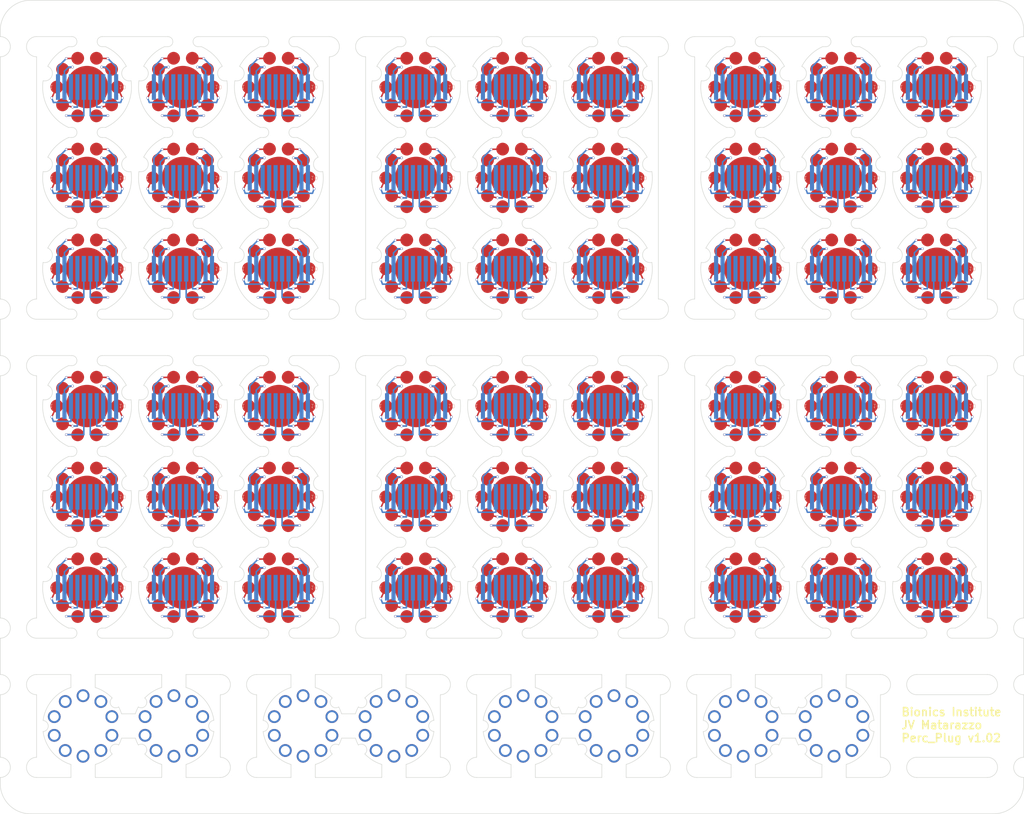
<source format=kicad_pcb>
(kicad_pcb (version 20221018) (generator pcbnew)
  (layers (0 "F.Cu" signal) (31 "B.Cu" signal) (34 "B.Paste" user) (35 "F.Paste" user) (36 "B.SilkS" user "B.Silkscreen") (37 "F.SilkS" user "F.Silkscreen") (38 "B.Mask" user) (39 "F.Mask" user) (44 "Edge.Cuts" user))
  (net 0 "")
  (net 1 "N$1")
  (net 2 "N$2")
  (net 3 "N$3")
  (net 4 "N$4")
  (net 5 "N$5")
  (net 6 "N$6")
  (net 7 "N$7")
  (net 8 "N$8")
  (net 9 "N$9")
  (net 10 "N$10")
  (footprint "mouseBites:mouseBite_Bottom" (layer "F.Cu") (at 78.999999 101.1)
    (fp_text reference " ")
    (fp_text value "Bite_B")
    (fp_arc (start -1.5 -0.5) (mid -1 0) (end -1.5 0.5) (stroke (width 0.05)) (layer "Edge.Cuts"))
    (fp_arc (start 1.5 0.5) (mid 1 0) (end 1.5 -0.5) (stroke (width 0.05)) (layer "Edge.Cuts"))
  )
  (footprint "10PIN_DISCPADS" (layer "F.Cu") (at 69.5 65 90)
    (fp_text reference "U$1" hide)
    (fp_text value "10PIN_DISCPADS" hide)
  )
  (footprint "mouseBites:mouseBite_Bottom" (layer "F.Cu") (at 102.099999 110.1)
    (fp_text reference " ")
    (fp_text value "Bite_B")
    (fp_arc (start -1.5 -0.5) (mid -1 0) (end -1.5 0.5) (stroke (width 0.05)) (layer "Edge.Cuts"))
    (fp_arc (start 1.5 0.5) (mid 1 0) (end 1.5 -0.5) (stroke (width 0.05)) (layer "Edge.Cuts"))
  )
  (footprint "10PIN_DISCPADS" (layer "F.Cu") (at 144.2 74 90)
    (fp_text reference "U$1" hide)
    (fp_text value "10PIN_DISCPADS" hide)
  )
  (footprint "mouseBites:mouseBite_Bottom" (layer "F.Cu") (at 125.2 110.1)
    (fp_text reference " ")
    (fp_text value "Bite_B")
    (fp_arc (start -1.5 -0.5) (mid -1 0) (end -1.5 0.5) (stroke (width 0.05)) (layer "Edge.Cuts"))
    (fp_arc (start 1.5 0.5) (mid 1 0) (end 1.5 -0.5) (stroke (width 0.05)) (layer "Edge.Cuts"))
  )
  (footprint "10PIN_DISCPADS" (layer "F.Cu") (at 60.000001 87.6 90)
    (fp_text reference "U$1" hide)
    (fp_text value "10PIN_DISCPADS" hide)
  )
  (footprint "mouseBites:mouseBite_T" (layer "F.Cu") (at 68.602053 123.895244 180)
    (fp_text reference " ")
    (fp_text value "Bite_T")
  )
  (footprint "mouseBites:mouseBite_LRG" (layer "F.Cu") (at 96.8 123.4)
    (fp_text reference " ")
    (fp_text value "Bite_L")
    (fp_arc (start -1.8 -1) (mid -0.8 0) (end -1.8 1) (stroke (width 0.05)) (layer "Edge.Cuts"))
    (fp_arc (start 1.8 1) (mid 0.799998 0) (end 1.8 -1) (stroke (width 0.05)) (layer "Edge.Cuts"))
  )
  (footprint "mouseBites:mouseBite_Bottom" (layer "F.Cu") (at 111.599999 60.5)
    (fp_text reference " ")
    (fp_text value "Bite_B")
    (fp_arc (start -1.5 -0.5) (mid -1 0) (end -1.5 0.5) (stroke (width 0.05)) (layer "Edge.Cuts"))
    (fp_arc (start 1.5 0.5) (mid 1 0) (end 1.5 -0.5) (stroke (width 0.05)) (layer "Edge.Cuts"))
  )
  (footprint "10PIN_DISCPADS" (layer "F.Cu") (at 102.1 96.6 90)
    (fp_text reference "U$1" hide)
    (fp_text value "10PIN_DISCPADS" hide)
  )
  (footprint "10PIN_DISCPADS" (layer "F.Cu") (at 125.200001 87.6 90)
    (fp_text reference "U$1" hide)
    (fp_text value "10PIN_DISCPADS" hide)
  )
  (footprint "mouseBites:mouseBite_Bottom" (layer "F.Cu") (at 69.499999 51.5)
    (fp_text reference " ")
    (fp_text value "Bite_B")
    (fp_arc (start -1.5 -0.5) (mid -1 0) (end -1.5 0.5) (stroke (width 0.05)) (layer "Edge.Cuts"))
    (fp_arc (start 1.5 0.5) (mid 1 0) (end 1.5 -0.5) (stroke (width 0.05)) (layer "Edge.Cuts"))
  )
  (footprint "mouseBites:mouseBite_T" (layer "F.Cu") (at 90.402053 114.695244 180)
    (fp_text reference " ")
    (fp_text value "Bite_T")
  )
  (footprint "mouseBites:mouseBite_Bottom" (layer "F.Cu") (at 60 83.1)
    (fp_text reference " ")
    (fp_text value "Bite_B")
    (fp_arc (start -1.5 -0.5) (mid -1 0) (end -1.5 0.5) (stroke (width 0.05)) (layer "Edge.Cuts"))
    (fp_arc (start 1.5 0.5) (mid 1 0) (end 1.5 -0.5) (stroke (width 0.05)) (layer "Edge.Cuts"))
  )
  (footprint "10PIN_DISCPADS" (layer "F.Cu") (at 79 87.6 90)
    (fp_text reference "U$1" hide)
    (fp_text value "10PIN_DISCPADS" hide)
  )
  (footprint "10PIN_POGO" (layer "F.Cu") (at 90.402058 119.295247 180)
    (fp_text reference "U$1" hide)
    (fp_text value "10PIN_POGO" hide)
  )
  (footprint "mouseBites:mouseBite_Bottom" (layer "F.Cu") (at 78.999999 110.1)
    (fp_text reference " ")
    (fp_text value "Bite_B")
    (fp_arc (start -1.5 -0.5) (mid -1 0) (end -1.5 0.5) (stroke (width 0.05)) (layer "Edge.Cuts"))
    (fp_arc (start 1.5 0.5) (mid 1 0) (end 1.5 -0.5) (stroke (width 0.05)) (layer "Edge.Cuts"))
  )
  (footprint "10PIN_DISCPADS" (layer "F.Cu") (at 102.1 87.6 90)
    (fp_text reference "U$1" hide)
    (fp_text value "10PIN_DISCPADS" hide)
  )
  (footprint "mouseBites:mouseBite_Bottom" (layer "F.Cu") (at 69.499999 60.5)
    (fp_text reference " ")
    (fp_text value "Bite_B")
    (fp_arc (start -1.5 -0.5) (mid -1 0) (end -1.5 0.5) (stroke (width 0.05)) (layer "Edge.Cuts"))
    (fp_arc (start 1.5 0.5) (mid 1 0) (end 1.5 -0.5) (stroke (width 0.05)) (layer "Edge.Cuts"))
  )
  (footprint "" (layer "F.Cu") (at 81.404521 119.299997)
    (fp_text reference "")
    (fp_text value "")
  )
  (footprint "mouseBites:mouseBite_LRG" (layer "F.Cu") (at 75 115.2)
    (fp_text reference " ")
    (fp_text value "Bite_L")
    (fp_arc (start -1.8 -1) (mid -0.8 0) (end -1.8 1) (stroke (width 0.05)) (layer "Edge.Cuts"))
    (fp_arc (start 1.8 1) (mid 0.799998 0) (end 1.8 -1) (stroke (width 0.05)) (layer "Edge.Cuts"))
  )
  (footprint "mouseBites:mouseBite_Bottom" (layer "F.Cu") (at 134.699999 92.1)
    (fp_text reference " ")
    (fp_text value "Bite_B")
    (fp_arc (start -1.5 -0.5) (mid -1 0) (end -1.5 0.5) (stroke (width 0.05)) (layer "Edge.Cuts"))
    (fp_arc (start 1.5 0.5) (mid 1 0) (end 1.5 -0.5) (stroke (width 0.05)) (layer "Edge.Cuts"))
  )
  (footprint "mouseBites:mouseBite_Bottom" (layer "F.Cu") (at 144.199999 69.5)
    (fp_text reference " ")
    (fp_text value "Bite_B")
    (fp_arc (start -1.5 -0.5) (mid -1 0) (end -1.5 0.5) (stroke (width 0.05)) (layer "Edge.Cuts"))
    (fp_arc (start 1.5 0.5) (mid 1 0) (end 1.5 -0.5) (stroke (width 0.05)) (layer "Edge.Cuts"))
  )
  (footprint "mouseBites:mouseBite_Bottom" (layer "F.Cu") (at 125.2 101.1)
    (fp_text reference " ")
    (fp_text value "Bite_B")
    (fp_arc (start -1.5 -0.5) (mid -1 0) (end -1.5 0.5) (stroke (width 0.05)) (layer "Edge.Cuts"))
    (fp_arc (start 1.5 0.5) (mid 1 0) (end 1.5 -0.5) (stroke (width 0.05)) (layer "Edge.Cuts"))
  )
  (footprint "mouseBites:mouseBite_T" (layer "F.Cu") (at 85.904526 119.3 -90)
    (fp_text reference " ")
    (fp_text value "Bite_T")
  )
  (footprint "mouseBites:mouseBite_Bottom" (layer "F.Cu") (at 111.599999 69.5)
    (fp_text reference " ")
    (fp_text value "Bite_B")
    (fp_arc (start -1.5 -0.5) (mid -1 0) (end -1.5 0.5) (stroke (width 0.05)) (layer "Edge.Cuts"))
    (fp_arc (start 1.5 0.5) (mid 1 0) (end 1.5 -0.5) (stroke (width 0.05)) (layer "Edge.Cuts"))
  )
  (footprint "10PIN_DISCPADS" (layer "F.Cu") (at 134.7 74 90)
    (fp_text reference "U$1" hide)
    (fp_text value "10PIN_DISCPADS" hide)
  )
  (footprint "10PIN_DISCPADS" (layer "F.Cu") (at 79 96.6 90)
    (fp_text reference "U$1" hide)
    (fp_text value "10PIN_DISCPADS" hide)
  )
  (footprint "mouseBites:mouseBite_Bottom" (layer "F.Cu") (at 144.199999 92.1)
    (fp_text reference " ")
    (fp_text value "Bite_B")
    (fp_arc (start -1.5 -0.5) (mid -1 0) (end -1.5 0.5) (stroke (width 0.05)) (layer "Edge.Cuts"))
    (fp_arc (start 1.5 0.5) (mid 1 0) (end 1.5 -0.5) (stroke (width 0.05)) (layer "Edge.Cuts"))
  )
  (footprint "mouseBites:mouseBite_Bottom" (layer "F.Cu") (at 134.699999 78.5)
    (fp_text reference " ")
    (fp_text value "Bite_B")
    (fp_arc (start -1.5 -0.5) (mid -1 0) (end -1.5 0.5) (stroke (width 0.05)) (layer "Edge.Cuts"))
    (fp_arc (start 1.5 0.5) (mid 1 0) (end 1.5 -0.5) (stroke (width 0.05)) (layer "Edge.Cuts"))
  )
  (footprint "mouseBites:mouseBite_Bottom" (layer "F.Cu") (at 78.999999 60.5)
    (fp_text reference " ")
    (fp_text value "Bite_B")
    (fp_arc (start -1.5 -0.5) (mid -1 0) (end -1.5 0.5) (stroke (width 0.05)) (layer "Edge.Cuts"))
    (fp_arc (start 1.5 0.5) (mid 1 0) (end 1.5 -0.5) (stroke (width 0.05)) (layer "Edge.Cuts"))
  )
  (footprint "mouseBites:mouseBite_Bottom" (layer "F.Cu") (at 69.499999 92.1)
    (fp_text reference " ")
    (fp_text value "Bite_B")
    (fp_arc (start -1.5 -0.5) (mid -1 0) (end -1.5 0.5) (stroke (width 0.05)) (layer "Edge.Cuts"))
    (fp_arc (start 1.5 0.5) (mid 1 0) (end 1.5 -0.5) (stroke (width 0.05)) (layer "Edge.Cuts"))
  )
  (footprint "10PIN_POGO" (layer "F.Cu") (at 125.004521 119.299997)
    (fp_text reference "U$1" hide)
    (fp_text value "10PIN_POGO" hide)
  )
  (footprint "10PIN_DISCPADS" (layer "F.Cu") (at 144.2 56 90)
    (fp_text reference "U$1" hide)
    (fp_text value "10PIN_DISCPADS" hide)
  )
  (footprint "" (layer "F.Cu") (at 112.202058 119.295247)
    (fp_text reference "")
    (fp_text value "")
  )
  (footprint "mouseBites:mouseBite_Bottom" (layer "F.Cu") (at 144.199999 51.5)
    (fp_text reference " ")
    (fp_text value "Bite_B")
    (fp_arc (start -1.5 -0.5) (mid -1 0) (end -1.5 0.5) (stroke (width 0.05)) (layer "Edge.Cuts"))
    (fp_arc (start 1.5 0.5) (mid 1 0) (end 1.5 -0.5) (stroke (width 0.05)) (layer "Edge.Cuts"))
  )
  (footprint "10PIN_DISCPADS" (layer "F.Cu") (at 125.200001 56 90)
    (fp_text reference "U$1" hide)
    (fp_text value "10PIN_DISCPADS" hide)
  )
  (footprint "mouseBites:mouseBite_Bottom" (layer "F.Cu") (at 60 92.1)
    (fp_text reference " ")
    (fp_text value "Bite_B")
    (fp_arc (start -1.5 -0.5) (mid -1 0) (end -1.5 0.5) (stroke (width 0.05)) (layer "Edge.Cuts"))
    (fp_arc (start 1.5 0.5) (mid 1 0) (end 1.5 -0.5) (stroke (width 0.05)) (layer "Edge.Cuts"))
  )
  (footprint "10PIN_DISCPADS" (layer "F.Cu") (at 125.200001 65 90)
    (fp_text reference "U$1" hide)
    (fp_text value "10PIN_DISCPADS" hide)
  )
  (footprint "10PIN_DISCPADS" (layer "F.Cu") (at 92.600001 96.6 90)
    (fp_text reference "U$1" hide)
    (fp_text value "10PIN_DISCPADS" hide)
  )
  (footprint "10PIN_DISCPADS" (layer "F.Cu") (at 134.7 96.6 90)
    (fp_text reference "U$1" hide)
    (fp_text value "10PIN_DISCPADS" hide)
  )
  (footprint "10PIN_DISCPADS" (layer "F.Cu") (at 144.2 105.6 90)
    (fp_text reference "U$1" hide)
    (fp_text value "10PIN_DISCPADS" hide)
  )
  (footprint "mouseBites:mouseBite_T" (layer "F.Cu") (at 103.204526 114.7)
    (fp_text reference " ")
    (fp_text value "Bite_T")
  )
  (footprint "mouseBites:mouseBite_Bottom" (layer "F.Cu") (at 134.699999 101.1)
    (fp_text reference " ")
    (fp_text value "Bite_B")
    (fp_arc (start -1.5 -0.5) (mid -1 0) (end -1.5 0.5) (stroke (width 0.05)) (layer "Edge.Cuts"))
    (fp_arc (start 1.5 0.5) (mid 1 0) (end 1.5 -0.5) (stroke (width 0.05)) (layer "Edge.Cuts"))
  )
  (footprint "mouseBites:mouseBite_Bottom" (layer "F.Cu") (at 92.6 78.5)
    (fp_text reference " ")
    (fp_text value "Bite_B")
    (fp_arc (start -1.5 -0.5) (mid -1 0) (end -1.5 0.5) (stroke (width 0.05)) (layer "Edge.Cuts"))
    (fp_arc (start 1.5 0.5) (mid 1 0) (end 1.5 -0.5) (stroke (width 0.05)) (layer "Edge.Cuts"))
  )
  (footprint "mouseBites:mouseBite_Bottom" (layer "F.Cu") (at 78.999999 92.1)
    (fp_text reference " ")
    (fp_text value "Bite_B")
    (fp_arc (start -1.5 -0.5) (mid -1 0) (end -1.5 0.5) (stroke (width 0.05)) (layer "Edge.Cuts"))
    (fp_arc (start 1.5 0.5) (mid 1 0) (end 1.5 -0.5) (stroke (width 0.05)) (layer "Edge.Cuts"))
  )
  (footprint "10PIN_DISCPADS" (layer "F.Cu") (at 134.7 65 90)
    (fp_text reference "U$1" hide)
    (fp_text value "10PIN_DISCPADS" hide)
  )
  (footprint "mouseBites:mouseBite_Bottom" (layer "F.Cu") (at 69.499999 101.1)
    (fp_text reference " ")
    (fp_text value "Bite_B")
    (fp_arc (start -1.5 -0.5) (mid -1 0) (end -1.5 0.5) (stroke (width 0.05)) (layer "Edge.Cuts"))
    (fp_arc (start 1.5 0.5) (mid 1 0) (end 1.5 -0.5) (stroke (width 0.05)) (layer "Edge.Cuts"))
  )
  (footprint "10PIN_POGO" (layer "F.Cu") (at 103.204521 119.299997)
    (fp_text reference "U$1" hide)
    (fp_text value "10PIN_POGO" hide)
  )
  (footprint "10PIN_DISCPADS" (layer "F.Cu") (at 125.200001 74 90)
    (fp_text reference "U$1" hide)
    (fp_text value "10PIN_DISCPADS" hide)
  )
  (footprint "mouseBites:mouseBite_Bottom" (layer "F.Cu") (at 102.099999 78.5)
    (fp_text reference " ")
    (fp_text value "Bite_B")
    (fp_arc (start -1.5 -0.5) (mid -1 0) (end -1.5 0.5) (stroke (width 0.05)) (layer "Edge.Cuts"))
    (fp_arc (start 1.5 0.5) (mid 1 0) (end 1.5 -0.5) (stroke (width 0.05)) (layer "Edge.Cuts"))
  )
  (footprint "mouseBites:mouseBite_Bottom" (layer "F.Cu") (at 69.499999 69.5)
    (fp_text reference " ")
    (fp_text value "Bite_B")
    (fp_arc (start -1.5 -0.5) (mid -1 0) (end -1.5 0.5) (stroke (width 0.05)) (layer "Edge.Cuts"))
    (fp_arc (start 1.5 0.5) (mid 1 0) (end 1.5 -0.5) (stroke (width 0.05)) (layer "Edge.Cuts"))
  )
  (footprint "mouseBites:mouseBite_Bottom" (layer "F.Cu") (at 111.599999 83.1)
    (fp_text reference " ")
    (fp_text value "Bite_B")
    (fp_arc (start -1.5 -0.5) (mid -1 0) (end -1.5 0.5) (stroke (width 0.05)) (layer "Edge.Cuts"))
    (fp_arc (start 1.5 0.5) (mid 1 0) (end 1.5 -0.5) (stroke (width 0.05)) (layer "Edge.Cuts"))
  )
  (footprint "mouseBites:mouseBite_Bottom" (layer "F.Cu") (at 111.599999 92.1)
    (fp_text reference " ")
    (fp_text value "Bite_B")
    (fp_arc (start -1.5 -0.5) (mid -1 0) (end -1.5 0.5) (stroke (width 0.05)) (layer "Edge.Cuts"))
    (fp_arc (start 1.5 0.5) (mid 1 0) (end 1.5 -0.5) (stroke (width 0.05)) (layer "Edge.Cuts"))
  )
  (footprint "mouseBites:mouseBite_Bottom" (layer "F.Cu") (at 92.6 60.5)
    (fp_text reference " ")
    (fp_text value "Bite_B")
    (fp_arc (start -1.5 -0.5) (mid -1 0) (end -1.5 0.5) (stroke (width 0.05)) (layer "Edge.Cuts"))
    (fp_arc (start 1.5 0.5) (mid 1 0) (end 1.5 -0.5) (stroke (width 0.05)) (layer "Edge.Cuts"))
  )
  (footprint "mouseBites:mouseBite_Bottom" (layer "F.Cu") (at 92.6 101.1)
    (fp_text reference " ")
    (fp_text value "Bite_B")
    (fp_arc (start -1.5 -0.5) (mid -1 0) (end -1.5 0.5) (stroke (width 0.05)) (layer "Edge.Cuts"))
    (fp_arc (start 1.5 0.5) (mid 1 0) (end 1.5 -0.5) (stroke (width 0.05)) (layer "Edge.Cuts"))
  )
  (footprint "mouseBites:mouseBite_Bottom" (layer "F.Cu") (at 144.199999 83.1)
    (fp_text reference " ")
    (fp_text value "Bite_B")
    (fp_arc (start -1.5 -0.5) (mid -1 0) (end -1.5 0.5) (stroke (width 0.05)) (layer "Edge.Cuts"))
    (fp_arc (start 1.5 0.5) (mid 1 0) (end 1.5 -0.5) (stroke (width 0.05)) (layer "Edge.Cuts"))
  )
  (footprint "mouseBites:mouseBite_T" (layer "F.Cu") (at 59.604526 123.9)
    (fp_text reference " ")
    (fp_text value "Bite_T")
  )
  (footprint "" (layer "F.Cu") (at 134.002058 119.295247)
    (fp_text reference "")
    (fp_text value "")
  )
  (footprint "mouseBites:mouseBite_LRG" (layer "F.Cu") (at 118.4 52)
    (fp_text reference " ")
    (fp_text value "Bite_L")
    (fp_arc (start -1.8 -1) (mid -0.8 0) (end -1.8 1) (stroke (width 0.05)) (layer "Edge.Cuts"))
    (fp_arc (start 1.8 1) (mid 0.799998 0) (end 1.8 -1) (stroke (width 0.05)) (layer "Edge.Cuts"))
  )
  (footprint "10PIN_DISCPADS" (layer "F.Cu") (at 134.7 105.6 90)
    (fp_text reference "U$1" hide)
    (fp_text value "10PIN_DISCPADS" hide)
  )
  (footprint "mouseBites:mouseBite_Bottom" (layer "F.Cu") (at 125.2 92.1)
    (fp_text reference " ")
    (fp_text value "Bite_B")
    (fp_arc (start -1.5 -0.5) (mid -1 0) (end -1.5 0.5) (stroke (width 0.05)) (layer "Edge.Cuts"))
    (fp_arc (start 1.5 0.5) (mid 1 0) (end 1.5 -0.5) (stroke (width 0.05)) (layer "Edge.Cuts"))
  )
  (footprint "10PIN_DISCPADS" (layer "F.Cu") (at 111.6 65 90)
    (fp_text reference "U$1" hide)
    (fp_text value "10PIN_DISCPADS" hide)
  )
  (footprint "10PIN_DISCPADS" (layer "F.Cu") (at 92.600001 105.6 90)
    (fp_text reference "U$1" hide)
    (fp_text value "10PIN_DISCPADS" hide)
  )
  (footprint "mouseBites:mouseBite_LRG" (layer "F.Cu") (at 118.6 115.2)
    (fp_text reference " ")
    (fp_text value "Bite_L")
    (fp_arc (start -1.8 -1) (mid -0.8 0) (end -1.8 1) (stroke (width 0.05)) (layer "Edge.Cuts"))
    (fp_arc (start 1.8 1) (mid 0.799998 0) (end 1.8 -1) (stroke (width 0.05)) (layer "Edge.Cuts"))
  )
  (footprint "10PIN_POGO" (layer "F.Cu") (at 59.604521 119.299997)
    (fp_text reference "U$1" hide)
    (fp_text value "10PIN_POGO" hide)
  )
  (footprint "" (layer "F.Cu") (at 90.402058 119.295247)
    (fp_text reference "")
    (fp_text value "")
  )
  (footprint "10PIN_POGO" (layer "F.Cu") (at 134.002058 119.295247 180)
    (fp_text reference "U$1" hide)
    (fp_text value "10PIN_POGO" hide)
  )
  (footprint "10PIN_DISCPADS" (layer "F.Cu") (at 111.6 56 90)
    (fp_text reference "U$1" hide)
    (fp_text value "10PIN_DISCPADS" hide)
  )
  (footprint "10PIN_DISCPADS" (layer "F.Cu") (at 92.600001 74 90)
    (fp_text reference "U$1" hide)
    (fp_text value "10PIN_DISCPADS" hide)
  )
  (footprint "mouseBites:mouseBite_T" (layer "F.Cu") (at 68.602053 114.695244 180)
    (fp_text reference " ")
    (fp_text value "Bite_T")
  )
  (footprint "mouseBites:mouseBite_Bottom" (layer "F.Cu") (at 60 101.1)
    (fp_text reference " ")
    (fp_text value "Bite_B")
    (fp_arc (start -1.5 -0.5) (mid -1 0) (end -1.5 0.5) (stroke (width 0.05)) (layer "Edge.Cuts"))
    (fp_arc (start 1.5 0.5) (mid 1 0) (end 1.5 -0.5) (stroke (width 0.05)) (layer "Edge.Cuts"))
  )
  (footprint "mouseBites:mouseBite_Bottom" (layer "F.Cu") (at 78.999999 78.5)
    (fp_text reference " ")
    (fp_text value "Bite_B")
    (fp_arc (start -1.5 -0.5) (mid -1 0) (end -1.5 0.5) (stroke (width 0.05)) (layer "Edge.Cuts"))
    (fp_arc (start 1.5 0.5) (mid 1 0) (end 1.5 -0.5) (stroke (width 0.05)) (layer "Edge.Cuts"))
  )
  (footprint "mouseBites:mouseBite_Bottom" (layer "F.Cu") (at 60 69.5)
    (fp_text reference " ")
    (fp_text value "Bite_B")
    (fp_arc (start -1.5 -0.5) (mid -1 0) (end -1.5 0.5) (stroke (width 0.05)) (layer "Edge.Cuts"))
    (fp_arc (start 1.5 0.5) (mid 1 0) (end 1.5 -0.5) (stroke (width 0.05)) (layer "Edge.Cuts"))
  )
  (footprint "mouseBites:mouseBite_Bottom" (layer "F.Cu") (at 78.999999 69.5)
    (fp_text reference " ")
    (fp_text value "Bite_B")
    (fp_arc (start -1.5 -0.5) (mid -1 0) (end -1.5 0.5) (stroke (width 0.05)) (layer "Edge.Cuts"))
    (fp_arc (start 1.5 0.5) (mid 1 0) (end 1.5 -0.5) (stroke (width 0.05)) (layer "Edge.Cuts"))
  )
  (footprint "mouseBites:mouseBite_Bottom" (layer "F.Cu") (at 125.2 60.5)
    (fp_text reference " ")
    (fp_text value "Bite_B")
    (fp_arc (start -1.5 -0.5) (mid -1 0) (end -1.5 0.5) (stroke (width 0.05)) (layer "Edge.Cuts"))
    (fp_arc (start 1.5 0.5) (mid 1 0) (end 1.5 -0.5) (stroke (width 0.05)) (layer "Edge.Cuts"))
  )
  (footprint "10PIN_DISCPADS" (layer "F.Cu") (at 69.5 87.6 90)
    (fp_text reference "U$1" hide)
    (fp_text value "10PIN_DISCPADS" hide)
  )
  (footprint "mouseBites:mouseBite_T" (layer "F.Cu") (at 125.004526 114.7)
    (fp_text reference " ")
    (fp_text value "Bite_T")
  )
  (footprint "mouseBites:mouseBite_LRG" (layer "F.Cu") (at 53.2 83.6)
    (fp_text reference " ")
    (fp_text value "Bite_L")
    (fp_arc (start -1.8 -1) (mid -0.8 0) (end -1.8 1) (stroke (width 0.05)) (layer "Edge.Cuts"))
    (fp_arc (start 1.8 1) (mid 0.799998 0) (end 1.8 -1) (stroke (width 0.05)) (layer "Edge.Cuts"))
  )
  (footprint "mouseBites:mouseBite_LRG" (layer "F.Cu") (at 151 52)
    (fp_text reference " ")
    (fp_text value "Bite_L")
    (fp_arc (start -1.8 -1) (mid -0.8 0) (end -1.8 1) (stroke (width 0.05)) (layer "Edge.Cuts"))
    (fp_arc (start 1.8 1) (mid 0.799998 0) (end 1.8 -1) (stroke (width 0.05)) (layer "Edge.Cuts"))
  )
  (footprint "mouseBites:mouseBite_Bottom" (layer "F.Cu") (at 134.699999 69.5)
    (fp_text reference " ")
    (fp_text value "Bite_B")
    (fp_arc (start -1.5 -0.5) (mid -1 0) (end -1.5 0.5) (stroke (width 0.05)) (layer "Edge.Cuts"))
    (fp_arc (start 1.5 0.5) (mid 1 0) (end 1.5 -0.5) (stroke (width 0.05)) (layer "Edge.Cuts"))
  )
  (footprint "mouseBites:mouseBite_Bottom" (layer "F.Cu") (at 102.099999 83.1)
    (fp_text reference " ")
    (fp_text value "Bite_B")
    (fp_arc (start -1.5 -0.5) (mid -1 0) (end -1.5 0.5) (stroke (width 0.05)) (layer "Edge.Cuts"))
    (fp_arc (start 1.5 0.5) (mid 1 0) (end 1.5 -0.5) (stroke (width 0.05)) (layer "Edge.Cuts"))
  )
  (footprint "10PIN_DISCPADS" (layer "F.Cu") (at 60.000001 74 90)
    (fp_text reference "U$1" hide)
    (fp_text value "10PIN_DISCPADS" hide)
  )
  (footprint "10PIN_DISCPADS" (layer "F.Cu") (at 102.1 105.6 90)
    (fp_text reference "U$1" hide)
    (fp_text value "10PIN_DISCPADS" hide)
  )
  (footprint "10PIN_DISCPADS" (layer "F.Cu") (at 134.7 56 90)
    (fp_text reference "U$1" hide)
    (fp_text value "10PIN_DISCPADS" hide)
  )
  (footprint "mouseBites:mouseBite_T" (layer "F.Cu") (at 64.104526 119.3 -90)
    (fp_text reference " ")
    (fp_text value "Bite_T")
  )
  (footprint "10PIN_POGO" (layer "F.Cu") (at 81.404521 119.299997)
    (fp_text reference "U$1" hide)
    (fp_text value "10PIN_POGO" hide)
  )
  (footprint "mouseBites:mouseBite_Bottom" (layer "F.Cu") (at 134.699999 83.1)
    (fp_text reference " ")
    (fp_text value "Bite_B")
    (fp_arc (start -1.5 -0.5) (mid -1 0) (end -1.5 0.5) (stroke (width 0.05)) (layer "Edge.Cuts"))
    (fp_arc (start 1.5 0.5) (mid 1 0) (end 1.5 -0.5) (stroke (width 0.05)) (layer "Edge.Cuts"))
  )
  (footprint "" (layer "F.Cu") (at 103.204521 119.299997)
    (fp_text reference "")
    (fp_text value "")
  )
  (footprint "mouseBites:mouseBite_LRG" (layer "F.Cu") (at 53.2 78)
    (fp_text reference " ")
    (fp_text value "Bite_L")
    (fp_arc (start -1.8 -1) (mid -0.8 0) (end -1.8 1) (stroke (width 0.05)) (layer "Edge.Cuts"))
    (fp_arc (start 1.8 1) (mid 0.799998 0) (end 1.8 -1) (stroke (width 0.05)) (layer "Edge.Cuts"))
  )
  (footprint "10PIN_DISCPADS" (layer "F.Cu") (at 125.200001 105.6 90)
    (fp_text reference "U$1" hide)
    (fp_text value "10PIN_DISCPADS" hide)
  )
  (footprint "mouseBites:mouseBite_Bottom" (layer "F.Cu") (at 111.599999 51.5)
    (fp_text reference " ")
    (fp_text value "Bite_B")
    (fp_arc (start -1.5 -0.5) (mid -1 0) (end -1.5 0.5) (stroke (width 0.05)) (layer "Edge.Cuts"))
    (fp_arc (start 1.5 0.5) (mid 1 0) (end 1.5 -0.5) (stroke (width 0.05)) (layer "Edge.Cuts"))
  )
  (footprint "mouseBites:mouseBite_Bottom" (layer "F.Cu") (at 92.6 69.5)
    (fp_text reference " ")
    (fp_text value "Bite_B")
    (fp_arc (start -1.5 -0.5) (mid -1 0) (end -1.5 0.5) (stroke (width 0.05)) (layer "Edge.Cuts"))
    (fp_arc (start 1.5 0.5) (mid 1 0) (end 1.5 -0.5) (stroke (width 0.05)) (layer "Edge.Cuts"))
  )
  (footprint "10PIN_DISCPADS" (layer "F.Cu") (at 60.000001 56 90)
    (fp_text reference "U$1" hide)
    (fp_text value "10PIN_DISCPADS" hide)
  )
  (footprint "10PIN_DISCPADS" (layer "F.Cu") (at 92.600001 56 90)
    (fp_text reference "U$1" hide)
    (fp_text value "10PIN_DISCPADS" hide)
  )
  (footprint "mouseBites:mouseBite_Bottom" (layer "F.Cu") (at 69.499999 110.1)
    (fp_text reference " ")
    (fp_text value "Bite_B")
    (fp_arc (start -1.5 -0.5) (mid -1 0) (end -1.5 0.5) (stroke (width 0.05)) (layer "Edge.Cuts"))
    (fp_arc (start 1.5 0.5) (mid 1 0) (end 1.5 -0.5) (stroke (width 0.05)) (layer "Edge.Cuts"))
  )
  (footprint "mouseBites:mouseBite_Bottom" (layer "F.Cu") (at 60 78.5)
    (fp_text reference " ")
    (fp_text value "Bite_B")
    (fp_arc (start -1.5 -0.5) (mid -1 0) (end -1.5 0.5) (stroke (width 0.05)) (layer "Edge.Cuts"))
    (fp_arc (start 1.5 0.5) (mid 1 0) (end 1.5 -0.5) (stroke (width 0.05)) (layer "Edge.Cuts"))
  )
  (footprint "mouseBites:mouseBite_Bottom" (layer "F.Cu") (at 111.599999 110.1)
    (fp_text reference " ")
    (fp_text value "Bite_B")
    (fp_arc (start -1.5 -0.5) (mid -1 0) (end -1.5 0.5) (stroke (width 0.05)) (layer "Edge.Cuts"))
    (fp_arc (start 1.5 0.5) (mid 1 0) (end 1.5 -0.5) (stroke (width 0.05)) (layer "Edge.Cuts"))
  )
  (footprint "mouseBites:mouseBite_T" (layer "F.Cu") (at 112.202053 123.895244 180)
    (fp_text reference " ")
    (fp_text value "Bite_T")
  )
  (footprint "mouseBites:mouseBite_Bottom" (layer "F.Cu") (at 69.499999 78.5)
    (fp_text reference " ")
    (fp_text value "Bite_B")
    (fp_arc (start -1.5 -0.5) (mid -1 0) (end -1.5 0.5) (stroke (width 0.05)) (layer "Edge.Cuts"))
    (fp_arc (start 1.5 0.5) (mid 1 0) (end 1.5 -0.5) (stroke (width 0.05)) (layer "Edge.Cuts"))
  )
  (footprint "mouseBites:mouseBite_Bottom" (layer "F.Cu") (at 134.699999 110.1)
    (fp_text reference " ")
    (fp_text value "Bite_B")
    (fp_arc (start -1.5 -0.5) (mid -1 0) (end -1.5 0.5) (stroke (width 0.05)) (layer "Edge.Cuts"))
    (fp_arc (start 1.5 0.5) (mid 1 0) (end 1.5 -0.5) (stroke (width 0.05)) (layer "Edge.Cuts"))
  )
  (footprint "mouseBites:mouseBite_Bottom" (layer "F.Cu") (at 144.199999 101.1)
    (fp_text reference " ")
    (fp_text value "Bite_B")
    (fp_arc (start -1.5 -0.5) (mid -1 0) (end -1.5 0.5) (stroke (width 0.05)) (layer "Edge.Cuts"))
    (fp_arc (start 1.5 0.5) (mid 1 0) (end 1.5 -0.5) (stroke (width 0.05)) (layer "Edge.Cuts"))
  )
  (footprint "10PIN_DISCPADS" (layer "F.Cu") (at 79 105.6 90)
    (fp_text reference "U$1" hide)
    (fp_text value "10PIN_DISCPADS" hide)
  )
  (footprint "mouseBites:mouseBite_T" (layer "F.Cu") (at 103.204526 123.9)
    (fp_text reference " ")
    (fp_text value "Bite_T")
  )
  (footprint "mouseBites:mouseBite_LRG" (layer "F.Cu") (at 151 83.6)
    (fp_text reference " ")
    (fp_text value "Bite_L")
    (fp_arc (start -1.8 -1) (mid -0.8 0) (end -1.8 1) (stroke (width 0.05)) (layer "Edge.Cuts"))
    (fp_arc (start 1.8 1) (mid 0.799998 0) (end 1.8 -1) (stroke (width 0.05)) (layer "Edge.Cuts"))
  )
  (footprint "mouseBites:mouseBite_Bottom" (layer "F.Cu") (at 60 51.5)
    (fp_text reference " ")
    (fp_text value "Bite_B")
    (fp_arc (start -1.5 -0.5) (mid -1 0) (end -1.5 0.5) (stroke (width 0.05)) (layer "Edge.Cuts"))
    (fp_arc (start 1.5 0.5) (mid 1 0) (end 1.5 -0.5) (stroke (width 0.05)) (layer "Edge.Cuts"))
  )
  (footprint "10PIN_DISCPADS" (layer "F.Cu") (at 69.5 96.6 90)
    (fp_text reference "U$1" hide)
    (fp_text value "10PIN_DISCPADS" hide)
  )
  (footprint "10PIN_DISCPADS" (layer "F.Cu") (at 60.000001 105.6 90)
    (fp_text reference "U$1" hide)
    (fp_text value "10PIN_DISCPADS" hide)
  )
  (footprint "mouseBites:mouseBite_LRG" (layer "F.Cu") (at 151 115.2)
    (fp_text reference " ")
    (fp_text value "Bite_L")
    (fp_arc (start -1.8 -1) (mid -0.8 0) (end -1.8 1) (stroke (width 0.05)) (layer "Edge.Cuts"))
    (fp_arc (start 1.8 1) (mid 0.799998 0) (end 1.8 -1) (stroke (width 0.05)) (layer "Edge.Cuts"))
  )
  (footprint "mouseBites:mouseBite_Bottom" (layer "F.Cu") (at 102.099999 92.1)
    (fp_text reference " ")
    (fp_text value "Bite_B")
    (fp_arc (start -1.5 -0.5) (mid -1 0) (end -1.5 0.5) (stroke (width 0.05)) (layer "Edge.Cuts"))
    (fp_arc (start 1.5 0.5) (mid 1 0) (end 1.5 -0.5) (stroke (width 0.05)) (layer "Edge.Cuts"))
  )
  (footprint "mouseBites:mouseBite_LRG" (layer "F.Cu") (at 85.8 52)
    (fp_text reference " ")
    (fp_text value "Bite_L")
    (fp_arc (start -1.8 -1) (mid -0.8 0) (end -1.8 1) (stroke (width 0.05)) (layer "Edge.Cuts"))
    (fp_arc (start 1.8 1) (mid 0.799998 0) (end 1.8 -1) (stroke (width 0.05)) (layer "Edge.Cuts"))
  )
  (footprint "mouseBites:mouseBite_Bottom" (layer "F.Cu") (at 125.2 69.5)
    (fp_text reference " ")
    (fp_text value "Bite_B")
    (fp_arc (start -1.5 -0.5) (mid -1 0) (end -1.5 0.5) (stroke (width 0.05)) (layer "Edge.Cuts"))
    (fp_arc (start 1.5 0.5) (mid 1 0) (end 1.5 -0.5) (stroke (width 0.05)) (layer "Edge.Cuts"))
  )
  (footprint "mouseBites:mouseBite_T" (layer "F.Cu") (at 134.002053 123.895244 180)
    (fp_text reference " ")
    (fp_text value "Bite_T")
  )
  (footprint "mouseBites:mouseBite_Bottom" (layer "F.Cu") (at 102.099999 51.5)
    (fp_text reference " ")
    (fp_text value "Bite_B")
    (fp_arc (start -1.5 -0.5) (mid -1 0) (end -1.5 0.5) (stroke (width 0.05)) (layer "Edge.Cuts"))
    (fp_arc (start 1.5 0.5) (mid 1 0) (end 1.5 -0.5) (stroke (width 0.05)) (layer "Edge.Cuts"))
  )
  (footprint "10PIN_DISCPADS" (layer "F.Cu") (at 144.2 96.6 90)
    (fp_text reference "U$1" hide)
    (fp_text value "10PIN_DISCPADS" hide)
  )
  (footprint "mouseBites:mouseBite_LRG" (layer "F.Cu") (at 85.8 109.6)
    (fp_text reference " ")
    (fp_text value "Bite_L")
    (fp_arc (start -1.8 -1) (mid -0.8 0) (end -1.8 1) (stroke (width 0.05)) (layer "Edge.Cuts"))
    (fp_arc (start 1.8 1) (mid 0.799998 0) (end 1.8 -1) (stroke (width 0.05)) (layer "Edge.Cuts"))
  )
  (footprint "mouseBites:mouseBite_LRG" (layer "F.Cu") (at 151 109.6)
    (fp_text reference " ")
    (fp_text value "Bite_L")
    (fp_arc (start -1.8 -1) (mid -0.8 0) (end -1.8 1) (stroke (width 0.05)) (layer "Edge.Cuts"))
    (fp_arc (start 1.8 1) (mid 0.799998 0) (end 1.8 -1) (stroke (width 0.05)) (layer "Edge.Cuts"))
  )
  (footprint "mouseBites:mouseBite_Bottom" (layer "F.Cu") (at 134.699999 51.5)
    (fp_text reference " ")
    (fp_text value "Bite_B")
    (fp_arc (start -1.5 -0.5) (mid -1 0) (end -1.5 0.5) (stroke (width 0.05)) (layer "Edge.Cuts"))
    (fp_arc (start 1.5 0.5) (mid 1 0) (end 1.5 -0.5) (stroke (width 0.05)) (layer "Edge.Cuts"))
  )
  (footprint "mouseBites:mouseBite_T" (layer "F.Cu") (at 129.504526 119.3 -90)
    (fp_text reference " ")
    (fp_text value "Bite_T")
  )
  (footprint "mouseBites:mouseBite_T" (layer "F.Cu") (at 125.004526 123.9)
    (fp_text reference " ")
    (fp_text value "Bite_T")
  )
  (footprint "10PIN_DISCPADS" (layer "F.Cu") (at 79 74 90)
    (fp_text reference "U$1" hide)
    (fp_text value "10PIN_DISCPADS" hide)
  )
  (footprint "mouseBites:mouseBite_LRG" (layer "F.Cu") (at 151 123.4)
    (fp_text reference " ")
    (fp_text value "Bite_L")
    (fp_arc (start -1.8 -1) (mid -0.8 0) (end -1.8 1) (stroke (width 0.05)) (layer "Edge.Cuts"))
    (fp_arc (start 1.8 1) (mid 0.799998 0) (end 1.8 -1) (stroke (width 0.05)) (layer "Edge.Cuts"))
  )
  (footprint "mouseBites:mouseBite_LRG" (layer "F.Cu") (at 53.2 123.4)
    (fp_text reference " ")
    (fp_text value "Bite_L")
    (fp_arc (start -1.8 -1) (mid -0.8 0) (end -1.8 1) (stroke (width 0.05)) (layer "Edge.Cuts"))
    (fp_arc (start 1.8 1) (mid 0.799998 0) (end 1.8 -1) (stroke (width 0.05)) (layer "Edge.Cuts"))
  )
  (footprint "10PIN_DISCPADS" (layer "F.Cu") (at 125.200001 96.6 90)
    (fp_text reference "U$1" hide)
    (fp_text value "10PIN_DISCPADS" hide)
  )
  (footprint "mouseBites:mouseBite_Bottom" (layer "F.Cu") (at 144.199999 60.5)
    (fp_text reference " ")
    (fp_text value "Bite_B")
    (fp_arc (start -1.5 -0.5) (mid -1 0) (end -1.5 0.5) (stroke (width 0.05)) (layer "Edge.Cuts"))
    (fp_arc (start 1.5 0.5) (mid 1 0) (end 1.5 -0.5) (stroke (width 0.05)) (layer "Edge.Cuts"))
  )
  (footprint "mouseBites:mouseBite_Bottom" (layer "F.Cu") (at 134.699999 60.5)
    (fp_text reference " ")
    (fp_text value "Bite_B")
    (fp_arc (start -1.5 -0.5) (mid -1 0) (end -1.5 0.5) (stroke (width 0.05)) (layer "Edge.Cuts"))
    (fp_arc (start 1.5 0.5) (mid 1 0) (end 1.5 -0.5) (stroke (width 0.05)) (layer "Edge.Cuts"))
  )
  (footprint "mouseBites:mouseBite_LRG" (layer "F.Cu") (at 85.8 83.6)
    (fp_text reference " ")
    (fp_text value "Bite_L")
    (fp_arc (start -1.8 -1) (mid -0.8 0) (end -1.8 1) (stroke (width 0.05)) (layer "Edge.Cuts"))
    (fp_arc (start 1.8 1) (mid 0.799998 0) (end 1.8 -1) (stroke (width 0.05)) (layer "Edge.Cuts"))
  )
  (footprint "mouseBites:mouseBite_LRG" (layer "F.Cu") (at 140.4 123.4)
    (fp_text reference " ")
    (fp_text value "Bite_L")
    (fp_arc (start -1.8 -1) (mid -0.8 0) (end -1.8 1) (stroke (width 0.05)) (layer "Edge.Cuts"))
    (fp_arc (start 1.8 1) (mid 0.799998 0) (end 1.8 -1) (stroke (width 0.05)) (layer "Edge.Cuts"))
  )
  (footprint "mouseBites:mouseBite_Bottom" (layer "F.Cu") (at 111.599999 78.5)
    (fp_text reference " ")
    (fp_text value "Bite_B")
    (fp_arc (start -1.5 -0.5) (mid -1 0) (end -1.5 0.5) (stroke (width 0.05)) (layer "Edge.Cuts"))
    (fp_arc (start 1.5 0.5) (mid 1 0) (end 1.5 -0.5) (stroke (width 0.05)) (layer "Edge.Cuts"))
  )
  (footprint "mouseBites:mouseBite_T" (layer "F.Cu") (at 90.402053 123.895244 180)
    (fp_text reference " ")
    (fp_text value "Bite_T")
  )
  (footprint "10PIN_DISCPADS" (layer "F.Cu") (at 69.5 105.6 90)
    (fp_text reference "U$1" hide)
    (fp_text value "10PIN_DISCPADS" hide)
  )
  (footprint "mouseBites:mouseBite_Bottom" (layer "F.Cu") (at 125.2 78.5)
    (fp_text reference " ")
    (fp_text value "Bite_B")
    (fp_arc (start -1.5 -0.5) (mid -1 0) (end -1.5 0.5) (stroke (width 0.05)) (layer "Edge.Cuts"))
    (fp_arc (start 1.5 0.5) (mid 1 0) (end 1.5 -0.5) (stroke (width 0.05)) (layer "Edge.Cuts"))
  )
  (footprint "10PIN_DISCPADS" (layer "F.Cu") (at 111.6 96.6 90)
    (fp_text reference "U$1" hide)
    (fp_text value "10PIN_DISCPADS" hide)
  )
  (footprint "mouseBites:mouseBite_Bottom" (layer "F.Cu") (at 111.599999 101.1)
    (fp_text reference " ")
    (fp_text value "Bite_B")
    (fp_arc (start -1.5 -0.5) (mid -1 0) (end -1.5 0.5) (stroke (width 0.05)) (layer "Edge.Cuts"))
    (fp_arc (start 1.5 0.5) (mid 1 0) (end 1.5 -0.5) (stroke (width 0.05)) (layer "Edge.Cuts"))
  )
  (footprint "10PIN_DISCPADS" (layer "F.Cu") (at 134.7 87.6 90)
    (fp_text reference "U$1" hide)
    (fp_text value "10PIN_DISCPADS" hide)
  )
  (footprint "mouseBites:mouseBite_T" (layer "F.Cu") (at 81.404526 114.7)
    (fp_text reference " ")
    (fp_text value "Bite_T")
  )
  (footprint "mouseBites:mouseBite_Bottom" (layer "F.Cu") (at 69.499999 83.1)
    (fp_text reference " ")
    (fp_text value "Bite_B")
    (fp_arc (start -1.5 -0.5) (mid -1 0) (end -1.5 0.5) (stroke (width 0.05)) (layer "Edge.Cuts"))
    (fp_arc (start 1.5 0.5) (mid 1 0) (end 1.5 -0.5) (stroke (width 0.05)) (layer "Edge.Cuts"))
  )
  (footprint "mouseBites:mouseBite_T" (layer "F.Cu") (at 112.202053 114.695244 180)
    (fp_text reference " ")
    (fp_text value "Bite_T")
  )
  (footprint "10PIN_DISCPADS" (layer "F.Cu") (at 60.000001 65 90)
    (fp_text reference "U$1" hide)
    (fp_text value "10PIN_DISCPADS" hide)
  )
  (footprint "10PIN_DISCPADS" (layer "F.Cu") (at 69.5 56 90)
    (fp_text reference "U$1" hide)
    (fp_text value "10PIN_DISCPADS" hide)
  )
  (footprint "mouseBites:mouseBite_LRG" (layer "F.Cu") (at 118.4 78)
    (fp_text reference " ")
    (fp_text value "Bite_L")
    (fp_arc (start -1.8 -1) (mid -0.8 0) (end -1.8 1) (stroke (width 0.05)) (layer "Edge.Cuts"))
    (fp_arc (start 1.8 1) (mid 0.799998 0) (end 1.8 -1) (stroke (width 0.05)) (layer "Edge.Cuts"))
  )
  (footprint "mouseBites:mouseBite_Bottom" (layer "F.Cu") (at 102.099999 101.1)
    (fp_text reference " ")
    (fp_text value "Bite_B")
    (fp_arc (start -1.5 -0.5) (mid -1 0) (end -1.5 0.5) (stroke (width 0.05)) (layer "Edge.Cuts"))
    (fp_arc (start 1.5 0.5) (mid 1 0) (end 1.5 -0.5) (stroke (width 0.05)) (layer "Edge.Cuts"))
  )
  (footprint "10PIN_DISCPADS" (layer "F.Cu") (at 60.000001 96.6 90)
    (fp_text reference "U$1" hide)
    (fp_text value "10PIN_DISCPADS" hide)
  )
  (footprint "" (layer "F.Cu") (at 59.604521 119.299997)
    (fp_text reference "")
    (fp_text value "")
  )
  (footprint "mouseBites:mouseBite_LRG" (layer "F.Cu") (at 151 78)
    (fp_text reference " ")
    (fp_text value "Bite_L")
    (fp_arc (start -1.8 -1) (mid -0.8 0) (end -1.8 1) (stroke (width 0.05)) (layer "Edge.Cuts"))
    (fp_arc (start 1.8 1) (mid 0.799998 0) (end 1.8 -1) (stroke (width 0.05)) (layer "Edge.Cuts"))
  )
  (footprint "mouseBites:mouseBite_T" (layer "F.Cu") (at 107.704526 119.3 -90)
    (fp_text reference " ")
    (fp_text value "Bite_T")
  )
  (footprint "mouseBites:mouseBite_LRG" (layer "F.Cu") (at 140.4 115.2)
    (fp_text reference " ")
    (fp_text value "Bite_L")
    (fp_arc (start -1.8 -1) (mid -0.8 0) (end -1.8 1) (stroke (width 0.05)) (layer "Edge.Cuts"))
    (fp_arc (start 1.8 1) (mid 0.799998 0) (end 1.8 -1) (stroke (width 0.05)) (layer "Edge.Cuts"))
  )
  (footprint "mouseBites:mouseBite_LRG" (layer "F.Cu") (at 85.8 78)
    (fp_text reference " ")
    (fp_text value "Bite_L")
    (fp_arc (start -1.8 -1) (mid -0.8 0) (end -1.8 1) (stroke (width 0.05)) (layer "Edge.Cuts"))
    (fp_arc (start 1.8 1) (mid 0.799998 0) (end 1.8 -1) (stroke (width 0.05)) (layer "Edge.Cuts"))
  )
  (footprint "10PIN_POGO" (layer "F.Cu") (at 68.602058 119.295247 180)
    (fp_text reference "U$1" hide)
    (fp_text value "10PIN_POGO" hide)
  )
  (footprint "10PIN_DISCPADS" (layer "F.Cu") (at 144.2 87.6 90)
    (fp_text reference "U$1" hide)
    (fp_text value "10PIN_DISCPADS" hide)
  )
  (footprint "mouseBites:mouseBite_Bottom" (layer "F.Cu") (at 144.199999 110.1)
    (fp_text reference " ")
    (fp_text value "Bite_B")
    (fp_arc (start -1.5 -0.5) (mid -1 0) (end -1.5 0.5) (stroke (width 0.05)) (layer "Edge.Cuts"))
    (fp_arc (start 1.5 0.5) (mid 1 0) (end 1.5 -0.5) (stroke (width 0.05)) (layer "Edge.Cuts"))
  )
  (footprint "mouseBites:mouseBite_Bottom" (layer "F.Cu") (at 92.6 110.1)
    (fp_text reference " ")
    (fp_text value "Bite_B")
    (fp_arc (start -1.5 -0.5) (mid -1 0) (end -1.5 0.5) (stroke (width 0.05)) (layer "Edge.Cuts"))
    (fp_arc (start 1.5 0.5) (mid 1 0) (end 1.5 -0.5) (stroke (width 0.05)) (layer "Edge.Cuts"))
  )
  (footprint "10PIN_DISCPADS" (layer "F.Cu") (at 111.6 87.6 90)
    (fp_text reference "U$1" hide)
    (fp_text value "10PIN_DISCPADS" hide)
  )
  (footprint "mouseBites:mouseBite_Bottom" (layer "F.Cu") (at 102.099999 69.5)
    (fp_text reference " ")
    (fp_text value "Bite_B")
    (fp_arc (start -1.5 -0.5) (mid -1 0) (end -1.5 0.5) (stroke (width 0.05)) (layer "Edge.Cuts"))
    (fp_arc (start 1.5 0.5) (mid 1 0) (end 1.5 -0.5) (stroke (width 0.05)) (layer "Edge.Cuts"))
  )
  (footprint "mouseBites:mouseBite_T" (layer "F.Cu") (at 81.404526 123.9)
    (fp_text reference " ")
    (fp_text value "Bite_T")
  )
  (footprint "mouseBites:mouseBite_LRG" (layer "F.Cu") (at 118.4 83.6)
    (fp_text reference " ")
    (fp_text value "Bite_L")
    (fp_arc (start -1.8 -1) (mid -0.8 0) (end -1.8 1) (stroke (width 0.05)) (layer "Edge.Cuts"))
    (fp_arc (start 1.8 1) (mid 0.799998 0) (end 1.8 -1) (stroke (width 0.05)) (layer "Edge.Cuts"))
  )
  (footprint "mouseBites:mouseBite_LRG" (layer "F.Cu") (at 53.2 52)
    (fp_text reference " ")
    (fp_text value "Bite_L")
    (fp_arc (start -1.8 -1) (mid -0.8 0) (end -1.8 1) (stroke (width 0.05)) (layer "Edge.Cuts"))
    (fp_arc (start 1.8 1) (mid 0.799998 0) (end 1.8 -1) (stroke (width 0.05)) (layer "Edge.Cuts"))
  )
  (footprint "10PIN_DISCPADS" (layer "F.Cu") (at 144.2 65 90)
    (fp_text reference "U$1" hide)
    (fp_text value "10PIN_DISCPADS" hide)
  )
  (footprint "10PIN_DISCPADS" (layer "F.Cu") (at 79 65 90)
    (fp_text reference "U$1" hide)
    (fp_text value "10PIN_DISCPADS" hide)
  )
  (footprint "" (layer "F.Cu") (at 68.602058 119.295247)
    (fp_text reference "")
    (fp_text value "")
  )
  (footprint "10PIN_DISCPADS" (layer "F.Cu") (at 102.1 74 90)
    (fp_text reference "U$1" hide)
    (fp_text value "10PIN_DISCPADS" hide)
  )
  (footprint "10PIN_DISCPADS" (layer "F.Cu") (at 111.6 105.6 90)
    (fp_text reference "U$1" hide)
    (fp_text value "10PIN_DISCPADS" hide)
  )
  (footprint "10PIN_DISCPADS" (layer "F.Cu") (at 92.600001 65 90)
    (fp_text reference "U$1" hide)
    (fp_text value "10PIN_DISCPADS" hide)
  )
  (footprint "mouseBites:mouseBite_LRG" (layer "F.Cu") (at 118.6 123.4)
    (fp_text reference " ")
    (fp_text value "Bite_L")
    (fp_arc (start -1.8 -1) (mid -0.8 0) (end -1.8 1) (stroke (width 0.05)) (layer "Edge.Cuts"))
    (fp_arc (start 1.8 1) (mid 0.799998 0) (end 1.8 -1) (stroke (width 0.05)) (layer "Edge.Cuts"))
  )
  (footprint "mouseBites:mouseBite_Bottom" (layer "F.Cu") (at 102.099999 60.5)
    (fp_text reference " ")
    (fp_text value "Bite_B")
    (fp_arc (start -1.5 -0.5) (mid -1 0) (end -1.5 0.5) (stroke (width 0.05)) (layer "Edge.Cuts"))
    (fp_arc (start 1.5 0.5) (mid 1 0) (end 1.5 -0.5) (stroke (width 0.05)) (layer "Edge.Cuts"))
  )
  (footprint "mouseBites:mouseBite_Bottom" (layer "F.Cu") (at 92.6 51.5)
    (fp_text reference " ")
    (fp_text value "Bite_B")
    (fp_arc (start -1.5 -0.5) (mid -1 0) (end -1.5 0.5) (stroke (width 0.05)) (layer "Edge.Cuts"))
    (fp_arc (start 1.5 0.5) (mid 1 0) (end 1.5 -0.5) (stroke (width 0.05)) (layer "Edge.Cuts"))
  )
  (footprint "10PIN_POGO" (layer "F.Cu") (at 112.202058 119.295247 180)
    (fp_text reference "U$1" hide)
    (fp_text value "10PIN_POGO" hide)
  )
  (footprint "mouseBites:mouseBite_Bottom" (layer "F.Cu") (at 60 110.1)
    (fp_text reference " ")
    (fp_text value "Bite_B")
    (fp_arc (start -1.5 -0.5) (mid -1 0) (end -1.5 0.5) (stroke (width 0.05)) (layer "Edge.Cuts"))
    (fp_arc (start 1.5 0.5) (mid 1 0) (end 1.5 -0.5) (stroke (width 0.05)) (layer "Edge.Cuts"))
  )
  (footprint "mouseBites:mouseBite_LRG" (layer "F.Cu") (at 53.2 109.6)
    (fp_text reference " ")
    (fp_text value "Bite_L")
    (fp_arc (start -1.8 -1) (mid -0.8 0) (end -1.8 1) (stroke (width 0.05)) (layer "Edge.Cuts"))
    (fp_arc (start 1.8 1) (mid 0.799998 0) (end 1.8 -1) (stroke (width 0.05)) (layer "Edge.Cuts"))
  )
  (footprint "mouseBites:mouseBite_LRG" (layer "F.Cu") (at 53.2 115.2)
    (fp_text reference " ")
    (fp_text value "Bite_L")
    (fp_arc (start -1.8 -1) (mid -0.8 0) (end -1.8 1) (stroke (width 0.05)) (layer "Edge.Cuts"))
    (fp_arc (start 1.8 1) (mid 0.799998 0) (end 1.8 -1) (stroke (width 0.05)) (layer "Edge.Cuts"))
  )
  (footprint "10PIN_DISCPADS" (layer "F.Cu") (at 79 56 90)
    (fp_text reference "U$1" hide)
    (fp_text value "10PIN_DISCPADS" hide)
  )
  (footprint "10PIN_DISCPADS" (layer "F.Cu") (at 92.600001 87.6 90)
    (fp_text reference "U$1" hide)
    (fp_text value "10PIN_DISCPADS" hide)
  )
  (footprint "mouseBites:mouseBite_Bottom" (layer "F.Cu") (at 125.2 51.5)
    (fp_text reference " ")
    (fp_text value "Bite_B")
    (fp_arc (start -1.5 -0.5) (mid -1 0) (end -1.5 0.5) (stroke (width 0.05)) (layer "Edge.Cuts"))
    (fp_arc (start 1.5 0.5) (mid 1 0) (end 1.5 -0.5) (stroke (width 0.05)) (layer "Edge.Cuts"))
  )
  (footprint "10PIN_DISCPADS" (layer "F.Cu") (at 111.6 74 90)
    (fp_text reference "U$1" hide)
    (fp_text value "10PIN_DISCPADS" hide)
  )
  (footprint "10PIN_DISCPADS" (layer "F.Cu") (at 102.1 65 90)
    (fp_text reference "U$1" hide)
    (fp_text value "10PIN_DISCPADS" hide)
  )
  (footprint "mouseBites:mouseBite_Bottom" (layer "F.Cu") (at 92.6 83.1)
    (fp_text reference " ")
    (fp_text value "Bite_B")
    (fp_arc (start -1.5 -0.5) (mid -1 0) (end -1.5 0.5) (stroke (width 0.05)) (layer "Edge.Cuts"))
    (fp_arc (start 1.5 0.5) (mid 1 0) (end 1.5 -0.5) (stroke (width 0.05)) (layer "Edge.Cuts"))
  )
  (footprint "10PIN_DISCPADS" (layer "F.Cu") (at 102.1 56 90)
    (fp_text reference "U$1" hide)
    (fp_text value "10PIN_DISCPADS" hide)
  )
  (footprint "mouseBites:mouseBite_LRG" (layer "F.Cu") (at 96.8 115.2)
    (fp_text reference " ")
    (fp_text value "Bite_L")
    (fp_arc (start -1.8 -1) (mid -0.8 0) (end -1.8 1) (stroke (width 0.05)) (layer "Edge.Cuts"))
    (fp_arc (start 1.8 1) (mid 0.799998 0) (end 1.8 -1) (stroke (width 0.05)) (layer "Edge.Cuts"))
  )
  (footprint "mouseBites:mouseBite_Bottom" (layer "F.Cu") (at 78.999999 83.1)
    (fp_text reference " ")
    (fp_text value "Bite_B")
    (fp_arc (start -1.5 -0.5) (mid -1 0) (end -1.5 0.5) (stroke (width 0.05)) (layer "Edge.Cuts"))
    (fp_arc (start 1.5 0.5) (mid 1 0) (end 1.5 -0.5) (stroke (width 0.05)) (layer "Edge.Cuts"))
  )
  (footprint "mouseBites:mouseBite_Bottom" (layer "F.Cu") (at 92.6 92.1)
    (fp_text reference " ")
    (fp_text value "Bite_B")
    (fp_arc (start -1.5 -0.5) (mid -1 0) (end -1.5 0.5) (stroke (width 0.05)) (layer "Edge.Cuts"))
    (fp_arc (start 1.5 0.5) (mid 1 0) (end 1.5 -0.5) (stroke (width 0.05)) (layer "Edge.Cuts"))
  )
  (footprint "mouseBites:mouseBite_Bottom" (layer "F.Cu") (at 60 60.5)
    (fp_text reference " ")
    (fp_text value "Bite_B")
    (fp_arc (start -1.5 -0.5) (mid -1 0) (end -1.5 0.5) (stroke (width 0.05)) (layer "Edge.Cuts"))
    (fp_arc (start 1.5 0.5) (mid 1 0) (end 1.5 -0.5) (stroke (width 0.05)) (layer "Edge.Cuts"))
  )
  (footprint "mouseBites:mouseBite_T" (layer "F.Cu") (at 134.002053 114.695244 180)
    (fp_text reference " ")
    (fp_text value "Bite_T")
  )
  (footprint "10PIN_DISCPADS" (layer "F.Cu") (at 69.5 74 90)
    (fp_text reference "U$1" hide)
    (fp_text value "10PIN_DISCPADS" hide)
  )
  (footprint "mouseBites:mouseBite_T" (layer "F.Cu") (at 59.604526 114.7)
    (fp_text reference " ")
    (fp_text value "Bite_T")
  )
  (footprint "mouseBites:mouseBite_LRG" (layer "F.Cu") (at 75 123.4)
    (fp_text reference " ")
    (fp_text value "Bite_L")
    (fp_arc (start -1.8 -1) (mid -0.8 0) (end -1.8 1) (stroke (width 0.05)) (layer "Edge.Cuts"))
    (fp_arc (start 1.8 1) (mid 0.799998 0) (end 1.8 -1) (stroke (width 0.05)) (layer "Edge.Cuts"))
  )
  (footprint "mouseBites:mouseBite_LRG" (layer "F.Cu") (at 118.4 109.6)
    (fp_text reference " ")
    (fp_text value "Bite_L")
    (fp_arc (start -1.8 -1) (mid -0.8 0) (end -1.8 1) (stroke (width 0.05)) (layer "Edge.Cuts"))
    (fp_arc (start 1.8 1) (mid 0.799998 0) (end 1.8 -1) (stroke (width 0.05)) (layer "Edge.Cuts"))
  )
  (footprint "" (layer "F.Cu") (at 125.004521 119.299997)
    (fp_text reference "")
    (fp_text value "")
  )
  (footprint "mouseBites:mouseBite_Bottom" (layer "F.Cu") (at 78.999999 51.5)
    (fp_text reference " ")
    (fp_text value "Bite_B")
    (fp_arc (start -1.5 -0.5) (mid -1 0) (end -1.5 0.5) (stroke (width 0.05)) (layer "Edge.Cuts"))
    (fp_arc (start 1.5 0.5) (mid 1 0) (end 1.5 -0.5) (stroke (width 0.05)) (layer "Edge.Cuts"))
  )
  (footprint "mouseBites:mouseBite_Bottom" (layer "F.Cu") (at 125.2 83.1)
    (fp_text reference " ")
    (fp_text value "Bite_B")
    (fp_arc (start -1.5 -0.5) (mid -1 0) (end -1.5 0.5) (stroke (width 0.05)) (layer "Edge.Cuts"))
    (fp_arc (start 1.5 0.5) (mid 1 0) (end 1.5 -0.5) (stroke (width 0.05)) (layer "Edge.Cuts"))
  )
  (footprint "mouseBites:mouseBite_Bottom" (layer "F.Cu") (at 144.199999 78.5)
    (fp_text reference " ")
    (fp_text value "Bite_B")
    (fp_arc (start -1.5 -0.5) (mid -1 0) (end -1.5 0.5) (stroke (width 0.05)) (layer "Edge.Cuts"))
    (fp_arc (start 1.5 0.5) (mid 1 0) (end 1.5 -0.5) (stroke (width 0.05)) (layer "Edge.Cuts"))
  )
  (footprint "10PIN_OUT" (layer "B.Cu") (at 102.1 87.6)
    (fp_text reference "U$2" hide)
    (fp_text value "10PIN_OUT" hide)
  )
  (footprint "10PIN_OUT" (layer "B.Cu") (at 69.5 105.6)
    (fp_text reference "U$2" hide)
    (fp_text value "10PIN_OUT" hide)
  )
  (footprint "10PIN_OUT" (layer "B.Cu") (at 144.2 74)
    (fp_text reference "U$2" hide)
    (fp_text value "10PIN_OUT" hide)
  )
  (footprint "10PIN_OUT" (layer "B.Cu") (at 79 65)
    (fp_text reference "U$2" hide)
    (fp_text value "10PIN_OUT" hide)
  )
  (footprint "10PIN_OUT" (layer "B.Cu") (at 144.2 96.6)
    (fp_text reference "U$2" hide)
    (fp_text value "10PIN_OUT" hide)
  )
  (footprint "10PIN_OUT" (layer "B.Cu") (at 92.600001 65)
    (fp_text reference "U$2" hide)
    (fp_text value "10PIN_OUT" hide)
  )
  (footprint "10PIN_OUT" (layer "B.Cu") (at 111.6 96.6)
    (fp_text reference "U$2" hide)
    (fp_text value "10PIN_OUT" hide)
  )
  (footprint "10PIN_OUT" (layer "B.Cu") (at 125.200001 65)
    (fp_text reference "U$2" hide)
    (fp_text value "10PIN_OUT" hide)
  )
  (footprint "10PIN_OUT" (layer "B.Cu") (at 79 74)
    (fp_text reference "U$2" hide)
    (fp_text value "10PIN_OUT" hide)
  )
  (footprint "10PIN_OUT" (layer "B.Cu") (at 134.7 96.6)
    (fp_text reference "U$2" hide)
    (fp_text value "10PIN_OUT" hide)
  )
  (footprint "10PIN_OUT" (layer "B.Cu") (at 92.600001 74)
    (fp_text reference "U$2" hide)
    (fp_text value "10PIN_OUT" hide)
  )
  (footprint "10PIN_OUT" (layer "B.Cu") (at 79 56)
    (fp_text reference "U$2" hide)
    (fp_text value "10PIN_OUT" hide)
  )
  (footprint "10PIN_OUT" (layer "B.Cu") (at 125.200001 96.6)
    (fp_text reference "U$2" hide)
    (fp_text value "10PIN_OUT" hide)
  )
  (footprint "10PIN_OUT" (layer "B.Cu") (at 134.7 74)
    (fp_text reference "U$2" hide)
    (fp_text value "10PIN_OUT" hide)
  )
  (footprint "10PIN_OUT" (layer "B.Cu") (at 111.6 105.6)
    (fp_text reference "U$2" hide)
    (fp_text value "10PIN_OUT" hide)
  )
  (footprint "10PIN_OUT" (layer "B.Cu") (at 125.200001 87.6)
    (fp_text reference "U$2" hide)
    (fp_text value "10PIN_OUT" hide)
  )
  (footprint "10PIN_OUT" (layer "B.Cu") (at 134.7 87.6)
    (fp_text reference "U$2" hide)
    (fp_text value "10PIN_OUT" hide)
  )
  (footprint "10PIN_OUT" (layer "B.Cu") (at 69.5 96.6)
    (fp_text reference "U$2" hide)
    (fp_text value "10PIN_OUT" hide)
  )
  (footprint "10PIN_OUT" (layer "B.Cu") (at 92.600001 105.6)
    (fp_text reference "U$2" hide)
    (fp_text value "10PIN_OUT" hide)
  )
  (footprint "10PIN_OUT" (layer "B.Cu") (at 125.200001 56)
    (fp_text reference "U$2" hide)
    (fp_text value "10PIN_OUT" hide)
  )
  (footprint "10PIN_OUT" (layer "B.Cu") (at 79 87.6)
    (fp_text reference "U$2" hide)
    (fp_text value "10PIN_OUT" hide)
  )
  (footprint "10PIN_OUT" (layer "B.Cu") (at 144.2 56)
    (fp_text reference "U$2" hide)
    (fp_text value "10PIN_OUT" hide)
  )
  (footprint "10PIN_OUT" (layer "B.Cu") (at 111.6 74)
    (fp_text reference "U$2" hide)
    (fp_text value "10PIN_OUT" hide)
  )
  (footprint "10PIN_OUT" (layer "B.Cu") (at 102.1 96.6)
    (fp_text reference "U$2" hide)
    (fp_text value "10PIN_OUT" hide)
  )
  (footprint "10PIN_OUT" (layer "B.Cu") (at 79 96.6)
    (fp_text reference "U$2" hide)
    (fp_text value "10PIN_OUT" hide)
  )
  (footprint "10PIN_OUT" (layer "B.Cu") (at 111.6 87.6)
    (fp_text reference "U$2" hide)
    (fp_text value "10PIN_OUT" hide)
  )
  (footprint "10PIN_OUT" (layer "B.Cu") (at 69.5 87.6)
    (fp_text reference "U$2" hide)
    (fp_text value "10PIN_OUT" hide)
  )
  (footprint "10PIN_OUT" (layer "B.Cu") (at 144.2 105.6)
    (fp_text reference "U$2" hide)
    (fp_text value "10PIN_OUT" hide)
  )
  (footprint "10PIN_OUT" (layer "B.Cu") (at 144.2 65)
    (fp_text reference "U$2" hide)
    (fp_text value "10PIN_OUT" hide)
  )
  (footprint "10PIN_OUT" (layer "B.Cu") (at 92.600001 87.6)
    (fp_text reference "U$2" hide)
    (fp_text value "10PIN_OUT" hide)
  )
  (footprint "10PIN_OUT" (layer "B.Cu") (at 60.000001 65)
    (fp_text reference "U$2" hide)
    (fp_text value "10PIN_OUT" hide)
  )
  (footprint "10PIN_OUT" (layer "B.Cu") (at 92.600001 96.6)
    (fp_text reference "U$2" hide)
    (fp_text value "10PIN_OUT" hide)
  )
  (footprint "10PIN_OUT" (layer "B.Cu") (at 134.7 65)
    (fp_text reference "U$2" hide)
    (fp_text value "10PIN_OUT" hide)
  )
  (footprint "10PIN_OUT" (layer "B.Cu") (at 60.000001 56)
    (fp_text reference "U$2" hide)
    (fp_text value "10PIN_OUT" hide)
  )
  (footprint "10PIN_OUT" (layer "B.Cu") (at 60.000001 87.6)
    (fp_text reference "U$2" hide)
    (fp_text value "10PIN_OUT" hide)
  )
  (footprint "10PIN_OUT" (layer "B.Cu") (at 102.1 65)
    (fp_text reference "U$2" hide)
    (fp_text value "10PIN_OUT" hide)
  )
  (footprint "10PIN_OUT" (layer "B.Cu") (at 134.7 56)
    (fp_text reference "U$2" hide)
    (fp_text value "10PIN_OUT" hide)
  )
  (footprint "10PIN_OUT" (layer "B.Cu") (at 102.1 56)
    (fp_text reference "U$2" hide)
    (fp_text value "10PIN_OUT" hide)
  )
  (footprint "10PIN_OUT" (layer "B.Cu") (at 79 105.6)
    (fp_text reference "U$2" hide)
    (fp_text value "10PIN_OUT" hide)
  )
  (footprint "10PIN_OUT" (layer "B.Cu") (at 111.6 56)
    (fp_text reference "U$2" hide)
    (fp_text value "10PIN_OUT" hide)
  )
  (footprint "10PIN_OUT" (layer "B.Cu") (at 125.200001 74)
    (fp_text reference "U$2" hide)
    (fp_text value "10PIN_OUT" hide)
  )
  (footprint "10PIN_OUT" (layer "B.Cu") (at 125.200001 105.6)
    (fp_text reference "U$2" hide)
    (fp_text value "10PIN_OUT" hide)
  )
  (footprint "10PIN_OUT" (layer "B.Cu") (at 69.5 65)
    (fp_text reference "U$2" hide)
    (fp_text value "10PIN_OUT" hide)
  )
  (footprint "10PIN_OUT" (layer "B.Cu") (at 60.000001 74)
    (fp_text reference "U$2" hide)
    (fp_text value "10PIN_OUT" hide)
  )
  (footprint "10PIN_OUT" (layer "B.Cu") (at 144.2 87.6)
    (fp_text reference "U$2" hide)
    (fp_text value "10PIN_OUT" hide)
  )
  (footprint "10PIN_OUT" (layer "B.Cu") (at 92.600001 56)
    (fp_text reference "U$2" hide)
    (fp_text value "10PIN_OUT" hide)
  )
  (footprint "10PIN_OUT" (layer "B.Cu") (at 60.000001 105.6)
    (fp_text reference "U$2" hide)
    (fp_text value "10PIN_OUT" hide)
  )
  (footprint "10PIN_OUT" (layer "B.Cu") (at 69.5 56)
    (fp_text reference "U$2" hide)
    (fp_text value "10PIN_OUT" hide)
  )
  (footprint "10PIN_OUT" (layer "B.Cu") (at 134.7 105.6)
    (fp_text reference "U$2" hide)
    (fp_text value "10PIN_OUT" hide)
  )
  (footprint "10PIN_OUT" (layer "B.Cu") (at 102.1 105.6)
    (fp_text reference "U$2" hide)
    (fp_text value "10PIN_OUT" hide)
  )
  (footprint "10PIN_OUT" (layer "B.Cu") (at 60.000001 96.6)
    (fp_text reference "U$2" hide)
    (fp_text value "10PIN_OUT" hide)
  )
  (footprint "10PIN_OUT" (layer "B.Cu") (at 102.1 74)
    (fp_text reference "U$2" hide)
    (fp_text value "10PIN_OUT" hide)
  )
  (footprint "10PIN_OUT" (layer "B.Cu") (at 69.5 74)
    (fp_text reference "U$2" hide)
    (fp_text value "10PIN_OUT" hide)
  )
  (footprint "10PIN_OUT" (layer "B.Cu") (at 111.6 65)
    (fp_text reference "U$2" hide)
    (fp_text value "10PIN_OUT" hide)
  )
  (gr_line (start 58.16697 69.999998) (end 58.5 69.999999) (stroke (width 0.05)) (layer "Edge.Cuts"))
  (gr_line (start 145.699999 51) (end 149.2 51) (stroke (width 0.05)) (layer "Edge.Cuts"))
  (gr_arc (start 106.454779 73.370766) (mid 105.571363 72.872084) (end 105.99294 71.949381) (stroke (width 0.05)) (layer "Edge.Cuts"))
  (gr_arc (start 71.333031 51.999999) (mid 72.524353 52.804174) (end 73.39294 53.949381) (stroke (width 0.05)) (layer "Edge.Cuts"))
  (gr_line (start 113.099999 92.599999) (end 113.433031 92.599999) (stroke (width 0.05)) (layer "Edge.Cuts"))
  (gr_arc (start 61.833032 92.599999) (mid 63.024354 93.404174) (end 63.892941 94.549381) (stroke (width 0.05)) (layer "Edge.Cuts"))
  (gr_line (start 113.099999 110.6) (end 116.6 110.6) (stroke (width 0.05)) (layer "Edge.Cuts"))
  (gr_line (start 64.786432 118.094836) (end 63.41762 118.094858) (stroke (width 0.05)) (layer "Edge.Cuts"))
  (gr_arc (start 80.833031 83.599999) (mid 82.024353 84.404174) (end 82.89294 85.549381) (stroke (width 0.05)) (layer "Edge.Cuts"))
  (gr_arc (start 130.807058 85.549379) (mid 131.228636 86.472084) (end 130.345218 86.970768) (stroke (width 0.05)) (layer "Edge.Cuts"))
  (gr_line (start 126.7 51) (end 133.199999 51) (stroke (width 0.05)) (layer "Edge.Cuts"))
  (gr_arc (start 139.054779 104.970766) (mid 138.171363 104.472084) (end 138.59294 103.549381) (stroke (width 0.05)) (layer "Edge.Cuts"))
  (gr_arc (start 121.041969 118.753958) (mid 121.554524 119.302316) (end 121.042702 119.851357) (stroke (width 0.05)) (layer "Edge.Cuts"))
  (gr_arc (start 121.30706 85.54938) (mid 122.175648 84.404174) (end 123.366969 83.6) (stroke (width 0.05)) (layer "Edge.Cuts"))
  (gr_line (start 103.599999 110.6) (end 110.099999 110.6) (stroke (width 0.05)) (layer "Edge.Cuts"))
  (gr_arc (start 64.354782 95.970767) (mid 63.863898 98.704832) (end 61.833032 100.6) (stroke (width 0.05)) (layer "Edge.Cuts"))
  (gr_line (start 132.866969 59.999999) (end 133.199999 60) (stroke (width 0.05)) (layer "Edge.Cuts"))
  (gr_arc (start 96.954782 64.370767) (mid 96.463898 67.104832) (end 94.433032 69) (stroke (width 0.05)) (layer "Edge.Cuts"))
  (gr_arc (start 84.289338 122.07089) (mid 84.196986 121.325984) (end 84.93378 121.182638) (stroke (width 0.05)) (layer "Edge.Cuts"))
  (gr_arc (start 106.454781 95.970767) (mid 105.963897 98.704832) (end 103.933031 100.6) (stroke (width 0.05)) (layer "Edge.Cuts"))
  (gr_line (start 109.766969 51.999998) (end 110.099999 51.999999) (stroke (width 0.05)) (layer "Edge.Cuts"))
  (gr_line (start 126.7 60.999999) (end 127.033032 60.999999) (stroke (width 0.05)) (layer "Edge.Cuts"))
  (gr_arc (start 64.354782 55.370767) (mid 63.863898 58.104832) (end 61.833032 60) (stroke (width 0.05)) (layer "Edge.Cuts"))
  (gr_line (start 94.1 109.6) (end 94.433032 109.6) (stroke (width 0.05)) (layer "Edge.Cuts"))
  (gr_arc (start 130.807058 53.949379) (mid 131.228636 54.872084) (end 130.345218 55.370768) (stroke (width 0.05)) (layer "Edge.Cuts"))
  (gr_line (start 90.76697 100.599999) (end 91.1 100.6) (stroke (width 0.05)) (layer "Edge.Cuts"))
  (gr_arc (start 132.866969 77.999999) (mid 130.836103 76.104832) (end 130.345218 73.370768) (stroke (width 0.05)) (layer "Edge.Cuts"))
  (gr_arc (start 64.35478 73.370766) (mid 63.471364 72.872084) (end 63.892941 71.949381) (stroke (width 0.05)) (layer "Edge.Cuts"))
  (gr_line (start 51.4 110.6) (end 51.4 114.2) (stroke (width 0.05)) (layer "Edge.Cuts"))
  (gr_arc (start 108.386432 118.094836) (mid 108.513808 117.747086) (end 108.672801 117.412607) (stroke (width 0.05)) (layer "Edge.Cuts"))
  (gr_arc (start 88.707059 85.549379) (mid 89.128637 86.472084) (end 88.245219 86.970768) (stroke (width 0.05)) (layer "Edge.Cuts"))
  (gr_arc (start 107.707059 53.94938) (mid 108.575647 52.804174) (end 109.766968 52) (stroke (width 0.05)) (layer "Edge.Cuts"))
  (gr_line (start 77.166969 92.599998) (end 77.499999 92.599999) (stroke (width 0.05)) (layer "Edge.Cuts"))
  (gr_arc (start 80.833031 92.599999) (mid 82.024353 93.404174) (end 82.89294 94.549381) (stroke (width 0.05)) (layer "Edge.Cuts"))
  (gr_arc (start 77.441969 118.753958) (mid 77.954524 119.302316) (end 77.442702 119.851357) (stroke (width 0.05)) (layer "Edge.Cuts"))
  (gr_arc (start 146.033031 92.599999) (mid 147.224353 93.404174) (end 148.09294 94.549381) (stroke (width 0.05)) (layer "Edge.Cuts"))
  (gr_arc (start 142.366969 100.599999) (mid 140.336103 98.704832) (end 139.845218 95.970768) (stroke (width 0.05)) (layer "Edge.Cuts"))
  (gr_arc (start 136.533031 92.599999) (mid 137.724353 93.404174) (end 138.59294 94.549381) (stroke (width 0.05)) (layer "Edge.Cuts"))
  (gr_arc (start 77.441969 118.753958) (mid 78.347547 116.72029) (end 80.2 115.485667) (stroke (width 0.05)) (layer "Edge.Cuts"))
  (gr_line (start 142.2 116.2) (end 149.2 116.2) (stroke (width 0.05)) (layer "Edge.Cuts"))
  (gr_arc (start 83.354781 73.370767) (mid 82.863897 76.104832) (end 80.833031 78) (stroke (width 0.05)) (layer "Edge.Cuts"))
  (gr_arc (start 139.054781 55.370767) (mid 138.563897 58.104832) (end 136.533031 60) (stroke (width 0.05)) (layer "Edge.Cuts"))
  (gr_arc (start 148.554781 104.970767) (mid 148.063897 107.704832) (end 146.033031 109.6) (stroke (width 0.05)) (layer "Edge.Cuts"))
  (gr_line (start 51.4 125) (end 51.4 124.4) (stroke (width 0.05)) (layer "Edge.Cuts"))
  (gr_line (start 51.4 84.6) (end 51.4 108.6) (stroke (width 0.05)) (layer "Edge.Cuts"))
  (gr_line (start 70.999999 69) (end 71.333031 69) (stroke (width 0.05)) (layer "Edge.Cuts"))
  (gr_arc (start 56.10706 103.54938) (mid 56.975648 102.404174) (end 58.166969 101.6) (stroke (width 0.05)) (layer "Edge.Cuts"))
  (gr_arc (start 127.033032 83.599999) (mid 128.224354 84.404174) (end 129.092941 85.549381) (stroke (width 0.05)) (layer "Edge.Cuts"))
  (gr_arc (start 132.866969 68.999999) (mid 130.836103 67.104832) (end 130.345218 64.370768) (stroke (width 0.05)) (layer "Edge.Cuts"))
  (gr_line (start 89.201645 123.110875) (end 89.201645 124.4) (stroke (width 0.05)) (layer "Edge.Cuts"))
  (gr_arc (start 148.554779 86.970766) (mid 147.671363 86.472084) (end 148.09294 85.549381) (stroke (width 0.05)) (layer "Edge.Cuts"))
  (gr_line (start 113.099999 78) (end 113.433031 78) (stroke (width 0.05)) (layer "Edge.Cuts"))
  (gr_line (start 132.866969 101.599998) (end 133.199999 101.599999) (stroke (width 0.05)) (layer "Edge.Cuts"))
  (gr_arc (start 148.554779 95.970766) (mid 147.671363 95.472084) (end 148.09294 94.549381) (stroke (width 0.05)) (layer "Edge.Cuts"))
  (gr_arc (start 128.820147 120.500408) (mid 128.692771 120.848158) (end 128.533778 121.182637) (stroke (width 0.05)) (layer "Edge.Cuts"))
  (gr_arc (start 64.786432 118.094836) (mid 64.913808 117.747086) (end 65.072801 117.412607) (stroke (width 0.05)) (layer "Edge.Cuts"))
  (gr_line (start 103.599999 51) (end 110.099999 51) (stroke (width 0.05)) (layer "Edge.Cuts"))
  (gr_line (start 136.199999 51) (end 142.699999 51) (stroke (width 0.05)) (layer "Edge.Cuts"))
  (gr_line (start 70.999999 91.6) (end 71.333031 91.6) (stroke (width 0.05)) (layer "Edge.Cuts"))
  (gr_line (start 70.999999 78) (end 71.333031 78) (stroke (width 0.05)) (layer "Edge.Cuts"))
  (gr_arc (start 113.433031 69.999999) (mid 114.624353 70.804174) (end 115.49294 71.949381) (stroke (width 0.05)) (layer "Edge.Cuts"))
  (gr_line (start 123.804118 123.115633) (end 123.804118 124.4) (stroke (width 0.05)) (layer "Edge.Cuts"))
  (gr_arc (start 121.30706 94.54938) (mid 122.175648 93.404174) (end 123.366969 92.6) (stroke (width 0.05)) (layer "Edge.Cuts"))
  (gr_line (start 142.366969 109.599999) (end 142.699999 109.6) (stroke (width 0.05)) (layer "Edge.Cuts"))
  (gr_line (start 61.5 69) (end 61.833032 69) (stroke (width 0.05)) (layer "Edge.Cuts"))
  (gr_line (start 145.699999 92.599999) (end 146.033031 92.599999) (stroke (width 0.05)) (layer "Edge.Cuts"))
  (gr_arc (start 123.804118 123.115633) (mid 121.950671 121.883409) (end 121.042703 119.851357) (stroke (width 0.05)) (layer "Edge.Cuts"))
  (gr_line (start 77.166969 68.999999) (end 77.499999 69) (stroke (width 0.05)) (layer "Edge.Cuts"))
  (gr_arc (start 116.16461 119.841286) (mid 115.259032 121.874954) (end 113.406579 123.109577) (stroke (width 0.05)) (layer "Edge.Cuts"))
  (gr_line (start 87.6 110.6) (end 91.1 110.6) (stroke (width 0.05)) (layer "Edge.Cuts"))
  (gr_arc (start 139.054779 55.370766) (mid 138.171363 54.872084) (end 138.59294 53.949381) (stroke (width 0.05)) (layer "Edge.Cuts"))
  (gr_line (start 116.8 124.4) (end 113.406579 124.4) (stroke (width 0.05)) (layer "Edge.Cuts"))
  (gr_arc (start 98.207059 94.54938) (mid 99.075647 93.404174) (end 100.266968 92.6) (stroke (width 0.05)) (layer "Edge.Cuts"))
  (gr_arc (start 109.766969 77.999999) (mid 107.736103 76.104832) (end 107.245218 73.370768) (stroke (width 0.05)) (layer "Edge.Cuts"))
  (gr_arc (start 148.554781 64.370767) (mid 148.063897 67.104832) (end 146.033031 69) (stroke (width 0.05)) (layer "Edge.Cuts"))
  (gr_arc (start 65.607058 53.949379) (mid 66.028636 54.872084) (end 65.145218 55.370768) (stroke (width 0.05)) (layer "Edge.Cuts"))
  (gr_arc (start 73.854781 95.970767) (mid 73.363897 98.704832) (end 71.333031 100.6) (stroke (width 0.05)) (layer "Edge.Cuts"))
  (gr_arc (start 51.4 50.4) (mid 52.27868 48.27868) (end 54.4 47.4) (stroke (width 0.05)) (layer "Edge.Cuts"))
  (gr_arc (start 75.107058 94.549379) (mid 75.528636 95.472084) (end 74.645218 95.970768) (stroke (width 0.05)) (layer "Edge.Cuts"))
  (gr_line (start 61.5 91.6) (end 61.833032 91.6) (stroke (width 0.05)) (layer "Edge.Cuts"))
  (gr_line (start 135.202461 114.2) (end 138.6 114.2) (stroke (width 0.05)) (layer "Edge.Cuts"))
  (gr_arc (start 129.554782 73.370767) (mid 129.063898 76.104832) (end 127.033032 78) (stroke (width 0.05)) (layer "Edge.Cuts"))
  (gr_arc (start 88.707059 103.549379) (mid 89.128637 104.472084) (end 88.245219 104.970768) (stroke (width 0.05)) (layer "Edge.Cuts"))
  (gr_arc (start 61.833032 60.999999) (mid 63.024354 61.804174) (end 63.892941 62.949381) (stroke (width 0.05)) (layer "Edge.Cuts"))
  (gr_line (start 149.2 84.6) (end 149.2 108.6) (stroke (width 0.05)) (layer "Edge.Cuts"))
  (gr_arc (start 140.307059 94.54938) (mid 141.175647 93.404174) (end 142.366968 92.6) (stroke (width 0.05)) (layer "Edge.Cuts"))
  (gr_arc (start 65.607058 85.549379) (mid 66.028636 86.472084) (end 65.145218 86.970768) (stroke (width 0.05)) (layer "Edge.Cuts"))
  (gr_line (start 70.999999 82.6) (end 77.499999 82.6) (stroke (width 0.05)) (layer "Edge.Cuts"))
  (gr_line (start 89.197528 115.480917) (end 89.197528 114.2) (stroke (width 0.05)) (layer "Edge.Cuts"))
  (gr_line (start 90.76697 109.599999) (end 91.1 109.6) (stroke (width 0.05)) (layer "Edge.Cuts"))
  (gr_arc (start 140.307058 85.549379) (mid 140.728636 86.472084) (end 139.845218 86.970768) (stroke (width 0.05)) (layer "Edge.Cuts"))
  (gr_line (start 80.499999 78) (end 80.833031 78) (stroke (width 0.05)) (layer "Edge.Cuts"))
  (gr_arc (start 58.16697 109.599999) (mid 56.136104 107.704832) (end 55.645219 104.970768) (stroke (width 0.05)) (layer "Edge.Cuts"))
  (gr_line (start 113.099999 51.999999) (end 113.433031 51.999999) (stroke (width 0.05)) (layer "Edge.Cuts"))
  (gr_line (start 132.866969 77.999999) (end 133.199999 78) (stroke (width 0.05)) (layer "Edge.Cuts"))
  (gr_arc (start 123.36697 59.999999) (mid 121.336104 58.104832) (end 120.845219 55.370768) (stroke (width 0.05)) (layer "Edge.Cuts"))
  (gr_arc (start 121.30706 62.94938) (mid 122.175648 61.804174) (end 123.366969 61) (stroke (width 0.05)) (layer "Edge.Cuts"))
  (gr_line (start 100.266969 59.999999) (end 100.599999 60) (stroke (width 0.05)) (layer "Edge.Cuts"))
  (gr_line (start 109.766969 100.599999) (end 110.099999 100.6) (stroke (width 0.05)) (layer "Edge.Cuts"))
  (gr_line (start 126.7 110.6) (end 133.199999 110.6) (stroke (width 0.05)) (layer "Edge.Cuts"))
  (gr_line (start 130.186432 118.094836) (end 128.81762 118.094858) (stroke (width 0.05)) (layer "Edge.Cuts"))
  (gr_arc (start 82.604934 115.484369) (mid 83.510596 115.89934) (end 84.285626 116.525242) (stroke (width 0.05)) (layer "Edge.Cuts"))
  (gr_arc (start 71.333031 69.999999) (mid 72.524353 70.804174) (end 73.39294 71.949381) (stroke (width 0.05)) (layer "Edge.Cuts"))
  (gr_arc (start 129.55478 86.970766) (mid 128.671364 86.472084) (end 129.092941 85.549381) (stroke (width 0.05)) (layer "Edge.Cuts"))
  (gr_arc (start 139.054781 73.370767) (mid 138.563897 76.104832) (end 136.533031 78) (stroke (width 0.05)) (layer "Edge.Cuts"))
  (gr_line (start 152.8 116.2) (end 152.8 122.4) (stroke (width 0.05)) (layer "Edge.Cuts"))
  (gr_arc (start 107.707058 53.949379) (mid 108.128636 54.872084) (end 107.245218 55.370768) (stroke (width 0.05)) (layer "Edge.Cuts"))
  (gr_line (start 142.366969 101.599998) (end 142.699999 101.599999) (stroke (width 0.05)) (layer "Edge.Cuts"))
  (gr_arc (start 103.933031 92.599999) (mid 105.124353 93.404174) (end 105.99294 94.549381) (stroke (width 0.05)) (layer "Edge.Cuts"))
  (gr_arc (start 87.517241 116.524354) (mid 88.291873 115.89714) (end 89.197528 115.480917) (stroke (width 0.05)) (layer "Edge.Cuts"))
  (gr_arc (start 83.354781 64.370767) (mid 82.863897 67.104832) (end 80.833031 69) (stroke (width 0.05)) (layer "Edge.Cuts"))
  (gr_arc (start 83.354781 104.970767) (mid 82.863897 107.704832) (end 80.833031 109.6) (stroke (width 0.05)) (layer "Edge.Cuts"))
  (gr_arc (start 107.707059 71.94938) (mid 108.575647 70.804174) (end 109.766968 70) (stroke (width 0.05)) (layer "Edge.Cuts"))
  (gr_arc (start 96.95478 95.970766) (mid 96.071364 95.472084) (end 96.492941 94.549381) (stroke (width 0.05)) (layer "Edge.Cuts"))
  (gr_arc (start 149.8 47.4) (mid 151.92132 48.27868) (end 152.8 50.4) (stroke (width 0.05)) (layer "Edge.Cuts"))
  (gr_arc (start 65.607058 71.949379) (mid 66.028636 72.872084) (end 65.145218 73.370768) (stroke (width 0.05)) (layer "Edge.Cuts"))
  (gr_arc (start 73.854781 104.970767) (mid 73.363897 107.704832) (end 71.333031 109.6) (stroke (width 0.05)) (layer "Edge.Cuts"))
  (gr_arc (start 107.020147 120.500408) (mid 106.892771 120.848158) (end 106.733778 121.182637) (stroke (width 0.05)) (layer "Edge.Cuts"))
  (gr_arc (start 56.107059 103.549379) (mid 56.528637 104.472084) (end 55.645219 104.970768) (stroke (width 0.05)) (layer "Edge.Cuts"))
  (gr_arc (start 67.666969 68.999999) (mid 65.636103 67.104832) (end 65.145218 64.370768) (stroke (width 0.05)) (layer "Edge.Cuts"))
  (gr_arc (start 115.954779 86.970766) (mid 115.071363 86.472084) (end 115.49294 85.549381) (stroke (width 0.05)) (layer "Edge.Cuts"))
  (gr_arc (start 137.96461 119.841286) (mid 137.059032 121.874954) (end 135.206579 123.109577) (stroke (width 0.05)) (layer "Edge.Cuts"))
  (gr_line (start 123.804118 124.4) (end 120.4 124.4) (stroke (width 0.05)) (layer "Edge.Cuts"))
  (gr_line (start 145.699999 78) (end 146.033031 78) (stroke (width 0.05)) (layer "Edge.Cuts"))
  (gr_line (start 113.099999 100.6) (end 113.433031 100.6) (stroke (width 0.05)) (layer "Edge.Cuts"))
  (gr_line (start 136.199999 101.599999) (end 136.533031 101.599999) (stroke (width 0.05)) (layer "Edge.Cuts"))
  (gr_line (start 61.5 83.599999) (end 61.833032 83.599999) (stroke (width 0.05)) (layer "Edge.Cuts"))
  (gr_line (start 61.5 60) (end 61.833032 60) (stroke (width 0.05)) (layer "Edge.Cuts"))
  (gr_arc (start 109.766969 91.599999) (mid 107.736103 89.704832) (end 107.245218 86.970768) (stroke (width 0.05)) (layer "Edge.Cuts"))
  (gr_arc (start 75.107058 53.949379) (mid 75.528636 54.872084) (end 74.645218 55.370768) (stroke (width 0.05)) (layer "Edge.Cuts"))
  (gr_line (start 58.4 115.485667) (end 58.4 114.2) (stroke (width 0.05)) (layer "Edge.Cuts"))
  (gr_arc (start 96.95478 86.970766) (mid 96.071364 86.472084) (end 96.492941 85.549381) (stroke (width 0.05)) (layer "Edge.Cuts"))
  (gr_line (start 70.999999 79) (end 77.499999 79) (stroke (width 0.05)) (layer "Edge.Cuts"))
  (gr_line (start 70.999999 51) (end 77.499999 51) (stroke (width 0.05)) (layer "Edge.Cuts"))
  (gr_arc (start 136.533031 83.599999) (mid 137.724353 84.404174) (end 138.59294 85.549381) (stroke (width 0.05)) (layer "Edge.Cuts"))
  (gr_arc (start 77.166969 59.999999) (mid 75.136103 58.104832) (end 74.645218 55.370768) (stroke (width 0.05)) (layer "Edge.Cuts"))
  (gr_arc (start 64.35478 86.970766) (mid 63.471364 86.472084) (end 63.892941 85.549381) (stroke (width 0.05)) (layer "Edge.Cuts"))
  (gr_arc (start 75.107059 103.54938) (mid 75.975647 102.404174) (end 77.166968 101.6) (stroke (width 0.05)) (layer "Edge.Cuts"))
  (gr_line (start 94.1 69.999999) (end 94.433032 69.999999) (stroke (width 0.05)) (layer "Edge.Cuts"))
  (gr_arc (start 126.204934 115.484369) (mid 127.110596 115.89934) (end 127.885626 116.525242) (stroke (width 0.05)) (layer "Edge.Cuts"))
  (gr_arc (start 115.954779 104.970766) (mid 115.071363 104.472084) (end 115.49294 103.549381) (stroke (width 0.05)) (layer "Edge.Cuts"))
  (gr_line (start 152.8 79) (end 152.8 82.6) (stroke (width 0.05)) (layer "Edge.Cuts"))
  (gr_line (start 142.366969 51.999998) (end 142.699999 51.999999) (stroke (width 0.05)) (layer "Edge.Cuts"))
  (gr_arc (start 63.131251 117.412629) (mid 63.290244 117.747108) (end 63.41762 118.094858) (stroke (width 0.05)) (layer "Edge.Cuts"))
  (gr_arc (start 130.807058 103.549379) (mid 131.228636 104.472084) (end 130.345218 104.970768) (stroke (width 0.05)) (layer "Edge.Cuts"))
  (gr_arc (start 64.354782 104.970767) (mid 63.863898 107.704832) (end 61.833032 109.6) (stroke (width 0.05)) (layer "Edge.Cuts"))
  (gr_arc (start 136.533031 51.999999) (mid 137.724353 52.804174) (end 138.59294 53.949381) (stroke (width 0.05)) (layer "Edge.Cuts"))
  (gr_line (start 100.266969 60.999998) (end 100.599999 60.999999) (stroke (width 0.05)) (layer "Edge.Cuts"))
  (gr_arc (start 100.266969 77.999999) (mid 98.236103 76.104832) (end 97.745218 73.370768) (stroke (width 0.05)) (layer "Edge.Cuts"))
  (gr_line (start 69.802461 115.479611) (end 69.802461 114.2) (stroke (width 0.05)) (layer "Edge.Cuts"))
  (gr_arc (start 69.802461 115.479611) (mid 71.655908 116.711835) (end 72.563876 118.743887) (stroke (width 0.05)) (layer "Edge.Cuts"))
  (gr_line (start 145.699999 51.999999) (end 146.033031 51.999999) (stroke (width 0.05)) (layer "Edge.Cuts"))
  (gr_arc (start 140.307059 62.94938) (mid 141.175647 61.804174) (end 142.366968 61) (stroke (width 0.05)) (layer "Edge.Cuts"))
  (gr_line (start 132.797528 115.480917) (end 132.797528 114.2) (stroke (width 0.05)) (layer "Edge.Cuts"))
  (gr_line (start 113.099999 60) (end 113.433031 60) (stroke (width 0.05)) (layer "Edge.Cuts"))
  (gr_arc (start 75.107058 71.949379) (mid 75.528636 72.872084) (end 74.645218 73.370768) (stroke (width 0.05)) (layer "Edge.Cuts"))
  (gr_arc (start 123.36697 109.599999) (mid 121.336104 107.704832) (end 120.845219 104.970768) (stroke (width 0.05)) (layer "Edge.Cuts"))
  (gr_line (start 136.199999 109.6) (end 136.533031 109.6) (stroke (width 0.05)) (layer "Edge.Cuts"))
  (gr_arc (start 146.033031 101.599999) (mid 147.224353 102.404174) (end 148.09294 103.549381) (stroke (width 0.05)) (layer "Edge.Cuts"))
  (gr_line (start 87.6 108.6) (end 87.6 84.6) (stroke (width 0.05)) (layer "Edge.Cuts"))
  (gr_line (start 82.604934 115.484369) (end 82.604934 114.2) (stroke (width 0.05)) (layer "Edge.Cuts"))
  (gr_arc (start 130.807059 103.54938) (mid 131.675647 102.404174) (end 132.866968 101.6) (stroke (width 0.05)) (layer "Edge.Cuts"))
  (gr_arc (start 109.766969 59.999999) (mid 107.736103 58.104832) (end 107.245218 55.370768) (stroke (width 0.05)) (layer "Edge.Cuts"))
  (gr_arc (start 123.36697 91.599999) (mid 121.336104 89.704832) (end 120.845219 86.970768) (stroke (width 0.05)) (layer "Edge.Cuts"))
  (gr_line (start 60.804934 114.2) (end 67.397528 114.2) (stroke (width 0.05)) (layer "Edge.Cuts"))
  (gr_line (start 120.4 116.2) (end 120.4 122.4) (stroke (width 0.05)) (layer "Edge.Cuts"))
  (gr_line (start 109.766969 91.599999) (end 110.099999 91.6) (stroke (width 0.05)) (layer "Edge.Cuts"))
  (gr_arc (start 127.033032 60.999999) (mid 128.224354 61.804174) (end 129.092941 62.949381) (stroke (width 0.05)) (layer "Edge.Cuts"))
  (gr_line (start 70.999999 69.999999) (end 71.333031 69.999999) (stroke (width 0.05)) (layer "Edge.Cuts"))
  (gr_arc (start 64.35478 104.970766) (mid 63.471364 104.472084) (end 63.892941 103.549381) (stroke (width 0.05)) (layer "Edge.Cuts"))
  (gr_arc (start 106.454781 64.370767) (mid 105.963897 67.104832) (end 103.933031 69) (stroke (width 0.05)) (layer "Edge.Cuts"))
  (gr_arc (start 140.307059 71.94938) (mid 141.175647 70.804174) (end 142.366968 70) (stroke (width 0.05)) (layer "Edge.Cuts"))
  (gr_arc (start 115.954779 55.370766) (mid 115.071363 54.872084) (end 115.49294 53.949381) (stroke (width 0.05)) (layer "Edge.Cuts"))
  (gr_line (start 113.099999 82.6) (end 116.6 82.6) (stroke (width 0.05)) (layer "Edge.Cuts"))
  (gr_line (start 80.499999 110.6) (end 84 110.6) (stroke (width 0.05)) (layer "Edge.Cuts"))
  (gr_line (start 123.36697 69.999998) (end 123.7 69.999999) (stroke (width 0.05)) (layer "Edge.Cuts"))
  (gr_arc (start 61.833032 101.599999) (mid 63.024354 102.404174) (end 63.892941 103.549381) (stroke (width 0.05)) (layer "Edge.Cuts"))
  (gr_arc (start 75.107058 103.549379) (mid 75.528636 104.472084) (end 74.645218 104.970768) (stroke (width 0.05)) (layer "Edge.Cuts"))
  (gr_line (start 109.766969 60.999998) (end 110.099999 60.999999) (stroke (width 0.05)) (layer "Edge.Cuts"))
  (gr_line (start 73.2 124.4) (end 69.806579 124.4) (stroke (width 0.05)) (layer "Edge.Cuts"))
  (gr_arc (start 58.16697 91.599999) (mid 56.136104 89.704832) (end 55.645219 86.970768) (stroke (width 0.05)) (layer "Edge.Cuts"))
  (gr_line (start 90.76697 60.999998) (end 91.1 60.999999) (stroke (width 0.05)) (layer "Edge.Cuts"))
  (gr_line (start 142.366969 83.599998) (end 142.699999 83.599999) (stroke (width 0.05)) (layer "Edge.Cuts"))
  (gr_arc (start 96.954782 95.970767) (mid 96.463898 98.704832) (end 94.433032 100.6) (stroke (width 0.05)) (layer "Edge.Cuts"))
  (gr_arc (start 115.954781 64.370767) (mid 115.463897 67.104832) (end 113.433031 69) (stroke (width 0.05)) (layer "Edge.Cuts"))
  (gr_line (start 123.36697 68.999999) (end 123.7 69) (stroke (width 0.05)) (layer "Edge.Cuts"))
  (gr_line (start 126.7 109.6) (end 127.033032 109.6) (stroke (width 0.05)) (layer "Edge.Cuts"))
  (gr_line (start 123.36697 109.599999) (end 123.7 109.6) (stroke (width 0.05)) (layer "Edge.Cuts"))
  (gr_line (start 55 114.2) (end 58.4 114.2) (stroke (width 0.05)) (layer "Edge.Cuts"))
  (gr_arc (start 88.707059 53.949379) (mid 89.128637 54.872084) (end 88.245219 55.370768) (stroke (width 0.05)) (layer "Edge.Cuts"))
  (gr_arc (start 65.607059 85.54938) (mid 66.475647 84.404174) (end 67.666968 83.6) (stroke (width 0.05)) (layer "Edge.Cuts"))
  (gr_arc (start 62.489338 122.07089) (mid 62.396986 121.325984) (end 63.13378 121.182638) (stroke (width 0.05)) (layer "Edge.Cuts"))
  (gr_line (start 152.8 110.6) (end 152.8 114.2) (stroke (width 0.05)) (layer "Edge.Cuts"))
  (gr_arc (start 83.354779 64.370766) (mid 82.471363 63.872084) (end 82.89294 62.949381) (stroke (width 0.05)) (layer "Edge.Cuts"))
  (gr_line (start 70.999999 60.999999) (end 71.333031 60.999999) (stroke (width 0.05)) (layer "Edge.Cuts"))
  (gr_arc (start 77.166969 109.599999) (mid 75.136103 107.704832) (end 74.645218 104.970768) (stroke (width 0.05)) (layer "Edge.Cuts"))
  (gr_line (start 110.997528 115.480917) (end 110.997528 114.2) (stroke (width 0.05)) (layer "Edge.Cuts"))
  (gr_arc (start 132.801645 123.110875) (mid 131.895983 122.695904) (end 131.120953 122.070002) (stroke (width 0.05)) (layer "Edge.Cuts"))
  (gr_line (start 100.266969 77.999999) (end 100.599999 78) (stroke (width 0.05)) (layer "Edge.Cuts"))
  (gr_arc (start 140.307058 71.949379) (mid 140.728636 72.872084) (end 139.845218 73.370768) (stroke (width 0.05)) (layer "Edge.Cuts"))
  (gr_arc (start 131.117241 116.524354) (mid 131.891873 115.89714) (end 132.797528 115.480917) (stroke (width 0.05)) (layer "Edge.Cuts"))
  (gr_arc (start 67.666969 100.599999) (mid 65.636103 98.704832) (end 65.145218 95.970768) (stroke (width 0.05)) (layer "Edge.Cuts"))
  (gr_arc (start 88.707059 71.949379) (mid 89.128637 72.872084) (end 88.245219 73.370768) (stroke (width 0.05)) (layer "Edge.Cuts"))
  (gr_line (start 69.806579 123.109577) (end 69.806579 124.4) (stroke (width 0.05)) (layer "Edge.Cuts"))
  (gr_arc (start 73.854779 104.970766) (mid 72.971363 104.472084) (end 73.39294 103.549381) (stroke (width 0.05)) (layer "Edge.Cuts"))
  (gr_arc (start 136.533031 60.999999) (mid 137.724353 61.804174) (end 138.59294 62.949381) (stroke (width 0.05)) (layer "Edge.Cuts"))
  (gr_arc (start 140.307058 94.549379) (mid 140.728636 95.472084) (end 139.845218 95.970768) (stroke (width 0.05)) (layer "Edge.Cuts"))
  (gr_line (start 61.5 101.599999) (end 61.833032 101.599999) (stroke (width 0.05)) (layer "Edge.Cuts"))
  (gr_line (start 55 108.6) (end 55 84.6) (stroke (width 0.05)) (layer "Edge.Cuts"))
  (gr_arc (start 129.554782 104.970767) (mid 129.063898 107.704832) (end 127.033032 109.6) (stroke (width 0.05)) (layer "Edge.Cuts"))
  (gr_arc (start 73.854779 73.370766) (mid 72.971363 72.872084) (end 73.39294 71.949381) (stroke (width 0.05)) (layer "Edge.Cuts"))
  (gr_line (start 100.266969 100.599999) (end 100.599999 100.6) (stroke (width 0.05)) (layer "Edge.Cuts"))
  (gr_arc (start 132.866969 109.599999) (mid 130.836103 107.704832) (end 130.345218 104.970768) (stroke (width 0.05)) (layer "Edge.Cuts"))
  (gr_line (start 87.6 77) (end 87.6 53) (stroke (width 0.05)) (layer "Edge.Cuts"))
  (gr_arc (start 56.10706 62.94938) (mid 56.975648 61.804174) (end 58.166969 61) (stroke (width 0.05)) (layer "Edge.Cuts"))
  (gr_arc (start 64.354782 86.970767) (mid 63.863898 89.704832) (end 61.833032 91.6) (stroke (width 0.05)) (layer "Edge.Cuts"))
  (gr_line (start 126.204934 115.484369) (end 126.204934 114.2) (stroke (width 0.05)) (layer "Edge.Cuts"))
  (gr_arc (start 83.354779 73.370766) (mid 82.471363 72.872084) (end 82.89294 71.949381) (stroke (width 0.05)) (layer "Edge.Cuts"))
  (gr_arc (start 132.866969 91.599999) (mid 130.836103 89.704832) (end 130.345218 86.970768) (stroke (width 0.05)) (layer "Edge.Cuts"))
  (gr_arc (start 109.317241 116.524354) (mid 109.409593 117.26926) (end 108.672799 117.412606) (stroke (width 0.05)) (layer "Edge.Cuts"))
  (gr_line (start 94.1 92.599999) (end 94.433032 92.599999) (stroke (width 0.05)) (layer "Edge.Cuts"))
  (gr_arc (start 121.307059 71.949379) (mid 121.728637 72.872084) (end 120.845219 73.370768) (stroke (width 0.05)) (layer "Edge.Cuts"))
  (gr_arc (start 83.354779 95.970766) (mid 82.471363 95.472084) (end 82.89294 94.549381) (stroke (width 0.05)) (layer "Edge.Cuts"))
  (gr_arc (start 115.954781 55.370767) (mid 115.463897 58.104832) (end 113.433031 60) (stroke (width 0.05)) (layer "Edge.Cuts"))
  (gr_arc (start 77.166969 100.599999) (mid 75.136103 98.704832) (end 74.645218 95.970768) (stroke (width 0.05)) (layer "Edge.Cuts"))
  (gr_arc (start 65.607058 103.549379) (mid 66.028636 104.472084) (end 65.145218 104.970768) (stroke (width 0.05)) (layer "Edge.Cuts"))
  (gr_arc (start 96.95478 64.370766) (mid 96.071364 63.872084) (end 96.492941 62.949381) (stroke (width 0.05)) (layer "Edge.Cuts"))
  (gr_arc (start 127.889338 122.07089) (mid 127.114706 122.698104) (end 126.209051 123.114327) (stroke (width 0.05)) (layer "Edge.Cuts"))
  (gr_line (start 136.199999 110.6) (end 142.699999 110.6) (stroke (width 0.05)) (layer "Edge.Cuts"))
  (gr_line (start 123.8 115.485667) (end 123.8 114.2) (stroke (width 0.05)) (layer "Edge.Cuts"))
  (gr_line (start 145.699999 83.599999) (end 146.033031 83.599999) (stroke (width 0.05)) (layer "Edge.Cuts"))
  (gr_arc (start 123.36697 100.599999) (mid 121.336104 98.704832) (end 120.845219 95.970768) (stroke (width 0.05)) (layer "Edge.Cuts"))
  (gr_arc (start 128.531251 117.412629) (mid 128.690244 117.747108) (end 128.81762 118.094858) (stroke (width 0.05)) (layer "Edge.Cuts"))
  (gr_arc (start 98.207059 71.94938) (mid 99.075647 70.804174) (end 100.266968 70) (stroke (width 0.05)) (layer "Edge.Cuts"))
  (gr_arc (start 73.854781 86.970767) (mid 73.363897 89.704832) (end 71.333031 91.6) (stroke (width 0.05)) (layer "Edge.Cuts"))
  (gr_line (start 152.8 51) (end 152.8 50.4) (stroke (width 0.05)) (layer "Edge.Cuts"))
  (gr_arc (start 128.531251 117.412629) (mid 127.794269 117.270273) (end 127.885621 116.525247) (stroke (width 0.05)) (layer "Edge.Cuts"))
  (gr_arc (start 129.55478 95.970766) (mid 128.671364 95.472084) (end 129.092941 94.549381) (stroke (width 0.05)) (layer "Edge.Cuts"))
  (gr_arc (start 100.266969 109.599999) (mid 98.236103 107.704832) (end 97.745218 104.970768) (stroke (width 0.05)) (layer "Edge.Cuts"))
  (gr_line (start 113.099999 91.6) (end 113.433031 91.6) (stroke (width 0.05)) (layer "Edge.Cuts"))
  (gr_line (start 152.8 124.4) (end 152.8 125) (stroke (width 0.05)) (layer "Edge.Cuts"))
  (gr_arc (start 98.207058 85.549379) (mid 98.628636 86.472084) (end 97.745218 86.970768) (stroke (width 0.05)) (layer "Edge.Cuts"))
  (gr_arc (start 123.36697 77.999999) (mid 121.336104 76.104832) (end 120.845219 73.370768) (stroke (width 0.05)) (layer "Edge.Cuts"))
  (gr_line (start 58.16697 59.999999) (end 58.5 60) (stroke (width 0.05)) (layer "Edge.Cuts"))
  (gr_arc (start 132.866969 100.599999) (mid 130.836103 98.704832) (end 130.345218 95.970768) (stroke (width 0.05)) (layer "Edge.Cuts"))
  (gr_arc (start 115.954779 73.370766) (mid 115.071363 72.872084) (end 115.49294 71.949381) (stroke (width 0.05)) (layer "Edge.Cuts"))
  (gr_line (start 136.199999 60.999999) (end 136.533031 60.999999) (stroke (width 0.05)) (layer "Edge.Cuts"))
  (gr_arc (start 115.954779 95.970766) (mid 115.071363 95.472084) (end 115.49294 94.549381) (stroke (width 0.05)) (layer "Edge.Cuts"))
  (gr_line (start 80.499999 82.6) (end 84 82.6) (stroke (width 0.05)) (layer "Edge.Cuts"))
  (gr_arc (start 98.207059 85.54938) (mid 99.075647 84.404174) (end 100.266968 83.6) (stroke (width 0.05)) (layer "Edge.Cuts"))
  (gr_line (start 152.8 108.6) (end 152.8 84.6) (stroke (width 0.05)) (layer "Edge.Cuts"))
  (gr_arc (start 106.454779 64.370766) (mid 105.571363 63.872084) (end 105.99294 62.949381) (stroke (width 0.05)) (layer "Edge.Cuts"))
  (gr_line (start 91.602461 114.2) (end 95 114.2) (stroke (width 0.05)) (layer "Edge.Cuts"))
  (gr_line (start 113.402461 115.479611) (end 113.402461 114.2) (stroke (width 0.05)) (layer "Edge.Cuts"))
  (gr_line (start 126.7 51.999999) (end 127.033032 51.999999) (stroke (width 0.05)) (layer "Edge.Cuts"))
  (gr_line (start 94.1 91.6) (end 94.433032 91.6) (stroke (width 0.05)) (layer "Edge.Cuts"))
  (gr_arc (start 148.554781 86.970767) (mid 148.063897 89.704832) (end 146.033031 91.6) (stroke (width 0.05)) (layer "Edge.Cuts"))
  (gr_arc (start 73.854781 64.370767) (mid 73.363897 67.104832) (end 71.333031 69) (stroke (width 0.05)) (layer "Edge.Cuts"))
  (gr_arc (start 73.854779 55.370766) (mid 72.971363 54.872084) (end 73.39294 53.949381) (stroke (width 0.05)) (layer "Edge.Cuts"))
  (gr_line (start 69.802461 114.2) (end 73.2 114.2) (stroke (width 0.05)) (layer "Edge.Cuts"))
  (gr_arc (start 98.207058 103.549379) (mid 98.628636 104.472084) (end 97.745218 104.970768) (stroke (width 0.05)) (layer "Edge.Cuts"))
  (gr_arc (start 113.433031 101.599999) (mid 114.624353 102.404174) (end 115.49294 103.549381) (stroke (width 0.05)) (layer "Edge.Cuts"))
  (gr_line (start 145.699999 82.6) (end 149.2 82.6) (stroke (width 0.05)) (layer "Edge.Cuts"))
  (gr_arc (start 88.70706 85.54938) (mid 89.575648 84.404174) (end 90.766969 83.6) (stroke (width 0.05)) (layer "Edge.Cuts"))
  (gr_arc (start 121.307059 103.549379) (mid 121.728637 104.472084) (end 120.845219 104.970768) (stroke (width 0.05)) (layer "Edge.Cuts"))
  (gr_arc (start 107.707059 85.54938) (mid 108.575647 84.404174) (end 109.766968 83.6) (stroke (width 0.05)) (layer "Edge.Cuts"))
  (gr_arc (start 121.30706 103.54938) (mid 122.175648 102.404174) (end 123.366969 101.6) (stroke (width 0.05)) (layer "Edge.Cuts"))
  (gr_arc (start 85.220147 120.500408) (mid 85.092771 120.848158) (end 84.933778 121.182637) (stroke (width 0.05)) (layer "Edge.Cuts"))
  (gr_line (start 136.199999 92.599999) (end 136.533031 92.599999) (stroke (width 0.05)) (layer "Edge.Cuts"))
  (gr_arc (start 106.731251 117.412629) (mid 106.890244 117.747108) (end 107.01762 118.094858) (stroke (width 0.05)) (layer "Edge.Cuts"))
  (gr_arc (start 83.354779 86.970766) (mid 82.471363 86.472084) (end 82.89294 85.549381) (stroke (width 0.05)) (layer "Edge.Cuts"))
  (gr_arc (start 88.707059 62.949379) (mid 89.128637 63.872084) (end 88.245219 64.370768) (stroke (width 0.05)) (layer "Edge.Cuts"))
  (gr_line (start 103.599999 100.6) (end 103.933031 100.6) (stroke (width 0.05)) (layer "Edge.Cuts"))
  (gr_line (start 113.099999 109.6) (end 113.433031 109.6) (stroke (width 0.05)) (layer "Edge.Cuts"))
  (gr_arc (start 115.954781 86.970767) (mid 115.463897 89.704832) (end 113.433031 91.6) (stroke (width 0.05)) (layer "Edge.Cuts"))
  (gr_line (start 67.666969 100.599999) (end 67.999999 100.6) (stroke (width 0.05)) (layer "Edge.Cuts"))
  (gr_arc (start 106.454781 55.370767) (mid 105.963897 58.104832) (end 103.933031 60) (stroke (width 0.05)) (layer "Edge.Cuts"))
  (gr_line (start 98.6 116.2) (end 98.6 122.4) (stroke (width 0.05)) (layer "Edge.Cuts"))
  (gr_arc (start 129.554782 64.370767) (mid 129.063898 67.104832) (end 127.033032 69) (stroke (width 0.05)) (layer "Edge.Cuts"))
  (gr_arc (start 58.16697 100.599999) (mid 56.136104 98.704832) (end 55.645219 95.970768) (stroke (width 0.05)) (layer "Edge.Cuts"))
  (gr_arc (start 115.954781 73.370767) (mid 115.463897 76.104832) (end 113.433031 78) (stroke (width 0.05)) (layer "Edge.Cuts"))
  (gr_arc (start 107.707058 94.549379) (mid 108.128636 95.472084) (end 107.245218 95.970768) (stroke (width 0.05)) (layer "Edge.Cuts"))
  (gr_line (start 126.204934 114.2) (end 132.797528 114.2) (stroke (width 0.05)) (layer "Edge.Cuts"))
  (gr_arc (start 56.107059 85.549379) (mid 56.528637 86.472084) (end 55.645219 86.970768) (stroke (width 0.05)) (layer "Edge.Cuts"))
  (gr_arc (start 106.454779 104.970766) (mid 105.571363 104.472084) (end 105.99294 103.549381) (stroke (width 0.05)) (layer "Edge.Cuts"))
  (gr_line (start 123.36697 91.599999) (end 123.7 91.6) (stroke (width 0.05)) (layer "Edge.Cuts"))
  (gr_arc (start 77.166969 68.999999) (mid 75.136103 67.104832) (end 74.645218 64.370768) (stroke (width 0.05)) (layer "Edge.Cuts"))
  (gr_arc (start 136.533031 101.599999) (mid 137.724353 102.404174) (end 138.59294 103.549381) (stroke (width 0.05)) (layer "Edge.Cuts"))
  (gr_line (start 149.2 53) (end 149.2 77) (stroke (width 0.05)) (layer "Edge.Cuts"))
  (gr_line (start 126.7 92.599999) (end 127.033032 92.599999) (stroke (width 0.05)) (layer "Edge.Cuts"))
  (gr_line (start 80.2 115.485667) (end 80.2 114.2) (stroke (width 0.05)) (layer "Edge.Cuts"))
  (gr_line (start 145.699999 109.6) (end 146.033031 109.6) (stroke (width 0.05)) (layer "Edge.Cuts"))
  (gr_arc (start 148.554781 55.370767) (mid 148.063897 58.104832) (end 146.033031 60) (stroke (width 0.05)) (layer "Edge.Cuts"))
  (gr_arc (start 60.804934 115.484369) (mid 61.710596 115.89934) (end 62.485626 116.525242) (stroke (width 0.05)) (layer "Edge.Cuts"))
  (gr_arc (start 142.366969 91.599999) (mid 140.336103 89.704832) (end 139.845218 86.970768) (stroke (width 0.05)) (layer "Edge.Cuts"))
  (gr_line (start 55 79) (end 58.5 79) (stroke (width 0.05)) (layer "Edge.Cuts"))
  (gr_line (start 80.499999 51.999999) (end 80.833031 51.999999) (stroke (width 0.05)) (layer "Edge.Cuts"))
  (gr_line (start 136.199999 78) (end 136.533031 78) (stroke (width 0.05)) (layer "Edge.Cuts"))
  (gr_arc (start 73.854779 86.970766) (mid 72.971363 86.472084) (end 73.39294 85.549381) (stroke (width 0.05)) (layer "Edge.Cuts"))
  (gr_arc (start 72.56461 119.841286) (mid 72.052055 119.292928) (end 72.563877 118.743887) (stroke (width 0.05)) (layer "Edge.Cuts"))
  (gr_arc (start 56.10706 71.94938) (mid 56.975648 70.804174) (end 58.166969 70) (stroke (width 0.05)) (layer "Edge.Cuts"))
  (gr_line (start 109.766969 109.599999) (end 110.099999 109.6) (stroke (width 0.05)) (layer "Edge.Cuts"))
  (gr_arc (start 104.404934 115.484369) (mid 105.310596 115.89934) (end 106.085626 116.525242) (stroke (width 0.05)) (layer "Edge.Cuts"))
  (gr_line (start 142.366969 69.999998) (end 142.699999 69.999999) (stroke (width 0.05)) (layer "Edge.Cuts"))
  (gr_arc (start 80.833031 69.999999) (mid 82.024353 70.804174) (end 82.89294 71.949381) (stroke (width 0.05)) (layer "Edge.Cuts"))
  (gr_arc (start 94.433032 51.999999) (mid 95.624354 52.804174) (end 96.492941 53.949381) (stroke (width 0.05)) (layer "Edge.Cuts"))
  (gr_arc (start 139.054781 86.970767) (mid 138.563897 89.704832) (end 136.533031 91.6) (stroke (width 0.05)) (layer "Edge.Cuts"))
  (gr_arc (start 106.454779 95.970766) (mid 105.571363 95.472084) (end 105.99294 94.549381) (stroke (width 0.05)) (layer "Edge.Cuts"))
  (gr_arc (start 106.454779 86.970766) (mid 105.571363 86.472084) (end 105.99294 85.549381) (stroke (width 0.05)) (layer "Edge.Cuts"))
  (gr_line (start 113.099999 60.999999) (end 113.433031 60.999999) (stroke (width 0.05)) (layer "Edge.Cuts"))
  (gr_line (start 136.199999 79) (end 142.699999 79) (stroke (width 0.05)) (layer "Edge.Cuts"))
  (gr_line (start 113.099999 51) (end 116.6 51) (stroke (width 0.05)) (layer "Edge.Cuts"))
  (gr_line (start 58.16697 92.599998) (end 58.5 92.599999) (stroke (width 0.05)) (layer "Edge.Cuts"))
  (gr_arc (start 130.807059 94.54938) (mid 131.675647 93.404174) (end 132.866968 92.6) (stroke (width 0.05)) (layer "Edge.Cuts"))
  (gr_arc (start 148.554779 73.370766) (mid 147.671363 72.872084) (end 148.09294 71.949381) (stroke (width 0.05)) (layer "Edge.Cuts"))
  (gr_arc (start 130.807058 94.549379) (mid 131.228636 95.472084) (end 130.345218 95.970768) (stroke (width 0.05)) (layer "Edge.Cuts"))
  (gr_line (start 123.36697 51.999998) (end 123.7 51.999999) (stroke (width 0.05)) (layer "Edge.Cuts"))
  (gr_line (start 87.6 82.6) (end 91.1 82.6) (stroke (width 0.05)) (layer "Edge.Cuts"))
  (gr_line (start 51.4 122.4) (end 51.4 116.2) (stroke (width 0.05)) (layer "Edge.Cuts"))
  (gr_line (start 103.599999 92.599999) (end 103.933031 92.599999) (stroke (width 0.05)) (layer "Edge.Cuts"))
  (gr_line (start 77.166969 109.599999) (end 77.499999 109.6) (stroke (width 0.05)) (layer "Edge.Cuts"))
  (gr_line (start 107.020147 120.500408) (end 108.388959 120.500386) (stroke (width 0.05)) (layer "Edge.Cuts"))
  (gr_arc (start 65.607058 94.549379) (mid 66.028636 95.472084) (end 65.145218 95.970768) (stroke (width 0.05)) (layer "Edge.Cuts"))
  (gr_arc (start 90.76697 68.999999) (mid 88.736104 67.104832) (end 88.245219 64.370768) (stroke (width 0.05)) (layer "Edge.Cuts"))
  (gr_arc (start 94.36461 119.841286) (mid 93.852055 119.292928) (end 94.363877 118.743887) (stroke (width 0.05)) (layer "Edge.Cuts"))
  (gr_line (start 142.366969 91.599999) (end 142.699999 91.6) (stroke (width 0.05)) (layer "Edge.Cuts"))
  (gr_arc (start 98.207059 62.94938) (mid 99.075647 61.804174) (end 100.266968 61) (stroke (width 0.05)) (layer "Edge.Cuts"))
  (gr_arc (start 100.266969 100.599999) (mid 98.236103 98.704832) (end 97.745218 95.970768) (stroke (width 0.05)) (layer "Edge.Cuts"))
  (gr_arc (start 139.054779 64.370766) (mid 138.171363 63.872084) (end 138.59294 62.949381) (stroke (width 0.05)) (layer "Edge.Cuts"))
  (gr_arc (start 148.554781 95.970767) (mid 148.063897 98.704832) (end 146.033031 100.6) (stroke (width 0.05)) (layer "Edge.Cuts"))
  (gr_arc (start 58.16697 77.999999) (mid 56.136104 76.104832) (end 55.645219 73.370768) (stroke (width 0.05)) (layer "Edge.Cuts"))
  (gr_line (start 60.804934 115.484369) (end 60.804934 114.2) (stroke (width 0.05)) (layer "Edge.Cuts"))
  (gr_arc (start 130.807059 53.94938) (mid 131.675647 52.804174) (end 132.866968 52) (stroke (width 0.05)) (layer "Edge.Cuts"))
  (gr_line (start 90.76697 83.599998) (end 91.1 83.599999) (stroke (width 0.05)) (layer "Edge.Cuts"))
  (gr_line (start 55 51) (end 58.5 51) (stroke (width 0.05)) (layer "Edge.Cuts"))
  (gr_arc (start 80.833031 101.599999) (mid 82.024353 102.404174) (end 82.89294 103.549381) (stroke (width 0.05)) (layer "Edge.Cuts"))
  (gr_line (start 109.766969 69.999998) (end 110.099999 69.999999) (stroke (width 0.05)) (layer "Edge.Cuts"))
  (gr_arc (start 98.207058 71.949379) (mid 98.628636 72.872084) (end 97.745218 73.370768) (stroke (width 0.05)) (layer "Edge.Cuts"))
  (gr_arc (start 64.354782 73.370767) (mid 63.863898 76.104832) (end 61.833032 78) (stroke (width 0.05)) (layer "Edge.Cuts"))
  (gr_line (start 98.6 114.2) (end 102 114.2) (stroke (width 0.05)) (layer "Edge.Cuts"))
  (gr_line (start 126.7 101.599999) (end 127.033032 101.599999) (stroke (width 0.05)) (layer "Edge.Cuts"))
  (gr_arc (start 83.354781 55.370767) (mid 82.863897 58.104832) (end 80.833031 60) (stroke (width 0.05)) (layer "Edge.Cuts"))
  (gr_arc (start 67.666969 59.999999) (mid 65.636103 58.104832) (end 65.145218 55.370768) (stroke (width 0.05)) (layer "Edge.Cuts"))
  (gr_line (start 126.7 100.6) (end 127.033032 100.6) (stroke (width 0.05)) (layer "Edge.Cuts"))
  (gr_arc (start 106.454779 55.370766) (mid 105.571363 54.872084) (end 105.99294 53.949381) (stroke (width 0.05)) (layer "Edge.Cuts"))
  (gr_line (start 123.36697 101.599998) (end 123.7 101.599999) (stroke (width 0.05)) (layer "Edge.Cuts"))
  (gr_line (start 145.699999 100.6) (end 146.033031 100.6) (stroke (width 0.05)) (layer "Edge.Cuts"))
  (gr_line (start 58.16697 109.599999) (end 58.5 109.6) (stroke (width 0.05)) (layer "Edge.Cuts"))
  (gr_arc (start 65.717241 116.524354) (mid 65.809593 117.26926) (end 65.072799 117.412606) (stroke (width 0.05)) (layer "Edge.Cuts"))
  (gr_arc (start 63.420147 120.500408) (mid 63.292771 120.848158) (end 63.133778 121.182637) (stroke (width 0.05)) (layer "Edge.Cuts"))
  (gr_line (start 61.5 92.599999) (end 61.833032 92.599999) (stroke (width 0.05)) (layer "Edge.Cuts"))
  (gr_arc (start 140.307058 62.949379) (mid 140.728636 63.872084) (end 139.845218 64.370768) (stroke (width 0.05)) (layer "Edge.Cuts"))
  (gr_line (start 58.16697 68.999999) (end 58.5 69) (stroke (width 0.05)) (layer "Edge.Cuts"))
  (gr_arc (start 56.107059 71.949379) (mid 56.528637 72.872084) (end 55.645219 73.370768) (stroke (width 0.05)) (layer "Edge.Cuts"))
  (gr_arc (start 107.707059 103.54938) (mid 108.575647 102.404174) (end 109.766968 101.6) (stroke (width 0.05)) (layer "Edge.Cuts"))
  (gr_line (start 120.2 82.6) (end 123.7 82.6) (stroke (width 0.05)) (layer "Edge.Cuts"))
  (gr_line (start 91.606579 123.109577) (end 91.606579 124.4) (stroke (width 0.05)) (layer "Edge.Cuts"))
  (gr_arc (start 58.16697 59.999999) (mid 56.136104 58.104832) (end 55.645219 55.370768) (stroke (width 0.05)) (layer "Edge.Cuts"))
  (gr_line (start 149.8 128) (end 54.4 128) (stroke (width 0.05)) (layer "Edge.Cuts"))
  (gr_arc (start 65.607059 94.54938) (mid 66.475647 93.404174) (end 67.666968 92.6) (stroke (width 0.05)) (layer "Edge.Cuts"))
  (gr_line (start 123.36697 60.999998) (end 123.7 60.999999) (stroke (width 0.05)) (layer "Edge.Cuts"))
  (gr_line (start 132.866969 100.599999) (end 133.199999 100.6) (stroke (width 0.05)) (layer "Edge.Cuts"))
  (gr_arc (start 140.307058 53.949379) (mid 140.728636 54.872084) (end 139.845218 55.370768) (stroke (width 0.05)) (layer "Edge.Cuts"))
  (gr_arc (start 83.354781 95.970767) (mid 82.863897 98.704832) (end 80.833031 100.6) (stroke (width 0.05)) (layer "Edge.Cuts"))
  (gr_line (start 70.999999 60) (end 71.333031 60) (stroke (width 0.05)) (layer "Edge.Cuts"))
  (gr_arc (start 129.55478 55.370766) (mid 128.671364 54.872084) (end 129.092941 53.949381) (stroke (width 0.05)) (layer "Edge.Cuts"))
  (gr_line (start 126.209051 124.4) (end 132.801645 124.4) (stroke (width 0.05)) (layer "Edge.Cuts"))
  (gr_arc (start 103.933031 60.999999) (mid 105.124353 61.804174) (end 105.99294 62.949381) (stroke (width 0.05)) (layer "Edge.Cuts"))
  (gr_line (start 104.404934 114.2) (end 110.997528 114.2) (stroke (width 0.05)) (layer "Edge.Cuts"))
  (gr_line (start 113.099999 69) (end 113.433031 69) (stroke (width 0.05)) (layer "Edge.Cuts"))
  (gr_arc (start 61.833032 83.599999) (mid 63.024354 84.404174) (end 63.892941 85.549381) (stroke (width 0.05)) (layer "Edge.Cuts"))
  (gr_arc (start 80.833031 51.999999) (mid 82.024353 52.804174) (end 82.89294 53.949381) (stroke (width 0.05)) (layer "Edge.Cuts"))
  (gr_line (start 80.499999 92.599999) (end 80.833031 92.599999) (stroke (width 0.05)) (layer "Edge.Cuts"))
  (gr_line (start 70.999999 101.599999) (end 71.333031 101.599999) (stroke (width 0.05)) (layer "Edge.Cuts"))
  (gr_line (start 80.204118 124.4) (end 76.8 124.4) (stroke (width 0.05)) (layer "Edge.Cuts"))
  (gr_line (start 132.866969 91.599999) (end 133.199999 91.6) (stroke (width 0.05)) (layer "Edge.Cuts"))
  (gr_line (start 145.699999 69.999999) (end 146.033031 69.999999) (stroke (width 0.05)) (layer "Edge.Cuts"))
  (gr_line (start 104.409051 124.4) (end 111.001645 124.4) (stroke (width 0.05)) (layer "Edge.Cuts"))
  (gr_line (start 67.666969 59.999999) (end 67.999999 60) (stroke (width 0.05)) (layer "Edge.Cuts"))
  (gr_line (start 94.1 51.999999) (end 94.433032 51.999999) (stroke (width 0.05)) (layer "Edge.Cuts"))
  (gr_arc (start 88.70706 62.94938) (mid 89.575648 61.804174) (end 90.766969 61) (stroke (width 0.05)) (layer "Edge.Cuts"))
  (gr_arc (start 64.35478 64.370766) (mid 63.471364 63.872084) (end 63.892941 62.949381) (stroke (width 0.05)) (layer "Edge.Cuts"))
  (gr_arc (start 96.954782 86.970767) (mid 96.463898 89.704832) (end 94.433032 91.6) (stroke (width 0.05)) (layer "Edge.Cuts"))
  (gr_line (start 58.16697 101.599998) (end 58.5 101.599999) (stroke (width 0.05)) (layer "Edge.Cuts"))
  (gr_arc (start 75.107059 71.94938) (mid 75.975647 70.804174) (end 77.166968 70) (stroke (width 0.05)) (layer "Edge.Cuts"))
  (gr_line (start 100.266969 83.599998) (end 100.599999 83.599999) (stroke (width 0.05)) (layer "Edge.Cuts"))
  (gr_line (start 90.76697 77.999999) (end 91.1 78) (stroke (width 0.05)) (layer "Edge.Cuts"))
  (gr_arc (start 121.307059 62.949379) (mid 121.728637 63.872084) (end 120.845219 64.370768) (stroke (width 0.05)) (layer "Edge.Cuts"))
  (gr_arc (start 103.933031 69.999999) (mid 105.124353 70.804174) (end 105.99294 71.949381) (stroke (width 0.05)) (layer "Edge.Cuts"))
  (gr_line (start 90.76697 69.999998) (end 91.1 69.999999) (stroke (width 0.05)) (layer "Edge.Cuts"))
  (gr_line (start 82.609051 123.114327) (end 82.609051 124.4) (stroke (width 0.05)) (layer "Edge.Cuts"))
  (gr_line (start 123.36697 83.599998) (end 123.7 83.599999) (stroke (width 0.05)) (layer "Edge.Cuts"))
  (gr_arc (start 121.041969 118.753958) (mid 121.947547 116.72029) (end 123.8 115.485667) (stroke (width 0.05)) (layer "Edge.Cuts"))
  (gr_line (start 103.599999 60) (end 103.933031 60) (stroke (width 0.05)) (layer "Edge.Cuts"))
  (gr_line (start 67.666969 91.599999) (end 67.999999 91.6) (stroke (width 0.05)) (layer "Edge.Cuts"))
  (gr_line (start 67.666969 92.599998) (end 67.999999 92.599999) (stroke (width 0.05)) (layer "Edge.Cuts"))
  (gr_line (start 76.8 114.2) (end 80.2 114.2) (stroke (width 0.05)) (layer "Edge.Cuts"))
  (gr_line (start 102.004118 124.4) (end 98.6 124.4) (stroke (width 0.05)) (layer "Edge.Cuts"))
  (gr_arc (start 55.641969 118.753958) (mid 56.547547 116.72029) (end 58.4 115.485667) (stroke (width 0.05)) (layer "Edge.Cuts"))
  (gr_line (start 132.866969 60.999998) (end 133.199999 60.999999) (stroke (width 0.05)) (layer "Edge.Cuts"))
  (gr_line (start 61.5 78) (end 61.833032 78) (stroke (width 0.05)) (layer "Edge.Cuts"))
  (gr_line (start 51.4 82.6) (end 51.4 79) (stroke (width 0.05)) (layer "Edge.Cuts"))
  (gr_line (start 80.499999 79) (end 84 79) (stroke (width 0.05)) (layer "Edge.Cuts"))
  (gr_arc (start 106.731251 117.412629) (mid 105.994269 117.270273) (end 106.085621 116.525247) (stroke (width 0.05)) (layer "Edge.Cuts"))
  (gr_line (start 61.5 51) (end 67.999999 51) (stroke (width 0.05)) (layer "Edge.Cuts"))
  (gr_arc (start 140.307059 103.54938) (mid 141.175647 102.404174) (end 142.366968 101.6) (stroke (width 0.05)) (layer "Edge.Cuts"))
  (gr_arc (start 99.241969 118.753958) (mid 99.754524 119.302316) (end 99.242702 119.851357) (stroke (width 0.05)) (layer "Edge.Cuts"))
  (gr_line (start 60.809051 123.114327) (end 60.809051 124.4) (stroke (width 0.05)) (layer "Edge.Cuts"))
  (gr_arc (start 130.807058 62.949379) (mid 131.228636 63.872084) (end 130.345218 64.370768) (stroke (width 0.05)) (layer "Edge.Cuts"))
  (gr_line (start 67.666969 77.999999) (end 67.999999 78) (stroke (width 0.05)) (layer "Edge.Cuts"))
  (gr_line (start 90.76697 91.599999) (end 91.1 91.6) (stroke (width 0.05)) (layer "Edge.Cuts"))
  (gr_line (start 145.699999 69) (end 146.033031 69) (stroke (width 0.05)) (layer "Edge.Cuts"))
  (gr_line (start 132.866969 83.599998) (end 133.199999 83.599999) (stroke (width 0.05)) (layer "Edge.Cuts"))
  (gr_line (start 58.16697 60.999998) (end 58.5 60.999999) (stroke (width 0.05)) (layer "Edge.Cuts"))
  (gr_line (start 70.999999 92.599999) (end 71.333031 92.599999) (stroke (width 0.05)) (layer "Edge.Cuts"))
  (gr_arc (start 115.954781 104.970767) (mid 115.463897 107.704832) (end 113.433031 109.6) (stroke (width 0.05)) (layer "Edge.Cuts"))
  (gr_arc (start 86.586432 118.094836) (mid 86.713808 117.747086) (end 86.872801 117.412607) (stroke (width 0.05)) (layer "Edge.Cuts"))
  (gr_arc (start 152.8 125) (mid 151.92132 127.12132) (end 149.8 128) (stroke (width 0.05)) (layer "Edge.Cuts"))
  (gr_line (start 103.599999 51.999999) (end 103.933031 51.999999) (stroke (width 0.05)) (layer "Edge.Cuts"))
  (gr_line (start 126.7 78) (end 127.033032 78) (stroke (width 0.05)) (layer "Edge.Cuts"))
  (gr_line (start 104.404934 115.484369) (end 104.404934 114.2) (stroke (width 0.05)) (layer "Edge.Cuts"))
  (gr_line (start 61.5 51.999999) (end 61.833032 51.999999) (stroke (width 0.05)) (layer "Edge.Cuts"))
  (gr_arc (start 75.107058 85.549379) (mid 75.528636 86.472084) (end 74.645218 86.970768) (stroke (width 0.05)) (layer "Edge.Cuts"))
  (gr_line (start 94.1 82.6) (end 100.599999 82.6) (stroke (width 0.05)) (layer "Edge.Cuts"))
  (gr_line (start 136.199999 91.6) (end 136.533031 91.6) (stroke (width 0.05)) (layer "Edge.Cuts"))
  (gr_arc (start 65.607058 62.949379) (mid 66.028636 63.872084) (end 65.145218 64.370768) (stroke (width 0.05)) (layer "Edge.Cuts"))
  (gr_line (start 109.766969 101.599998) (end 110.099999 101.599999) (stroke (width 0.05)) (layer "Edge.Cuts"))
  (gr_arc (start 65.075328 121.182615) (mid 64.916335 120.848136) (end 64.788959 120.500386) (stroke (width 0.05)) (layer "Edge.Cuts"))
  (gr_line (start 132.866969 92.599998) (end 133.199999 92.599999) (stroke (width 0.05)) (layer "Edge.Cuts"))
  (gr_line (start 91.602461 115.479611) (end 91.602461 114.2) (stroke (width 0.05)) (layer "Edge.Cuts"))
  (gr_arc (start 84.289338 122.07089) (mid 83.514706 122.698104) (end 82.609051 123.114327) (stroke (width 0.05)) (layer "Edge.Cuts"))
  (gr_line (start 126.7 69.999999) (end 127.033032 69.999999) (stroke (width 0.05)) (layer "Edge.Cuts"))
  (gr_arc (start 127.033032 69.999999) (mid 128.224354 70.804174) (end 129.092941 71.949381) (stroke (width 0.05)) (layer "Edge.Cuts"))
  (gr_line (start 142.366969 68.999999) (end 142.699999 69) (stroke (width 0.05)) (layer "Edge.Cuts"))
  (gr_line (start 103.599999 78) (end 103.933031 78) (stroke (width 0.05)) (layer "Edge.Cuts"))
  (gr_line (start 63.420147 120.500408) (end 64.788959 120.500386) (stroke (width 0.05)) (layer "Edge.Cuts"))
  (gr_line (start 77.166969 59.999999) (end 77.499999 60) (stroke (width 0.05)) (layer "Edge.Cuts"))
  (gr_line (start 80.499999 60) (end 80.833031 60) (stroke (width 0.05)) (layer "Edge.Cuts"))
  (gr_line (start 135.202461 115.479611) (end 135.202461 114.2) (stroke (width 0.05)) (layer "Edge.Cuts"))
  (gr_arc (start 73.854779 95.970766) (mid 72.971363 95.472084) (end 73.39294 94.549381) (stroke (width 0.05)) (layer "Edge.Cuts"))
  (gr_arc (start 67.401645 123.110875) (mid 66.495983 122.695904) (end 65.720953 122.070002) (stroke (width 0.05)) (layer "Edge.Cuts"))
  (gr_arc (start 108.675328 121.182615) (mid 108.516335 120.848136) (end 108.388959 120.500386) (stroke (width 0.05)) (layer "Edge.Cuts"))
  (gr_line (start 80.499999 69.999999) (end 80.833031 69.999999) (stroke (width 0.05)) (layer "Edge.Cuts"))
  (gr_line (start 51.4 53) (end 51.4 77) (stroke (width 0.05)) (layer "Edge.Cuts"))
  (gr_arc (start 88.70706 71.94938) (mid 89.575648 70.804174) (end 90.766969 70) (stroke (width 0.05)) (layer "Edge.Cuts"))
  (gr_arc (start 86.875328 121.182615) (mid 87.61231 121.324971) (end 87.520958 122.069997) (stroke (width 0.05)) (layer "Edge.Cuts"))
  (gr_arc (start 88.70706 94.54938) (mid 89.575648 93.404174) (end 90.766969 92.6) (stroke (width 0.05)) (layer "Edge.Cuts"))
  (gr_arc (start 103.933031 101.599999) (mid 105.124353 102.404174) (end 105.99294 103.549381) (stroke (width 0.05)) (layer "Edge.Cuts"))
  (gr_line (start 136.199999 60) (end 136.533031 60) (stroke (width 0.05)) (layer "Edge.Cuts"))
  (gr_arc (start 88.70706 103.54938) (mid 89.575648 102.404174) (end 90.766969 101.6) (stroke (width 0.05)) (layer "Edge.Cuts"))
  (gr_line (start 94.1 110.6) (end 100.599999 110.6) (stroke (width 0.05)) (layer "Edge.Cuts"))
  (gr_line (start 113.406579 123.109577) (end 113.406579 124.4) (stroke (width 0.05)) (layer "Edge.Cuts"))
  (gr_arc (start 130.807059 71.94938) (mid 131.675647 70.804174) (end 132.866968 70) (stroke (width 0.05)) (layer "Edge.Cuts"))
  (gr_arc (start 56.107059 62.949379) (mid 56.528637 63.872084) (end 55.645219 64.370768) (stroke (width 0.05)) (layer "Edge.Cuts"))
  (gr_line (start 116.8 122.4) (end 116.8 116.2) (stroke (width 0.05)) (layer "Edge.Cuts"))
  (gr_line (start 120.2 51) (end 123.7 51) (stroke (width 0.05)) (layer "Edge.Cuts"))
  (gr_line (start 90.76697 51.999998) (end 91.1 51.999999) (stroke (width 0.05)) (layer "Edge.Cuts"))
  (gr_arc (start 106.454781 104.970767) (mid 105.963897 107.704832) (end 103.933031 109.6) (stroke (width 0.05)) (layer "Edge.Cuts"))
  (gr_arc (start 99.241969 118.753958) (mid 100.147547 116.72029) (end 102 115.485667) (stroke (width 0.05)) (layer "Edge.Cuts"))
  (gr_line (start 132.866969 68.999999) (end 133.199999 69) (stroke (width 0.05)) (layer "Edge.Cuts"))
  (gr_arc (start 130.475328 121.182615) (mid 131.21231 121.324971) (end 131.120958 122.069997) (stroke (width 0.05)) (layer "Edge.Cuts"))
  (gr_line (start 67.666969 69.999998) (end 67.999999 69.999999) (stroke (width 0.05)) (layer "Edge.Cuts"))
  (gr_arc (start 113.433031 83.599999) (mid 114.624353 84.404174) (end 115.49294 85.549381) (stroke (width 0.05)) (layer "Edge.Cuts"))
  (gr_arc (start 56.10706 85.54938) (mid 56.975648 84.404174) (end 58.166969 83.6) (stroke (width 0.05)) (layer "Edge.Cuts"))
  (gr_arc (start 130.807059 62.94938) (mid 131.675647 61.804174) (end 132.866968 61) (stroke (width 0.05)) (layer "Edge.Cuts"))
  (gr_line (start 120.2 108.6) (end 120.2 84.6) (stroke (width 0.05)) (layer "Edge.Cuts"))
  (gr_line (start 142.366969 100.599999) (end 142.699999 100.6) (stroke (width 0.05)) (layer "Edge.Cuts"))
  (gr_arc (start 103.933031 51.999999) (mid 105.124353 52.804174) (end 105.99294 53.949381) (stroke (width 0.05)) (layer "Edge.Cuts"))
  (gr_line (start 80.499999 60.999999) (end 80.833031 60.999999) (stroke (width 0.05)) (layer "Edge.Cuts"))
  (gr_arc (start 100.266969 68.999999) (mid 98.236103 67.104832) (end 97.745218 64.370768) (stroke (width 0.05)) (layer "Edge.Cuts"))
  (gr_line (start 132.801645 123.110875) (end 132.801645 124.4) (stroke (width 0.05)) (layer "Edge.Cuts"))
  (gr_arc (start 116.16461 119.841286) (mid 115.652055 119.292928) (end 116.163877 118.743887) (stroke (width 0.05)) (layer "Edge.Cuts"))
  (gr_line (start 128.820147 120.500408) (end 130.188959 120.500386) (stroke (width 0.05)) (layer "Edge.Cuts"))
  (gr_line (start 103.599999 79) (end 110.099999 79) (stroke (width 0.05)) (layer "Edge.Cuts"))
  (gr_arc (start 56.10706 53.94938) (mid 56.975648 52.804174) (end 58.166969 52) (stroke (width 0.05)) (layer "Edge.Cuts"))
  (gr_line (start 61.5 110.6) (end 67.999999 110.6) (stroke (width 0.05)) (layer "Edge.Cuts"))
  (gr_arc (start 54.4 128) (mid 52.27868 127.12132) (end 51.4 125) (stroke (width 0.05)) (layer "Edge.Cuts"))
  (gr_line (start 149.2 114.2) (end 142.2 114.2) (stroke (width 0.05)) (layer "Edge.Cuts"))
  (gr_arc (start 137.96461 119.841286) (mid 137.452055 119.292928) (end 137.963877 118.743887) (stroke (width 0.05)) (layer "Edge.Cuts"))
  (gr_arc (start 130.807059 85.54938) (mid 131.675647 84.404174) (end 132.866968 83.6) (stroke (width 0.05)) (layer "Edge.Cuts"))
  (gr_arc (start 107.707058 85.549379) (mid 108.128636 86.472084) (end 107.245218 86.970768) (stroke (width 0.05)) (layer "Edge.Cuts"))
  (gr_arc (start 139.054779 73.370766) (mid 138.171363 72.872084) (end 138.59294 71.949381) (stroke (width 0.05)) (layer "Edge.Cuts"))
  (gr_line (start 70.999999 109.6) (end 71.333031 109.6) (stroke (width 0.05)) (layer "Edge.Cuts"))
  (gr_line (start 86.586432 118.094836) (end 85.21762 118.094858) (stroke (width 0.05)) (layer "Edge.Cuts"))
  (gr_line (start 67.666969 68.999999) (end 67.999999 69) (stroke (width 0.05)) (layer "Edge.Cuts"))
  (gr_arc (start 83.354779 104.970766) (mid 82.471363 104.472084) (end 82.89294 103.549381) (stroke (width 0.05)) (layer "Edge.Cuts"))
  (gr_line (start 135.206579 123.109577) (end 135.206579 124.4) (stroke (width 0.05)) (layer "Edge.Cuts"))
  (gr_arc (start 94.433032 83.599999) (mid 95.624354 84.404174) (end 96.492941 85.549381) (stroke (width 0.05)) (layer "Edge.Cuts"))
  (gr_line (start 126.7 83.599999) (end 127.033032 83.599999) (stroke (width 0.05)) (layer "Edge.Cuts"))
  (gr_line (start 142.2 124.4) (end 149.2 124.4) (stroke (width 0.05)) (layer "Edge.Cuts"))
  (gr_line (start 77.166969 101.599998) (end 77.499999 101.599999) (stroke (width 0.05)) (layer "Edge.Cuts"))
  (gr_line (start 60.809051 124.4) (end 67.401645 124.4) (stroke (width 0.05)) (layer "Edge.Cuts"))
  (gr_line (start 58.404118 124.4) (end 55 124.4) (stroke (width 0.05)) (layer "Edge.Cuts"))
  (gr_arc (start 98.207058 53.949379) (mid 98.628636 54.872084) (end 97.745218 55.370768) (stroke (width 0.05)) (layer "Edge.Cuts"))
  (gr_arc (start 113.433031 60.999999) (mid 114.624353 61.804174) (end 115.49294 62.949381) (stroke (width 0.05)) (layer "Edge.Cuts"))
  (gr_arc (start 83.354779 55.370766) (mid 82.471363 54.872084) (end 82.89294 53.949381) (stroke (width 0.05)) (layer "Edge.Cuts"))
  (gr_line (start 90.76697 59.999999) (end 91.1 60) (stroke (width 0.05)) (layer "Edge.Cuts"))
  (gr_arc (start 115.954779 64.370766) (mid 115.071363 63.872084) (end 115.49294 62.949381) (stroke (width 0.05)) (layer "Edge.Cuts"))
  (gr_arc (start 100.266969 91.599999) (mid 98.236103 89.704832) (end 97.745218 86.970768) (stroke (width 0.05)) (layer "Edge.Cuts"))
  (gr_line (start 103.599999 109.6) (end 103.933031 109.6) (stroke (width 0.05)) (layer "Edge.Cuts"))
  (gr_line (start 77.166969 77.999999) (end 77.499999 78) (stroke (width 0.05)) (layer "Edge.Cuts"))
  (gr_line (start 126.7 79) (end 133.199999 79) (stroke (width 0.05)) (layer "Edge.Cuts"))
  (gr_arc (start 62.489338 122.07089) (mid 61.714706 122.698104) (end 60.809051 123.114327) (stroke (width 0.05)) (layer "Edge.Cuts"))
  (gr_arc (start 88.70706 53.94938) (mid 89.575648 52.804174) (end 90.766969 52) (stroke (width 0.05)) (layer "Edge.Cuts"))
  (gr_line (start 103.599999 60.999999) (end 103.933031 60.999999) (stroke (width 0.05)) (layer "Edge.Cuts"))
  (gr_line (start 136.199999 83.599999) (end 136.533031 83.599999) (stroke (width 0.05)) (layer "Edge.Cuts"))
  (gr_line (start 84 84.6) (end 84 108.6) (stroke (width 0.05)) (layer "Edge.Cuts"))
  (gr_arc (start 132.866969 59.999999) (mid 130.836103 58.104832) (end 130.345218 55.370768) (stroke (width 0.05)) (layer "Edge.Cuts"))
  (gr_arc (start 109.317241 116.524354) (mid 110.091873 115.89714) (end 110.997528 115.480917) (stroke (width 0.05)) (layer "Edge.Cuts"))
  (gr_arc (start 55.641969 118.753958) (mid 56.154524 119.302316) (end 55.642702 119.851357) (stroke (width 0.05)) (layer "Edge.Cuts"))
  (gr_arc (start 148.554779 64.370766) (mid 147.671363 63.872084) (end 148.09294 62.949381) (stroke (width 0.05)) (layer "Edge.Cuts"))
  (gr_line (start 109.766969 92.599998) (end 110.099999 92.599999) (stroke (width 0.05)) (layer "Edge.Cuts"))
  (gr_line (start 103.599999 101.599999) (end 103.933031 101.599999) (stroke (width 0.05)) (layer "Edge.Cuts"))
  (gr_line (start 113.099999 79) (end 116.6 79) (stroke (width 0.05)) (layer "Edge.Cuts"))
  (gr_arc (start 129.55478 104.970766) (mid 128.671364 104.472084) (end 129.092941 103.549381) (stroke (width 0.05)) (layer "Edge.Cuts"))
  (gr_line (start 94.1 51) (end 100.599999 51) (stroke (width 0.05)) (layer "Edge.Cuts"))
  (gr_line (start 94.1 101.599999) (end 94.433032 101.599999) (stroke (width 0.05)) (layer "Edge.Cuts"))
  (gr_line (start 80.499999 69) (end 80.833031 69) (stroke (width 0.05)) (layer "Edge.Cuts"))
  (gr_line (start 142.366969 77.999999) (end 142.699999 78) (stroke (width 0.05)) (layer "Edge.Cuts"))
  (gr_arc (start 71.333031 92.599999) (mid 72.524353 93.404174) (end 73.39294 94.549381) (stroke (width 0.05)) (layer "Edge.Cuts"))
  (gr_line (start 80.499999 100.6) (end 80.833031 100.6) (stroke (width 0.05)) (layer "Edge.Cuts"))
  (gr_arc (start 88.707059 94.549379) (mid 89.128637 95.472084) (end 88.245219 95.970768) (stroke (width 0.05)) (layer "Edge.Cuts"))
  (gr_line (start 103.599999 82.6) (end 110.099999 82.6) (stroke (width 0.05)) (layer "Edge.Cuts"))
  (gr_arc (start 64.354782 64.370767) (mid 63.863898 67.104832) (end 61.833032 69) (stroke (width 0.05)) (layer "Edge.Cuts"))
  (gr_arc (start 130.807058 71.949379) (mid 131.228636 72.872084) (end 130.345218 73.370768) (stroke (width 0.05)) (layer "Edge.Cuts"))
  (gr_line (start 55 116.2) (end 55 122.4) (stroke (width 0.05)) (layer "Edge.Cuts"))
  (gr_line (start 87.6 51) (end 91.1 51) (stroke (width 0.05)) (layer "Edge.Cuts"))
  (gr_line (start 61.5 69.999999) (end 61.833032 69.999999) (stroke (width 0.05)) (layer "Edge.Cuts"))
  (gr_line (start 113.099999 83.599999) (end 113.433031 83.599999) (stroke (width 0.05)) (layer "Edge.Cuts"))
  (gr_line (start 67.397528 115.480917) (end 67.397528 114.2) (stroke (width 0.05)) (layer "Edge.Cuts"))
  (gr_arc (start 75.107059 53.94938) (mid 75.975647 52.804174) (end 77.166968 52) (stroke (width 0.05)) (layer "Edge.Cuts"))
  (gr_arc (start 61.833032 51.999999) (mid 63.024354 52.804174) (end 63.892941 53.949381) (stroke (width 0.05)) (layer "Edge.Cuts"))
  (gr_line (start 145.699999 60) (end 146.033031 60) (stroke (width 0.05)) (layer "Edge.Cuts"))
  (gr_line (start 145.699999 101.599999) (end 146.033031 101.599999) (stroke (width 0.05)) (layer "Edge.Cuts"))
  (gr_line (start 70.999999 110.6) (end 77.499999 110.6) (stroke (width 0.05)) (layer "Edge.Cuts"))
  (gr_arc (start 127.033032 101.599999) (mid 128.224354 102.404174) (end 129.092941 103.549381) (stroke (width 0.05)) (layer "Edge.Cuts"))
  (gr_line (start 123.36697 77.999999) (end 123.7 78) (stroke (width 0.05)) (layer "Edge.Cuts"))
  (gr_line (start 102.004118 123.115633) (end 102.004118 124.4) (stroke (width 0.05)) (layer "Edge.Cuts"))
  (gr_arc (start 65.607059 53.94938) (mid 66.475647 52.804174) (end 67.666968 52) (stroke (width 0.05)) (layer "Edge.Cuts"))
  (gr_line (start 142.366969 60.999998) (end 142.699999 60.999999) (stroke (width 0.05)) (layer "Edge.Cuts"))
  (gr_line (start 109.766969 68.999999) (end 110.099999 69) (stroke (width 0.05)) (layer "Edge.Cuts"))
  (gr_line (start 132.866969 109.599999) (end 133.199999 109.6) (stroke (width 0.05)) (layer "Edge.Cuts"))
  (gr_line (start 95 122.4) (end 95 116.2) (stroke (width 0.05)) (layer "Edge.Cuts"))
  (gr_line (start 109.766969 59.999999) (end 110.099999 60) (stroke (width 0.05)) (layer "Edge.Cuts"))
  (gr_arc (start 65.607059 62.94938) (mid 66.475647 61.804174) (end 67.666968 61) (stroke (width 0.05)) (layer "Edge.Cuts"))
  (gr_line (start 77.166969 83.599998) (end 77.499999 83.599999) (stroke (width 0.05)) (layer "Edge.Cuts"))
  (gr_arc (start 90.76697 109.599999) (mid 88.736104 107.704832) (end 88.245219 104.970768) (stroke (width 0.05)) (layer "Edge.Cuts"))
  (gr_line (start 136.199999 69.999999) (end 136.533031 69.999999) (stroke (width 0.05)) (layer "Edge.Cuts"))
  (gr_line (start 77.166969 91.599999) (end 77.499999 91.6) (stroke (width 0.05)) (layer "Edge.Cuts"))
  (gr_line (start 58.404118 123.115633) (end 58.404118 124.4) (stroke (width 0.05)) (layer "Edge.Cuts"))
  (gr_arc (start 64.35478 95.970766) (mid 63.471364 95.472084) (end 63.892941 94.549381) (stroke (width 0.05)) (layer "Edge.Cuts"))
  (gr_arc (start 94.433032 92.599999) (mid 95.624354 93.404174) (end 96.492941 94.549381) (stroke (width 0.05)) (layer "Edge.Cuts"))
  (gr_arc (start 142.366969 59.999999) (mid 140.336103 58.104832) (end 139.845218 55.370768) (stroke (width 0.05)) (layer "Edge.Cuts"))
  (gr_line (start 145.699999 91.6) (end 146.033031 91.6) (stroke (width 0.05)) (layer "Edge.Cuts"))
  (gr_arc (start 113.402461 115.479611) (mid 115.255908 116.711835) (end 116.163876 118.743887) (stroke (width 0.05)) (layer "Edge.Cuts"))
  (gr_arc (start 129.55478 64.370766) (mid 128.671364 63.872084) (end 129.092941 62.949381) (stroke (width 0.05)) (layer "Edge.Cuts"))
  (gr_arc (start 84.931251 117.412629) (mid 84.194269 117.270273) (end 84.285621 116.525247) (stroke (width 0.05)) (layer "Edge.Cuts"))
  (gr_arc (start 94.36461 119.841286) (mid 93.459032 121.874954) (end 91.606579 123.109577) (stroke (width 0.05)) (layer "Edge.Cuts"))
  (gr_arc (start 98.207059 53.94938) (mid 99.075647 52.804174) (end 100.266968 52) (stroke (width 0.05)) (layer "Edge.Cuts"))
  (gr_arc (start 107.707059 94.54938) (mid 108.575647 93.404174) (end 109.766968 92.6) (stroke (width 0.05)) (layer "Edge.Cuts"))
  (gr_arc (start 73.854781 73.370767) (mid 73.363897 76.104832) (end 71.333031 78) (stroke (width 0.05)) (layer "Edge.Cuts"))
  (gr_arc (start 111.001645 123.110875) (mid 110.095983 122.695904) (end 109.320953 122.070002) (stroke (width 0.05)) (layer "Edge.Cuts"))
  (gr_line (start 113.099999 69.999999) (end 113.433031 69.999999) (stroke (width 0.05)) (layer "Edge.Cuts"))
  (gr_arc (start 136.533031 69.999999) (mid 137.724353 70.804174) (end 138.59294 71.949381) (stroke (width 0.05)) (layer "Edge.Cuts"))
  (gr_arc (start 146.033031 83.599999) (mid 147.224353 84.404174) (end 148.09294 85.549381) (stroke (width 0.05)) (layer "Edge.Cuts"))
  (gr_line (start 61.5 109.6) (end 61.833032 109.6) (stroke (width 0.05)) (layer "Edge.Cuts"))
  (gr_line (start 90.76697 68.999999) (end 91.1 69) (stroke (width 0.05)) (layer "Edge.Cuts"))
  (gr_line (start 70.999999 51.999999) (end 71.333031 51.999999) (stroke (width 0.05)) (layer "Edge.Cuts"))
  (gr_line (start 94.1 60.999999) (end 94.433032 60.999999) (stroke (width 0.05)) (layer "Edge.Cuts"))
  (gr_arc (start 98.207058 94.549379) (mid 98.628636 95.472084) (end 97.745218 95.970768) (stroke (width 0.05)) (layer "Edge.Cuts"))
  (gr_line (start 58.16697 83.599998) (end 58.5 83.599999) (stroke (width 0.05)) (layer "Edge.Cuts"))
  (gr_arc (start 129.55478 73.370766) (mid 128.671364 72.872084) (end 129.092941 71.949381) (stroke (width 0.05)) (layer "Edge.Cuts"))
  (gr_line (start 77.166969 100.599999) (end 77.499999 100.6) (stroke (width 0.05)) (layer "Edge.Cuts"))
  (gr_line (start 54.4 47.4) (end 149.8 47.4) (stroke (width 0.05)) (layer "Edge.Cuts"))
  (gr_line (start 55 82.6) (end 58.5 82.6) (stroke (width 0.05)) (layer "Edge.Cuts"))
  (gr_line (start 132.866969 69.999998) (end 133.199999 69.999999) (stroke (width 0.05)) (layer "Edge.Cuts"))
  (gr_line (start 67.401645 123.110875) (end 67.401645 124.4) (stroke (width 0.05)) (layer "Edge.Cuts"))
  (gr_line (start 80.499999 101.599999) (end 80.833031 101.599999) (stroke (width 0.05)) (layer "Edge.Cuts"))
  (gr_line (start 109.766969 83.599998) (end 110.099999 83.599999) (stroke (width 0.05)) (layer "Edge.Cuts"))
  (gr_arc (start 121.307059 85.549379) (mid 121.728637 86.472084) (end 120.845219 86.970768) (stroke (width 0.05)) (layer "Edge.Cuts"))
  (gr_line (start 120.2 77) (end 120.2 53) (stroke (width 0.05)) (layer "Edge.Cuts"))
  (gr_arc (start 71.333031 60.999999) (mid 72.524353 61.804174) (end 73.39294 62.949381) (stroke (width 0.05)) (layer "Edge.Cuts"))
  (gr_arc (start 146.033031 51.999999) (mid 147.224353 52.804174) (end 148.09294 53.949381) (stroke (width 0.05)) (layer "Edge.Cuts"))
  (gr_arc (start 96.95478 73.370766) (mid 96.071364 72.872084) (end 96.492941 71.949381) (stroke (width 0.05)) (layer "Edge.Cuts"))
  (gr_line (start 100.266969 92.599998) (end 100.599999 92.599999) (stroke (width 0.05)) (layer "Edge.Cuts"))
  (gr_arc (start 109.766969 100.599999) (mid 107.736103 98.704832) (end 107.245218 95.970768) (stroke (width 0.05)) (layer "Edge.Cuts"))
  (gr_arc (start 71.333031 83.599999) (mid 72.524353 84.404174) (end 73.39294 85.549381) (stroke (width 0.05)) (layer "Edge.Cuts"))
  (gr_line (start 108.386432 118.094836) (end 107.01762 118.094858) (stroke (width 0.05)) (layer "Edge.Cuts"))
  (gr_arc (start 94.433032 60.999999) (mid 95.624354 61.804174) (end 96.492941 62.949381) (stroke (width 0.05)) (layer "Edge.Cuts"))
  (gr_arc (start 115.954781 95.970767) (mid 115.463897 98.704832) (end 113.433031 100.6) (stroke (width 0.05)) (layer "Edge.Cuts"))
  (gr_line (start 77.166969 60.999998) (end 77.499999 60.999999) (stroke (width 0.05)) (layer "Edge.Cuts"))
  (gr_line (start 80.499999 83.599999) (end 80.833031 83.599999) (stroke (width 0.05)) (layer "Edge.Cuts"))
  (gr_arc (start 84.931251 117.412629) (mid 85.090244 117.747108) (end 85.21762 118.094858) (stroke (width 0.05)) (layer "Edge.Cuts"))
  (gr_arc (start 146.033031 60.999999) (mid 147.224353 61.804174) (end 148.09294 62.949381) (stroke (width 0.05)) (layer "Edge.Cuts"))
  (gr_line (start 104.409051 123.114327) (end 104.409051 124.4) (stroke (width 0.05)) (layer "Edge.Cuts"))
  (gr_line (start 103.599999 91.6) (end 103.933031 91.6) (stroke (width 0.05)) (layer "Edge.Cuts"))
  (gr_arc (start 72.56461 119.841286) (mid 71.659032 121.874954) (end 69.806579 123.109577) (stroke (width 0.05)) (layer "Edge.Cuts"))
  (gr_arc (start 107.707059 62.94938) (mid 108.575647 61.804174) (end 109.766968 61) (stroke (width 0.05)) (layer "Edge.Cuts"))
  (gr_arc (start 139.054781 95.970767) (mid 138.563897 98.704832) (end 136.533031 100.6) (stroke (width 0.05)) (layer "Edge.Cuts"))
  (gr_line (start 142.366969 92.599998) (end 142.699999 92.599999) (stroke (width 0.05)) (layer "Edge.Cuts"))
  (gr_arc (start 67.666969 91.599999) (mid 65.636103 89.704832) (end 65.145218 86.970768) (stroke (width 0.05)) (layer "Edge.Cuts"))
  (gr_line (start 136.199999 100.6) (end 136.533031 100.6) (stroke (width 0.05)) (layer "Edge.Cuts"))
  (gr_arc (start 94.433032 69.999999) (mid 95.624354 70.804174) (end 96.492941 71.949381) (stroke (width 0.05)) (layer "Edge.Cuts"))
  (gr_line (start 76.8 116.2) (end 76.8 122.4) (stroke (width 0.05)) (layer "Edge.Cuts"))
  (gr_line (start 138.6 124.4) (end 135.206579 124.4) (stroke (width 0.05)) (layer "Edge.Cuts"))
  (gr_arc (start 127.889338 122.07089) (mid 127.796986 121.325984) (end 128.53378 121.182638) (stroke (width 0.05)) (layer "Edge.Cuts"))
  (gr_line (start 152.8 77) (end 152.8 53) (stroke (width 0.05)) (layer "Edge.Cuts"))
  (gr_arc (start 56.10706 94.54938) (mid 56.975648 93.404174) (end 58.166969 92.6) (stroke (width 0.05)) (layer "Edge.Cuts"))
  (gr_line (start 94.1 83.599999) (end 94.433032 83.599999) (stroke (width 0.05)) (layer "Edge.Cuts"))
  (gr_line (start 111.001645 123.110875) (end 111.001645 124.4) (stroke (width 0.05)) (layer "Edge.Cuts"))
  (gr_arc (start 142.366969 77.999999) (mid 140.336103 76.104832) (end 139.845218 73.370768) (stroke (width 0.05)) (layer "Edge.Cuts"))
  (gr_arc (start 148.554779 104.970766) (mid 147.671363 104.472084) (end 148.09294 103.549381) (stroke (width 0.05)) (layer "Edge.Cuts"))
  (gr_arc (start 90.76697 77.999999) (mid 88.736104 76.104832) (end 88.245219 73.370768) (stroke (width 0.05)) (layer "Edge.Cuts"))
  (gr_line (start 103.599999 69.999999) (end 103.933031 69.999999) (stroke (width 0.05)) (layer "Edge.Cuts"))
  (gr_line (start 116.6 84.6) (end 116.6 108.6) (stroke (width 0.05)) (layer "Edge.Cuts"))
  (gr_arc (start 106.089338 122.07089) (mid 105.314706 122.698104) (end 104.409051 123.114327) (stroke (width 0.05)) (layer "Edge.Cuts"))
  (gr_line (start 80.499999 51) (end 84 51) (stroke (width 0.05)) (layer "Edge.Cuts"))
  (gr_line (start 126.209051 123.114327) (end 126.209051 124.4) (stroke (width 0.05)) (layer "Edge.Cuts"))
  (gr_line (start 113.099999 101.599999) (end 113.433031 101.599999) (stroke (width 0.05)) (layer "Edge.Cuts"))
  (gr_line (start 136.199999 82.6) (end 142.699999 82.6) (stroke (width 0.05)) (layer "Edge.Cuts"))
  (gr_line (start 87.6 79) (end 91.1 79) (stroke (width 0.05)) (layer "Edge.Cuts"))
  (gr_arc (start 103.933031 83.599999) (mid 105.124353 84.404174) (end 105.99294 85.549381) (stroke (width 0.05)) (layer "Edge.Cuts"))
  (gr_arc (start 98.207058 62.949379) (mid 98.628636 63.872084) (end 97.745218 64.370768) (stroke (width 0.05)) (layer "Edge.Cuts"))
  (gr_arc (start 142.366969 68.999999) (mid 140.336103 67.104832) (end 139.845218 64.370768) (stroke (width 0.05)) (layer "Edge.Cuts"))
  (gr_arc (start 109.766969 109.599999) (mid 107.736103 107.704832) (end 107.245218 104.970768) (stroke (width 0.05)) (layer "Edge.Cuts"))
  (gr_line (start 67.666969 109.599999) (end 67.999999 109.6) (stroke (width 0.05)) (layer "Edge.Cuts"))
  (gr_line (start 51.4 51) (end 51.4 50.4) (stroke (width 0.05)) (layer "Edge.Cuts"))
  (gr_line (start 90.76697 101.599998) (end 91.1 101.599999) (stroke (width 0.05)) (layer "Edge.Cuts"))
  (gr_line (start 100.266969 101.599998) (end 100.599999 101.599999) (stroke (width 0.05)) (layer "Edge.Cuts"))
  (gr_line (start 90.76697 92.599998) (end 91.1 92.599999) (stroke (width 0.05)) (layer "Edge.Cuts"))
  (gr_arc (start 80.204118 123.115633) (mid 78.350671 121.883409) (end 77.442703 119.851357) (stroke (width 0.05)) (layer "Edge.Cuts"))
  (gr_line (start 61.5 79) (end 67.999999 79) (stroke (width 0.05)) (layer "Edge.Cuts"))
  (gr_line (start 145.699999 60.999999) (end 146.033031 60.999999) (stroke (width 0.05)) (layer "Edge.Cuts"))
  (gr_arc (start 86.875328 121.182615) (mid 86.716335 120.848136) (end 86.588959 120.500386) (stroke (width 0.05)) (layer "Edge.Cuts"))
  (gr_arc (start 127.033032 92.599999) (mid 128.224354 93.404174) (end 129.092941 94.549381) (stroke (width 0.05)) (layer "Edge.Cuts"))
  (gr_arc (start 121.30706 53.94938) (mid 122.175648 52.804174) (end 123.366969 52) (stroke (width 0.05)) (layer "Edge.Cuts"))
  (gr_arc (start 75.107058 62.949379) (mid 75.528636 63.872084) (end 74.645218 64.370768) (stroke (width 0.05)) (layer "Edge.Cuts"))
  (gr_line (start 145.699999 79) (end 149.2 79) (stroke (width 0.05)) (layer "Edge.Cuts"))
  (gr_line (start 80.204118 123.115633) (end 80.204118 124.4) (stroke (width 0.05)) (layer "Edge.Cuts"))
  (gr_arc (start 139.054781 104.970767) (mid 138.563897 107.704832) (end 136.533031 109.6) (stroke (width 0.05)) (layer "Edge.Cuts"))
  (gr_arc (start 129.554782 55.370767) (mid 129.063898 58.104832) (end 127.033032 60) (stroke (width 0.05)) (layer "Edge.Cuts"))
  (gr_arc (start 100.266969 59.999999) (mid 98.236103 58.104832) (end 97.745218 55.370768) (stroke (width 0.05)) (layer "Edge.Cuts"))
  (gr_arc (start 63.131251 117.412629) (mid 62.394269 117.270273) (end 62.485621 116.525247) (stroke (width 0.05)) (layer "Edge.Cuts"))
  (gr_arc (start 77.166969 91.599999) (mid 75.136103 89.704832) (end 74.645218 86.970768) (stroke (width 0.05)) (layer "Edge.Cuts"))
  (gr_arc (start 75.107059 85.54938) (mid 75.975647 84.404174) (end 77.166968 83.6) (stroke (width 0.05)) (layer "Edge.Cuts"))
  (gr_line (start 94.1 60) (end 94.433032 60) (stroke (width 0.05)) (layer "Edge.Cuts"))
  (gr_line (start 95 124.4) (end 91.606579 124.4) (stroke (width 0.05)) (layer "Edge.Cuts"))
  (gr_arc (start 148.554779 55.370766) (mid 147.671363 54.872084) (end 148.09294 53.949381) (stroke (width 0.05)) (layer "Edge.Cuts"))
  (gr_arc (start 67.666969 77.999999) (mid 65.636103 76.104832) (end 65.145218 73.370768) (stroke (width 0.05)) (layer "Edge.Cuts"))
  (gr_arc (start 96.954782 73.370767) (mid 96.463898 76.104832) (end 94.433032 78) (stroke (width 0.05)) (layer "Edge.Cuts"))
  (gr_arc (start 75.107059 94.54938) (mid 75.975647 93.404174) (end 77.166968 92.6) (stroke (width 0.05)) (layer "Edge.Cuts"))
  (gr_arc (start 113.433031 51.999999) (mid 114.624353 52.804174) (end 115.49294 53.949381) (stroke (width 0.05)) (layer "Edge.Cuts"))
  (gr_arc (start 142.366969 109.599999) (mid 140.336103 107.704832) (end 139.845218 104.970768) (stroke (width 0.05)) (layer "Edge.Cuts"))
  (gr_line (start 61.5 82.6) (end 67.999999 82.6) (stroke (width 0.05)) (layer "Edge.Cuts"))
  (gr_line (start 123.36697 92.599998) (end 123.7 92.599999) (stroke (width 0.05)) (layer "Edge.Cuts"))
  (gr_line (start 100.266969 69.999998) (end 100.599999 69.999999) (stroke (width 0.05)) (layer "Edge.Cuts"))
  (gr_line (start 55 110.6) (end 58.5 110.6) (stroke (width 0.05)) (layer "Edge.Cuts"))
  (gr_arc (start 121.30706 71.94938) (mid 122.175648 70.804174) (end 123.366969 70) (stroke (width 0.05)) (layer "Edge.Cuts"))
  (gr_arc (start 89.201645 123.110875) (mid 88.295983 122.695904) (end 87.520953 122.070002) (stroke (width 0.05)) (layer "Edge.Cuts"))
  (gr_line (start 67.666969 51.999998) (end 67.999999 51.999999) (stroke (width 0.05)) (layer "Edge.Cuts"))
  (gr_line (start 126.7 69) (end 127.033032 69) (stroke (width 0.05)) (layer "Edge.Cuts"))
  (gr_line (start 80.499999 91.6) (end 80.833031 91.6) (stroke (width 0.05)) (layer "Edge.Cuts"))
  (gr_line (start 149.2 122.4) (end 142.2 122.4) (stroke (width 0.05)) (layer "Edge.Cuts"))
  (gr_line (start 85.220147 120.500408) (end 86.588959 120.500386) (stroke (width 0.05)) (layer "Edge.Cuts"))
  (gr_line (start 120.4 114.2) (end 123.8 114.2) (stroke (width 0.05)) (layer "Edge.Cuts"))
  (gr_arc (start 90.76697 100.599999) (mid 88.736104 98.704832) (end 88.245219 95.970768) (stroke (width 0.05)) (layer "Edge.Cuts"))
  (gr_line (start 116.6 53) (end 116.6 77) (stroke (width 0.05)) (layer "Edge.Cuts"))
  (gr_line (start 77.166969 51.999998) (end 77.499999 51.999999) (stroke (width 0.05)) (layer "Edge.Cuts"))
  (gr_line (start 67.666969 60.999998) (end 67.999999 60.999999) (stroke (width 0.05)) (layer "Edge.Cuts"))
  (gr_arc (start 146.033031 69.999999) (mid 147.224353 70.804174) (end 148.09294 71.949381) (stroke (width 0.05)) (layer "Edge.Cuts"))
  (gr_arc (start 148.554781 73.370767) (mid 148.063897 76.104832) (end 146.033031 78) (stroke (width 0.05)) (layer "Edge.Cuts"))
  (gr_line (start 58.16697 91.599999) (end 58.5 91.6) (stroke (width 0.05)) (layer "Edge.Cuts"))
  (gr_arc (start 96.954782 55.370767) (mid 96.463898 58.104832) (end 94.433032 60) (stroke (width 0.05)) (layer "Edge.Cuts"))
  (gr_arc (start 109.766969 68.999999) (mid 107.736103 67.104832) (end 107.245218 64.370768) (stroke (width 0.05)) (layer "Edge.Cuts"))
  (gr_line (start 82.609051 124.4) (end 89.201645 124.4) (stroke (width 0.05)) (layer "Edge.Cuts"))
  (gr_line (start 138.6 122.4) (end 138.6 116.2) (stroke (width 0.05)) (layer "Edge.Cuts"))
  (gr_arc (start 131.117241 116.524354) (mid 131.209593 117.26926) (end 130.472799 117.412606) (stroke (width 0.05)) (layer "Edge.Cuts"))
  (gr_line (start 58.16697 51.999998) (end 58.5 51.999999) (stroke (width 0.05)) (layer "Edge.Cuts"))
  (gr_arc (start 65.717241 116.524354) (mid 66.491873 115.89714) (end 67.397528 115.480917) (stroke (width 0.05)) (layer "Edge.Cuts"))
  (gr_line (start 58.16697 100.599999) (end 58.5 100.6) (stroke (width 0.05)) (layer "Edge.Cuts"))
  (gr_line (start 123.36697 59.999999) (end 123.7 60) (stroke (width 0.05)) (layer "Edge.Cuts"))
  (gr_line (start 67.666969 83.599998) (end 67.999999 83.599999) (stroke (width 0.05)) (layer "Edge.Cuts"))
  (gr_arc (start 130.475328 121.182615) (mid 130.316335 120.848136) (end 130.188959 120.500386) (stroke (width 0.05)) (layer "Edge.Cuts"))
  (gr_line (start 77.166969 69.999998) (end 77.499999 69.999999) (stroke (width 0.05)) (layer "Edge.Cuts"))
  (gr_arc (start 64.35478 55.370766) (mid 63.471364 54.872084) (end 63.892941 53.949381) (stroke (width 0.05)) (layer "Edge.Cuts"))
  (gr_line (start 103.599999 69) (end 103.933031 69) (stroke (width 0.05)) (layer "Edge.Cuts"))
  (gr_arc (start 80.833031 60.999999) (mid 82.024353 61.804174) (end 82.89294 62.949381) (stroke (width 0.05)) (layer "Edge.Cuts"))
  (gr_arc (start 83.354781 86.970767) (mid 82.863897 89.704832) (end 80.833031 91.6) (stroke (width 0.05)) (layer "Edge.Cuts"))
  (gr_line (start 136.199999 51.999999) (end 136.533031 51.999999) (stroke (width 0.05)) (layer "Edge.Cuts"))
  (gr_arc (start 102.004118 123.115633) (mid 100.150671 121.883409) (end 99.242703 119.851357) (stroke (width 0.05)) (layer "Edge.Cuts"))
  (gr_arc (start 67.666969 109.599999) (mid 65.636103 107.704832) (end 65.145218 104.970768) (stroke (width 0.05)) (layer "Edge.Cuts"))
  (gr_line (start 82.604934 114.2) (end 89.197528 114.2) (stroke (width 0.05)) (layer "Edge.Cuts"))
  (gr_arc (start 140.307059 85.54938) (mid 141.175647 84.404174) (end 142.366968 83.6) (stroke (width 0.05)) (layer "Edge.Cuts"))
  (gr_line (start 94.1 100.6) (end 94.433032 100.6) (stroke (width 0.05)) (layer "Edge.Cuts"))
  (gr_arc (start 94.433032 101.599999) (mid 95.624354 102.404174) (end 96.492941 103.549381) (stroke (width 0.05)) (layer "Edge.Cuts"))
  (gr_arc (start 58.16697 68.999999) (mid 56.136104 67.104832) (end 55.645219 64.370768) (stroke (width 0.05)) (layer "Edge.Cuts"))
  (gr_line (start 126.7 60) (end 127.033032 60) (stroke (width 0.05)) (layer "Edge.Cuts"))
  (gr_line (start 126.7 91.6) (end 127.033032 91.6) (stroke (width 0.05)) (layer "Edge.Cuts"))
  (gr_line (start 136.199999 69) (end 136.533031 69) (stroke (width 0.05)) (layer "Edge.Cuts"))
  (gr_line (start 142.366969 59.999999) (end 142.699999 60) (stroke (width 0.05)) (layer "Edge.Cuts"))
  (gr_arc (start 71.333031 101.599999) (mid 72.524353 102.404174) (end 73.39294 103.549381) (stroke (width 0.05)) (layer "Edge.Cuts"))
  (gr_arc (start 96.954782 104.970767) (mid 96.463898 107.704832) (end 94.433032 109.6) (stroke (width 0.05)) (layer "Edge.Cuts"))
  (gr_line (start 145.699999 110.6) (end 149.2 110.6) (stroke (width 0.05)) (layer "Edge.Cuts"))
  (gr_arc (start 107.707058 103.549379) (mid 108.128636 104.472084) (end 107.245218 104.970768) (stroke (width 0.05)) (layer "Edge.Cuts"))
  (gr_arc (start 139.054781 64.370767) (mid 138.563897 67.104832) (end 136.533031 69) (stroke (width 0.05)) (layer "Edge.Cuts"))
  (gr_arc (start 129.554782 86.970767) (mid 129.063898 89.704832) (end 127.033032 91.6) (stroke (width 0.05)) (layer "Edge.Cuts"))
  (gr_line (start 123.36697 100.599999) (end 123.7 100.6) (stroke (width 0.05)) (layer "Edge.Cuts"))
  (gr_arc (start 123.36697 68.999999) (mid 121.336104 67.104832) (end 120.845219 64.370768) (stroke (width 0.05)) (layer "Edge.Cuts"))
  (gr_arc (start 98.207059 103.54938) (mid 99.075647 102.404174) (end 100.266968 101.6) (stroke (width 0.05)) (layer "Edge.Cuts"))
  (gr_line (start 120.2 110.6) (end 123.7 110.6) (stroke (width 0.05)) (layer "Edge.Cuts"))
  (gr_arc (start 108.675328 121.182615) (mid 109.41231 121.324971) (end 109.320958 122.069997) (stroke (width 0.05)) (layer "Edge.Cuts"))
  (gr_arc (start 90.76697 91.599999) (mid 88.736104 89.704832) (end 88.245219 86.970768) (stroke (width 0.05)) (layer "Edge.Cuts"))
  (gr_arc (start 56.107059 53.949379) (mid 56.528637 54.872084) (end 55.645219 55.370768) (stroke (width 0.05)) (layer "Edge.Cuts"))
  (gr_arc (start 65.607059 103.54938) (mid 66.475647 102.404174) (end 67.666968 101.6) (stroke (width 0.05)) (layer "Edge.Cuts"))
  (gr_arc (start 106.454781 86.970767) (mid 105.963897 89.704832) (end 103.933031 91.6) (stroke (width 0.05)) (layer "Edge.Cuts"))
  (gr_arc (start 140.307059 53.94938) (mid 141.175647 52.804174) (end 142.366968 52) (stroke (width 0.05)) (layer "Edge.Cuts"))
  (gr_line (start 102 115.485667) (end 102 114.2) (stroke (width 0.05)) (layer "Edge.Cuts"))
  (gr_arc (start 106.454781 73.370767) (mid 105.963897 76.104832) (end 103.933031 78) (stroke (width 0.05)) (layer "Edge.Cuts"))
  (gr_arc (start 90.76697 59.999999) (mid 88.736104 58.104832) (end 88.245219 55.370768) (stroke (width 0.05)) (layer "Edge.Cuts"))
  (gr_arc (start 127.033032 51.999999) (mid 128.224354 52.804174) (end 129.092941 53.949381) (stroke (width 0.05)) (layer "Edge.Cuts"))
  (gr_arc (start 106.089338 122.07089) (mid 105.996986 121.325984) (end 106.73378 121.182638) (stroke (width 0.05)) (layer "Edge.Cuts"))
  (gr_arc (start 75.107059 62.94938) (mid 75.975647 61.804174) (end 77.166968 61) (stroke (width 0.05)) (layer "Edge.Cuts"))
  (gr_arc (start 135.202461 115.479611) (mid 137.055908 116.711835) (end 137.963876 118.743887) (stroke (width 0.05)) (layer "Edge.Cuts"))
  (gr_line (start 103.599999 83.599999) (end 103.933031 83.599999) (stroke (width 0.05)) (layer "Edge.Cuts"))
  (gr_arc (start 129.554782 95.970767) (mid 129.063898 98.704832) (end 127.033032 100.6) (stroke (width 0.05)) (layer "Edge.Cuts"))
  (gr_line (start 84 53) (end 84 77) (stroke (width 0.05)) (layer "Edge.Cuts"))
  (gr_line (start 58.16697 77.999999) (end 58.5 78) (stroke (width 0.05)) (layer "Edge.Cuts"))
  (gr_arc (start 73.854781 55.370767) (mid 73.363897 58.104832) (end 71.333031 60) (stroke (width 0.05)) (layer "Edge.Cuts"))
  (gr_line (start 109.766969 77.999999) (end 110.099999 78) (stroke (width 0.05)) (layer "Edge.Cuts"))
  (gr_line (start 120.2 79) (end 123.7 79) (stroke (width 0.05)) (layer "Edge.Cuts"))
  (gr_arc (start 113.433031 92.599999) (mid 114.624353 93.404174) (end 115.49294 94.549381) (stroke (width 0.05)) (layer "Edge.Cuts"))
  (gr_arc (start 56.107059 94.549379) (mid 56.528637 95.472084) (end 55.645219 95.970768) (stroke (width 0.05)) (layer "Edge.Cuts"))
  (gr_line (start 100.266969 109.599999) (end 100.599999 109.6) (stroke (width 0.05)) (layer "Edge.Cuts"))
  (gr_line (start 67.666969 101.599998) (end 67.999999 101.599999) (stroke (width 0.05)) (layer "Edge.Cuts"))
  (gr_arc (start 61.833032 69.999999) (mid 63.024354 70.804174) (end 63.892941 71.949381) (stroke (width 0.05)) (layer "Edge.Cuts"))
  (gr_line (start 100.266969 91.599999) (end 100.599999 91.6) (stroke (width 0.05)) (layer "Edge.Cuts"))
  (gr_arc (start 65.075328 121.182615) (mid 65.81231 121.324971) (end 65.720958 122.069997) (stroke (width 0.05)) (layer "Edge.Cuts"))
  (gr_arc (start 91.602461 115.479611) (mid 93.455908 116.711835) (end 94.363876 118.743887) (stroke (width 0.05)) (layer "Edge.Cuts"))
  (gr_arc (start 87.517241 116.524354) (mid 87.609593 117.26926) (end 86.872799 117.412606) (stroke (width 0.05)) (layer "Edge.Cuts"))
  (gr_line (start 100.266969 68.999999) (end 100.599999 69) (stroke (width 0.05)) (layer "Edge.Cuts"))
  (gr_line (start 61.5 60.999999) (end 61.833032 60.999999) (stroke (width 0.05)) (layer "Edge.Cuts"))
  (gr_line (start 100.266969 51.999998) (end 100.599999 51.999999) (stroke (width 0.05)) (layer "Edge.Cuts"))
  (gr_arc (start 130.186432 118.094836) (mid 130.313808 117.747086) (end 130.472801 117.412607) (stroke (width 0.05)) (layer "Edge.Cuts"))
  (gr_line (start 73.2 122.4) (end 73.2 116.2) (stroke (width 0.05)) (layer "Edge.Cuts"))
  (gr_line (start 80.499999 109.6) (end 80.833031 109.6) (stroke (width 0.05)) (layer "Edge.Cuts"))
  (gr_arc (start 107.707058 62.949379) (mid 108.128636 63.872084) (end 107.245218 64.370768) (stroke (width 0.05)) (layer "Edge.Cuts"))
  (gr_arc (start 140.307058 103.549379) (mid 140.728636 104.472084) (end 139.845218 104.970768) (stroke (width 0.05)) (layer "Edge.Cuts"))
  (gr_line (start 94.1 79) (end 100.599999 79) (stroke (width 0.05)) (layer "Edge.Cuts"))
  (gr_arc (start 121.307059 53.949379) (mid 121.728637 54.872084) (end 120.845219 55.370768) (stroke (width 0.05)) (layer "Edge.Cuts"))
  (gr_arc (start 139.054779 95.970766) (mid 138.171363 95.472084) (end 138.59294 94.549381) (stroke (width 0.05)) (layer "Edge.Cuts"))
  (gr_arc (start 139.054779 86.970766) (mid 138.171363 86.472084) (end 138.59294 85.549381) (stroke (width 0.05)) (layer "Edge.Cuts"))
  (gr_arc (start 77.166969 77.999999) (mid 75.136103 76.104832) (end 74.645218 73.370768) (stroke (width 0.05)) (layer "Edge.Cuts"))
  (gr_line (start 70.999999 100.6) (end 71.333031 100.6) (stroke (width 0.05)) (layer "Edge.Cuts"))
  (gr_line (start 55 77) (end 55 53) (stroke (width 0.05)) (layer "Edge.Cuts"))
  (gr_arc (start 107.707058 71.949379) (mid 108.128636 72.872084) (end 107.245218 73.370768) (stroke (width 0.05)) (layer "Edge.Cuts"))
  (gr_arc (start 58.404118 123.115633) (mid 56.550671 121.883409) (end 55.642703 119.851357) (stroke (width 0.05)) (layer "Edge.Cuts"))
  (gr_line (start 94.1 69) (end 94.433032 69) (stroke (width 0.05)) (layer "Edge.Cuts"))
  (gr_line (start 113.402461 114.2) (end 116.8 114.2) (stroke (width 0.05)) (layer "Edge.Cuts"))
  (gr_arc (start 121.307059 94.549379) (mid 121.728637 95.472084) (end 120.845219 95.970768) (stroke (width 0.05)) (layer "Edge.Cuts"))
  (gr_arc (start 65.607059 71.94938) (mid 66.475647 70.804174) (end 67.666968 70) (stroke (width 0.05)) (layer "Edge.Cuts"))
  (gr_line (start 132.866969 51.999998) (end 133.199999 51.999999) (stroke (width 0.05)) (layer "Edge.Cuts"))
  (gr_arc (start 96.95478 104.970766) (mid 96.071364 104.472084) (end 96.492941 103.549381) (stroke (width 0.05)) (layer "Edge.Cuts"))
  (gr_line (start 70.999999 83.599999) (end 71.333031 83.599999) (stroke (width 0.05)) (layer "Edge.Cuts"))
  (gr_line (start 61.5 100.6) (end 61.833032 100.6) (stroke (width 0.05)) (layer "Edge.Cuts"))
  (gr_line (start 94.1 78) (end 94.433032 78) (stroke (width 0.05)) (layer "Edge.Cuts"))
  (gr_arc (start 96.95478 55.370766) (mid 96.071364 54.872084) (end 96.492941 53.949381) (stroke (width 0.05)) (layer "Edge.Cuts"))
  (gr_arc (start 73.854779 64.370766) (mid 72.971363 63.872084) (end 73.39294 62.949381) (stroke (width 0.05)) (layer "Edge.Cuts"))
  (gr_line (start 126.7 82.6) (end 133.199999 82.6) (stroke (width 0.05)) (layer "Edge.Cuts"))
  (gr_text "Bionics Institute\nJV Matarazzo\nPerc_Plug v1.02" (at 140.6 119.2) (layer "F.SilkS") (effects (font (size 0.8 0.8)) (justify left)))
  (segment (start 78.07295 93.746831) (end 76.941403 93.768881) (width 0.1524) (layer "F.Cu") (net 1))
  (segment (start 91.672951 93.746831) (end 90.541404 93.768881) (width 0.1524) (layer "F.Cu") (net 1))
  (segment (start 110.67295 62.146831) (end 109.541403 62.168881) (width 0.1524) (layer "F.Cu") (net 1))
  (segment (start 78.07295 84.746831) (end 76.941403 84.768881) (width 0.1524) (layer "F.Cu") (net 1))
  (segment (start 110.67295 102.746831) (end 109.541403 102.768881) (width 0.1524) (layer "F.Cu") (net 1))
  (segment (start 78.07295 53.146831) (end 76.941403 53.168881) (width 0.1524) (layer "F.Cu") (net 1))
  (segment (start 91.672951 71.146831) (end 90.541404 71.168881) (width 0.1524) (layer "F.Cu") (net 1))
  (segment (start 124.272951 71.146831) (end 123.141404 71.168881) (width 0.1524) (layer "F.Cu") (net 1))
  (segment (start 68.57295 93.746831) (end 67.441403 93.768881) (width 0.1524) (layer "F.Cu") (net 1))
  (segment (start 110.67295 71.146831) (end 109.541403 71.168881) (width 0.1524) (layer "F.Cu") (net 1))
  (segment (start 133.77295 71.146831) (end 132.641403 71.168881) (width 0.1524) (layer "F.Cu") (net 1))
  (segment (start 143.27295 62.146831) (end 142.141403 62.168881) (width 0.1524) (layer "F.Cu") (net 1))
  (segment (start 68.57295 71.146831) (end 67.441403 71.168881) (width 0.1524) (layer "F.Cu") (net 1))
  (segment (start 143.27295 53.146831) (end 142.141403 53.168881) (width 0.1524) (layer "F.Cu") (net 1))
  (segment (start 110.67295 53.146831) (end 109.541403 53.168881) (width 0.1524) (layer "F.Cu") (net 1))
  (segment (start 101.17295 93.746831) (end 100.041403 93.768881) (width 0.1524) (layer "F.Cu") (net 1))
  (segment (start 68.57295 62.146831) (end 67.441403 62.168881) (width 0.1524) (layer "F.Cu") (net 1))
  (segment (start 59.072951 84.746831) (end 57.941404 84.768881) (width 0.1524) (layer "F.Cu") (net 1))
  (segment (start 133.77295 84.746831) (end 132.641403 84.768881) (width 0.1524) (layer "F.Cu") (net 1))
  (segment (start 91.672951 84.746831) (end 90.541404 84.768881) (width 0.1524) (layer "F.Cu") (net 1))
  (segment (start 124.272951 102.746831) (end 123.141404 102.768881) (width 0.1524) (layer "F.Cu") (net 1))
  (segment (start 110.67295 84.746831) (end 109.541403 84.768881) (width 0.1524) (layer "F.Cu") (net 1))
  (segment (start 101.17295 71.146831) (end 100.041403 71.168881) (width 0.1524) (layer "F.Cu") (net 1))
  (segment (start 124.272951 84.746831) (end 123.141404 84.768881) (width 0.1524) (layer "F.Cu") (net 1))
  (segment (start 143.27295 71.146831) (end 142.141403 71.168881) (width 0.1524) (layer "F.Cu") (net 1))
  (segment (start 124.272951 93.746831) (end 123.141404 93.768881) (width 0.1524) (layer "F.Cu") (net 1))
  (segment (start 143.27295 102.746831) (end 142.141403 102.768881) (width 0.1524) (layer "F.Cu") (net 1))
  (segment (start 124.272951 53.146831) (end 123.141404 53.168881) (width 0.1524) (layer "F.Cu") (net 1))
  (segment (start 91.672951 102.746831) (end 90.541404 102.768881) (width 0.1524) (layer "F.Cu") (net 1))
  (segment (start 68.57295 84.746831) (end 67.441403 84.768881) (width 0.1524) (layer "F.Cu") (net 1))
  (segment (start 101.17295 102.746831) (end 100.041403 102.768881) (width 0.1524) (layer "F.Cu") (net 1))
  (segment (start 143.27295 93.746831) (end 142.141403 93.768881) (width 0.1524) (layer "F.Cu") (net 1))
  (segment (start 133.77295 102.746831) (end 132.641403 102.768881) (width 0.1524) (layer "F.Cu") (net 1))
  (segment (start 68.57295 102.746831) (end 67.441403 102.768881) (width 0.1524) (layer "F.Cu") (net 1))
  (segment (start 59.072951 71.146831) (end 57.941404 71.168881) (width 0.1524) (layer "F.Cu") (net 1))
  (segment (start 143.27295 84.746831) (end 142.141403 84.768881) (width 0.1524) (layer "F.Cu") (net 1))
  (segment (start 101.17295 62.146831) (end 100.041403 62.168881) (width 0.1524) (layer "F.Cu") (net 1))
  (segment (start 59.072951 62.146831) (end 57.941404 62.168881) (width 0.1524) (layer "F.Cu") (net 1))
  (segment (start 133.77295 93.746831) (end 132.641403 93.768881) (width 0.1524) (layer "F.Cu") (net 1))
  (segment (start 59.072951 93.746831) (end 57.941404 93.768881) (width 0.1524) (layer "F.Cu") (net 1))
  (segment (start 101.17295 84.746831) (end 100.041403 84.768881) (width 0.1524) (layer "F.Cu") (net 1))
  (segment (start 124.272951 62.146831) (end 123.141404 62.168881) (width 0.1524) (layer "F.Cu") (net 1))
  (segment (start 59.072951 102.746831) (end 57.941404 102.768881) (width 0.1524) (layer "F.Cu") (net 1))
  (segment (start 101.17295 53.146831) (end 100.041403 53.168881) (width 0.1524) (layer "F.Cu") (net 1))
  (segment (start 91.672951 62.146831) (end 90.541404 62.168881) (width 0.1524) (layer "F.Cu") (net 1))
  (segment (start 133.77295 62.146831) (end 132.641403 62.168881) (width 0.1524) (layer "F.Cu") (net 1))
  (segment (start 78.07295 102.746831) (end 76.941403 102.768881) (width 0.1524) (layer "F.Cu") (net 1))
  (segment (start 68.57295 53.146831) (end 67.441403 53.168881) (width 0.1524) (layer "F.Cu") (net 1))
  (segment (start 59.072951 53.146831) (end 57.941404 53.168881) (width 0.1524) (layer "F.Cu") (net 1))
  (segment (start 78.07295 71.146831) (end 76.941403 71.168881) (width 0.1524) (layer "F.Cu") (net 1))
  (segment (start 133.77295 53.146831) (end 132.641403 53.168881) (width 0.1524) (layer "F.Cu") (net 1))
  (segment (start 91.672951 53.146831) (end 90.541404 53.168881) (width 0.1524) (layer "F.Cu") (net 1))
  (segment (start 78.07295 62.146831) (end 76.941403 62.168881) (width 0.1524) (layer "F.Cu") (net 1))
  (segment (start 110.67295 93.746831) (end 109.541403 93.768881) (width 0.1524) (layer "F.Cu") (net 1))
  (segment (start 109.541403 71.168881) (end 108.72 71.990284) (width 0.1524) (layer "B.Cu") (net 1))
  (segment (start 76.12 94.590284) (end 76.12 96.6) (width 0.1524) (layer "B.Cu") (net 1))
  (segment (start 90.541404 71.168881) (end 89.720001 71.990284) (width 0.1524) (layer "B.Cu") (net 1))
  (segment (start 123.141404 71.168881) (end 122.320001 71.990284) (width 0.1524) (layer "B.Cu") (net 1))
  (segment (start 131.82 53.990284) (end 131.82 56) (width 0.1524) (layer "B.Cu") (net 1))
  (segment (start 122.320001 71.990284) (end 122.320001 74) (width 0.1524) (layer "B.Cu") (net 1))
  (segment (start 57.941404 102.768881) (end 57.120001 103.590284) (width 0.1524) (layer "B.Cu") (net 1))
  (segment (start 76.941403 102.768881) (end 76.12 103.590284) (width 0.1524) (layer "B.Cu") (net 1))
  (segment (start 67.441403 102.768881) (end 66.62 103.590284) (width 0.1524) (layer "B.Cu") (net 1))
  (segment (start 122.320001 62.990284) (end 122.320001 65) (width 0.1524) (layer "B.Cu") (net 1))
  (segment (start 131.82 103.590284) (end 131.82 105.6) (width 0.1524) (layer "B.Cu") (net 1))
  (segment (start 141.32 53.990284) (end 141.32 56) (width 0.1524) (layer "B.Cu") (net 1))
  (segment (start 109.541403 93.768881) (end 108.72 94.590284) (width 0.1524) (layer "B.Cu") (net 1))
  (segment (start 99.22 62.990284) (end 99.22 65) (width 0.1524) (layer "B.Cu") (net 1))
  (segment (start 76.941403 93.768881) (end 76.12 94.590284) (width 0.1524) (layer "B.Cu") (net 1))
  (segment (start 122.320001 85.590284) (end 122.320001 87.6) (width 0.1524) (layer "B.Cu") (net 1))
  (segment (start 123.141404 93.768881) (end 122.320001 94.590284) (width 0.1524) (layer "B.Cu") (net 1))
  (segment (start 142.141403 53.168881) (end 141.32 53.990284) (width 0.1524) (layer "B.Cu") (net 1))
  (segment (start 76.12 62.990284) (end 76.12 65) (width 0.1524) (layer "B.Cu") (net 1))
  (segment (start 141.32 103.590284) (end 141.32 105.6) (width 0.1524) (layer "B.Cu") (net 1))
  (segment (start 141.32 94.590284) (end 141.32 96.6) (width 0.1524) (layer "B.Cu") (net 1))
  (segment (start 100.041403 62.168881) (end 99.22 62.990284) (width 0.1524) (layer "B.Cu") (net 1))
  (segment (start 109.541403 84.768881) (end 108.72 85.590284) (width 0.1524) (layer "B.Cu") (net 1))
  (segment (start 66.62 94.590284) (end 66.62 96.6) (width 0.1524) (layer "B.Cu") (net 1))
  (segment (start 123.141404 102.768881) (end 122.320001 103.590284) (width 0.1524) (layer "B.Cu") (net 1))
  (segment (start 89.720001 71.990284) (end 89.720001 74) (width 0.1524) (layer "B.Cu") (net 1))
  (segment (start 142.141403 62.168881) (end 141.32 62.990284) (width 0.1524) (layer "B.Cu") (net 1))
  (segment (start 100.041403 102.768881) (end 99.22 103.590284) (width 0.1524) (layer "B.Cu") (net 1))
  (segment (start 100.041403 53.168881) (end 99.22 53.990284) (width 0.1524) (layer "B.Cu") (net 1))
  (segment (start 89.720001 85.590284) (end 89.720001 87.6) (width 0.1524) (layer "B.Cu") (net 1))
  (segment (start 99.22 53.990284) (end 99.22 56) (width 0.1524) (layer "B.Cu") (net 1))
  (segment (start 123.141404 53.168881) (end 122.320001 53.990284) (width 0.1524) (layer "B.Cu") (net 1))
  (segment (start 57.120001 62.990284) (end 57.120001 65) (width 0.1524) (layer "B.Cu") (net 1))
  (segment (start 66.62 103.590284) (end 66.62 105.6) (width 0.1524) (layer "B.Cu") (net 1))
  (segment (start 57.941404 62.168881) (end 57.120001 62.990284) (width 0.1524) (layer "B.Cu") (net 1))
  (segment (start 131.82 71.990284) (end 131.82 74) (width 0.1524) (layer "B.Cu") (net 1))
  (segment (start 108.72 71.990284) (end 108.72 74) (width 0.1524) (layer "B.Cu") (net 1))
  (segment (start 89.720001 53.990284) (end 89.720001 56) (width 0.1524) (layer "B.Cu") (net 1))
  (segment (start 76.12 85.590284) (end 76.12 87.6) (width 0.1524) (layer "B.Cu") (net 1))
  (segment (start 132.641403 102.768881) (end 131.82 103.590284) (width 0.1524) (layer "B.Cu") (net 1))
  (segment (start 57.941404 93.768881) (end 57.120001 94.590284) (width 0.1524) (layer "B.Cu") (net 1))
  (segment (start 122.320001 53.990284) (end 122.320001 56) (width 0.1524) (layer "B.Cu") (net 1))
  (segment (start 89.720001 103.590284) (end 89.720001 105.6) (width 0.1524) (layer "B.Cu") (net 1))
  (segment (start 99.22 85.590284) (end 99.22 87.6) (width 0.1524) (layer "B.Cu") (net 1))
  (segment (start 57.941404 84.768881) (end 57.120001 85.590284) (width 0.1524) (layer "B.Cu") (net 1))
  (segment (start 123.141404 84.768881) (end 122.320001 85.590284) (width 0.1524) (layer "B.Cu") (net 1))
  (segment (start 100.041403 93.768881) (end 99.22 94.590284) (width 0.1524) (layer "B.Cu") (net 1))
  (segment (start 99.22 103.590284) (end 99.22 105.6) (width 0.1524) (layer "B.Cu") (net 1))
  (segment (start 90.541404 84.768881) (end 89.720001 85.590284) (width 0.1524) (layer "B.Cu") (net 1))
  (segment (start 57.120001 71.990284) (end 57.120001 74) (width 0.1524) (layer "B.Cu") (net 1))
  (segment (start 57.120001 53.990284) (end 57.120001 56) (width 0.1524) (layer "B.Cu") (net 1))
  (segment (start 67.441403 71.168881) (end 66.62 71.990284) (width 0.1524) (layer "B.Cu") (net 1))
  (segment (start 109.541403 53.168881) (end 108.72 53.990284) (width 0.1524) (layer "B.Cu") (net 1))
  (segment (start 142.141403 84.768881) (end 141.32 85.590284) (width 0.1524) (layer "B.Cu") (net 1))
  (segment (start 131.82 62.990284) (end 131.82 65) (width 0.1524) (layer "B.Cu") (net 1))
  (segment (start 132.641403 93.768881) (end 131.82 94.590284) (width 0.1524) (layer "B.Cu") (net 1))
  (segment (start 123.141404 62.168881) (end 122.320001 62.990284) (width 0.1524) (layer "B.Cu") (net 1))
  (segment (start 132.641403 84.768881) (end 131.82 85.590284) (width 0.1524) (layer "B.Cu") (net 1))
  (segment (start 108.72 103.590284) (end 108.72 105.6) (width 0.1524) (layer "B.Cu") (net 1))
  (segment (start 142.141403 102.768881) (end 141.32 103.590284) (width 0.1524) (layer "B.Cu") (net 1))
  (segment (start 90.541404 93.768881) (end 89.720001 94.590284) (width 0.1524) (layer "B.Cu") (net 1))
  (segment (start 76.12 71.990284) (end 76.12 74) (width 0.1524) (layer "B.Cu") (net 1))
  (segment (start 99.22 94.590284) (end 99.22 96.6) (width 0.1524) (layer "B.Cu") (net 1))
  (segment (start 57.120001 94.590284) (end 57.120001 96.6) (width 0.1524) (layer "B.Cu") (net 1))
  (segment (start 141.32 62.990284) (end 141.32 65) (width 0.1524) (layer "B.Cu") (net 1))
  (segment (start 122.320001 103.590284) (end 122.320001 105.6) (width 0.1524) (layer "B.Cu") (net 1))
  (segment (start 90.541404 53.168881) (end 89.720001 53.990284) (width 0.1524) (layer "B.Cu") (net 1))
  (segment (start 57.941404 71.168881) (end 57.120001 71.990284) (width 0.1524) (layer "B.Cu") (net 1))
  (segment (start 122.320001 94.590284) (end 122.320001 96.6) (width 0.1524) (layer "B.Cu") (net 1))
  (segment (start 131.82 94.590284) (end 131.82 96.6) (width 0.1524) (layer "B.Cu") (net 1))
  (segment (start 90.541404 62.168881) (end 89.720001 62.990284) (width 0.1524) (layer "B.Cu") (net 1))
  (segment (start 67.441403 84.768881) (end 66.62 85.590284) (width 0.1524) (layer "B.Cu") (net 1))
  (segment (start 132.641403 53.168881) (end 131.82 53.990284) (width 0.1524) (layer "B.Cu") (net 1))
  (segment (start 66.62 53.990284) (end 66.62 56) (width 0.1524) (layer "B.Cu") (net 1))
  (segment (start 57.941404 53.168881) (end 57.120001 53.990284) (width 0.1524) (layer "B.Cu") (net 1))
  (segment (start 90.541404 102.768881) (end 89.720001 103.590284) (width 0.1524) (layer "B.Cu") (net 1))
  (segment (start 99.22 71.990284) (end 99.22 74) (width 0.1524) (layer "B.Cu") (net 1))
  (segment (start 142.141403 93.768881) (end 141.32 94.590284) (width 0.1524) (layer "B.Cu") (net 1))
  (segment (start 141.32 85.590284) (end 141.32 87.6) (width 0.1524) (layer "B.Cu") (net 1))
  (segment (start 76.12 103.590284) (end 76.12 105.6) (width 0.1524) (layer "B.Cu") (net 1))
  (segment (start 67.441403 53.168881) (end 66.62 53.990284) (width 0.1524) (layer "B.Cu") (net 1))
  (segment (start 57.120001 103.590284) (end 57.120001 105.6) (width 0.1524) (layer "B.Cu") (net 1))
  (segment (start 76.941403 84.768881) (end 76.12 85.590284) (width 0.1524) (layer "B.Cu") (net 1))
  (segment (start 142.141403 71.168881) (end 141.32 71.990284) (width 0.1524) (layer "B.Cu") (net 1))
  (segment (start 100.041403 84.768881) (end 99.22 85.590284) (width 0.1524) (layer "B.Cu") (net 1))
  (segment (start 108.72 85.590284) (end 108.72 87.6) (width 0.1524) (layer "B.Cu") (net 1))
  (segment (start 109.541403 102.768881) (end 108.72 103.590284) (width 0.1524) (layer "B.Cu") (net 1))
  (segment (start 67.441403 93.768881) (end 66.62 94.590284) (width 0.1524) (layer "B.Cu") (net 1))
  (segment (start 108.72 94.590284) (end 108.72 96.6) (width 0.1524) (layer "B.Cu") (net 1))
  (segment (start 76.941403 71.168881) (end 76.12 71.990284) (width 0.1524) (layer "B.Cu") (net 1))
  (segment (start 66.62 62.990284) (end 66.62 65) (width 0.1524) (layer "B.Cu") (net 1))
  (segment (start 66.62 71.990284) (end 66.62 74) (width 0.1524) (layer "B.Cu") (net 1))
  (segment (start 108.72 53.990284) (end 108.72 56) (width 0.1524) (layer "B.Cu") (net 1))
  (segment (start 76.941403 62.168881) (end 76.12 62.990284) (width 0.1524) (layer "B.Cu") (net 1))
  (segment (start 108.72 62.990284) (end 108.72 65) (width 0.1524) (layer "B.Cu") (net 1))
  (segment (start 76.12 53.990284) (end 76.12 56) (width 0.1524) (layer "B.Cu") (net 1))
  (segment (start 57.120001 85.590284) (end 57.120001 87.6) (width 0.1524) (layer "B.Cu") (net 1))
  (segment (start 141.32 71.990284) (end 141.32 74) (width 0.1524) (layer "B.Cu") (net 1))
  (segment (start 132.641403 62.168881) (end 131.82 62.990284) (width 0.1524) (layer "B.Cu") (net 1))
  (segment (start 131.82 85.590284) (end 131.82 87.6) (width 0.1524) (layer "B.Cu") (net 1))
  (segment (start 132.641403 71.168881) (end 131.82 71.990284) (width 0.1524) (layer "B.Cu") (net 1))
  (segment (start 100.041403 71.168881) (end 99.22 71.990284) (width 0.1524) (layer "B.Cu") (net 1))
  (segment (start 66.62 85.590284) (end 66.62 87.6) (width 0.1524) (layer "B.Cu") (net 1))
  (segment (start 89.720001 62.990284) (end 89.720001 65) (width 0.1524) (layer "B.Cu") (net 1))
  (segment (start 109.541403 62.168881) (end 108.72 62.990284) (width 0.1524) (layer "B.Cu") (net 1))
  (segment (start 76.941403 53.168881) (end 76.12 53.990284) (width 0.1524) (layer "B.Cu") (net 1))
  (segment (start 67.441403 62.168881) (end 66.62 62.990284) (width 0.1524) (layer "B.Cu") (net 1))
  (segment (start 89.720001 94.590284) (end 89.720001 96.6) (width 0.1524) (layer "B.Cu") (net 1))
  (segment (start 91.159929 63.017909) (end 90.172951 63.236646) (width 0.1524) (layer "F.Cu") (net 2))
  (segment (start 123.759929 85.617909) (end 122.772951 85.836646) (width 0.1524) (layer "F.Cu") (net 2))
  (segment (start 58.559929 103.617909) (end 57.572951 103.836646) (width 0.1524) (layer "F.Cu") (net 2))
  (segment (start 133.259928 85.617909) (end 132.27295 85.836646) (width 0.1524) (layer "F.Cu") (net 2))
  (segment (start 100.659928 72.017909) (end 99.67295 72.236646) (width 0.1524) (layer "F.Cu") (net 2))
  (segment (start 123.759929 103.617909) (end 122.772951 103.836646) (width 0.1524) (layer "F.Cu") (net 2))
  (segment (start 58.559929 94.617909) (end 57.572951 94.836646) (width 0.1524) (layer "F.Cu") (net 2))
  (segment (start 123.759929 63.017909) (end 122.772951 63.236646) (width 0.1524) (layer "F.Cu") (net 2))
  (segment (start 100.659928 63.017909) (end 99.67295 63.236646) (width 0.1524) (layer "F.Cu") (net 2))
  (segment (start 133.259928 94.617909) (end 132.27295 94.836646) (width 0.1524) (layer "F.Cu") (net 2))
  (segment (start 91.159929 94.617909) (end 90.172951 94.836646) (width 0.1524) (layer "F.Cu") (net 2))
  (segment (start 100.659928 94.617909) (end 99.67295 94.836646) (width 0.1524) (layer "F.Cu") (net 2))
  (segment (start 100.659928 85.617909) (end 99.67295 85.836646) (width 0.1524) (layer "F.Cu") (net 2))
  (segment (start 123.759929 54.017909) (end 122.772951 54.236646) (width 0.1524) (layer "F.Cu") (net 2))
  (segment (start 142.759928 72.017909) (end 141.77295 72.236646) (width 0.1524) (layer "F.Cu") (net 2))
  (segment (start 68.059928 72.017909) (end 67.07295 72.236646) (width 0.1524) (layer "F.Cu") (net 2))
  (segment (start 110.159928 63.017909) (end 109.17295 63.236646) (width 0.1524) (layer "F.Cu") (net 2))
  (segment (start 91.159929 54.017909) (end 90.172951 54.236646) (width 0.1524) (layer "F.Cu") (net 2))
  (segment (start 91.159929 103.617909) (end 90.172951 103.836646) (width 0.1524) (layer "F.Cu") (net 2))
  (segment (start 110.159928 85.617909) (end 109.17295 85.836646) (width 0.1524) (layer "F.Cu") (net 2))
  (segment (start 133.259928 54.017909) (end 132.27295 54.236646) (width 0.1524) (layer "F.Cu") (net 2))
  (segment (start 77.559928 63.017909) (end 76.57295 63.236646) (width 0.1524) (layer "F.Cu") (net 2))
  (segment (start 58.559929 54.017909) (end 57.572951 54.236646) (width 0.1524) (layer "F.Cu") (net 2))
  (segment (start 68.059928 103.617909) (end 67.07295 103.836646) (width 0.1524) (layer "F.Cu") (net 2))
  (segment (start 77.559928 85.617909) (end 76.57295 85.836646) (width 0.1524) (layer "F.Cu") (net 2))
  (segment (start 77.559928 103.617909) (end 76.57295 103.836646) (width 0.1524) (layer "F.Cu") (net 2))
  (segment (start 68.059928 85.617909) (end 67.07295 85.836646) (width 0.1524) (layer "F.Cu") (net 2))
  (segment (start 68.059928 54.017909) (end 67.07295 54.236646) (width 0.1524) (layer "F.Cu") (net 2))
  (segment (start 58.559929 85.617909) (end 57.572951 85.836646) (width 0.1524) (layer "F.Cu") (net 2))
  (segment (start 142.759928 63.017909) (end 141.77295 63.236646) (width 0.1524) (layer "F.Cu") (net 2))
  (segment (start 110.159928 103.617909) (end 109.17295 103.836646) (width 0.1524) (layer "F.Cu") (net 2))
  (segment (start 77.559928 72.017909) (end 76.57295 72.236646) (width 0.1524) (layer "F.Cu") (net 2))
  (segment (start 133.259928 72.017909) (end 132.27295 72.236646) (width 0.1524) (layer "F.Cu") (net 2))
  (segment (start 100.659928 103.617909) (end 99.67295 103.836646) (width 0.1524) (layer "F.Cu") (net 2))
  (segment (start 110.159928 94.617909) (end 109.17295 94.836646) (width 0.1524) (layer "F.Cu") (net 2))
  (segment (start 133.259928 63.017909) (end 132.27295 63.236646) (width 0.1524) (layer "F.Cu") (net 2))
  (segment (start 123.759929 94.617909) (end 122.772951 94.836646) (width 0.1524) (layer "F.Cu") (net 2))
  (segment (start 77.559928 94.617909) (end 76.57295 94.836646) (width 0.1524) (layer "F.Cu") (net 2))
  (segment (start 68.059928 94.617909) (end 67.07295 94.836646) (width 0.1524) (layer "F.Cu") (net 2))
  (segment (start 142.759928 94.617909) (end 141.77295 94.836646) (width 0.1524) (layer "F.Cu") (net 2))
  (segment (start 100.659928 54.017909) (end 99.67295 54.236646) (width 0.1524) (layer "F.Cu") (net 2))
  (segment (start 91.159929 85.617909) (end 90.172951 85.836646) (width 0.1524) (layer "F.Cu") (net 2))
  (segment (start 110.159928 54.017909) (end 109.17295 54.236646) (width 0.1524) (layer "F.Cu") (net 2))
  (segment (start 142.759928 85.617909) (end 141.77295 85.836646) (width 0.1524) (layer "F.Cu") (net 2))
  (segment (start 123.759929 72.017909) (end 122.772951 72.236646) (width 0.1524) (layer "F.Cu") (net 2))
  (segment (start 110.159928 72.017909) (end 109.17295 72.236646) (width 0.1524) (layer "F.Cu") (net 2))
  (segment (start 91.159929 72.017909) (end 90.172951 72.236646) (width 0.1524) (layer "F.Cu") (net 2))
  (segment (start 68.059928 63.017909) (end 67.07295 63.236646) (width 0.1524) (layer "F.Cu") (net 2))
  (segment (start 58.559929 72.017909) (end 57.572951 72.236646) (width 0.1524) (layer "F.Cu") (net 2))
  (segment (start 77.559928 54.017909) (end 76.57295 54.236646) (width 0.1524) (layer "F.Cu") (net 2))
  (segment (start 142.759928 103.617909) (end 141.77295 103.836646) (width 0.1524) (layer "F.Cu") (net 2))
  (segment (start 133.259928 103.617909) (end 132.27295 103.836646) (width 0.1524) (layer "F.Cu") (net 2))
  (segment (start 58.559929 63.017909) (end 57.572951 63.236646) (width 0.1524) (layer "F.Cu") (net 2))
  (segment (start 142.759928 54.017909) (end 141.77295 54.236646) (width 0.1524) (layer "F.Cu") (net 2))
  (segment (start 99.86 95.03) (end 99.86 96.6) (width 0.1524) (layer "B.Cu") (net 2))
  (segment (start 132.46 95.03) (end 132.46 96.6) (width 0.1524) (layer "B.Cu") (net 2))
  (segment (start 100.659928 54.017909) (end 100.27209 54.017909) (width 0.1524) (layer "B.Cu") (net 2))
  (segment (start 133.259928 63.017909) (end 132.87209 63.017909) (width 0.1524) (layer "B.Cu") (net 2))
  (segment (start 58.172091 103.617909) (end 57.760001 104.03) (width 0.1524) (layer "B.Cu") (net 2))
  (segment (start 109.36 95.03) (end 109.36 96.6) (width 0.1524) (layer "B.Cu") (net 2))
  (segment (start 57.760001 95.03) (end 57.760001 96.6) (width 0.1524) (layer "B.Cu") (net 2))
  (segment (start 141.96 104.03) (end 141.96 105.6) (width 0.1524) (layer "B.Cu") (net 2))
  (segment (start 90.772091 54.017909) (end 90.360001 54.43) (width 0.1524) (layer "B.Cu") (net 2))
  (segment (start 76.76 95.03) (end 76.76 96.6) (width 0.1524) (layer "B.Cu") (net 2))
  (segment (start 57.760001 86.03) (end 57.760001 87.6) (width 0.1524) (layer "B.Cu") (net 2))
  (segment (start 68.059928 72.017909) (end 67.67209 72.017909) (width 0.1524) (layer "B.Cu") (net 2))
  (segment (start 67.67209 103.617909) (end 67.26 104.03) (width 0.1524) (layer "B.Cu") (net 2))
  (segment (start 90.772091 63.017909) (end 90.360001 63.43) (width 0.1524) (layer "B.Cu") (net 2))
  (segment (start 67.26 72.43) (end 67.26 74) (width 0.1524) (layer "B.Cu") (net 2))
  (segment (start 76.76 86.03) (end 76.76 87.6) (width 0.1524) (layer "B.Cu") (net 2))
  (segment (start 77.559928 103.617909) (end 77.17209 103.617909) (width 0.1524) (layer "B.Cu") (net 2))
  (segment (start 123.372091 94.617909) (end 122.960001 95.03) (width 0.1524) (layer "B.Cu") (net 2))
  (segment (start 123.759929 63.017909) (end 123.372091 63.017909) (width 0.1524) (layer "B.Cu") (net 2))
  (segment (start 100.659928 72.017909) (end 100.27209 72.017909) (width 0.1524) (layer "B.Cu") (net 2))
  (segment (start 90.772091 103.617909) (end 90.360001 104.03) (width 0.1524) (layer "B.Cu") (net 2))
  (segment (start 141.96 72.43) (end 141.96 74) (width 0.1524) (layer "B.Cu") (net 2))
  (segment (start 90.360001 72.43) (end 90.360001 74) (width 0.1524) (layer "B.Cu") (net 2))
  (segment (start 68.059928 54.017909) (end 67.67209 54.017909) (width 0.1524) (layer "B.Cu") (net 2))
  (segment (start 77.17209 85.617909) (end 76.76 86.03) (width 0.1524) (layer "B.Cu") (net 2))
  (segment (start 142.37209 63.017909) (end 141.96 63.43) (width 0.1524) (layer "B.Cu") (net 2))
  (segment (start 91.159929 94.617909) (end 90.772091 94.617909) (width 0.1524) (layer "B.Cu") (net 2))
  (segment (start 142.759928 85.617909) (end 142.37209 85.617909) (width 0.1524) (layer "B.Cu") (net 2))
  (segment (start 132.46 86.03) (end 132.46 87.6) (width 0.1524) (layer "B.Cu") (net 2))
  (segment (start 122.960001 54.43) (end 122.960001 56) (width 0.1524) (layer "B.Cu") (net 2))
  (segment (start 99.86 104.03) (end 99.86 105.6) (width 0.1524) (layer "B.Cu") (net 2))
  (segment (start 100.27209 54.017909) (end 99.86 54.43) (width 0.1524) (layer "B.Cu") (net 2))
  (segment (start 91.159929 85.617909) (end 90.772091 85.617909) (width 0.1524) (layer "B.Cu") (net 2))
  (segment (start 58.172091 72.017909) (end 57.760001 72.43) (width 0.1524) (layer "B.Cu") (net 2))
  (segment (start 58.559929 103.617909) (end 58.172091 103.617909) (width 0.1524) (layer "B.Cu") (net 2))
  (segment (start 67.26 95.03) (end 67.26 96.6) (width 0.1524) (layer "B.Cu") (net 2))
  (segment (start 100.659928 85.617909) (end 100.27209 85.617909) (width 0.1524) (layer "B.Cu") (net 2))
  (segment (start 122.960001 104.03) (end 122.960001 105.6) (width 0.1524) (layer "B.Cu") (net 2))
  (segment (start 123.759929 54.017909) (end 123.372091 54.017909) (width 0.1524) (layer "B.Cu") (net 2))
  (segment (start 123.372091 72.017909) (end 122.960001 72.43) (width 0.1524) (layer "B.Cu") (net 2))
  (segment (start 68.059928 94.617909) (end 67.67209 94.617909) (width 0.1524) (layer "B.Cu") (net 2))
  (segment (start 77.559928 54.017909) (end 77.17209 54.017909) (width 0.1524) (layer "B.Cu") (net 2))
  (segment (start 109.36 104.03) (end 109.36 105.6) (width 0.1524) (layer "B.Cu") (net 2))
  (segment (start 58.172091 63.017909) (end 57.760001 63.43) (width 0.1524) (layer "B.Cu") (net 2))
  (segment (start 109.36 63.43) (end 109.36 65) (width 0.1524) (layer "B.Cu") (net 2))
  (segment (start 90.772091 94.617909) (end 90.360001 95.03) (width 0.1524) (layer "B.Cu") (net 2))
  (segment (start 100.27209 63.017909) (end 99.86 63.43) (width 0.1524) (layer "B.Cu") (net 2))
  (segment (start 109.77209 72.017909) (end 109.36 72.43) (width 0.1524) (layer "B.Cu") (net 2))
  (segment (start 76.76 104.03) (end 76.76 105.6) (width 0.1524) (layer "B.Cu") (net 2))
  (segment (start 110.159928 54.017909) (end 109.77209 54.017909) (width 0.1524) (layer "B.Cu") (net 2))
  (segment (start 109.36 86.03) (end 109.36 87.6) (width 0.1524) (layer "B.Cu") (net 2))
  (segment (start 133.259928 85.617909) (end 132.87209 85.617909) (width 0.1524) (layer "B.Cu") (net 2))
  (segment (start 91.159929 63.017909) (end 90.772091 63.017909) (width 0.1524) (layer "B.Cu") (net 2))
  (segment (start 109.36 72.43) (end 109.36 74) (width 0.1524) (layer "B.Cu") (net 2))
  (segment (start 109.77209 63.017909) (end 109.36 63.43) (width 0.1524) (layer "B.Cu") (net 2))
  (segment (start 122.960001 86.03) (end 122.960001 87.6) (width 0.1524) (layer "B.Cu") (net 2))
  (segment (start 91.159929 54.017909) (end 90.772091 54.017909) (width 0.1524) (layer "B.Cu") (net 2))
  (segment (start 110.159928 72.017909) (end 109.77209 72.017909) (width 0.1524) (layer "B.Cu") (net 2))
  (segment (start 133.259928 72.017909) (end 132.87209 72.017909) (width 0.1524) (layer "B.Cu") (net 2))
  (segment (start 90.360001 104.03) (end 90.360001 105.6) (width 0.1524) (layer "B.Cu") (net 2))
  (segment (start 122.960001 72.43) (end 122.960001 74) (width 0.1524) (layer "B.Cu") (net 2))
  (segment (start 133.259928 94.617909) (end 132.87209 94.617909) (width 0.1524) (layer "B.Cu") (net 2))
  (segment (start 122.960001 63.43) (end 122.960001 65) (width 0.1524) (layer "B.Cu") (net 2))
  (segment (start 90.360001 86.03) (end 90.360001 87.6) (width 0.1524) (layer "B.Cu") (net 2))
  (segment (start 142.759928 54.017909) (end 142.37209 54.017909) (width 0.1524) (layer "B.Cu") (net 2))
  (segment (start 132.46 104.03) (end 132.46 105.6) (width 0.1524) (layer "B.Cu") (net 2))
  (segment (start 58.559929 72.017909) (end 58.172091 72.017909) (width 0.1524) (layer "B.Cu") (net 2))
  (segment (start 76.76 72.43) (end 76.76 74) (width 0.1524) (layer "B.Cu") (net 2))
  (segment (start 123.372091 103.617909) (end 122.960001 104.03) (width 0.1524) (layer "B.Cu") (net 2))
  (segment (start 67.26 54.43) (end 67.26 56) (width 0.1524) (layer "B.Cu") (net 2))
  (segment (start 77.559928 63.017909) (end 77.17209 63.017909) (width 0.1524) (layer "B.Cu") (net 2))
  (segment (start 76.76 63.43) (end 76.76 65) (width 0.1524) (layer "B.Cu") (net 2))
  (segment (start 58.559929 85.617909) (end 58.172091 85.617909) (width 0.1524) (layer "B.Cu") (net 2))
  (segment (start 67.26 104.03) (end 67.26 105.6) (width 0.1524) (layer "B.Cu") (net 2))
  (segment (start 100.27209 72.017909) (end 99.86 72.43) (width 0.1524) (layer "B.Cu") (net 2))
  (segment (start 99.86 54.43) (end 99.86 56) (width 0.1524) (layer "B.Cu") (net 2))
  (segment (start 132.87209 94.617909) (end 132.46 95.03) (width 0.1524) (layer "B.Cu") (net 2))
  (segment (start 77.17209 54.017909) (end 76.76 54.43) (width 0.1524) (layer "B.Cu") (net 2))
  (segment (start 68.059928 85.617909) (end 67.67209 85.617909) (width 0.1524) (layer "B.Cu") (net 2))
  (segment (start 58.559929 94.617909) (end 58.172091 94.617909) (width 0.1524) (layer "B.Cu") (net 2))
  (segment (start 90.360001 54.43) (end 90.360001 56) (width 0.1524) (layer "B.Cu") (net 2))
  (segment (start 142.37209 54.017909) (end 141.96 54.43) (width 0.1524) (layer "B.Cu") (net 2))
  (segment (start 77.17209 94.617909) (end 76.76 95.03) (width 0.1524) (layer "B.Cu") (net 2))
  (segment (start 123.759929 85.617909) (end 123.372091 85.617909) (width 0.1524) (layer "B.Cu") (net 2))
  (segment (start 68.059928 63.017909) (end 67.67209 63.017909) (width 0.1524) (layer "B.Cu") (net 2))
  (segment (start 68.059928 103.617909) (end 67.67209 103.617909) (width 0.1524) (layer "B.Cu") (net 2))
  (segment (start 67.67209 63.017909) (end 67.26 63.43) (width 0.1524) (layer "B.Cu") (net 2))
  (segment (start 90.772091 85.617909) (end 90.360001 86.03) (width 0.1524) (layer "B.Cu") (net 2))
  (segment (start 123.372091 85.617909) (end 122.960001 86.03) (width 0.1524) (layer "B.Cu") (net 2))
  (segment (start 67.67209 54.017909) (end 67.26 54.43) (width 0.1524) (layer "B.Cu") (net 2))
  (segment (start 77.559928 72.017909) (end 77.17209 72.017909) (width 0.1524) (layer "B.Cu") (net 2))
  (segment (start 123.372091 63.017909) (end 122.960001 63.43) (width 0.1524) (layer "B.Cu") (net 2))
  (segment (start 100.27209 85.617909) (end 99.86 86.03) (width 0.1524) (layer "B.Cu") (net 2))
  (segment (start 123.759929 72.017909) (end 123.372091 72.017909) (width 0.1524) (layer "B.Cu") (net 2))
  (segment (start 100.27209 103.617909) (end 99.86 104.03) (width 0.1524) (layer "B.Cu") (net 2))
  (segment (start 58.559929 63.017909) (end 58.172091 63.017909) (width 0.1524) (layer "B.Cu") (net 2))
  (segment (start 91.159929 103.617909) (end 90.772091 103.617909) (width 0.1524) (layer "B.Cu") (net 2))
  (segment (start 90.360001 95.03) (end 90.360001 96.6) (width 0.1524) (layer "B.Cu") (net 2))
  (segment (start 132.87209 103.617909) (end 132.46 104.03) (width 0.1524) (layer "B.Cu") (net 2))
  (segment (start 132.46 72.43) (end 132.46 74) (width 0.1524) (layer "B.Cu") (net 2))
  (segment (start 57.760001 72.43) (end 57.760001 74) (width 0.1524) (layer "B.Cu") (net 2))
  (segment (start 109.77209 54.017909) (end 109.36 54.43) (width 0.1524) (layer "B.Cu") (net 2))
  (segment (start 67.26 86.03) (end 67.26 87.6) (width 0.1524) (layer "B.Cu") (net 2))
  (segment (start 109.77209 94.617909) (end 109.36 95.03) (width 0.1524) (layer "B.Cu") (net 2))
  (segment (start 123.759929 94.617909) (end 123.372091 94.617909) (width 0.1524) (layer "B.Cu") (net 2))
  (segment (start 110.159928 85.617909) (end 109.77209 85.617909) (width 0.1524) (layer "B.Cu") (net 2))
  (segment (start 132.46 63.43) (end 132.46 65) (width 0.1524) (layer "B.Cu") (net 2))
  (segment (start 132.87209 72.017909) (end 132.46 72.43) (width 0.1524) (layer "B.Cu") (net 2))
  (segment (start 132.46 54.43) (end 132.46 56) (width 0.1524) (layer "B.Cu") (net 2))
  (segment (start 123.372091 54.017909) (end 122.960001 54.43) (width 0.1524) (layer "B.Cu") (net 2))
  (segment (start 58.172091 85.617909) (end 57.760001 86.03) (width 0.1524) (layer "B.Cu") (net 2))
  (segment (start 142.759928 72.017909) (end 142.37209 72.017909) (width 0.1524) (layer "B.Cu") (net 2))
  (segment (start 141.96 95.03) (end 141.96 96.6) (width 0.1524) (layer "B.Cu") (net 2))
  (segment (start 110.159928 103.617909) (end 109.77209 103.617909) (width 0.1524) (layer "B.Cu") (net 2))
  (segment (start 58.172091 94.617909) (end 57.760001 95.03) (width 0.1524) (layer "B.Cu") (net 2))
  (segment (start 99.86 72.43) (end 99.86 74) (width 0.1524) (layer "B.Cu") (net 2))
  (segment (start 133.259928 54.017909) (end 132.87209 54.017909) (width 0.1524) (layer "B.Cu") (net 2))
  (segment (start 132.87209 54.017909) (end 132.46 54.43) (width 0.1524) (layer "B.Cu") (net 2))
  (segment (start 99.86 63.43) (end 99.86 65) (width 0.1524) (layer "B.Cu") (net 2))
  (segment (start 123.759929 103.617909) (end 123.372091 103.617909) (width 0.1524) (layer "B.Cu") (net 2))
  (segment (start 99.86 86.03) (end 99.86 87.6) (width 0.1524) (layer "B.Cu") (net 2))
  (segment (start 100.659928 94.617909) (end 100.27209 94.617909) (width 0.1524) (layer "B.Cu") (net 2))
  (segment (start 77.17209 72.017909) (end 76.76 72.43) (width 0.1524) (layer "B.Cu") (net 2))
  (segment (start 142.37209 94.617909) (end 141.96 95.03) (width 0.1524) (layer "B.Cu") (net 2))
  (segment (start 109.36 54.43) (end 109.36 56) (width 0.1524) (layer "B.Cu") (net 2))
  (segment (start 142.37209 85.617909) (end 141.96 86.03) (width 0.1524) (layer "B.Cu") (net 2))
  (segment (start 141.96 86.03) (end 141.96 87.6) (width 0.1524) (layer "B.Cu") (net 2))
  (segment (start 57.760001 63.43) (end 57.760001 65) (width 0.1524) (layer "B.Cu") (net 2))
  (segment (start 109.77209 103.617909) (end 109.36 104.03) (width 0.1524) (layer "B.Cu") (net 2))
  (segment (start 67.26 63.43) (end 67.26 65) (width 0.1524) (layer "B.Cu") (net 2))
  (segment (start 141.96 54.43) (end 141.96 56) (width 0.1524) (layer "B.Cu") (net 2))
  (segment (start 77.559928 85.617909) (end 77.17209 85.617909) (width 0.1524) (layer "B.Cu") (net 2))
  (segment (start 109.77209 85.617909) (end 109.36 86.03) (width 0.1524) (layer "B.Cu") (net 2))
  (segment (start 77.559928 94.617909) (end 77.17209 94.617909) (width 0.1524) (layer "B.Cu") (net 2))
  (segment (start 110.159928 63.017909) (end 109.77209 63.017909) (width 0.1524) (layer "B.Cu") (net 2))
  (segment (start 100.27209 94.617909) (end 99.86 95.03) (width 0.1524) (layer "B.Cu") (net 2))
  (segment (start 142.37209 72.017909) (end 141.96 72.43) (width 0.1524) (layer "B.Cu") (net 2))
  (segment (start 142.37209 103.617909) (end 141.96 104.03) (width 0.1524) (layer "B.Cu") (net 2))
  (segment (start 90.360001 63.43) (end 90.360001 65) (width 0.1524) (layer "B.Cu") (net 2))
  (segment (start 57.760001 54.43) (end 57.760001 56) (width 0.1524) (layer "B.Cu") (net 2))
  (segment (start 100.659928 63.017909) (end 100.27209 63.017909) (width 0.1524) (layer "B.Cu") (net 2))
  (segment (start 67.67209 85.617909) (end 67.26 86.03) (width 0.1524) (layer "B.Cu") (net 2))
  (segment (start 141.96 63.43) (end 141.96 65) (width 0.1524) (layer "B.Cu") (net 2))
  (segment (start 133.259928 103.617909) (end 132.87209 103.617909) (width 0.1524) (layer "B.Cu") (net 2))
  (segment (start 76.76 54.43) (end 76.76 56) (width 0.1524) (layer "B.Cu") (net 2))
  (segment (start 67.67209 94.617909) (end 67.26 95.03) (width 0.1524) (layer "B.Cu") (net 2))
  (segment (start 142.759928 94.617909) (end 142.37209 94.617909) (width 0.1524) (layer "B.Cu") (net 2))
  (segment (start 91.159929 72.017909) (end 90.772091 72.017909) (width 0.1524) (layer "B.Cu") (net 2))
  (segment (start 142.759928 63.017909) (end 142.37209 63.017909) (width 0.1524) (layer "B.Cu") (net 2))
  (segment (start 58.559929 54.017909) (end 58.172091 54.017909) (width 0.1524) (layer "B.Cu") (net 2))
  (segment (start 132.87209 85.617909) (end 132.46 86.03) (width 0.1524) (layer "B.Cu") (net 2))
  (segment (start 77.17209 103.617909) (end 76.76 104.03) (width 0.1524) (layer "B.Cu") (net 2))
  (segment (start 100.659928 103.617909) (end 100.27209 103.617909) (width 0.1524) (layer "B.Cu") (net 2))
  (segment (start 90.772091 72.017909) (end 90.360001 72.43) (width 0.1524) (layer "B.Cu") (net 2))
  (segment (start 58.172091 54.017909) (end 57.760001 54.43) (width 0.1524) (layer "B.Cu") (net 2))
  (segment (start 57.760001 104.03) (end 57.760001 105.6) (width 0.1524) (layer "B.Cu") (net 2))
  (segment (start 132.87209 63.017909) (end 132.46 63.43) (width 0.1524) (layer "B.Cu") (net 2))
  (segment (start 77.17209 63.017909) (end 76.76 63.43) (width 0.1524) (layer "B.Cu") (net 2))
  (segment (start 122.960001 95.03) (end 122.960001 96.6) (width 0.1524) (layer "B.Cu") (net 2))
  (segment (start 110.159928 94.617909) (end 109.77209 94.617909) (width 0.1524) (layer "B.Cu") (net 2))
  (segment (start 67.67209 72.017909) (end 67.26 72.43) (width 0.1524) (layer "B.Cu") (net 2))
  (segment (start 142.759928 103.617909) (end 142.37209 103.617909) (width 0.1524) (layer "B.Cu") (net 2))
  (segment (start 76 56) (end 75.5 57.082268) (width 0.1524) (layer "F.Cu") (net 3))
  (segment (start 76 96.6) (end 75.5 97.682268) (width 0.1524) (layer "F.Cu") (net 3))
  (segment (start 131.7 105.6) (end 131.2 106.682268) (width 0.1524) (layer "F.Cu") (net 3))
  (segment (start 89.600001 87.6) (end 89.100001 88.682268) (width 0.1524) (layer "F.Cu") (net 3))
  (segment (start 108.6 87.6) (end 108.1 88.682268) (width 0.1524) (layer "F.Cu") (net 3))
  (segment (start 89.600001 74) (end 89.100001 75.082268) (width 0.1524) (layer "F.Cu") (net 3))
  (segment (start 122.200001 105.6) (end 121.700001 106.682268) (width 0.1524) (layer "F.Cu") (net 3))
  (segment (start 57.000001 74) (end 56.500001 75.082268) (width 0.1524) (layer "F.Cu") (net 3))
  (segment (start 122.200001 96.6) (end 121.700001 97.682268) (width 0.1524) (layer "F.Cu") (net 3))
  (segment (start 66.5 74) (end 66 75.082268) (width 0.1524) (layer "F.Cu") (net 3))
  (segment (start 141.2 105.6) (end 140.7 106.682268) (width 0.1524) (layer "F.Cu") (net 3))
  (segment (start 66.5 65) (end 66 66.082268) (width 0.1524) (layer "F.Cu") (net 3))
  (segment (start 76 74) (end 75.5 75.082268) (width 0.1524) (layer "F.Cu") (net 3))
  (segment (start 108.6 105.6) (end 108.1 106.682268) (width 0.1524) (layer "F.Cu") (net 3))
  (segment (start 141.2 87.6) (end 140.7 88.682268) (width 0.1524) (layer "F.Cu") (net 3))
  (segment (start 76 87.6) (end 75.5 88.682268) (width 0.1524) (layer "F.Cu") (net 3))
  (segment (start 99.1 87.6) (end 98.6 88.682268) (width 0.1524) (layer "F.Cu") (net 3))
  (segment (start 66.5 96.6) (end 66 97.682268) (width 0.1524) (layer "F.Cu") (net 3))
  (segment (start 108.6 74) (end 108.1 75.082268) (width 0.1524) (layer "F.Cu") (net 3))
  (segment (start 108.6 96.6) (end 108.1 97.682268) (width 0.1524) (layer "F.Cu") (net 3))
  (segment (start 131.7 65) (end 131.2 66.082268) (width 0.1524) (layer "F.Cu") (net 3))
  (segment (start 141.2 96.6) (end 140.7 97.682268) (width 0.1524) (layer "F.Cu") (net 3))
  (segment (start 89.600001 96.6) (end 89.100001 97.682268) (width 0.1524) (layer "F.Cu") (net 3))
  (segment (start 131.7 96.6) (end 131.2 97.682268) (width 0.1524) (layer "F.Cu") (net 3))
  (segment (start 141.2 65) (end 140.7 66.082268) (width 0.1524) (layer "F.Cu") (net 3))
  (segment (start 89.600001 105.6) (end 89.100001 106.682268) (width 0.1524) (layer "F.Cu") (net 3))
  (segment (start 122.200001 74) (end 121.700001 75.082268) (width 0.1524) (layer "F.Cu") (net 3))
  (segment (start 99.1 56) (end 98.6 57.082268) (width 0.1524) (layer "F.Cu") (net 3))
  (segment (start 66.5 56) (end 66 57.082268) (width 0.1524) (layer "F.Cu") (net 3))
  (segment (start 131.7 56) (end 131.2 57.082268) (width 0.1524) (layer "F.Cu") (net 3))
  (segment (start 89.600001 56) (end 89.100001 57.082268) (width 0.1524) (layer "F.Cu") (net 3))
  (segment (start 57.000001 56) (end 56.500001 57.082268) (width 0.1524) (layer "F.Cu") (net 3))
  (segment (start 131.7 87.6) (end 131.2 88.682268) (width 0.1524) (layer "F.Cu") (net 3))
  (segment (start 57.000001 65) (end 56.500001 66.082268) (width 0.1524) (layer "F.Cu") (net 3))
  (segment (start 76 65) (end 75.5 66.082268) (width 0.1524) (layer "F.Cu") (net 3))
  (segment (start 99.1 74) (end 98.6 75.082268) (width 0.1524) (layer "F.Cu") (net 3))
  (segment (start 122.200001 87.6) (end 121.700001 88.682268) (width 0.1524) (layer "F.Cu") (net 3))
  (segment (start 99.1 65) (end 98.6 66.082268) (width 0.1524) (layer "F.Cu") (net 3))
  (segment (start 122.200001 56) (end 121.700001 57.082268) (width 0.1524) (layer "F.Cu") (net 3))
  (segment (start 66.5 105.6) (end 66 106.682268) (width 0.1524) (layer "F.Cu") (net 3))
  (segment (start 57.000001 87.6) (end 56.500001 88.682268) (width 0.1524) (layer "F.Cu") (net 3))
  (segment (start 141.2 56) (end 140.7 57.082268) (width 0.1524) (layer "F.Cu") (net 3))
  (segment (start 76 105.6) (end 75.5 106.682268) (width 0.1524) (layer "F.Cu") (net 3))
  (segment (start 89.600001 65) (end 89.100001 66.082268) (width 0.1524) (layer "F.Cu") (net 3))
  (segment (start 108.6 65) (end 108.1 66.082268) (width 0.1524) (layer "F.Cu") (net 3))
  (segment (start 122.200001 65) (end 121.700001 66.082268) (width 0.1524) (layer "F.Cu") (net 3))
  (segment (start 57.000001 96.6) (end 56.500001 97.682268) (width 0.1524) (layer "F.Cu") (net 3))
  (segment (start 141.2 74) (end 140.7 75.082268) (width 0.1524) (layer "F.Cu") (net 3))
  (segment (start 57.000001 105.6) (end 56.500001 106.682268) (width 0.1524) (layer "F.Cu") (net 3))
  (segment (start 66.5 87.6) (end 66 88.682268) (width 0.1524) (layer "F.Cu") (net 3))
  (segment (start 99.1 105.6) (end 98.6 106.682268) (width 0.1524) (layer "F.Cu") (net 3))
  (segment (start 131.7 74) (end 131.2 75.082268) (width 0.1524) (layer "F.Cu") (net 3))
  (segment (start 108.6 56) (end 108.1 57.082268) (width 0.1524) (layer "F.Cu") (net 3))
  (segment (start 99.1 96.6) (end 98.6 97.682268) (width 0.1524) (layer "F.Cu") (net 3))
  (segment (start 67.9 57.524) (end 67.9 56) (width 0.1524) (layer "B.Cu") (net 3))
  (segment (start 100.5 107.124) (end 100.5 105.6) (width 0.1524) (layer "B.Cu") (net 3))
  (segment (start 108.1 106.682268) (end 108.270787 107.124) (width 0.1524) (layer "B.Cu") (net 3))
  (segment (start 98.6 66.082268) (end 98.770787 66.524) (width 0.1524) (layer "B.Cu") (net 3))
  (segment (start 56.500001 97.682268) (end 56.670788 98.124) (width 0.1524) (layer "B.Cu") (net 3))
  (segment (start 121.870788 98.124) (end 123.600001 98.124) (width 0.1524) (layer "B.Cu") (net 3))
  (segment (start 100.5 98.124) (end 100.5 96.6) (width 0.1524) (layer "B.Cu") (net 3))
  (segment (start 89.270788 107.124) (end 91.000001 107.124) (width 0.1524) (layer "B.Cu") (net 3))
  (segment (start 75.670787 98.124) (end 77.4 98.124) (width 0.1524) (layer "B.Cu") (net 3))
  (segment (start 98.6 88.682268) (end 98.770787 89.124) (width 0.1524) (layer "B.Cu") (net 3))
  (segment (start 140.7 66.082268) (end 140.870787 66.524) (width 0.1524) (layer "B.Cu") (net 3))
  (segment (start 110 66.524) (end 110 65) (width 0.1524) (layer "B.Cu") (net 3))
  (segment (start 77.4 66.524) (end 77.4 65) (width 0.1524) (layer "B.Cu") (net 3))
  (segment (start 75.5 88.682268) (end 75.670787 89.124) (width 0.1524) (layer "B.Cu") (net 3))
  (segment (start 66 57.082268) (end 66.170787 57.524) (width 0.1524) (layer "B.Cu") (net 3))
  (segment (start 108.1 75.082268) (end 108.270787 75.524) (width 0.1524) (layer "B.Cu") (net 3))
  (segment (start 56.500001 75.082268) (end 56.670788 75.524) (width 0.1524) (layer "B.Cu") (net 3))
  (segment (start 58.400001 75.524) (end 58.400001 74) (width 0.1524) (layer "B.Cu") (net 3))
  (segment (start 89.100001 106.682268) (end 89.270788 107.124) (width 0.1524) (layer "B.Cu") (net 3))
  (segment (start 133.1 57.524) (end 133.1 56) (width 0.1524) (layer "B.Cu") (net 3))
  (segment (start 121.700001 106.682268) (end 121.870788 107.124) (width 0.1524) (layer "B.Cu") (net 3))
  (segment (start 140.870787 89.124) (end 142.6 89.124) (width 0.1524) (layer "B.Cu") (net 3))
  (segment (start 100.5 89.124) (end 100.5 87.6) (width 0.1524) (layer "B.Cu") (net 3))
  (segment (start 121.700001 97.682268) (end 121.870788 98.124) (width 0.1524) (layer "B.Cu") (net 3))
  (segment (start 108.1 97.682268) (end 108.270787 98.124) (width 0.1524) (layer "B.Cu") (net 3))
  (segment (start 121.870788 57.524) (end 123.600001 57.524) (width 0.1524) (layer "B.Cu") (net 3))
  (segment (start 89.100001 88.682268) (end 89.270788 89.124) (width 0.1524) (layer "B.Cu") (net 3))
  (segment (start 131.370787 75.524) (end 133.1 75.524) (width 0.1524) (layer "B.Cu") (net 3))
  (segment (start 142.6 57.524) (end 142.6 56) (width 0.1524) (layer "B.Cu") (net 3))
  (segment (start 58.400001 107.124) (end 58.400001 105.6) (width 0.1524) (layer "B.Cu") (net 3))
  (segment (start 75.5 57.082268) (end 75.670787 57.524) (width 0.1524) (layer "B.Cu") (net 3))
  (segment (start 89.100001 75.082268) (end 89.270788 75.524) (width 0.1524) (layer "B.Cu") (net 3))
  (segment (start 131.370787 66.524) (end 133.1 66.524) (width 0.1524) (layer "B.Cu") (net 3))
  (segment (start 123.600001 98.124) (end 123.600001 96.6) (width 0.1524) (layer "B.Cu") (net 3))
  (segment (start 108.270787 75.524) (end 110 75.524) (width 0.1524) (layer "B.Cu") (net 3))
  (segment (start 140.870787 98.124) (end 142.6 98.124) (width 0.1524) (layer "B.Cu") (net 3))
  (segment (start 56.500001 88.682268) (end 56.670788 89.124) (width 0.1524) (layer "B.Cu") (net 3))
  (segment (start 89.270788 57.524) (end 91.000001 57.524) (width 0.1524) (layer "B.Cu") (net 3))
  (segment (start 75.5 75.082268) (end 75.670787 75.524) (width 0.1524) (layer "B.Cu") (net 3))
  (segment (start 77.4 89.124) (end 77.4 87.6) (width 0.1524) (layer "B.Cu") (net 3))
  (segment (start 123.600001 107.124) (end 123.600001 105.6) (width 0.1524) (layer "B.Cu") (net 3))
  (segment (start 121.870788 66.524) (end 123.600001 66.524) (width 0.1524) (layer "B.Cu") (net 3))
  (segment (start 66 75.082268) (end 66.170787 75.524) (width 0.1524) (layer "B.Cu") (net 3))
  (segment (start 140.870787 57.524) (end 142.6 57.524) (width 0.1524) (layer "B.Cu") (net 3))
  (segment (start 108.270787 89.124) (end 110 89.124) (width 0.1524) (layer "B.Cu") (net 3))
  (segment (start 66 88.682268) (end 66.170787 89.124) (width 0.1524) (layer "B.Cu") (net 3))
  (segment (start 91.000001 107.124) (end 91.000001 105.6) (width 0.1524) (layer "B.Cu") (net 3))
  (segment (start 133.1 89.124) (end 133.1 87.6) (width 0.1524) (layer "B.Cu") (net 3))
  (segment (start 66.170787 75.524) (end 67.9 75.524) (width 0.1524) (layer "B.Cu") (net 3))
  (segment (start 142.6 75.524) (end 142.6 74) (width 0.1524) (layer "B.Cu") (net 3))
  (segment (start 66 106.682268) (end 66.170787 107.124) (width 0.1524) (layer "B.Cu") (net 3))
  (segment (start 77.4 107.124) (end 77.4 105.6) (width 0.1524) (layer "B.Cu") (net 3))
  (segment (start 142.6 66.524) (end 142.6 65) (width 0.1524) (layer "B.Cu") (net 3))
  (segment (start 108.270787 66.524) (end 110 66.524) (width 0.1524) (layer "B.Cu") (net 3))
  (segment (start 98.770787 107.124) (end 100.5 107.124) (width 0.1524) (layer "B.Cu") (net 3))
  (segment (start 98.770787 75.524) (end 100.5 75.524) (width 0.1524) (layer "B.Cu") (net 3))
  (segment (start 140.7 75.082268) (end 140.870787 75.524) (width 0.1524) (layer "B.Cu") (net 3))
  (segment (start 77.4 98.124) (end 77.4 96.6) (width 0.1524) (layer "B.Cu") (net 3))
  (segment (start 77.4 75.524) (end 77.4 74) (width 0.1524) (layer "B.Cu") (net 3))
  (segment (start 131.2 57.082268) (end 131.370787 57.524) (width 0.1524) (layer "B.Cu") (net 3))
  (segment (start 66.170787 107.124) (end 67.9 107.124) (width 0.1524) (layer "B.Cu") (net 3))
  (segment (start 56.500001 57.082268) (end 56.670788 57.524) (width 0.1524) (layer "B.Cu") (net 3))
  (segment (start 75.5 106.682268) (end 75.670787 107.124) (width 0.1524) (layer "B.Cu") (net 3))
  (segment (start 66.170787 98.124) (end 67.9 98.124) (width 0.1524) (layer "B.Cu") (net 3))
  (segment (start 58.400001 66.524) (end 58.400001 65) (width 0.1524) (layer "B.Cu") (net 3))
  (segment (start 110 107.124) (end 110 105.6) (width 0.1524) (layer "B.Cu") (net 3))
  (segment (start 142.6 98.124) (end 142.6 96.6) (width 0.1524) (layer "B.Cu") (net 3))
  (segment (start 77.4 57.524) (end 77.4 56) (width 0.1524) (layer "B.Cu") (net 3))
  (segment (start 75.670787 89.124) (end 77.4 89.124) (width 0.1524) (layer "B.Cu") (net 3))
  (segment (start 66.170787 66.524) (end 67.9 66.524) (width 0.1524) (layer "B.Cu") (net 3))
  (segment (start 131.2 66.082268) (end 131.370787 66.524) (width 0.1524) (layer "B.Cu") (net 3))
  (segment (start 75.670787 57.524) (end 77.4 57.524) (width 0.1524) (layer "B.Cu") (net 3))
  (segment (start 100.5 75.524) (end 100.5 74) (width 0.1524) (layer "B.Cu") (net 3))
  (segment (start 56.500001 66.082268) (end 56.670788 66.524) (width 0.1524) (layer "B.Cu") (net 3))
  (segment (start 123.600001 57.524) (end 123.600001 56) (width 0.1524) (layer "B.Cu") (net 3))
  (segment (start 67.9 75.524) (end 67.9 74) (width 0.1524) (layer "B.Cu") (net 3))
  (segment (start 100.5 57.524) (end 100.5 56) (width 0.1524) (layer "B.Cu") (net 3))
  (segment (start 56.670788 89.124) (end 58.400001 89.124) (width 0.1524) (layer "B.Cu") (net 3))
  (segment (start 91.000001 98.124) (end 91.000001 96.6) (width 0.1524) (layer "B.Cu") (net 3))
  (segment (start 108.1 88.682268) (end 108.270787 89.124) (width 0.1524) (layer "B.Cu") (net 3))
  (segment (start 108.270787 107.124) (end 110 107.124) (width 0.1524) (layer "B.Cu") (net 3))
  (segment (start 131.2 88.682268) (end 131.370787 89.124) (width 0.1524) (layer "B.Cu") (net 3))
  (segment (start 89.270788 75.524) (end 91.000001 75.524) (width 0.1524) (layer "B.Cu") (net 3))
  (segment (start 140.870787 107.124) (end 142.6 107.124) (width 0.1524) (layer "B.Cu") (net 3))
  (segment (start 133.1 75.524) (end 133.1 74) (width 0.1524) (layer "B.Cu") (net 3))
  (segment (start 121.700001 88.682268) (end 121.870788 89.124) (width 0.1524) (layer "B.Cu") (net 3))
  (segment (start 121.700001 66.082268) (end 121.870788 66.524) (width 0.1524) (layer "B.Cu") (net 3))
  (segment (start 58.400001 57.524) (end 58.400001 56) (width 0.1524) (layer "B.Cu") (net 3))
  (segment (start 56.670788 57.524) (end 58.400001 57.524) (width 0.1524) (layer "B.Cu") (net 3))
  (segment (start 110 75.524) (end 110 74) (width 0.1524) (layer "B.Cu") (net 3))
  (segment (start 121.870788 75.524) (end 123.600001 75.524) (width 0.1524) (layer "B.Cu") (net 3))
  (segment (start 89.100001 66.082268) (end 89.270788 66.524) (width 0.1524) (layer "B.Cu") (net 3))
  (segment (start 75.670787 66.524) (end 77.4 66.524) (width 0.1524) (layer "B.Cu") (net 3))
  (segment (start 66.170787 57.524) (end 67.9 57.524) (width 0.1524) (layer "B.Cu") (net 3))
  (segment (start 121.700001 57.082268) (end 121.870788 57.524) (width 0.1524) (layer "B.Cu") (net 3))
  (segment (start 131.2 106.682268) (end 131.370787 107.124) (width 0.1524) (layer "B.Cu") (net 3))
  (segment (start 91.000001 57.524) (end 91.000001 56) (width 0.1524) (layer "B.Cu") (net 3))
  (segment (start 67.9 66.524) (end 67.9 65) (width 0.1524) (layer "B.Cu") (net 3))
  (segment (start 98.6 75.082268) (end 98.770787 75.524) (width 0.1524) (layer "B.Cu") (net 3))
  (segment (start 56.670788 75.524) (end 58.400001 75.524) (width 0.1524) (layer "B.Cu") (net 3))
  (segment (start 89.100001 57.082268) (end 89.270788 57.524) (width 0.1524) (layer "B.Cu") (net 3))
  (segment (start 56.500001 106.682268) (end 56.670788 107.124) (width 0.1524) (layer "B.Cu") (net 3))
  (segment (start 56.670788 98.124) (end 58.400001 98.124) (width 0.1524) (layer "B.Cu") (net 3))
  (segment (start 67.9 107.124) (end 67.9 105.6) (width 0.1524) (layer "B.Cu") (net 3))
  (segment (start 123.600001 89.124) (end 123.600001 87.6) (width 0.1524) (layer "B.Cu") (net 3))
  (segment (start 110 98.124) (end 110 96.6) (width 0.1524) (layer "B.Cu") (net 3))
  (segment (start 131.2 75.082268) (end 131.370787 75.524) (width 0.1524) (layer "B.Cu") (net 3))
  (segment (start 75.5 66.082268) (end 75.670787 66.524) (width 0.1524) (layer "B.Cu") (net 3))
  (segment (start 66 66.082268) (end 66.170787 66.524) (width 0.1524) (layer "B.Cu") (net 3))
  (segment (start 91.000001 89.124) (end 91.000001 87.6) (width 0.1524) (layer "B.Cu") (net 3))
  (segment (start 66.170787 89.124) (end 67.9 89.124) (width 0.1524) (layer "B.Cu") (net 3))
  (segment (start 142.6 89.124) (end 142.6 87.6) (width 0.1524) (layer "B.Cu") (net 3))
  (segment (start 91.000001 66.524) (end 91.000001 65) (width 0.1524) (layer "B.Cu") (net 3))
  (segment (start 56.670788 66.524) (end 58.400001 66.524) (width 0.1524) (layer "B.Cu") (net 3))
  (segment (start 140.870787 75.524) (end 142.6 75.524) (width 0.1524) (layer "B.Cu") (net 3))
  (segment (start 108.1 66.082268) (end 108.270787 66.524) (width 0.1524) (layer "B.Cu") (net 3))
  (segment (start 140.7 97.682268) (end 140.870787 98.124) (width 0.1524) (layer "B.Cu") (net 3))
  (segment (start 58.400001 89.124) (end 58.400001 87.6) (width 0.1524) (layer "B.Cu") (net 3))
  (segment (start 131.370787 57.524) (end 133.1 57.524) (width 0.1524) (layer "B.Cu") (net 3))
  (segment (start 121.870788 89.124) (end 123.600001 89.124) (width 0.1524) (layer "B.Cu") (net 3))
  (segment (start 140.7 57.082268) (end 140.870787 57.524) (width 0.1524) (layer "B.Cu") (net 3))
  (segment (start 66 97.682268) (end 66.170787 98.124) (width 0.1524) (layer "B.Cu") (net 3))
  (segment (start 56.670788 107.124) (end 58.400001 107.124) (width 0.1524) (layer "B.Cu") (net 3))
  (segment (start 140.7 106.682268) (end 140.870787 107.124) (width 0.1524) (layer "B.Cu") (net 3))
  (segment (start 98.770787 89.124) (end 100.5 89.124) (width 0.1524) (layer "B.Cu") (net 3))
  (segment (start 123.600001 75.524) (end 123.600001 74) (width 0.1524) (layer "B.Cu") (net 3))
  (segment (start 89.100001 97.682268) (end 89.270788 98.124) (width 0.1524) (layer "B.Cu") (net 3))
  (segment (start 140.7 88.682268) (end 140.870787 89.124) (width 0.1524) (layer "B.Cu") (net 3))
  (segment (start 100.5 66.524) (end 100.5 65) (width 0.1524) (layer "B.Cu") (net 3))
  (segment (start 67.9 98.124) (end 67.9 96.6) (width 0.1524) (layer "B.Cu") (net 3))
  (segment (start 89.270788 98.124) (end 91.000001 98.124) (width 0.1524) (layer "B.Cu") (net 3))
  (segment (start 67.9 89.124) (end 67.9 87.6) (width 0.1524) (layer "B.Cu") (net 3))
  (segment (start 98.6 57.082268) (end 98.770787 57.524) (width 0.1524) (layer "B.Cu") (net 3))
  (segment (start 91.000001 75.524) (end 91.000001 74) (width 0.1524) (layer "B.Cu") (net 3))
  (segment (start 98.6 106.682268) (end 98.770787 107.124) (width 0.1524) (layer "B.Cu") (net 3))
  (segment (start 98.770787 57.524) (end 100.5 57.524) (width 0.1524) (layer "B.Cu") (net 3))
  (segment (start 89.270788 66.524) (end 91.000001 66.524) (width 0.1524) (layer "B.Cu") (net 3))
  (segment (start 131.370787 98.124) (end 133.1 98.124) (width 0.1524) (layer "B.Cu") (net 3))
  (segment (start 131.370787 107.124) (end 133.1 107.124) (width 0.1524) (layer "B.Cu") (net 3))
  (segment (start 75.5 97.682268) (end 75.670787 98.124) (width 0.1524) (layer "B.Cu") (net 3))
  (segment (start 108.1 57.082268) (end 108.270787 57.524) (width 0.1524) (layer "B.Cu") (net 3))
  (segment (start 121.870788 107.124) (end 123.600001 107.124) (width 0.1524) (layer "B.Cu") (net 3))
  (segment (start 108.270787 57.524) (end 110 57.524) (width 0.1524) (layer "B.Cu") (net 3))
  (segment (start 108.270787 98.124) (end 110 98.124) (width 0.1524) (layer "B.Cu") (net 3))
  (segment (start 89.270788 89.124) (end 91.000001 89.124) (width 0.1524) (layer "B.Cu") (net 3))
  (segment (start 133.1 107.124) (end 133.1 105.6) (width 0.1524) (layer "B.Cu") (net 3))
  (segment (start 131.2 97.682268) (end 131.370787 98.124) (width 0.1524) (layer "B.Cu") (net 3))
  (segment (start 98.770787 66.524) (end 100.5 66.524) (width 0.1524) (layer "B.Cu") (net 3))
  (segment (start 133.1 66.524) (end 133.1 65) (width 0.1524) (layer "B.Cu") (net 3))
  (segment (start 58.400001 98.124) (end 58.400001 96.6) (width 0.1524) (layer "B.Cu") (net 3))
  (segment (start 75.670787 107.124) (end 77.4 107.124) (width 0.1524) (layer "B.Cu") (net 3))
  (segment (start 133.1 98.124) (end 133.1 96.6) (width 0.1524) (layer "B.Cu") (net 3))
  (segment (start 110 89.124) (end 110 87.6) (width 0.1524) (layer "B.Cu") (net 3))
  (segment (start 140.870787 66.524) (end 142.6 66.524) (width 0.1524) (layer "B.Cu") (net 3))
  (segment (start 142.6 107.124) (end 142.6 105.6) (width 0.1524) (layer "B.Cu") (net 3))
  (segment (start 75.670787 75.524) (end 77.4 75.524) (width 0.1524) (layer "B.Cu") (net 3))
  (segment (start 110 57.524) (end 110 56) (width 0.1524) (layer "B.Cu") (net 3))
  (segment (start 123.600001 66.524) (end 123.600001 65) (width 0.1524) (layer "B.Cu") (net 3))
  (segment (start 121.700001 75.082268) (end 121.870788 75.524) (width 0.1524) (layer "B.Cu") (net 3))
  (segment (start 98.6 97.682268) (end 98.770787 98.124) (width 0.1524) (layer "B.Cu") (net 3))
  (segment (start 131.370787 89.124) (end 133.1 89.124) (width 0.1524) (layer "B.Cu") (net 3))
  (segment (start 98.770787 98.124) (end 100.5 98.124) (width 0.1524) (layer "B.Cu") (net 3))
  (segment (start 90.172951 57.763353) (end 91.159929 57.98209) (width 0.1524) (layer "F.Cu") (net 4))
  (segment (start 132.27295 57.763353) (end 133.259928 57.98209) (width 0.1524) (layer "F.Cu") (net 4))
  (segment (start 141.77295 98.363353) (end 142.759928 98.58209) (width 0.1524) (layer "F.Cu") (net 4))
  (segment (start 132.27295 98.363353) (end 133.259928 98.58209) (width 0.1524) (layer "F.Cu") (net 4))
  (segment (start 76.57295 107.363353) (end 77.559928 107.58209) (width 0.1524) (layer "F.Cu") (net 4))
  (segment (start 57.572951 107.363353) (end 58.559929 107.58209) (width 0.1524) (layer "F.Cu") (net 4))
  (segment (start 122.772951 66.763353) (end 123.759929 66.98209) (width 0.1524) (layer "F.Cu") (net 4))
  (segment (start 99.67295 98.363353) (end 100.659928 98.58209) (width 0.1524) (layer "F.Cu") (net 4))
  (segment (start 57.572951 98.363353) (end 58.559929 98.58209) (width 0.1524) (layer "F.Cu") (net 4))
  (segment (start 90.172951 89.363353) (end 91.159929 89.58209) (width 0.1524) (layer "F.Cu") (net 4))
  (segment (start 109.17295 66.763353) (end 110.159928 66.98209) (width 0.1524) (layer "F.Cu") (net 4))
  (segment (start 99.67295 57.763353) (end 100.659928 57.98209) (width 0.1524) (layer "F.Cu") (net 4))
  (segment (start 57.572951 89.363353) (end 58.559929 89.58209) (width 0.1524) (layer "F.Cu") (net 4))
  (segment (start 76.57295 57.763353) (end 77.559928 57.98209) (width 0.1524) (layer "F.Cu") (net 4))
  (segment (start 141.77295 89.363353) (end 142.759928 89.58209) (width 0.1524) (layer "F.Cu") (net 4))
  (segment (start 57.572951 75.763353) (end 58.559929 75.98209) (width 0.1524) (layer "F.Cu") (net 4))
  (segment (start 141.77295 107.363353) (end 142.759928 107.58209) (width 0.1524) (layer "F.Cu") (net 4))
  (segment (start 132.27295 107.363353) (end 133.259928 107.58209) (width 0.1524) (layer "F.Cu") (net 4))
  (segment (start 122.772951 57.763353) (end 123.759929 57.98209) (width 0.1524) (layer "F.Cu") (net 4))
  (segment (start 57.572951 57.763353) (end 58.559929 57.98209) (width 0.1524) (layer "F.Cu") (net 4))
  (segment (start 132.27295 75.763353) (end 133.259928 75.98209) (width 0.1524) (layer "F.Cu") (net 4))
  (segment (start 109.17295 57.763353) (end 110.159928 57.98209) (width 0.1524) (layer "F.Cu") (net 4))
  (segment (start 109.17295 107.363353) (end 110.159928 107.58209) (width 0.1524) (layer "F.Cu") (net 4))
  (segment (start 67.07295 66.763353) (end 68.059928 66.98209) (width 0.1524) (layer "F.Cu") (net 4))
  (segment (start 109.17295 75.763353) (end 110.159928 75.98209) (width 0.1524) (layer "F.Cu") (net 4))
  (segment (start 67.07295 107.363353) (end 68.059928 107.58209) (width 0.1524) (layer "F.Cu") (net 4))
  (segment (start 76.57295 66.763353) (end 77.559928 66.98209) (width 0.1524) (layer "F.Cu") (net 4))
  (segment (start 132.27295 66.763353) (end 133.259928 66.98209) (width 0.1524) (layer "F.Cu") (net 4))
  (segment (start 122.772951 98.363353) (end 123.759929 98.58209) (width 0.1524) (layer "F.Cu") (net 4))
  (segment (start 67.07295 98.363353) (end 68.059928 98.58209) (width 0.1524) (layer "F.Cu") (net 4))
  (segment (start 67.07295 75.763353) (end 68.059928 75.98209) (width 0.1524) (layer "F.Cu") (net 4))
  (segment (start 90.172951 66.763353) (end 91.159929 66.98209) (width 0.1524) (layer "F.Cu") (net 4))
  (segment (start 57.572951 66.763353) (end 58.559929 66.98209) (width 0.1524) (layer "F.Cu") (net 4))
  (segment (start 109.17295 98.363353) (end 110.159928 98.58209) (width 0.1524) (layer "F.Cu") (net 4))
  (segment (start 141.77295 75.763353) (end 142.759928 75.98209) (width 0.1524) (layer "F.Cu") (net 4))
  (segment (start 122.772951 75.763353) (end 123.759929 75.98209) (width 0.1524) (layer "F.Cu") (net 4))
  (segment (start 141.77295 66.763353) (end 142.759928 66.98209) (width 0.1524) (layer "F.Cu") (net 4))
  (segment (start 141.77295 57.763353) (end 142.759928 57.98209) (width 0.1524) (layer "F.Cu") (net 4))
  (segment (start 122.772951 107.363353) (end 123.759929 107.58209) (width 0.1524) (layer "F.Cu") (net 4))
  (segment (start 76.57295 89.363353) (end 77.559928 89.58209) (width 0.1524) (layer "F.Cu") (net 4))
  (segment (start 132.27295 89.363353) (end 133.259928 89.58209) (width 0.1524) (layer "F.Cu") (net 4))
  (segment (start 67.07295 89.363353) (end 68.059928 89.58209) (width 0.1524) (layer "F.Cu") (net 4))
  (segment (start 99.67295 75.763353) (end 100.659928 75.98209) (width 0.1524) (layer "F.Cu") (net 4))
  (segment (start 90.172951 98.363353) (end 91.159929 98.58209) (width 0.1524) (layer "F.Cu") (net 4))
  (segment (start 90.172951 75.763353) (end 91.159929 75.98209) (width 0.1524) (layer "F.Cu") (net 4))
  (segment (start 99.67295 107.363353) (end 100.659928 107.58209) (width 0.1524) (layer "F.Cu") (net 4))
  (segment (start 109.17295 89.363353) (end 110.159928 89.58209) (width 0.1524) (layer "F.Cu") (net 4))
  (segment (start 90.172951 107.363353) (end 91.159929 107.58209) (width 0.1524) (layer "F.Cu") (net 4))
  (segment (start 99.67295 89.363353) (end 100.659928 89.58209) (width 0.1524) (layer "F.Cu") (net 4))
  (segment (start 67.07295 57.763353) (end 68.059928 57.98209) (width 0.1524) (layer "F.Cu") (net 4))
  (segment (start 76.57295 98.363353) (end 77.559928 98.58209) (width 0.1524) (layer "F.Cu") (net 4))
  (segment (start 122.772951 89.363353) (end 123.759929 89.58209) (width 0.1524) (layer "F.Cu") (net 4))
  (segment (start 99.67295 66.763353) (end 100.659928 66.98209) (width 0.1524) (layer "F.Cu") (net 4))
  (segment (start 76.57295 75.763353) (end 77.559928 75.98209) (width 0.1524) (layer "F.Cu") (net 4))
  (segment (start 68.54 75.98209) (end 68.54 74) (width 0.1524) (layer "B.Cu") (net 4))
  (segment (start 110.159928 75.98209) (end 110.64 75.98209) (width 0.1524) (layer "B.Cu") (net 4))
  (segment (start 124.240001 89.58209) (end 124.240001 87.6) (width 0.1524) (layer "B.Cu") (net 4))
  (segment (start 101.14 66.98209) (end 101.14 65) (width 0.1524) (layer "B.Cu") (net 4))
  (segment (start 110.64 107.58209) (end 110.64 105.6) (width 0.1524) (layer "B.Cu") (net 4))
  (segment (start 133.259928 107.58209) (end 133.74 107.58209) (width 0.1524) (layer "B.Cu") (net 4))
  (segment (start 142.759928 57.98209) (end 143.24 57.98209) (width 0.1524) (layer "B.Cu") (net 4))
  (segment (start 100.659928 75.98209) (end 101.14 75.98209) (width 0.1524) (layer "B.Cu") (net 4))
  (segment (start 124.240001 98.58209) (end 124.240001 96.6) (width 0.1524) (layer "B.Cu") (net 4))
  (segment (start 59.040001 75.98209) (end 59.040001 74) (width 0.1524) (layer "B.Cu") (net 4))
  (segment (start 123.759929 57.98209) (end 124.240001 57.98209) (width 0.1524) (layer "B.Cu") (net 4))
  (segment (start 101.14 57.98209) (end 101.14 56) (width 0.1524) (layer "B.Cu") (net 4))
  (segment (start 59.040001 107.58209) (end 59.040001 105.6) (width 0.1524) (layer "B.Cu") (net 4))
  (segment (start 91.640001 66.98209) (end 91.640001 65) (width 0.1524) (layer "B.Cu") (net 4))
  (segment (start 101.14 107.58209) (end 101.14 105.6) (width 0.1524) (layer "B.Cu") (net 4))
  (segment (start 58.559929 66.98209) (end 59.040001 66.98209) (width 0.1524) (layer "B.Cu") (net 4))
  (segment (start 133.259928 89.58209) (end 133.74 89.58209) (width 0.1524) (layer "B.Cu") (net 4))
  (segment (start 68.059928 107.58209) (end 68.54 107.58209) (width 0.1524) (layer "B.Cu") (net 4))
  (segment (start 100.659928 89.58209) (end 101.14 89.58209) (width 0.1524) (layer "B.Cu") (net 4))
  (segment (start 59.040001 57.98209) (end 59.040001 56) (width 0.1524) (layer "B.Cu") (net 4))
  (segment (start 143.24 75.98209) (end 143.24 74) (width 0.1524) (layer "B.Cu") (net 4))
  (segment (start 58.559929 89.58209) (end 59.040001 89.58209) (width 0.1524) (layer "B.Cu") (net 4))
  (segment (start 110.64 89.58209) (end 110.64 87.6) (width 0.1524) (layer "B.Cu") (net 4))
  (segment (start 100.659928 107.58209) (end 101.14 107.58209) (width 0.1524) (layer "B.Cu") (net 4))
  (segment (start 142.759928 98.58209) (end 143.24 98.58209) (width 0.1524) (layer "B.Cu") (net 4))
  (segment (start 77.559928 89.58209) (end 78.04 89.58209) (width 0.1524) (layer "B.Cu") (net 4))
  (segment (start 100.659928 57.98209) (end 101.14 57.98209) (width 0.1524) (layer "B.Cu") (net 4))
  (segment (start 110.159928 57.98209) (end 110.64 57.98209) (width 0.1524) (layer "B.Cu") (net 4))
  (segment (start 68.059928 98.58209) (end 68.54 98.58209) (width 0.1524) (layer "B.Cu") (net 4))
  (segment (start 133.74 89.58209) (end 133.74 87.6) (width 0.1524) (layer "B.Cu") (net 4))
  (segment (start 142.759928 66.98209) (end 143.24 66.98209) (width 0.1524) (layer "B.Cu") (net 4))
  (segment (start 91.159929 107.58209) (end 91.640001 107.58209) (width 0.1524) (layer "B.Cu") (net 4))
  (segment (start 68.54 107.58209) (end 68.54 105.6) (width 0.1524) (layer "B.Cu") (net 4))
  (segment (start 142.759928 107.58209) (end 143.24 107.58209) (width 0.1524) (layer "B.Cu") (net 4))
  (segment (start 58.559929 57.98209) (end 59.040001 57.98209) (width 0.1524) (layer "B.Cu") (net 4))
  (segment (start 143.24 66.98209) (end 143.24 65) (width 0.1524) (layer "B.Cu") (net 4))
  (segment (start 123.759929 89.58209) (end 124.240001 89.58209) (width 0.1524) (layer "B.Cu") (net 4))
  (segment (start 143.24 57.98209) (end 143.24 56) (width 0.1524) (layer "B.Cu") (net 4))
  (segment (start 78.04 66.98209) (end 78.04 65) (width 0.1524) (layer "B.Cu") (net 4))
  (segment (start 133.74 66.98209) (end 133.74 65) (width 0.1524) (layer "B.Cu") (net 4))
  (segment (start 101.14 89.58209) (end 101.14 87.6) (width 0.1524) (layer "B.Cu") (net 4))
  (segment (start 143.24 107.58209) (end 143.24 105.6) (width 0.1524) (layer "B.Cu") (net 4))
  (segment (start 77.559928 57.98209) (end 78.04 57.98209) (width 0.1524) (layer "B.Cu") (net 4))
  (segment (start 110.159928 89.58209) (end 110.64 89.58209) (width 0.1524) (layer "B.Cu") (net 4))
  (segment (start 110.64 75.98209) (end 110.64 74) (width 0.1524) (layer "B.Cu") (net 4))
  (segment (start 78.04 57.98209) (end 78.04 56) (width 0.1524) (layer "B.Cu") (net 4))
  (segment (start 123.759929 75.98209) (end 124.240001 75.98209) (width 0.1524) (layer "B.Cu") (net 4))
  (segment (start 91.640001 98.58209) (end 91.640001 96.6) (width 0.1524) (layer "B.Cu") (net 4))
  (segment (start 124.240001 66.98209) (end 124.240001 65) (width 0.1524) (layer "B.Cu") (net 4))
  (segment (start 78.04 98.58209) (end 78.04 96.6) (width 0.1524) (layer "B.Cu") (net 4))
  (segment (start 91.159929 89.58209) (end 91.640001 89.58209) (width 0.1524) (layer "B.Cu") (net 4))
  (segment (start 77.559928 75.98209) (end 78.04 75.98209) (width 0.1524) (layer "B.Cu") (net 4))
  (segment (start 100.659928 66.98209) (end 101.14 66.98209) (width 0.1524) (layer "B.Cu") (net 4))
  (segment (start 133.259928 66.98209) (end 133.74 66.98209) (width 0.1524) (layer "B.Cu") (net 4))
  (segment (start 58.559929 107.58209) (end 59.040001 107.58209) (width 0.1524) (layer "B.Cu") (net 4))
  (segment (start 110.159928 66.98209) (end 110.64 66.98209) (width 0.1524) (layer "B.Cu") (net 4))
  (segment (start 68.059928 75.98209) (end 68.54 75.98209) (width 0.1524) (layer "B.Cu") (net 4))
  (segment (start 59.040001 66.98209) (end 59.040001 65) (width 0.1524) (layer "B.Cu") (net 4))
  (segment (start 133.259928 75.98209) (end 133.74 75.98209) (width 0.1524) (layer "B.Cu") (net 4))
  (segment (start 110.159928 107.58209) (end 110.64 107.58209) (width 0.1524) (layer "B.Cu") (net 4))
  (segment (start 133.74 75.98209) (end 133.74 74) (width 0.1524) (layer "B.Cu") (net 4))
  (segment (start 101.14 98.58209) (end 101.14 96.6) (width 0.1524) (layer "B.Cu") (net 4))
  (segment (start 91.159929 98.58209) (end 91.640001 98.58209) (width 0.1524) (layer "B.Cu") (net 4))
  (segment (start 78.04 107.58209) (end 78.04 105.6) (width 0.1524) (layer "B.Cu") (net 4))
  (segment (start 77.559928 107.58209) (end 78.04 107.58209) (width 0.1524) (layer "B.Cu") (net 4))
  (segment (start 133.259928 98.58209) (end 133.74 98.58209) (width 0.1524) (layer "B.Cu") (net 4))
  (segment (start 68.54 89.58209) (end 68.54 87.6) (width 0.1524) (layer "B.Cu") (net 4))
  (segment (start 124.240001 107.58209) (end 124.240001 105.6) (width 0.1524) (layer "B.Cu") (net 4))
  (segment (start 68.54 98.58209) (end 68.54 96.6) (width 0.1524) (layer "B.Cu") (net 4))
  (segment (start 77.559928 66.98209) (end 78.04 66.98209) (width 0.1524) (layer "B.Cu") (net 4))
  (segment (start 133.74 98.58209) (end 133.74 96.6) (width 0.1524) (layer "B.Cu") (net 4))
  (segment (start 123.759929 66.98209) (end 124.240001 66.98209) (width 0.1524) (layer "B.Cu") (net 4))
  (segment (start 100.659928 98.58209) (end 101.14 98.58209) (width 0.1524) (layer "B.Cu") (net 4))
  (segment (start 68.059928 66.98209) (end 68.54 66.98209) (width 0.1524) (layer "B.Cu") (net 4))
  (segment (start 91.640001 57.98209) (end 91.640001 56) (width 0.1524) (layer "B.Cu") (net 4))
  (segment (start 68.059928 89.58209) (end 68.54 89.58209) (width 0.1524) (layer "B.Cu") (net 4))
  (segment (start 91.159929 57.98209) (end 91.640001 57.98209) (width 0.1524) (layer "B.Cu") (net 4))
  (segment (start 110.159928 98.58209) (end 110.64 98.58209) (width 0.1524) (layer "B.Cu") (net 4))
  (segment (start 59.040001 98.58209) (end 59.040001 96.6) (width 0.1524) (layer "B.Cu") (net 4))
  (segment (start 123.759929 98.58209) (end 124.240001 98.58209) (width 0.1524) (layer "B.Cu") (net 4))
  (segment (start 133.74 57.98209) (end 133.74 56) (width 0.1524) (layer "B.Cu") (net 4))
  (segment (start 142.759928 75.98209) (end 143.24 75.98209) (width 0.1524) (layer "B.Cu") (net 4))
  (segment (start 143.24 89.58209) (end 143.24 87.6) (width 0.1524) (layer "B.Cu") (net 4))
  (segment (start 110.64 66.98209) (end 110.64 65) (width 0.1524) (layer "B.Cu") (net 4))
  (segment (start 58.559929 75.98209) (end 59.040001 75.98209) (width 0.1524) (layer "B.Cu") (net 4))
  (segment (start 91.159929 75.98209) (end 91.640001 75.98209) (width 0.1524) (layer "B.Cu") (net 4))
  (segment (start 133.74 107.58209) (end 133.74 105.6) (width 0.1524) (layer "B.Cu") (net 4))
  (segment (start 68.059928 57.98209) (end 68.54 57.98209) (width 0.1524) (layer "B.Cu") (net 4))
  (segment (start 68.54 66.98209) (end 68.54 65) (width 0.1524) (layer "B.Cu") (net 4))
  (segment (start 133.259928 57.98209) (end 133.74 57.98209) (width 0.1524) (layer "B.Cu") (net 4))
  (segment (start 124.240001 75.98209) (end 124.240001 74) (width 0.1524) (layer "B.Cu") (net 4))
  (segment (start 91.159929 66.98209) (end 91.640001 66.98209) (width 0.1524) (layer "B.Cu") (net 4))
  (segment (start 142.759928 89.58209) (end 143.24 89.58209) (width 0.1524) (layer "B.Cu") (net 4))
  (segment (start 77.559928 98.58209) (end 78.04 98.58209) (width 0.1524) (layer "B.Cu") (net 4))
  (segment (start 68.54 57.98209) (end 68.54 56) (width 0.1524) (layer "B.Cu") (net 4))
  (segment (start 91.640001 89.58209) (end 91.640001 87.6) (width 0.1524) (layer "B.Cu") (net 4))
  (segment (start 110.64 98.58209) (end 110.64 96.6) (width 0.1524) (layer "B.Cu") (net 4))
  (segment (start 91.640001 107.58209) (end 91.640001 105.6) (width 0.1524) (layer "B.Cu") (net 4))
  (segment (start 59.040001 89.58209) (end 59.040001 87.6) (width 0.1524) (layer "B.Cu") (net 4))
  (segment (start 101.14 75.98209) (end 101.14 74) (width 0.1524) (layer "B.Cu") (net 4))
  (segment (start 91.640001 75.98209) (end 91.640001 74) (width 0.1524) (layer "B.Cu") (net 4))
  (segment (start 78.04 89.58209) (end 78.04 87.6) (width 0.1524) (layer "B.Cu") (net 4))
  (segment (start 78.04 75.98209) (end 78.04 74) (width 0.1524) (layer "B.Cu") (net 4))
  (segment (start 123.759929 107.58209) (end 124.240001 107.58209) (width 0.1524) (layer "B.Cu") (net 4))
  (segment (start 143.24 98.58209) (end 143.24 96.6) (width 0.1524) (layer "B.Cu") (net 4))
  (segment (start 58.559929 98.58209) (end 59.040001 98.58209) (width 0.1524) (layer "B.Cu") (net 4))
  (segment (start 110.64 57.98209) (end 110.64 56) (width 0.1524) (layer "B.Cu") (net 4))
  (segment (start 124.240001 57.98209) (end 124.240001 56) (width 0.1524) (layer "B.Cu") (net 4))
  (segment (start 143.27295 90.453168) (end 142.142609 90.431996) (width 0.1524) (layer "F.Cu") (net 5))
  (segment (start 110.67295 108.453168) (end 109.542609 108.431996) (width 0.1524) (layer "F.Cu") (net 5))
  (segment (start 143.27295 108.453168) (end 142.142609 108.431996) (width 0.1524) (layer "F.Cu") (net 5))
  (segment (start 133.77295 58.853168) (end 132.642609 58.831996) (width 0.1524) (layer "F.Cu") (net 5))
  (segment (start 78.07295 67.853168) (end 76.942609 67.831996) (width 0.1524) (layer "F.Cu") (net 5))
  (segment (start 78.07295 58.853168) (end 76.942609 58.831996) (width 0.1524) (layer "F.Cu") (net 5))
  (segment (start 124.272951 108.453168) (end 123.14261 108.431996) (width 0.1524) (layer "F.Cu") (net 5))
  (segment (start 59.072951 90.453168) (end 57.94261 90.431996) (width 0.1524) (layer "F.Cu") (net 5))
  (segment (start 59.072951 58.853168) (end 57.94261 58.831996) (width 0.1524) (layer "F.Cu") (net 5))
  (segment (start 110.67295 90.453168) (end 109.542609 90.431996) (width 0.1524) (layer "F.Cu") (net 5))
  (segment (start 143.27295 67.853168) (end 142.142609 67.831996) (width 0.1524) (layer "F.Cu") (net 5))
  (segment (start 91.672951 108.453168) (end 90.54261 108.431996) (width 0.1524) (layer "F.Cu") (net 5))
  (segment (start 68.57295 76.853168) (end 67.442609 76.831996) (width 0.1524) (layer "F.Cu") (net 5))
  (segment (start 68.57295 58.853168) (end 67.442609 58.831996) (width 0.1524) (layer "F.Cu") (net 5))
  (segment (start 91.672951 76.853168) (end 90.54261 76.831996) (width 0.1524) (layer "F.Cu") (net 5))
  (segment (start 91.672951 90.453168) (end 90.54261 90.431996) (width 0.1524) (layer "F.Cu") (net 5))
  (segment (start 101.17295 108.453168) (end 100.042609 108.431996) (width 0.1524) (layer "F.Cu") (net 5))
  (segment (start 78.07295 76.853168) (end 76.942609 76.831996) (width 0.1524) (layer "F.Cu") (net 5))
  (segment (start 68.57295 90.453168) (end 67.442609 90.431996) (width 0.1524) (layer "F.Cu") (net 5))
  (segment (start 133.77295 67.853168) (end 132.642609 67.831996) (width 0.1524) (layer "F.Cu") (net 5))
  (segment (start 133.77295 76.853168) (end 132.642609 76.831996) (width 0.1524) (layer "F.Cu") (net 5))
  (segment (start 78.07295 108.453168) (end 76.942609 108.431996) (width 0.1524) (layer "F.Cu") (net 5))
  (segment (start 59.072951 99.453168) (end 57.94261 99.431996) (width 0.1524) (layer "F.Cu") (net 5))
  (segment (start 59.072951 76.853168) (end 57.94261 76.831996) (width 0.1524) (layer "F.Cu") (net 5))
  (segment (start 143.27295 76.853168) (end 142.142609 76.831996) (width 0.1524) (layer "F.Cu") (net 5))
  (segment (start 133.77295 108.453168) (end 132.642609 108.431996) (width 0.1524) (layer "F.Cu") (net 5))
  (segment (start 110.67295 58.853168) (end 109.542609 58.831996) (width 0.1524) (layer "F.Cu") (net 5))
  (segment (start 133.77295 90.453168) (end 132.642609 90.431996) (width 0.1524) (layer "F.Cu") (net 5))
  (segment (start 78.07295 99.453168) (end 76.942609 99.431996) (width 0.1524) (layer "F.Cu") (net 5))
  (segment (start 68.57295 108.453168) (end 67.442609 108.431996) (width 0.1524) (layer "F.Cu") (net 5))
  (segment (start 68.57295 99.453168) (end 67.442609 99.431996) (width 0.1524) (layer "F.Cu") (net 5))
  (segment (start 124.272951 67.853168) (end 123.14261 67.831996) (width 0.1524) (layer "F.Cu") (net 5))
  (segment (start 110.67295 99.453168) (end 109.542609 99.431996) (width 0.1524) (layer "F.Cu") (net 5))
  (segment (start 68.57295 67.853168) (end 67.442609 67.831996) (width 0.1524) (layer "F.Cu") (net 5))
  (segment (start 101.17295 67.853168) (end 100.042609 67.831996) (width 0.1524) (layer "F.Cu") (net 5))
  (segment (start 124.272951 58.853168) (end 123.14261 58.831996) (width 0.1524) (layer "F.Cu") (net 5))
  (segment (start 91.672951 58.853168) (end 90.54261 58.831996) (width 0.1524) (layer "F.Cu") (net 5))
  (segment (start 101.17295 99.453168) (end 100.042609 99.431996) (width 0.1524) (layer "F.Cu") (net 5))
  (segment (start 124.272951 76.853168) (end 123.14261 76.831996) (width 0.1524) (layer "F.Cu") (net 5))
  (segment (start 124.272951 90.453168) (end 123.14261 90.431996) (width 0.1524) (layer "F.Cu") (net 5))
  (segment (start 110.67295 76.853168) (end 109.542609 76.831996) (width 0.1524) (layer "F.Cu") (net 5))
  (segment (start 101.17295 90.453168) (end 100.042609 90.431996) (width 0.1524) (layer "F.Cu") (net 5))
  (segment (start 59.072951 67.853168) (end 57.94261 67.831996) (width 0.1524) (layer "F.Cu") (net 5))
  (segment (start 78.07295 90.453168) (end 76.942609 90.431996) (width 0.1524) (layer "F.Cu") (net 5))
  (segment (start 124.272951 99.453168) (end 123.14261 99.431996) (width 0.1524) (layer "F.Cu") (net 5))
  (segment (start 91.672951 67.853168) (end 90.54261 67.831996) (width 0.1524) (layer "F.Cu") (net 5))
  (segment (start 143.27295 99.453168) (end 142.142609 99.431996) (width 0.1524) (layer "F.Cu") (net 5))
  (segment (start 91.672951 99.453168) (end 90.54261 99.431996) (width 0.1524) (layer "F.Cu") (net 5))
  (segment (start 143.27295 58.853168) (end 142.142609 58.831996) (width 0.1524) (layer "F.Cu") (net 5))
  (segment (start 59.072951 108.453168) (end 57.94261 108.431996) (width 0.1524) (layer "F.Cu") (net 5))
  (segment (start 133.77295 99.453168) (end 132.642609 99.431996) (width 0.1524) (layer "F.Cu") (net 5))
  (segment (start 101.17295 76.853168) (end 100.042609 76.831996) (width 0.1524) (layer "F.Cu") (net 5))
  (segment (start 101.17295 58.853168) (end 100.042609 58.831996) (width 0.1524) (layer "F.Cu") (net 5))
  (segment (start 110.67295 67.853168) (end 109.542609 67.831996) (width 0.1524) (layer "F.Cu") (net 5))
  (segment (start 57.94261 90.431996) (end 59.680001 90.431996) (width 0.1524) (layer "B.Cu") (net 5))
  (segment (start 134.38 90.431996) (end 134.38 87.6) (width 0.1524) (layer "B.Cu") (net 5))
  (segment (start 100.042609 58.831996) (end 101.78 58.831996) (width 0.1524) (layer "B.Cu") (net 5))
  (segment (start 92.280001 90.431996) (end 92.280001 87.6) (width 0.1524) (layer "B.Cu") (net 5))
  (segment (start 69.18 99.431996) (end 69.18 96.6) (width 0.1524) (layer "B.Cu") (net 5))
  (segment (start 57.94261 76.831996) (end 59.680001 76.831996) (width 0.1524) (layer "B.Cu") (net 5))
  (segment (start 132.642609 67.831996) (end 134.38 67.831996) (width 0.1524) (layer "B.Cu") (net 5))
  (segment (start 142.142609 90.431996) (end 143.88 90.431996) (width 0.1524) (layer "B.Cu") (net 5))
  (segment (start 67.442609 108.431996) (end 69.18 108.431996) (width 0.1524) (layer "B.Cu") (net 5))
  (segment (start 134.38 58.831996) (end 134.38 56) (width 0.1524) (layer "B.Cu") (net 5))
  (segment (start 59.680001 99.431996) (end 59.680001 96.6) (width 0.1524) (layer "B.Cu") (net 5))
  (segment (start 92.280001 58.831996) (end 92.280001 56) (width 0.1524) (layer "B.Cu") (net 5))
  (segment (start 134.38 99.431996) (end 134.38 96.6) (width 0.1524) (layer "B.Cu") (net 5))
  (segment (start 90.54261 76.831996) (end 92.280001 76.831996) (width 0.1524) (layer "B.Cu") (net 5))
  (segment (start 69.18 108.431996) (end 69.18 105.6) (width 0.1524) (layer "B.Cu") (net 5))
  (segment (start 92.280001 67.831996) (end 92.280001 65) (width 0.1524) (layer "B.Cu") (net 5))
  (segment (start 124.880001 99.431996) (end 124.880001 96.6) (width 0.1524) (layer "B.Cu") (net 5))
  (segment (start 100.042609 67.831996) (end 101.78 67.831996) (width 0.1524) (layer "B.Cu") (net 5))
  (segment (start 143.88 67.831996) (end 143.88 65) (width 0.1524) (layer "B.Cu") (net 5))
  (segment (start 69.18 76.831996) (end 69.18 74) (width 0.1524) (layer "B.Cu") (net 5))
  (segment (start 132.642609 90.431996) (end 134.38 90.431996) (width 0.1524) (layer "B.Cu") (net 5))
  (segment (start 67.442609 67.831996) (end 69.18 67.831996) (width 0.1524) (layer "B.Cu") (net 5))
  (segment (start 101.78 90.431996) (end 101.78 87.6) (width 0.1524) (layer "B.Cu") (net 5))
  (segment (start 59.680001 76.831996) (end 59.680001 74) (width 0.1524) (layer "B.Cu") (net 5))
  (segment (start 69.18 58.831996) (end 69.18 56) (width 0.1524) (layer "B.Cu") (net 5))
  (segment (start 124.880001 58.831996) (end 124.880001 56) (width 0.1524) (layer "B.Cu") (net 5))
  (segment (start 109.542609 99.431996) (end 111.28 99.431996) (width 0.1524) (layer "B.Cu") (net 5))
  (segment (start 90.54261 99.431996) (end 92.280001 99.431996) (width 0.1524) (layer "B.Cu") (net 5))
  (segment (start 92.280001 76.831996) (end 92.280001 74) (width 0.1524) (layer "B.Cu") (net 5))
  (segment (start 123.14261 76.831996) (end 124.880001 76.831996) (width 0.1524) (layer "B.Cu") (net 5))
  (segment (start 69.18 67.831996) (end 69.18 65) (width 0.1524) (layer "B.Cu") (net 5))
  (segment (start 109.542609 76.831996) (end 111.28 76.831996) (width 0.1524) (layer "B.Cu") (net 5))
  (segment (start 59.680001 90.431996) (end 59.680001 87.6) (width 0.1524) (layer "B.Cu") (net 5))
  (segment (start 124.880001 108.431996) (end 124.880001 105.6) (width 0.1524) (layer "B.Cu") (net 5))
  (segment (start 57.94261 58.831996) (end 59.680001 58.831996) (width 0.1524) (layer "B.Cu") (net 5))
  (segment (start 67.442609 90.431996) (end 69.18 90.431996) (width 0.1524) (layer "B.Cu") (net 5))
  (segment (start 134.38 108.431996) (end 134.38 105.6) (width 0.1524) (layer "B.Cu") (net 5))
  (segment (start 111.28 99.431996) (end 111.28 96.6) (width 0.1524) (layer "B.Cu") (net 5))
  (segment (start 57.94261 108.431996) (end 59.680001 108.431996) (width 0.1524) (layer "B.Cu") (net 5))
  (segment (start 142.142609 99.431996) (end 143.88 99.431996) (width 0.1524) (layer "B.Cu") (net 5))
  (segment (start 111.28 58.831996) (end 111.28 56) (width 0.1524) (layer "B.Cu") (net 5))
  (segment (start 109.542609 108.431996) (end 111.28 108.431996) (width 0.1524) (layer "B.Cu") (net 5))
  (segment (start 92.280001 108.431996) (end 92.280001 105.6) (width 0.1524) (layer "B.Cu") (net 5))
  (segment (start 100.042609 76.831996) (end 101.78 76.831996) (width 0.1524) (layer "B.Cu") (net 5))
  (segment (start 109.542609 58.831996) (end 111.28 58.831996) (width 0.1524) (layer "B.Cu") (net 5))
  (segment (start 124.880001 90.431996) (end 124.880001 87.6) (width 0.1524) (layer "B.Cu") (net 5))
  (segment (start 143.88 76.831996) (end 143.88 74) (width 0.1524) (layer "B.Cu") (net 5))
  (segment (start 78.68 67.831996) (end 78.68 65) (width 0.1524) (layer "B.Cu") (net 5))
  (segment (start 109.542609 90.431996) (end 111.28 90.431996) (width 0.1524) (layer "B.Cu") (net 5))
  (segment (start 76.942609 99.431996) (end 78.68 99.431996) (width 0.1524) (layer "B.Cu") (net 5))
  (segment (start 76.942609 90.431996) (end 78.68 90.431996) (width 0.1524) (layer "B.Cu") (net 5))
  (segment (start 143.88 99.431996) (end 143.88 96.6) (width 0.1524) (layer "B.Cu") (net 5))
  (segment (start 69.18 90.431996) (end 69.18 87.6) (width 0.1524) (layer "B.Cu") (net 5))
  (segment (start 101.78 99.431996) (end 101.78 96.6) (width 0.1524) (layer "B.Cu") (net 5))
  (segment (start 59.680001 67.831996) (end 59.680001 65) (width 0.1524) (layer "B.Cu") (net 5))
  (segment (start 134.38 67.831996) (end 134.38 65) (width 0.1524) (layer "B.Cu") (net 5))
  (segment (start 132.642609 108.431996) (end 134.38 108.431996) (width 0.1524) (layer "B.Cu") (net 5))
  (segment (start 67.442609 58.831996) (end 69.18 58.831996) (width 0.1524) (layer "B.Cu") (net 5))
  (segment (start 100.042609 108.431996) (end 101.78 108.431996) (width 0.1524) (layer "B.Cu") (net 5))
  (segment (start 143.88 90.431996) (end 143.88 87.6) (width 0.1524) (layer "B.Cu") (net 5))
  (segment (start 100.042609 90.431996) (end 101.78 90.431996) (width 0.1524) (layer "B.Cu") (net 5))
  (segment (start 100.042609 99.431996) (end 101.78 99.431996) (width 0.1524) (layer "B.Cu") (net 5))
  (segment (start 76.942609 67.831996) (end 78.68 67.831996) (width 0.1524) (layer "B.Cu") (net 5))
  (segment (start 143.88 108.431996) (end 143.88 105.6) (width 0.1524) (layer "B.Cu") (net 5))
  (segment (start 90.54261 108.431996) (end 92.280001 108.431996) (width 0.1524) (layer "B.Cu") (net 5))
  (segment (start 78.68 90.431996) (end 78.68 87.6) (width 0.1524) (layer "B.Cu") (net 5))
  (segment (start 123.14261 58.831996) (end 124.880001 58.831996) (width 0.1524) (layer "B.Cu") (net 5))
  (segment (start 111.28 108.431996) (end 111.28 105.6) (width 0.1524) (layer "B.Cu") (net 5))
  (segment (start 76.942609 76.831996) (end 78.68 76.831996) (width 0.1524) (layer "B.Cu") (net 5))
  (segment (start 59.680001 58.831996) (end 59.680001 56) (width 0.1524) (layer "B.Cu") (net 5))
  (segment (start 111.28 76.831996) (end 111.28 74) (width 0.1524) (layer "B.Cu") (net 5))
  (segment (start 76.942609 58.831996) (end 78.68 58.831996) (width 0.1524) (layer "B.Cu") (net 5))
  (segment (start 90.54261 90.431996) (end 92.280001 90.431996) (width 0.1524) (layer "B.Cu") (net 5))
  (segment (start 67.442609 99.431996) (end 69.18 99.431996) (width 0.1524) (layer "B.Cu") (net 5))
  (segment (start 101.78 58.831996) (end 101.78 56) (width 0.1524) (layer "B.Cu") (net 5))
  (segment (start 67.442609 76.831996) (end 69.18 76.831996) (width 0.1524) (layer "B.Cu") (net 5))
  (segment (start 123.14261 67.831996) (end 124.880001 67.831996) (width 0.1524) (layer "B.Cu") (net 5))
  (segment (start 111.28 90.431996) (end 111.28 87.6) (width 0.1524) (layer "B.Cu") (net 5))
  (segment (start 76.942609 108.431996) (end 78.68 108.431996) (width 0.1524) (layer "B.Cu") (net 5))
  (segment (start 90.54261 58.831996) (end 92.280001 58.831996) (width 0.1524) (layer "B.Cu") (net 5))
  (segment (start 143.88 58.831996) (end 143.88 56) (width 0.1524) (layer "B.Cu") (net 5))
  (segment (start 142.142609 58.831996) (end 143.88 58.831996) (width 0.1524) (layer "B.Cu") (net 5))
  (segment (start 132.642609 76.831996) (end 134.38 76.831996) (width 0.1524) (layer "B.Cu") (net 5))
  (segment (start 101.78 67.831996) (end 101.78 65) (width 0.1524) (layer "B.Cu") (net 5))
  (segment (start 57.94261 99.431996) (end 59.680001 99.431996) (width 0.1524) (layer "B.Cu") (net 5))
  (segment (start 78.68 76.831996) (end 78.68 74) (width 0.1524) (layer "B.Cu") (net 5))
  (segment (start 132.642609 58.831996) (end 134.38 58.831996) (width 0.1524) (layer "B.Cu") (net 5))
  (segment (start 111.28 67.831996) (end 111.28 65) (width 0.1524) (layer "B.Cu") (net 5))
  (segment (start 142.142609 76.831996) (end 143.88 76.831996) (width 0.1524) (layer "B.Cu") (net 5))
  (segment (start 101.78 108.431996) (end 101.78 105.6) (width 0.1524) (layer "B.Cu") (net 5))
  (segment (start 59.680001 108.431996) (end 59.680001 105.6) (width 0.1524) (layer "B.Cu") (net 5))
  (segment (start 123.14261 108.431996) (end 124.880001 108.431996) (width 0.1524) (layer "B.Cu") (net 5))
  (segment (start 124.880001 76.831996) (end 124.880001 74) (width 0.1524) (layer "B.Cu") (net 5))
  (segment (start 57.94261 67.831996) (end 59.680001 67.831996) (width 0.1524) (layer "B.Cu") (net 5))
  (segment (start 92.280001 99.431996) (end 92.280001 96.6) (width 0.1524) (layer "B.Cu") (net 5))
  (segment (start 142.142609 108.431996) (end 143.88 108.431996) (width 0.1524) (layer "B.Cu") (net 5))
  (segment (start 142.142609 67.831996) (end 143.88 67.831996) (width 0.1524) (layer "B.Cu") (net 5))
  (segment (start 90.54261 67.831996) (end 92.280001 67.831996) (width 0.1524) (layer "B.Cu") (net 5))
  (segment (start 123.14261 90.431996) (end 124.880001 90.431996) (width 0.1524) (layer "B.Cu") (net 5))
  (segment (start 78.68 58.831996) (end 78.68 56) (width 0.1524) (layer "B.Cu") (net 5))
  (segment (start 124.880001 67.831996) (end 124.880001 65) (width 0.1524) (layer "B.Cu") (net 5))
  (segment (start 134.38 76.831996) (end 134.38 74) (width 0.1524) (layer "B.Cu") (net 5))
  (segment (start 132.642609 99.431996) (end 134.38 99.431996) (width 0.1524) (layer "B.Cu") (net 5))
  (segment (start 78.68 99.431996) (end 78.68 96.6) (width 0.1524) (layer "B.Cu") (net 5))
  (segment (start 78.68 108.431996) (end 78.68 105.6) (width 0.1524) (layer "B.Cu") (net 5))
  (segment (start 101.78 76.831996) (end 101.78 74) (width 0.1524) (layer "B.Cu") (net 5))
  (segment (start 123.14261 99.431996) (end 124.880001 99.431996) (width 0.1524) (layer "B.Cu") (net 5))
  (segment (start 109.542609 67.831996) (end 111.28 67.831996) (width 0.1524) (layer "B.Cu") (net 5))
  (segment (start 62.057104 90.431118) (end 60.927051 90.453168) (width 0.1524) (layer "F.Cu") (net 6))
  (segment (start 62.057104 99.431118) (end 60.927051 99.453168) (width 0.1524) (layer "F.Cu") (net 6))
  (segment (start 113.657103 76.831118) (end 112.52705 76.853168) (width 0.1524) (layer "F.Cu") (net 6))
  (segment (start 62.057104 67.831118) (end 60.927051 67.853168) (width 0.1524) (layer "F.Cu") (net 6))
  (segment (start 94.657104 67.831118) (end 93.527051 67.853168) (width 0.1524) (layer "F.Cu") (net 6))
  (segment (start 81.057103 67.831118) (end 79.92705 67.853168) (width 0.1524) (layer "F.Cu") (net 6))
  (segment (start 94.657104 58.831118) (end 93.527051 58.853168) (width 0.1524) (layer "F.Cu") (net 6))
  (segment (start 71.557103 67.831118) (end 70.42705 67.853168) (width 0.1524) (layer "F.Cu") (net 6))
  (segment (start 136.757103 67.831118) (end 135.62705 67.853168) (width 0.1524) (layer "F.Cu") (net 6))
  (segment (start 104.157103 99.431118) (end 103.02705 99.453168) (width 0.1524) (layer "F.Cu") (net 6))
  (segment (start 81.057103 90.431118) (end 79.92705 90.453168) (width 0.1524) (layer "F.Cu") (net 6))
  (segment (start 136.757103 76.831118) (end 135.62705 76.853168) (width 0.1524) (layer "F.Cu") (net 6))
  (segment (start 71.557103 90.431118) (end 70.42705 90.453168) (width 0.1524) (layer "F.Cu") (net 6))
  (segment (start 113.657103 108.431118) (end 112.52705 108.453168) (width 0.1524) (layer "F.Cu") (net 6))
  (segment (start 71.557103 58.831118) (end 70.42705 58.853168) (width 0.1524) (layer "F.Cu") (net 6))
  (segment (start 127.257104 99.431118) (end 126.127051 99.453168) (width 0.1524) (layer "F.Cu") (net 6))
  (segment (start 94.657104 108.431118) (end 93.527051 108.453168) (width 0.1524) (layer "F.Cu") (net 6))
  (segment (start 104.157103 90.431118) (end 103.02705 90.453168) (width 0.1524) (layer "F.Cu") (net 6))
  (segment (start 94.657104 76.831118) (end 93.527051 76.853168) (width 0.1524) (layer "F.Cu") (net 6))
  (segment (start 136.757103 108.431118) (end 135.62705 108.453168) (width 0.1524) (layer "F.Cu") (net 6))
  (segment (start 146.257103 108.431118) (end 145.12705 108.453168) (width 0.1524) (layer "F.Cu") (net 6))
  (segment (start 146.257103 67.831118) (end 145.12705 67.853168) (width 0.1524) (layer "F.Cu") (net 6))
  (segment (start 136.757103 99.431118) (end 135.62705 99.453168) (width 0.1524) (layer "F.Cu") (net 6))
  (segment (start 136.757103 58.831118) (end 135.62705 58.853168) (width 0.1524) (layer "F.Cu") (net 6))
  (segment (start 136.757103 90.431118) (end 135.62705 90.453168) (width 0.1524) (layer "F.Cu") (net 6))
  (segment (start 127.257104 90.431118) (end 126.127051 90.453168) (width 0.1524) (layer "F.Cu") (net 6))
  (segment (start 127.257104 58.831118) (end 126.127051 58.853168) (width 0.1524) (layer "F.Cu") (net 6))
  (segment (start 113.657103 67.831118) (end 112.52705 67.853168) (width 0.1524) (layer "F.Cu") (net 6))
  (segment (start 104.157103 67.831118) (end 103.02705 67.853168) (width 0.1524) (layer "F.Cu") (net 6))
  (segment (start 71.557103 99.431118) (end 70.42705 99.453168) (width 0.1524) (layer "F.Cu") (net 6))
  (segment (start 81.057103 99.431118) (end 79.92705 99.453168) (width 0.1524) (layer "F.Cu") (net 6))
  (segment (start 146.257103 90.431118) (end 145.12705 90.453168) (width 0.1524) (layer "F.Cu") (net 6))
  (segment (start 104.157103 108.431118) (end 103.02705 108.453168) (width 0.1524) (layer "F.Cu") (net 6))
  (segment (start 146.257103 58.831118) (end 145.12705 58.853168) (width 0.1524) (layer "F.Cu") (net 6))
  (segment (start 104.157103 76.831118) (end 103.02705 76.853168) (width 0.1524) (layer "F.Cu") (net 6))
  (segment (start 71.557103 108.431118) (end 70.42705 108.453168) (width 0.1524) (layer "F.Cu") (net 6))
  (segment (start 104.157103 58.831118) (end 103.02705 58.853168) (width 0.1524) (layer "F.Cu") (net 6))
  (segment (start 113.657103 99.431118) (end 112.52705 99.453168) (width 0.1524) (layer "F.Cu") (net 6))
  (segment (start 94.657104 90.431118) (end 93.527051 90.453168) (width 0.1524) (layer "F.Cu") (net 6))
  (segment (start 113.657103 90.431118) (end 112.52705 90.453168) (width 0.1524) (layer "F.Cu") (net 6))
  (segment (start 81.057103 76.831118) (end 79.92705 76.853168) (width 0.1524) (layer "F.Cu") (net 6))
  (segment (start 71.557103 76.831118) (end 70.42705 76.853168) (width 0.1524) (layer "F.Cu") (net 6))
  (segment (start 127.257104 76.831118) (end 126.127051 76.853168) (width 0.1524) (layer "F.Cu") (net 6))
  (segment (start 113.657103 58.831118) (end 112.52705 58.853168) (width 0.1524) (layer "F.Cu") (net 6))
  (segment (start 81.057103 108.431118) (end 79.92705 108.453168) (width 0.1524) (layer "F.Cu") (net 6))
  (segment (start 146.257103 99.431118) (end 145.12705 99.453168) (width 0.1524) (layer "F.Cu") (net 6))
  (segment (start 127.257104 108.431118) (end 126.127051 108.453168) (width 0.1524) (layer "F.Cu") (net 6))
  (segment (start 62.057104 58.831118) (end 60.927051 58.853168) (width 0.1524) (layer "F.Cu") (net 6))
  (segment (start 146.257103 76.831118) (end 145.12705 76.853168) (width 0.1524) (layer "F.Cu") (net 6))
  (segment (start 62.057104 108.431118) (end 60.927051 108.453168) (width 0.1524) (layer "F.Cu") (net 6))
  (segment (start 62.057104 76.831118) (end 60.927051 76.853168) (width 0.1524) (layer "F.Cu") (net 6))
  (segment (start 127.257104 67.831118) (end 126.127051 67.853168) (width 0.1524) (layer "F.Cu") (net 6))
  (segment (start 94.657104 99.431118) (end 93.527051 99.453168) (width 0.1524) (layer "F.Cu") (net 6))
  (segment (start 81.057103 58.831118) (end 79.92705 58.853168) (width 0.1524) (layer "F.Cu") (net 6))
  (segment (start 71.557103 67.831118) (end 69.82 67.831118) (width 0.1524) (layer "B.Cu") (net 6))
  (segment (start 144.52 67.831118) (end 144.52 65) (width 0.1524) (layer "B.Cu") (net 6))
  (segment (start 127.257104 67.831118) (end 125.520001 67.831118) (width 0.1524) (layer "B.Cu") (net 6))
  (segment (start 81.057103 58.831118) (end 79.32 58.831118) (width 0.1524) (layer "B.Cu") (net 6))
  (segment (start 60.320001 67.831118) (end 60.320001 65) (width 0.1524) (layer "B.Cu") (net 6))
  (segment (start 111.92 58.831118) (end 111.92 56) (width 0.1524) (layer "B.Cu") (net 6))
  (segment (start 79.32 108.431118) (end 79.32 105.6) (width 0.1524) (layer "B.Cu") (net 6))
  (segment (start 81.057103 99.431118) (end 79.32 99.431118) (width 0.1524) (layer "B.Cu") (net 6))
  (segment (start 111.92 108.431118) (end 111.92 105.6) (width 0.1524) (layer "B.Cu") (net 6))
  (segment (start 71.557103 99.431118) (end 69.82 99.431118) (width 0.1524) (layer "B.Cu") (net 6))
  (segment (start 62.057104 76.831118) (end 60.320001 76.831118) (width 0.1524) (layer "B.Cu") (net 6))
  (segment (start 81.057103 108.431118) (end 79.32 108.431118) (width 0.1524) (layer "B.Cu") (net 6))
  (segment (start 79.32 99.431118) (end 79.32 96.6) (width 0.1524) (layer "B.Cu") (net 6))
  (segment (start 125.520001 67.831118) (end 125.520001 65) (width 0.1524) (layer "B.Cu") (net 6))
  (segment (start 94.657104 67.831118) (end 92.920001 67.831118) (width 0.1524) (layer "B.Cu") (net 6))
  (segment (start 113.657103 67.831118) (end 111.92 67.831118) (width 0.1524) (layer "B.Cu") (net 6))
  (segment (start 135.02 99.431118) (end 135.02 96.6) (width 0.1524) (layer "B.Cu") (net 6))
  (segment (start 104.157103 99.431118) (end 102.42 99.431118) (width 0.1524) (layer "B.Cu") (net 6))
  (segment (start 125.520001 108.431118) (end 125.520001 105.6) (width 0.1524) (layer "B.Cu") (net 6))
  (segment (start 62.057104 90.431118) (end 60.320001 90.431118) (width 0.1524) (layer "B.Cu") (net 6))
  (segment (start 146.257103 99.431118) (end 144.52 99.431118) (width 0.1524) (layer "B.Cu") (net 6))
  (segment (start 94.657104 99.431118) (end 92.920001 99.431118) (width 0.1524) (layer "B.Cu") (net 6))
  (segment (start 71.557103 90.431118) (end 69.82 90.431118) (width 0.1524) (layer "B.Cu") (net 6))
  (segment (start 92.920001 90.431118) (end 92.920001 87.6) (width 0.1524) (layer "B.Cu") (net 6))
  (segment (start 104.157103 58.831118) (end 102.42 58.831118) (width 0.1524) (layer "B.Cu") (net 6))
  (segment (start 62.057104 67.831118) (end 60.320001 67.831118) (width 0.1524) (layer "B.Cu") (net 6))
  (segment (start 146.257103 108.431118) (end 144.52 108.431118) (width 0.1524) (layer "B.Cu") (net 6))
  (segment (start 127.257104 108.431118) (end 125.520001 108.431118) (width 0.1524) (layer "B.Cu") (net 6))
  (segment (start 111.92 76.831118) (end 111.92 74) (width 0.1524) (layer "B.Cu") (net 6))
  (segment (start 136.757103 76.831118) (end 135.02 76.831118) (width 0.1524) (layer "B.Cu") (net 6))
  (segment (start 113.657103 90.431118) (end 111.92 90.431118) (width 0.1524) (layer "B.Cu") (net 6))
  (segment (start 102.42 67.831118) (end 102.42 65) (width 0.1524) (layer "B.Cu") (net 6))
  (segment (start 127.257104 99.431118) (end 125.520001 99.431118) (width 0.1524) (layer "B.Cu") (net 6))
  (segment (start 92.920001 108.431118) (end 92.920001 105.6) (width 0.1524) (layer "B.Cu") (net 6))
  (segment (start 69.82 67.831118) (end 69.82 65) (width 0.1524) (layer "B.Cu") (net 6))
  (segment (start 127.257104 76.831118) (end 125.520001 76.831118) (width 0.1524) (layer "B.Cu") (net 6))
  (segment (start 60.320001 58.831118) (end 60.320001 56) (width 0.1524) (layer "B.Cu") (net 6))
  (segment (start 79.32 76.831118) (end 79.32 74) (width 0.1524) (layer "B.Cu") (net 6))
  (segment (start 144.52 99.431118) (end 144.52 96.6) (width 0.1524) (layer "B.Cu") (net 6))
  (segment (start 81.057103 67.831118) (end 79.32 67.831118) (width 0.1524) (layer "B.Cu") (net 6))
  (segment (start 79.32 58.831118) (end 79.32 56) (width 0.1524) (layer "B.Cu") (net 6))
  (segment (start 62.057104 99.431118) (end 60.320001 99.431118) (width 0.1524) (layer "B.Cu") (net 6))
  (segment (start 135.02 67.831118) (end 135.02 65) (width 0.1524) (layer "B.Cu") (net 6))
  (segment (start 62.057104 58.831118) (end 60.320001 58.831118) (width 0.1524) (layer "B.Cu") (net 6))
  (segment (start 71.557103 108.431118) (end 69.82 108.431118) (width 0.1524) (layer "B.Cu") (net 6))
  (segment (start 60.320001 76.831118) (end 60.320001 74) (width 0.1524) (layer "B.Cu") (net 6))
  (segment (start 62.057104 108.431118) (end 60.320001 108.431118) (width 0.1524) (layer "B.Cu") (net 6))
  (segment (start 79.32 90.431118) (end 79.32 87.6) (width 0.1524) (layer "B.Cu") (net 6))
  (segment (start 92.920001 58.831118) (end 92.920001 56) (width 0.1524) (layer "B.Cu") (net 6))
  (segment (start 102.42 58.831118) (end 102.42 56) (width 0.1524) (layer "B.Cu") (net 6))
  (segment (start 144.52 90.431118) (end 144.52 87.6) (width 0.1524) (layer "B.Cu") (net 6))
  (segment (start 135.02 76.831118) (end 135.02 74) (width 0.1524) (layer "B.Cu") (net 6))
  (segment (start 104.157103 76.831118) (end 102.42 76.831118) (width 0.1524) (layer "B.Cu") (net 6))
  (segment (start 104.157103 108.431118) (end 102.42 108.431118) (width 0.1524) (layer "B.Cu") (net 6))
  (segment (start 94.657104 58.831118) (end 92.920001 58.831118) (width 0.1524) (layer "B.Cu") (net 6))
  (segment (start 125.520001 90.431118) (end 125.520001 87.6) (width 0.1524) (layer "B.Cu") (net 6))
  (segment (start 113.657103 76.831118) (end 111.92 76.831118) (width 0.1524) (layer "B.Cu") (net 6))
  (segment (start 81.057103 76.831118) (end 79.32 76.831118) (width 0.1524) (layer "B.Cu") (net 6))
  (segment (start 111.92 90.431118) (end 111.92 87.6) (width 0.1524) (layer "B.Cu") (net 6))
  (segment (start 125.520001 99.431118) (end 125.520001 96.6) (width 0.1524) (layer "B.Cu") (net 6))
  (segment (start 94.657104 108.431118) (end 92.920001 108.431118) (width 0.1524) (layer "B.Cu") (net 6))
  (segment (start 146.257103 67.831118) (end 144.52 67.831118) (width 0.1524) (layer "B.Cu") (net 6))
  (segment (start 113.657103 99.431118) (end 111.92 99.431118) (width 0.1524) (layer "B.Cu") (net 6))
  (segment (start 102.42 99.431118) (end 102.42 96.6) (width 0.1524) (layer "B.Cu") (net 6))
  (segment (start 125.520001 58.831118) (end 125.520001 56) (width 0.1524) (layer "B.Cu") (net 6))
  (segment (start 69.82 108.431118) (end 69.82 105.6) (width 0.1524) (layer "B.Cu") (net 6))
  (segment (start 94.657104 90.431118) (end 92.920001 90.431118) (width 0.1524) (layer "B.Cu") (net 6))
  (segment (start 111.92 99.431118) (end 111.92 96.6) (width 0.1524) (layer "B.Cu") (net 6))
  (segment (start 135.02 58.831118) (end 135.02 56) (width 0.1524) (layer "B.Cu") (net 6))
  (segment (start 135.02 90.431118) (end 135.02 87.6) (width 0.1524) (layer "B.Cu") (net 6))
  (segment (start 136.757103 58.831118) (end 135.02 58.831118) (width 0.1524) (layer "B.Cu") (net 6))
  (segment (start 113.657103 108.431118) (end 111.92 108.431118) (width 0.1524) (layer "B.Cu") (net 6))
  (segment (start 69.82 90.431118) (end 69.82 87.6) (width 0.1524) (layer "B.Cu") (net 6))
  (segment (start 92.920001 67.831118) (end 92.920001 65) (width 0.1524) (layer "B.Cu") (net 6))
  (segment (start 102.42 90.431118) (end 102.42 87.6) (width 0.1524) (layer "B.Cu") (net 6))
  (segment (start 146.257103 76.831118) (end 144.52 76.831118) (width 0.1524) (layer "B.Cu") (net 6))
  (segment (start 94.657104 76.831118) (end 92.920001 76.831118) (width 0.1524) (layer "B.Cu") (net 6))
  (segment (start 104.157103 67.831118) (end 102.42 67.831118) (width 0.1524) (layer "B.Cu") (net 6))
  (segment (start 60.320001 99.431118) (end 60.320001 96.6) (width 0.1524) (layer "B.Cu") (net 6))
  (segment (start 127.257104 58.831118) (end 125.520001 58.831118) (width 0.1524) (layer "B.Cu") (net 6))
  (segment (start 69.82 99.431118) (end 69.82 96.6) (width 0.1524) (layer "B.Cu") (net 6))
  (segment (start 135.02 108.431118) (end 135.02 105.6) (width 0.1524) (layer "B.Cu") (net 6))
  (segment (start 69.82 76.831118) (end 69.82 74) (width 0.1524) (layer "B.Cu") (net 6))
  (segment (start 136.757103 99.431118) (end 135.02 99.431118) (width 0.1524) (layer "B.Cu") (net 6))
  (segment (start 71.557103 76.831118) (end 69.82 76.831118) (width 0.1524) (layer "B.Cu") (net 6))
  (segment (start 136.757103 90.431118) (end 135.02 90.431118) (width 0.1524) (layer "B.Cu") (net 6))
  (segment (start 60.320001 90.431118) (end 60.320001 87.6) (width 0.1524) (layer "B.Cu") (net 6))
  (segment (start 104.157103 90.431118) (end 102.42 90.431118) (width 0.1524) (layer "B.Cu") (net 6))
  (segment (start 146.257103 90.431118) (end 144.52 90.431118) (width 0.1524) (layer "B.Cu") (net 6))
  (segment (start 102.42 108.431118) (end 102.42 105.6) (width 0.1524) (layer "B.Cu") (net 6))
  (segment (start 71.557103 58.831118) (end 69.82 58.831118) (width 0.1524) (layer "B.Cu") (net 6))
  (segment (start 111.92 67.831118) (end 111.92 65) (width 0.1524) (layer "B.Cu") (net 6))
  (segment (start 60.320001 108.431118) (end 60.320001 105.6) (width 0.1524) (layer "B.Cu") (net 6))
  (segment (start 79.32 67.831118) (end 79.32 65) (width 0.1524) (layer "B.Cu") (net 6))
  (segment (start 144.52 76.831118) (end 144.52 74) (width 0.1524) (layer "B.Cu") (net 6))
  (segment (start 146.257103 58.831118) (end 144.52 58.831118) (width 0.1524) (layer "B.Cu") (net 6))
  (segment (start 102.42 76.831118) (end 102.42 74) (width 0.1524) (layer "B.Cu") (net 6))
  (segment (start 136.757103 108.431118) (end 135.02 108.431118) (width 0.1524) (layer "B.Cu") (net 6))
  (segment (start 69.82 58.831118) (end 69.82 56) (width 0.1524) (layer "B.Cu") (net 6))
  (segment (start 136.757103 67.831118) (end 135.02 67.831118) (width 0.1524) (layer "B.Cu") (net 6))
  (segment (start 92.920001 76.831118) (end 92.920001 74) (width 0.1524) (layer "B.Cu") (net 6))
  (segment (start 92.920001 99.431118) (end 92.920001 96.6) (width 0.1524) (layer "B.Cu") (net 6))
  (segment (start 144.52 108.431118) (end 144.52 105.6) (width 0.1524) (layer "B.Cu") (net 6))
  (segment (start 125.520001 76.831118) (end 125.520001 74) (width 0.1524) (layer "B.Cu") (net 6))
  (segment (start 127.257104 90.431118) (end 125.520001 90.431118) (width 0.1524) (layer "B.Cu") (net 6))
  (segment (start 113.657103 58.831118) (end 111.92 58.831118) (width 0.1524) (layer "B.Cu") (net 6))
  (segment (start 144.52 58.831118) (end 144.52 56) (width 0.1524) (layer "B.Cu") (net 6))
  (segment (start 81.057103 90.431118) (end 79.32 90.431118) (width 0.1524) (layer "B.Cu") (net 6))
  (segment (start 136.140071 75.98209) (end 137.12705 75.763353) (width 0.1524) (layer "F.Cu") (net 7))
  (segment (start 113.040071 98.58209) (end 114.02705 98.363353) (width 0.1524) (layer "F.Cu") (net 7))
  (segment (start 113.040071 107.58209) (end 114.02705 107.363353) (width 0.1524) (layer "F.Cu") (net 7))
  (segment (start 145.640071 75.98209) (end 146.62705 75.763353) (width 0.1524) (layer "F.Cu") (net 7))
  (segment (start 113.040071 57.98209) (end 114.02705 57.763353) (width 0.1524) (layer "F.Cu") (net 7))
  (segment (start 136.140071 57.98209) (end 137.12705 57.763353) (width 0.1524) (layer "F.Cu") (net 7))
  (segment (start 70.940071 107.58209) (end 71.92705 107.363353) (width 0.1524) (layer "F.Cu") (net 7))
  (segment (start 103.540071 107.58209) (end 104.52705 107.363353) (width 0.1524) (layer "F.Cu") (net 7))
  (segment (start 103.540071 89.58209) (end 104.52705 89.363353) (width 0.1524) (layer "F.Cu") (net 7))
  (segment (start 61.440072 107.58209) (end 62.427051 107.363353) (width 0.1524) (layer "F.Cu") (net 7))
  (segment (start 103.540071 98.58209) (end 104.52705 98.363353) (width 0.1524) (layer "F.Cu") (net 7))
  (segment (start 126.640072 66.98209) (end 127.627051 66.763353) (width 0.1524) (layer "F.Cu") (net 7))
  (segment (start 145.640071 66.98209) (end 146.62705 66.763353) (width 0.1524) (layer "F.Cu") (net 7))
  (segment (start 61.440072 89.58209) (end 62.427051 89.363353) (width 0.1524) (layer "F.Cu") (net 7))
  (segment (start 126.640072 75.98209) (end 127.627051 75.763353) (width 0.1524) (layer "F.Cu") (net 7))
  (segment (start 70.940071 89.58209) (end 71.92705 89.363353) (width 0.1524) (layer "F.Cu") (net 7))
  (segment (start 103.540071 66.98209) (end 104.52705 66.763353) (width 0.1524) (layer "F.Cu") (net 7))
  (segment (start 61.440072 98.58209) (end 62.427051 98.363353) (width 0.1524) (layer "F.Cu") (net 7))
  (segment (start 103.540071 75.98209) (end 104.52705 75.763353) (width 0.1524) (layer "F.Cu") (net 7))
  (segment (start 80.440071 75.98209) (end 81.42705 75.763353) (width 0.1524) (layer "F.Cu") (net 7))
  (segment (start 80.440071 66.98209) (end 81.42705 66.763353) (width 0.1524) (layer "F.Cu") (net 7))
  (segment (start 94.040072 107.58209) (end 95.027051 107.363353) (width 0.1524) (layer "F.Cu") (net 7))
  (segment (start 126.640072 89.58209) (end 127.627051 89.363353) (width 0.1524) (layer "F.Cu") (net 7))
  (segment (start 145.640071 107.58209) (end 146.62705 107.363353) (width 0.1524) (layer "F.Cu") (net 7))
  (segment (start 136.140071 98.58209) (end 137.12705 98.363353) (width 0.1524) (layer "F.Cu") (net 7))
  (segment (start 80.440071 57.98209) (end 81.42705 57.763353) (width 0.1524) (layer "F.Cu") (net 7))
  (segment (start 70.940071 98.58209) (end 71.92705 98.363353) (width 0.1524) (layer "F.Cu") (net 7))
  (segment (start 70.940071 75.98209) (end 71.92705 75.763353) (width 0.1524) (layer "F.Cu") (net 7))
  (segment (start 136.140071 107.58209) (end 137.12705 107.363353) (width 0.1524) (layer "F.Cu") (net 7))
  (segment (start 136.140071 89.58209) (end 137.12705 89.363353) (width 0.1524) (layer "F.Cu") (net 7))
  (segment (start 113.040071 75.98209) (end 114.02705 75.763353) (width 0.1524) (layer "F.Cu") (net 7))
  (segment (start 145.640071 57.98209) (end 146.62705 57.763353) (width 0.1524) (layer "F.Cu") (net 7))
  (segment (start 94.040072 89.58209) (end 95.027051 89.363353) (width 0.1524) (layer "F.Cu") (net 7))
  (segment (start 61.440072 66.98209) (end 62.427051 66.763353) (width 0.1524) (layer "F.Cu") (net 7))
  (segment (start 70.940071 57.98209) (end 71.92705 57.763353) (width 0.1524) (layer "F.Cu") (net 7))
  (segment (start 126.640072 98.58209) (end 127.627051 98.363353) (width 0.1524) (layer "F.Cu") (net 7))
  (segment (start 113.040071 66.98209) (end 114.02705 66.763353) (width 0.1524) (layer "F.Cu") (net 7))
  (segment (start 70.940071 66.98209) (end 71.92705 66.763353) (width 0.1524) (layer "F.Cu") (net 7))
  (segment (start 94.040072 57.98209) (end 95.027051 57.763353) (width 0.1524) (layer "F.Cu") (net 7))
  (segment (start 94.040072 66.98209) (end 95.027051 66.763353) (width 0.1524) (layer "F.Cu") (net 7))
  (segment (start 145.640071 98.58209) (end 146.62705 98.363353) (width 0.1524) (layer "F.Cu") (net 7))
  (segment (start 126.640072 107.58209) (end 127.627051 107.363353) (width 0.1524) (layer "F.Cu") (net 7))
  (segment (start 94.040072 75.98209) (end 95.027051 75.763353) (width 0.1524) (layer "F.Cu") (net 7))
  (segment (start 80.440071 107.58209) (end 81.42705 107.363353) (width 0.1524) (layer "F.Cu") (net 7))
  (segment (start 94.040072 98.58209) (end 95.027051 98.363353) (width 0.1524) (layer "F.Cu") (net 7))
  (segment (start 80.440071 98.58209) (end 81.42705 98.363353) (width 0.1524) (layer "F.Cu") (net 7))
  (segment (start 113.040071 89.58209) (end 114.02705 89.363353) (width 0.1524) (layer "F.Cu") (net 7))
  (segment (start 136.140071 66.98209) (end 137.12705 66.763353) (width 0.1524) (layer "F.Cu") (net 7))
  (segment (start 103.540071 57.98209) (end 104.52705 57.763353) (width 0.1524) (layer "F.Cu") (net 7))
  (segment (start 145.640071 89.58209) (end 146.62705 89.363353) (width 0.1524) (layer "F.Cu") (net 7))
  (segment (start 126.640072 57.98209) (end 127.627051 57.763353) (width 0.1524) (layer "F.Cu") (net 7))
  (segment (start 61.440072 75.98209) (end 62.427051 75.763353) (width 0.1524) (layer "F.Cu") (net 7))
  (segment (start 61.440072 57.98209) (end 62.427051 57.763353) (width 0.1524) (layer "F.Cu") (net 7))
  (segment (start 80.440071 89.58209) (end 81.42705 89.363353) (width 0.1524) (layer "F.Cu") (net 7))
  (segment (start 103.540071 57.98209) (end 103.06 57.98209) (width 0.1524) (layer "B.Cu") (net 7))
  (segment (start 103.06 98.58209) (end 103.06 96.6) (width 0.1524) (layer "B.Cu") (net 7))
  (segment (start 94.040072 75.98209) (end 93.560001 75.98209) (width 0.1524) (layer "B.Cu") (net 7))
  (segment (start 112.56 57.98209) (end 112.56 56) (width 0.1524) (layer "B.Cu") (net 7))
  (segment (start 70.940071 75.98209) (end 70.46 75.98209) (width 0.1524) (layer "B.Cu") (net 7))
  (segment (start 145.640071 89.58209) (end 145.16 89.58209) (width 0.1524) (layer "B.Cu") (net 7))
  (segment (start 126.160001 89.58209) (end 126.160001 87.6) (width 0.1524) (layer "B.Cu") (net 7))
  (segment (start 61.440072 75.98209) (end 60.960001 75.98209) (width 0.1524) (layer "B.Cu") (net 7))
  (segment (start 126.160001 66.98209) (end 126.160001 65) (width 0.1524) (layer "B.Cu") (net 7))
  (segment (start 93.560001 89.58209) (end 93.560001 87.6) (width 0.1524) (layer "B.Cu") (net 7))
  (segment (start 126.640072 89.58209) (end 126.160001 89.58209) (width 0.1524) (layer "B.Cu") (net 7))
  (segment (start 70.46 107.58209) (end 70.46 105.6) (width 0.1524) (layer "B.Cu") (net 7))
  (segment (start 145.16 75.98209) (end 145.16 74) (width 0.1524) (layer "B.Cu") (net 7))
  (segment (start 126.640072 98.58209) (end 126.160001 98.58209) (width 0.1524) (layer "B.Cu") (net 7))
  (segment (start 70.46 98.58209) (end 70.46 96.6) (width 0.1524) (layer "B.Cu") (net 7))
  (segment (start 61.440072 89.58209) (end 60.960001 89.58209) (width 0.1524) (layer "B.Cu") (net 7))
  (segment (start 126.640072 107.58209) (end 126.160001 107.58209) (width 0.1524) (layer "B.Cu") (net 7))
  (segment (start 79.96 66.98209) (end 79.96 65) (width 0.1524) (layer "B.Cu") (net 7))
  (segment (start 112.56 89.58209) (end 112.56 87.6) (width 0.1524) (layer "B.Cu") (net 7))
  (segment (start 103.540071 98.58209) (end 103.06 98.58209) (width 0.1524) (layer "B.Cu") (net 7))
  (segment (start 103.540071 89.58209) (end 103.06 89.58209) (width 0.1524) (layer "B.Cu") (net 7))
  (segment (start 126.640072 75.98209) (end 126.160001 75.98209) (width 0.1524) (layer "B.Cu") (net 7))
  (segment (start 103.06 75.98209) (end 103.06 74) (width 0.1524) (layer "B.Cu") (net 7))
  (segment (start 70.46 57.98209) (end 70.46 56) (width 0.1524) (layer "B.Cu") (net 7))
  (segment (start 79.96 98.58209) (end 79.96 96.6) (width 0.1524) (layer "B.Cu") (net 7))
  (segment (start 80.440071 66.98209) (end 79.96 66.98209) (width 0.1524) (layer "B.Cu") (net 7))
  (segment (start 145.640071 98.58209) (end 145.16 98.58209) (width 0.1524) (layer "B.Cu") (net 7))
  (segment (start 103.540071 75.98209) (end 103.06 75.98209) (width 0.1524) (layer "B.Cu") (net 7))
  (segment (start 113.040071 89.58209) (end 112.56 89.58209) (width 0.1524) (layer "B.Cu") (net 7))
  (segment (start 136.140071 98.58209) (end 135.66 98.58209) (width 0.1524) (layer "B.Cu") (net 7))
  (segment (start 136.140071 89.58209) (end 135.66 89.58209) (width 0.1524) (layer "B.Cu") (net 7))
  (segment (start 61.440072 57.98209) (end 60.960001 57.98209) (width 0.1524) (layer "B.Cu") (net 7))
  (segment (start 135.66 89.58209) (end 135.66 87.6) (width 0.1524) (layer "B.Cu") (net 7))
  (segment (start 126.160001 75.98209) (end 126.160001 74) (width 0.1524) (layer "B.Cu") (net 7))
  (segment (start 113.040071 75.98209) (end 112.56 75.98209) (width 0.1524) (layer "B.Cu") (net 7))
  (segment (start 93.560001 107.58209) (end 93.560001 105.6) (width 0.1524) (layer "B.Cu") (net 7))
  (segment (start 94.040072 107.58209) (end 93.560001 107.58209) (width 0.1524) (layer "B.Cu") (net 7))
  (segment (start 145.16 89.58209) (end 145.16 87.6) (width 0.1524) (layer "B.Cu") (net 7))
  (segment (start 60.960001 75.98209) (end 60.960001 74) (width 0.1524) (layer "B.Cu") (net 7))
  (segment (start 60.960001 98.58209) (end 60.960001 96.6) (width 0.1524) (layer "B.Cu") (net 7))
  (segment (start 103.06 107.58209) (end 103.06 105.6) (width 0.1524) (layer "B.Cu") (net 7))
  (segment (start 145.16 98.58209) (end 145.16 96.6) (width 0.1524) (layer "B.Cu") (net 7))
  (segment (start 103.540071 66.98209) (end 103.06 66.98209) (width 0.1524) (layer "B.Cu") (net 7))
  (segment (start 60.960001 57.98209) (end 60.960001 56) (width 0.1524) (layer "B.Cu") (net 7))
  (segment (start 126.160001 98.58209) (end 126.160001 96.6) (width 0.1524) (layer "B.Cu") (net 7))
  (segment (start 136.140071 75.98209) (end 135.66 75.98209) (width 0.1524) (layer "B.Cu") (net 7))
  (segment (start 136.140071 57.98209) (end 135.66 57.98209) (width 0.1524) (layer "B.Cu") (net 7))
  (segment (start 112.56 66.98209) (end 112.56 65) (width 0.1524) (layer "B.Cu") (net 7))
  (segment (start 135.66 107.58209) (end 135.66 105.6) (width 0.1524) (layer "B.Cu") (net 7))
  (segment (start 112.56 107.58209) (end 112.56 105.6) (width 0.1524) (layer "B.Cu") (net 7))
  (segment (start 135.66 75.98209) (end 135.66 74) (width 0.1524) (layer "B.Cu") (net 7))
  (segment (start 113.040071 107.58209) (end 112.56 107.58209) (width 0.1524) (layer "B.Cu") (net 7))
  (segment (start 113.040071 66.98209) (end 112.56 66.98209) (width 0.1524) (layer "B.Cu") (net 7))
  (segment (start 145.16 66.98209) (end 145.16 65) (width 0.1524) (layer "B.Cu") (net 7))
  (segment (start 126.160001 107.58209) (end 126.160001 105.6) (width 0.1524) (layer "B.Cu") (net 7))
  (segment (start 70.940071 98.58209) (end 70.46 98.58209) (width 0.1524) (layer "B.Cu") (net 7))
  (segment (start 70.46 75.98209) (end 70.46 74) (width 0.1524) (layer "B.Cu") (net 7))
  (segment (start 93.560001 57.98209) (end 93.560001 56) (width 0.1524) (layer "B.Cu") (net 7))
  (segment (start 135.66 57.98209) (end 135.66 56) (width 0.1524) (layer "B.Cu") (net 7))
  (segment (start 135.66 66.98209) (end 135.66 65) (width 0.1524) (layer "B.Cu") (net 7))
  (segment (start 113.040071 57.98209) (end 112.56 57.98209) (width 0.1524) (layer "B.Cu") (net 7))
  (segment (start 136.140071 107.58209) (end 135.66 107.58209) (width 0.1524) (layer "B.Cu") (net 7))
  (segment (start 79.96 89.58209) (end 79.96 87.6) (width 0.1524) (layer "B.Cu") (net 7))
  (segment (start 60.960001 107.58209) (end 60.960001 105.6) (width 0.1524) (layer "B.Cu") (net 7))
  (segment (start 60.960001 66.98209) (end 60.960001 65) (width 0.1524) (layer "B.Cu") (net 7))
  (segment (start 93.560001 75.98209) (end 93.560001 74) (width 0.1524) (layer "B.Cu") (net 7))
  (segment (start 80.440071 75.98209) (end 79.96 75.98209) (width 0.1524) (layer "B.Cu") (net 7))
  (segment (start 94.040072 89.58209) (end 93.560001 89.58209) (width 0.1524) (layer "B.Cu") (net 7))
  (segment (start 79.96 107.58209) (end 79.96 105.6) (width 0.1524) (layer "B.Cu") (net 7))
  (segment (start 94.040072 57.98209) (end 93.560001 57.98209) (width 0.1524) (layer "B.Cu") (net 7))
  (segment (start 61.440072 98.58209) (end 60.960001 98.58209) (width 0.1524) (layer "B.Cu") (net 7))
  (segment (start 80.440071 89.58209) (end 79.96 89.58209) (width 0.1524) (layer "B.Cu") (net 7))
  (segment (start 103.06 89.58209) (end 103.06 87.6) (width 0.1524) (layer "B.Cu") (net 7))
  (segment (start 103.06 66.98209) (end 103.06 65) (width 0.1524) (layer "B.Cu") (net 7))
  (segment (start 70.940071 107.58209) (end 70.46 107.58209) (width 0.1524) (layer "B.Cu") (net 7))
  (segment (start 70.46 89.58209) (end 70.46 87.6) (width 0.1524) (layer "B.Cu") (net 7))
  (segment (start 79.96 57.98209) (end 79.96 56) (width 0.1524) (layer "B.Cu") (net 7))
  (segment (start 126.640072 57.98209) (end 126.160001 57.98209) (width 0.1524) (layer "B.Cu") (net 7))
  (segment (start 145.640071 107.58209) (end 145.16 107.58209) (width 0.1524) (layer "B.Cu") (net 7))
  (segment (start 145.16 107.58209) (end 145.16 105.6) (width 0.1524) (layer "B.Cu") (net 7))
  (segment (start 126.640072 66.98209) (end 126.160001 66.98209) (width 0.1524) (layer "B.Cu") (net 7))
  (segment (start 70.940071 57.98209) (end 70.46 57.98209) (width 0.1524) (layer "B.Cu") (net 7))
  (segment (start 145.640071 66.98209) (end 145.16 66.98209) (width 0.1524) (layer "B.Cu") (net 7))
  (segment (start 80.440071 98.58209) (end 79.96 98.58209) (width 0.1524) (layer "B.Cu") (net 7))
  (segment (start 70.940071 89.58209) (end 70.46 89.58209) (width 0.1524) (layer "B.Cu") (net 7))
  (segment (start 113.040071 98.58209) (end 112.56 98.58209) (width 0.1524) (layer "B.Cu") (net 7))
  (segment (start 79.96 75.98209) (end 79.96 74) (width 0.1524) (layer "B.Cu") (net 7))
  (segment (start 94.040072 66.98209) (end 93.560001 66.98209) (width 0.1524) (layer "B.Cu") (net 7))
  (segment (start 93.560001 98.58209) (end 93.560001 96.6) (width 0.1524) (layer "B.Cu") (net 7))
  (segment (start 145.640071 57.98209) (end 145.16 57.98209) (width 0.1524) (layer "B.Cu") (net 7))
  (segment (start 103.540071 107.58209) (end 103.06 107.58209) (width 0.1524) (layer "B.Cu") (net 7))
  (segment (start 80.440071 107.58209) (end 79.96 107.58209) (width 0.1524) (layer "B.Cu") (net 7))
  (segment (start 145.640071 75.98209) (end 145.16 75.98209) (width 0.1524) (layer "B.Cu") (net 7))
  (segment (start 126.160001 57.98209) (end 126.160001 56) (width 0.1524) (layer "B.Cu") (net 7))
  (segment (start 112.56 98.58209) (end 112.56 96.6) (width 0.1524) (layer "B.Cu") (net 7))
  (segment (start 93.560001 66.98209) (end 93.560001 65) (width 0.1524) (layer "B.Cu") (net 7))
  (segment (start 103.06 57.98209) (end 103.06 56) (width 0.1524) (layer "B.Cu") (net 7))
  (segment (start 70.46 66.98209) (end 70.46 65) (width 0.1524) (layer "B.Cu") (net 7))
  (segment (start 70.940071 66.98209) (end 70.46 66.98209) (width 0.1524) (layer "B.Cu") (net 7))
  (segment (start 60.960001 89.58209) (end 60.960001 87.6) (width 0.1524) (layer "B.Cu") (net 7))
  (segment (start 80.440071 57.98209) (end 79.96 57.98209) (width 0.1524) (layer "B.Cu") (net 7))
  (segment (start 61.440072 107.58209) (end 60.960001 107.58209) (width 0.1524) (layer "B.Cu") (net 7))
  (segment (start 136.140071 66.98209) (end 135.66 66.98209) (width 0.1524) (layer "B.Cu") (net 7))
  (segment (start 61.440072 66.98209) (end 60.960001 66.98209) (width 0.1524) (layer "B.Cu") (net 7))
  (segment (start 135.66 98.58209) (end 135.66 96.6) (width 0.1524) (layer "B.Cu") (net 7))
  (segment (start 145.16 57.98209) (end 145.16 56) (width 0.1524) (layer "B.Cu") (net 7))
  (segment (start 112.56 75.98209) (end 112.56 74) (width 0.1524) (layer "B.Cu") (net 7))
  (segment (start 94.040072 98.58209) (end 93.560001 98.58209) (width 0.1524) (layer "B.Cu") (net 7))
  (segment (start 137.7 105.6) (end 138.2 106.680846) (width 0.1524) (layer "F.Cu") (net 8))
  (segment (start 137.7 87.6) (end 138.2 88.680846) (width 0.1524) (layer "F.Cu") (net 8))
  (segment (start 63.000001 105.6) (end 63.500001 106.680846) (width 0.1524) (layer "F.Cu") (net 8))
  (segment (start 147.2 96.6) (end 147.7 97.680846) (width 0.1524) (layer "F.Cu") (net 8))
  (segment (start 105.1 74) (end 105.6 75.080846) (width 0.1524) (layer "F.Cu") (net 8))
  (segment (start 72.5 96.6) (end 73 97.680846) (width 0.1524) (layer "F.Cu") (net 8))
  (segment (start 72.5 105.6) (end 73 106.680846) (width 0.1524) (layer "F.Cu") (net 8))
  (segment (start 114.6 96.6) (end 115.1 97.680846) (width 0.1524) (layer "F.Cu") (net 8))
  (segment (start 105.1 105.6) (end 105.6 106.680846) (width 0.1524) (layer "F.Cu") (net 8))
  (segment (start 128.200001 74) (end 128.700001 75.080846) (width 0.1524) (layer "F.Cu") (net 8))
  (segment (start 114.6 87.6) (end 115.1 88.680846) (width 0.1524) (layer "F.Cu") (net 8))
  (segment (start 147.2 56) (end 147.7 57.080846) (width 0.1524) (layer "F.Cu") (net 8))
  (segment (start 72.5 87.6) (end 73 88.680846) (width 0.1524) (layer "F.Cu") (net 8))
  (segment (start 95.600001 74) (end 96.100001 75.080846) (width 0.1524) (layer "F.Cu") (net 8))
  (segment (start 137.7 65) (end 138.2 66.080846) (width 0.1524) (layer "F.Cu") (net 8))
  (segment (start 147.2 87.6) (end 147.7 88.680846) (width 0.1524) (layer "F.Cu") (net 8))
  (segment (start 95.600001 56) (end 96.100001 57.080846) (width 0.1524) (layer "F.Cu") (net 8))
  (segment (start 114.6 56) (end 115.1 57.080846) (width 0.1524) (layer "F.Cu") (net 8))
  (segment (start 114.6 74) (end 115.1 75.080846) (width 0.1524) (layer "F.Cu") (net 8))
  (segment (start 105.1 87.6) (end 105.6 88.680846) (width 0.1524) (layer "F.Cu") (net 8))
  (segment (start 128.200001 96.6) (end 128.700001 97.680846) (width 0.1524) (layer "F.Cu") (net 8))
  (segment (start 137.7 56) (end 138.2 57.080846) (width 0.1524) (layer "F.Cu") (net 8))
  (segment (start 95.600001 87.6) (end 96.100001 88.680846) (width 0.1524) (layer "F.Cu") (net 8))
  (segment (start 128.200001 56) (end 128.700001 57.080846) (width 0.1524) (layer "F.Cu") (net 8))
  (segment (start 72.5 65) (end 73 66.080846) (width 0.1524) (layer "F.Cu") (net 8))
  (segment (start 63.000001 87.6) (end 63.500001 88.680846) (width 0.1524) (layer "F.Cu") (net 8))
  (segment (start 63.000001 65) (end 63.500001 66.080846) (width 0.1524) (layer "F.Cu") (net 8))
  (segment (start 95.600001 65) (end 96.100001 66.080846) (width 0.1524) (layer "F.Cu") (net 8))
  (segment (start 63.000001 96.6) (end 63.500001 97.680846) (width 0.1524) (layer "F.Cu") (net 8))
  (segment (start 72.5 74) (end 73 75.080846) (width 0.1524) (layer "F.Cu") (net 8))
  (segment (start 105.1 65) (end 105.6 66.080846) (width 0.1524) (layer "F.Cu") (net 8))
  (segment (start 95.600001 96.6) (end 96.100001 97.680846) (width 0.1524) (layer "F.Cu") (net 8))
  (segment (start 82 87.6) (end 82.5 88.680846) (width 0.1524) (layer "F.Cu") (net 8))
  (segment (start 63.000001 56) (end 63.500001 57.080846) (width 0.1524) (layer "F.Cu") (net 8))
  (segment (start 82 96.6) (end 82.5 97.680846) (width 0.1524) (layer "F.Cu") (net 8))
  (segment (start 95.600001 105.6) (end 96.100001 106.680846) (width 0.1524) (layer "F.Cu") (net 8))
  (segment (start 147.2 74) (end 147.7 75.080846) (width 0.1524) (layer "F.Cu") (net 8))
  (segment (start 128.200001 87.6) (end 128.700001 88.680846) (width 0.1524) (layer "F.Cu") (net 8))
  (segment (start 63.000001 74) (end 63.500001 75.080846) (width 0.1524) (layer "F.Cu") (net 8))
  (segment (start 137.7 74) (end 138.2 75.080846) (width 0.1524) (layer "F.Cu") (net 8))
  (segment (start 137.7 96.6) (end 138.2 97.680846) (width 0.1524) (layer "F.Cu") (net 8))
  (segment (start 128.200001 65) (end 128.700001 66.080846) (width 0.1524) (layer "F.Cu") (net 8))
  (segment (start 128.200001 105.6) (end 128.700001 106.680846) (width 0.1524) (layer "F.Cu") (net 8))
  (segment (start 82 105.6) (end 82.5 106.680846) (width 0.1524) (layer "F.Cu") (net 8))
  (segment (start 72.5 56) (end 73 57.080846) (width 0.1524) (layer "F.Cu") (net 8))
  (segment (start 82 56) (end 82.5 57.080846) (width 0.1524) (layer "F.Cu") (net 8))
  (segment (start 105.1 96.6) (end 105.6 97.680846) (width 0.1524) (layer "F.Cu") (net 8))
  (segment (start 105.1 56) (end 105.6 57.080846) (width 0.1524) (layer "F.Cu") (net 8))
  (segment (start 114.6 105.6) (end 115.1 106.680846) (width 0.1524) (layer "F.Cu") (net 8))
  (segment (start 82 74) (end 82.5 75.080846) (width 0.1524) (layer "F.Cu") (net 8))
  (segment (start 114.6 65) (end 115.1 66.080846) (width 0.1524) (layer "F.Cu") (net 8))
  (segment (start 82 65) (end 82.5 66.080846) (width 0.1524) (layer "F.Cu") (net 8))
  (segment (start 147.2 105.6) (end 147.7 106.680846) (width 0.1524) (layer "F.Cu") (net 8))
  (segment (start 147.2 65) (end 147.7 66.080846) (width 0.1524) (layer "F.Cu") (net 8))
  (segment (start 72.828181 75.524) (end 71.1 75.524) (width 0.1524) (layer "B.Cu") (net 8))
  (segment (start 105.428181 89.124) (end 103.7 89.124) (width 0.1524) (layer "B.Cu") (net 8))
  (segment (start 128.528182 57.524) (end 126.800001 57.524) (width 0.1524) (layer "B.Cu") (net 8))
  (segment (start 71.1 98.124) (end 71.1 96.6) (width 0.1524) (layer "B.Cu") (net 8))
  (segment (start 138.028181 57.524) (end 136.3 57.524) (width 0.1524) (layer "B.Cu") (net 8))
  (segment (start 63.328182 57.524) (end 61.600001 57.524) (width 0.1524) (layer "B.Cu") (net 8))
  (segment (start 95.928182 75.524) (end 94.200001 75.524) (width 0.1524) (layer "B.Cu") (net 8))
  (segment (start 82.5 106.680846) (end 82.328181 107.124) (width 0.1524) (layer "B.Cu") (net 8))
  (segment (start 126.800001 98.124) (end 126.800001 96.6) (width 0.1524) (layer "B.Cu") (net 8))
  (segment (start 95.928182 66.524) (end 94.200001 66.524) (width 0.1524) (layer "B.Cu") (net 8))
  (segment (start 138.2 106.680846) (end 138.028181 107.124) (width 0.1524) (layer "B.Cu") (net 8))
  (segment (start 147.7 88.680846) (end 147.528181 89.124) (width 0.1524) (layer "B.Cu") (net 8))
  (segment (start 105.428181 66.524) (end 103.7 66.524) (width 0.1524) (layer "B.Cu") (net 8))
  (segment (start 138.028181 66.524) (end 136.3 66.524) (width 0.1524) (layer "B.Cu") (net 8))
  (segment (start 115.1 97.680846) (end 114.928181 98.124) (width 0.1524) (layer "B.Cu") (net 8))
  (segment (start 138.2 88.680846) (end 138.028181 89.124) (width 0.1524) (layer "B.Cu") (net 8))
  (segment (start 96.100001 88.680846) (end 95.928182 89.124) (width 0.1524) (layer "B.Cu") (net 8))
  (segment (start 72.828181 57.524) (end 71.1 57.524) (width 0.1524) (layer "B.Cu") (net 8))
  (segment (start 73 66.080846) (end 72.828181 66.524) (width 0.1524) (layer "B.Cu") (net 8))
  (segment (start 72.828181 107.124) (end 71.1 107.124) (width 0.1524) (layer "B.Cu") (net 8))
  (segment (start 114.928181 98.124) (end 113.2 98.124) (width 0.1524) (layer "B.Cu") (net 8))
  (segment (start 105.6 66.080846) (end 105.428181 66.524) (width 0.1524) (layer "B.Cu") (net 8))
  (segment (start 63.500001 66.080846) (end 63.328182 66.524) (width 0.1524) (layer "B.Cu") (net 8))
  (segment (start 72.828181 98.124) (end 71.1 98.124) (width 0.1524) (layer "B.Cu") (net 8))
  (segment (start 95.928182 89.124) (end 94.200001 89.124) (width 0.1524) (layer "B.Cu") (net 8))
  (segment (start 80.6 89.124) (end 80.6 87.6) (width 0.1524) (layer "B.Cu") (net 8))
  (segment (start 113.2 75.524) (end 113.2 74) (width 0.1524) (layer "B.Cu") (net 8))
  (segment (start 147.7 66.080846) (end 147.528181 66.524) (width 0.1524) (layer "B.Cu") (net 8))
  (segment (start 114.928181 66.524) (end 113.2 66.524) (width 0.1524) (layer "B.Cu") (net 8))
  (segment (start 61.600001 107.124) (end 61.600001 105.6) (width 0.1524) (layer "B.Cu") (net 8))
  (segment (start 82.5 88.680846) (end 82.328181 89.124) (width 0.1524) (layer "B.Cu") (net 8))
  (segment (start 115.1 66.080846) (end 114.928181 66.524) (width 0.1524) (layer "B.Cu") (net 8))
  (segment (start 63.328182 66.524) (end 61.600001 66.524) (width 0.1524) (layer "B.Cu") (net 8))
  (segment (start 147.528181 75.524) (end 145.8 75.524) (width 0.1524) (layer "B.Cu") (net 8))
  (segment (start 73 57.080846) (end 72.828181 57.524) (width 0.1524) (layer "B.Cu") (net 8))
  (segment (start 138.2 66.080846) (end 138.028181 66.524) (width 0.1524) (layer "B.Cu") (net 8))
  (segment (start 73 106.680846) (end 72.828181 107.124) (width 0.1524) (layer "B.Cu") (net 8))
  (segment (start 73 97.680846) (end 72.828181 98.124) (width 0.1524) (layer "B.Cu") (net 8))
  (segment (start 82.328181 66.524) (end 80.6 66.524) (width 0.1524) (layer "B.Cu") (net 8))
  (segment (start 95.928182 98.124) (end 94.200001 98.124) (width 0.1524) (layer "B.Cu") (net 8))
  (segment (start 114.928181 75.524) (end 113.2 75.524) (width 0.1524) (layer "B.Cu") (net 8))
  (segment (start 63.500001 106.680846) (end 63.328182 107.124) (width 0.1524) (layer "B.Cu") (net 8))
  (segment (start 94.200001 89.124) (end 94.200001 87.6) (width 0.1524) (layer "B.Cu") (net 8))
  (segment (start 113.2 66.524) (end 113.2 65) (width 0.1524) (layer "B.Cu") (net 8))
  (segment (start 138.2 97.680846) (end 138.028181 98.124) (width 0.1524) (layer "B.Cu") (net 8))
  (segment (start 138.028181 89.124) (end 136.3 89.124) (width 0.1524) (layer "B.Cu") (net 8))
  (segment (start 115.1 75.080846) (end 114.928181 75.524) (width 0.1524) (layer "B.Cu") (net 8))
  (segment (start 103.7 57.524) (end 103.7 56) (width 0.1524) (layer "B.Cu") (net 8))
  (segment (start 126.800001 66.524) (end 126.800001 65) (width 0.1524) (layer "B.Cu") (net 8))
  (segment (start 145.8 89.124) (end 145.8 87.6) (width 0.1524) (layer "B.Cu") (net 8))
  (segment (start 80.6 107.124) (end 80.6 105.6) (width 0.1524) (layer "B.Cu") (net 8))
  (segment (start 96.100001 97.680846) (end 95.928182 98.124) (width 0.1524) (layer "B.Cu") (net 8))
  (segment (start 105.6 88.680846) (end 105.428181 89.124) (width 0.1524) (layer "B.Cu") (net 8))
  (segment (start 105.6 75.080846) (end 105.428181 75.524) (width 0.1524) (layer "B.Cu") (net 8))
  (segment (start 71.1 89.124) (end 71.1 87.6) (width 0.1524) (layer "B.Cu") (net 8))
  (segment (start 113.2 57.524) (end 113.2 56) (width 0.1524) (layer "B.Cu") (net 8))
  (segment (start 147.7 97.680846) (end 147.528181 98.124) (width 0.1524) (layer "B.Cu") (net 8))
  (segment (start 145.8 57.524) (end 145.8 56) (width 0.1524) (layer "B.Cu") (net 8))
  (segment (start 63.500001 97.680846) (end 63.328182 98.124) (width 0.1524) (layer "B.Cu") (net 8))
  (segment (start 138.028181 75.524) (end 136.3 75.524) (width 0.1524) (layer "B.Cu") (net 8))
  (segment (start 128.528182 107.124) (end 126.800001 107.124) (width 0.1524) (layer "B.Cu") (net 8))
  (segment (start 114.928181 89.124) (end 113.2 89.124) (width 0.1524) (layer "B.Cu") (net 8))
  (segment (start 114.928181 57.524) (end 113.2 57.524) (width 0.1524) (layer "B.Cu") (net 8))
  (segment (start 73 75.080846) (end 72.828181 75.524) (width 0.1524) (layer "B.Cu") (net 8))
  (segment (start 80.6 66.524) (end 80.6 65) (width 0.1524) (layer "B.Cu") (net 8))
  (segment (start 82.328181 98.124) (end 80.6 98.124) (width 0.1524) (layer "B.Cu") (net 8))
  (segment (start 128.700001 75.080846) (end 128.528182 75.524) (width 0.1524) (layer "B.Cu") (net 8))
  (segment (start 147.7 57.080846) (end 147.528181 57.524) (width 0.1524) (layer "B.Cu") (net 8))
  (segment (start 145.8 107.124) (end 145.8 105.6) (width 0.1524) (layer "B.Cu") (net 8))
  (segment (start 136.3 57.524) (end 136.3 56) (width 0.1524) (layer "B.Cu") (net 8))
  (segment (start 61.600001 89.124) (end 61.600001 87.6) (width 0.1524) (layer "B.Cu") (net 8))
  (segment (start 103.7 89.124) (end 103.7 87.6) (width 0.1524) (layer "B.Cu") (net 8))
  (segment (start 103.7 98.124) (end 103.7 96.6) (width 0.1524) (layer "B.Cu") (net 8))
  (segment (start 61.600001 75.524) (end 61.600001 74) (width 0.1524) (layer "B.Cu") (net 8))
  (segment (start 105.428181 107.124) (end 103.7 107.124) (width 0.1524) (layer "B.Cu") (net 8))
  (segment (start 95.928182 57.524) (end 94.200001 57.524) (width 0.1524) (layer "B.Cu") (net 8))
  (segment (start 61.600001 57.524) (end 61.600001 56) (width 0.1524) (layer "B.Cu") (net 8))
  (segment (start 147.7 75.080846) (end 147.528181 75.524) (width 0.1524) (layer "B.Cu") (net 8))
  (segment (start 63.328182 75.524) (end 61.600001 75.524) (width 0.1524) (layer "B.Cu") (net 8))
  (segment (start 96.100001 57.080846) (end 95.928182 57.524) (width 0.1524) (layer "B.Cu") (net 8))
  (segment (start 126.800001 89.124) (end 126.800001 87.6) (width 0.1524) (layer "B.Cu") (net 8))
  (segment (start 138.2 75.080846) (end 138.028181 75.524) (width 0.1524) (layer "B.Cu") (net 8))
  (segment (start 96.100001 75.080846) (end 95.928182 75.524) (width 0.1524) (layer "B.Cu") (net 8))
  (segment (start 82.328181 57.524) (end 80.6 57.524) (width 0.1524) (layer "B.Cu") (net 8))
  (segment (start 71.1 57.524) (end 71.1 56) (width 0.1524) (layer "B.Cu") (net 8))
  (segment (start 94.200001 75.524) (end 94.200001 74) (width 0.1524) (layer "B.Cu") (net 8))
  (segment (start 128.528182 98.124) (end 126.800001 98.124) (width 0.1524) (layer "B.Cu") (net 8))
  (segment (start 113.2 98.124) (end 113.2 96.6) (width 0.1524) (layer "B.Cu") (net 8))
  (segment (start 126.800001 75.524) (end 126.800001 74) (width 0.1524) (layer "B.Cu") (net 8))
  (segment (start 115.1 106.680846) (end 114.928181 107.124) (width 0.1524) (layer "B.Cu") (net 8))
  (segment (start 136.3 98.124) (end 136.3 96.6) (width 0.1524) (layer "B.Cu") (net 8))
  (segment (start 103.7 75.524) (end 103.7 74) (width 0.1524) (layer "B.Cu") (net 8))
  (segment (start 128.700001 97.680846) (end 128.528182 98.124) (width 0.1524) (layer "B.Cu") (net 8))
  (segment (start 82.328181 107.124) (end 80.6 107.124) (width 0.1524) (layer "B.Cu") (net 8))
  (segment (start 61.600001 66.524) (end 61.600001 65) (width 0.1524) (layer "B.Cu") (net 8))
  (segment (start 63.500001 75.080846) (end 63.328182 75.524) (width 0.1524) (layer "B.Cu") (net 8))
  (segment (start 82.328181 75.524) (end 80.6 75.524) (width 0.1524) (layer "B.Cu") (net 8))
  (segment (start 128.528182 75.524) (end 126.800001 75.524) (width 0.1524) (layer "B.Cu") (net 8))
  (segment (start 113.2 107.124) (end 113.2 105.6) (width 0.1524) (layer "B.Cu") (net 8))
  (segment (start 80.6 98.124) (end 80.6 96.6) (width 0.1524) (layer "B.Cu") (net 8))
  (segment (start 73 88.680846) (end 72.828181 89.124) (width 0.1524) (layer "B.Cu") (net 8))
  (segment (start 128.700001 66.080846) (end 128.528182 66.524) (width 0.1524) (layer "B.Cu") (net 8))
  (segment (start 80.6 75.524) (end 80.6 74) (width 0.1524) (layer "B.Cu") (net 8))
  (segment (start 105.428181 75.524) (end 103.7 75.524) (width 0.1524) (layer "B.Cu") (net 8))
  (segment (start 82.328181 89.124) (end 80.6 89.124) (width 0.1524) (layer "B.Cu") (net 8))
  (segment (start 71.1 107.124) (end 71.1 105.6) (width 0.1524) (layer "B.Cu") (net 8))
  (segment (start 94.200001 66.524) (end 94.200001 65) (width 0.1524) (layer "B.Cu") (net 8))
  (segment (start 105.6 57.080846) (end 105.428181 57.524) (width 0.1524) (layer "B.Cu") (net 8))
  (segment (start 82.5 75.080846) (end 82.328181 75.524) (width 0.1524) (layer "B.Cu") (net 8))
  (segment (start 145.8 98.124) (end 145.8 96.6) (width 0.1524) (layer "B.Cu") (net 8))
  (segment (start 147.528181 98.124) (end 145.8 98.124) (width 0.1524) (layer "B.Cu") (net 8))
  (segment (start 94.200001 98.124) (end 94.200001 96.6) (width 0.1524) (layer "B.Cu") (net 8))
  (segment (start 95.928182 107.124) (end 94.200001 107.124) (width 0.1524) (layer "B.Cu") (net 8))
  (segment (start 138.2 57.080846) (end 138.028181 57.524) (width 0.1524) (layer "B.Cu") (net 8))
  (segment (start 128.528182 66.524) (end 126.800001 66.524) (width 0.1524) (layer "B.Cu") (net 8))
  (segment (start 147.528181 107.124) (end 145.8 107.124) (width 0.1524) (layer "B.Cu") (net 8))
  (segment (start 136.3 107.124) (end 136.3 105.6) (width 0.1524) (layer "B.Cu") (net 8))
  (segment (start 71.1 75.524) (end 71.1 74) (width 0.1524) (layer "B.Cu") (net 8))
  (segment (start 136.3 89.124) (end 136.3 87.6) (width 0.1524) (layer "B.Cu") (net 8))
  (segment (start 63.328182 89.124) (end 61.600001 89.124) (width 0.1524) (layer "B.Cu") (net 8))
  (segment (start 63.328182 107.124) (end 61.600001 107.124) (width 0.1524) (layer "B.Cu") (net 8))
  (segment (start 136.3 66.524) (end 136.3 65) (width 0.1524) (layer "B.Cu") (net 8))
  (segment (start 126.800001 107.124) (end 126.800001 105.6) (width 0.1524) (layer "B.Cu") (net 8))
  (segment (start 71.1 66.524) (end 71.1 65) (width 0.1524) (layer "B.Cu") (net 8))
  (segment (start 80.6 57.524) (end 80.6 56) (width 0.1524) (layer "B.Cu") (net 8))
  (segment (start 128.528182 89.124) (end 126.800001 89.124) (width 0.1524) (layer "B.Cu") (net 8))
  (segment (start 96.100001 106.680846) (end 95.928182 107.124) (width 0.1524) (layer "B.Cu") (net 8))
  (segment (start 138.028181 107.124) (end 136.3 107.124) (width 0.1524) (layer "B.Cu") (net 8))
  (segment (start 105.428181 57.524) (end 103.7 57.524) (width 0.1524) (layer "B.Cu") (net 8))
  (segment (start 63.328182 98.124) (end 61.600001 98.124) (width 0.1524) (layer "B.Cu") (net 8))
  (segment (start 114.928181 107.124) (end 113.2 107.124) (width 0.1524) (layer "B.Cu") (net 8))
  (segment (start 103.7 66.524) (end 103.7 65) (width 0.1524) (layer "B.Cu") (net 8))
  (segment (start 128.700001 106.680846) (end 128.528182 107.124) (width 0.1524) (layer "B.Cu") (net 8))
  (segment (start 147.528181 89.124) (end 145.8 89.124) (width 0.1524) (layer "B.Cu") (net 8))
  (segment (start 94.200001 57.524) (end 94.200001 56) (width 0.1524) (layer "B.Cu") (net 8))
  (segment (start 145.8 75.524) (end 145.8 74) (width 0.1524) (layer "B.Cu") (net 8))
  (segment (start 136.3 75.524) (end 136.3 74) (width 0.1524) (layer "B.Cu") (net 8))
  (segment (start 115.1 88.680846) (end 114.928181 89.124) (width 0.1524) (layer "B.Cu") (net 8))
  (segment (start 82.5 97.680846) (end 82.328181 98.124) (width 0.1524) (layer "B.Cu") (net 8))
  (segment (start 113.2 89.124) (end 113.2 87.6) (width 0.1524) (layer "B.Cu") (net 8))
  (segment (start 105.6 97.680846) (end 105.428181 98.124) (width 0.1524) (layer "B.Cu") (net 8))
  (segment (start 94.200001 107.124) (end 94.200001 105.6) (width 0.1524) (layer "B.Cu") (net 8))
  (segment (start 145.8 66.524) (end 145.8 65) (width 0.1524) (layer "B.Cu") (net 8))
  (segment (start 72.828181 66.524) (end 71.1 66.524) (width 0.1524) (layer "B.Cu") (net 8))
  (segment (start 128.700001 57.080846) (end 128.528182 57.524) (width 0.1524) (layer "B.Cu") (net 8))
  (segment (start 115.1 57.080846) (end 114.928181 57.524) (width 0.1524) (layer "B.Cu") (net 8))
  (segment (start 126.800001 57.524) (end 126.800001 56) (width 0.1524) (layer "B.Cu") (net 8))
  (segment (start 61.600001 98.124) (end 61.600001 96.6) (width 0.1524) (layer "B.Cu") (net 8))
  (segment (start 147.528181 57.524) (end 145.8 57.524) (width 0.1524) (layer "B.Cu") (net 8))
  (segment (start 63.500001 88.680846) (end 63.328182 89.124) (width 0.1524) (layer "B.Cu") (net 8))
  (segment (start 138.028181 98.124) (end 136.3 98.124) (width 0.1524) (layer "B.Cu") (net 8))
  (segment (start 82.5 57.080846) (end 82.328181 57.524) (width 0.1524) (layer "B.Cu") (net 8))
  (segment (start 103.7 107.124) (end 103.7 105.6) (width 0.1524) (layer "B.Cu") (net 8))
  (segment (start 105.6 106.680846) (end 105.428181 107.124) (width 0.1524) (layer "B.Cu") (net 8))
  (segment (start 147.528181 66.524) (end 145.8 66.524) (width 0.1524) (layer "B.Cu") (net 8))
  (segment (start 96.100001 66.080846) (end 95.928182 66.524) (width 0.1524) (layer "B.Cu") (net 8))
  (segment (start 63.500001 57.080846) (end 63.328182 57.524) (width 0.1524) (layer "B.Cu") (net 8))
  (segment (start 128.700001 88.680846) (end 128.528182 89.124) (width 0.1524) (layer "B.Cu") (net 8))
  (segment (start 105.428181 98.124) (end 103.7 98.124) (width 0.1524) (layer "B.Cu") (net 8))
  (segment (start 72.828181 89.124) (end 71.1 89.124) (width 0.1524) (layer "B.Cu") (net 8))
  (segment (start 147.7 106.680846) (end 147.528181 107.124) (width 0.1524) (layer "B.Cu") (net 8))
  (segment (start 82.5 66.080846) (end 82.328181 66.524) (width 0.1524) (layer "B.Cu") (net 8))
  (segment (start 94.040072 85.617909) (end 95.027051 85.836646) (width 0.1524) (layer "F.Cu") (net 9))
  (segment (start 145.640071 72.017909) (end 146.62705 72.236646) (width 0.1524) (layer "F.Cu") (net 9))
  (segment (start 126.640072 72.017909) (end 127.627051 72.236646) (width 0.1524) (layer "F.Cu") (net 9))
  (segment (start 145.640071 85.617909) (end 146.62705 85.836646) (width 0.1524) (layer "F.Cu") (net 9))
  (segment (start 80.440071 63.017909) (end 81.42705 63.236646) (width 0.1524) (layer "F.Cu") (net 9))
  (segment (start 70.940071 54.017909) (end 71.92705 54.236646) (width 0.1524) (layer "F.Cu") (net 9))
  (segment (start 70.940071 103.617909) (end 71.92705 103.836646) (width 0.1524) (layer "F.Cu") (net 9))
  (segment (start 126.640072 63.017909) (end 127.627051 63.236646) (width 0.1524) (layer "F.Cu") (net 9))
  (segment (start 126.640072 54.017909) (end 127.627051 54.236646) (width 0.1524) (layer "F.Cu") (net 9))
  (segment (start 145.640071 54.017909) (end 146.62705 54.236646) (width 0.1524) (layer "F.Cu") (net 9))
  (segment (start 136.140071 54.017909) (end 137.12705 54.236646) (width 0.1524) (layer "F.Cu") (net 9))
  (segment (start 94.040072 94.617909) (end 95.027051 94.836646) (width 0.1524) (layer "F.Cu") (net 9))
  (segment (start 94.040072 103.617909) (end 95.027051 103.836646) (width 0.1524) (layer "F.Cu") (net 9))
  (segment (start 103.540071 85.617909) (end 104.52705 85.836646) (width 0.1524) (layer "F.Cu") (net 9))
  (segment (start 61.440072 103.617909) (end 62.427051 103.836646) (width 0.1524) (layer "F.Cu") (net 9))
  (segment (start 136.140071 72.017909) (end 137.12705 72.236646) (width 0.1524) (layer "F.Cu") (net 9))
  (segment (start 126.640072 94.617909) (end 127.627051 94.836646) (width 0.1524) (layer "F.Cu") (net 9))
  (segment (start 70.940071 85.617909) (end 71.92705 85.836646) (width 0.1524) (layer "F.Cu") (net 9))
  (segment (start 94.040072 63.017909) (end 95.027051 63.236646) (width 0.1524) (layer "F.Cu") (net 9))
  (segment (start 113.040071 85.617909) (end 114.02705 85.836646) (width 0.1524) (layer "F.Cu") (net 9))
  (segment (start 113.040071 63.017909) (end 114.02705 63.236646) (width 0.1524) (layer "F.Cu") (net 9))
  (segment (start 126.640072 85.617909) (end 127.627051 85.836646) (width 0.1524) (layer "F.Cu") (net 9))
  (segment (start 103.540071 72.017909) (end 104.52705 72.236646) (width 0.1524) (layer "F.Cu") (net 9))
  (segment (start 103.540071 94.617909) (end 104.52705 94.836646) (width 0.1524) (layer "F.Cu") (net 9))
  (segment (start 113.040071 94.617909) (end 114.02705 94.836646) (width 0.1524) (layer "F.Cu") (net 9))
  (segment (start 145.640071 94.617909) (end 146.62705 94.836646) (width 0.1524) (layer "F.Cu") (net 9))
  (segment (start 70.940071 63.017909) (end 71.92705 63.236646) (width 0.1524) (layer "F.Cu") (net 9))
  (segment (start 61.440072 94.617909) (end 62.427051 94.836646) (width 0.1524) (layer "F.Cu") (net 9))
  (segment (start 136.140071 94.617909) (end 137.12705 94.836646) (width 0.1524) (layer "F.Cu") (net 9))
  (segment (start 136.140071 103.617909) (end 137.12705 103.836646) (width 0.1524) (layer "F.Cu") (net 9))
  (segment (start 61.440072 85.617909) (end 62.427051 85.836646) (width 0.1524) (layer "F.Cu") (net 9))
  (segment (start 61.440072 72.017909) (end 62.427051 72.236646) (width 0.1524) (layer "F.Cu") (net 9))
  (segment (start 70.940071 72.017909) (end 71.92705 72.236646) (width 0.1524) (layer "F.Cu") (net 9))
  (segment (start 145.640071 103.617909) (end 146.62705 103.836646) (width 0.1524) (layer "F.Cu") (net 9))
  (segment (start 80.440071 103.617909) (end 81.42705 103.836646) (width 0.1524) (layer "F.Cu") (net 9))
  (segment (start 70.940071 94.617909) (end 71.92705 94.836646) (width 0.1524) (layer "F.Cu") (net 9))
  (segment (start 113.040071 72.017909) (end 114.02705 72.236646) (width 0.1524) (layer "F.Cu") (net 9))
  (segment (start 113.040071 103.617909) (end 114.02705 103.836646) (width 0.1524) (layer "F.Cu") (net 9))
  (segment (start 136.140071 85.617909) (end 137.12705 85.836646) (width 0.1524) (layer "F.Cu") (net 9))
  (segment (start 94.040072 72.017909) (end 95.027051 72.236646) (width 0.1524) (layer "F.Cu") (net 9))
  (segment (start 145.640071 63.017909) (end 146.62705 63.236646) (width 0.1524) (layer "F.Cu") (net 9))
  (segment (start 61.440072 54.017909) (end 62.427051 54.236646) (width 0.1524) (layer "F.Cu") (net 9))
  (segment (start 80.440071 54.017909) (end 81.42705 54.236646) (width 0.1524) (layer "F.Cu") (net 9))
  (segment (start 80.440071 94.617909) (end 81.42705 94.836646) (width 0.1524) (layer "F.Cu") (net 9))
  (segment (start 136.140071 63.017909) (end 137.12705 63.236646) (width 0.1524) (layer "F.Cu") (net 9))
  (segment (start 103.540071 103.617909) (end 104.52705 103.836646) (width 0.1524) (layer "F.Cu") (net 9))
  (segment (start 80.440071 72.017909) (end 81.42705 72.236646) (width 0.1524) (layer "F.Cu") (net 9))
  (segment (start 103.540071 54.017909) (end 104.52705 54.236646) (width 0.1524) (layer "F.Cu") (net 9))
  (segment (start 80.440071 85.617909) (end 81.42705 85.836646) (width 0.1524) (layer "F.Cu") (net 9))
  (segment (start 103.540071 63.017909) (end 104.52705 63.236646) (width 0.1524) (layer "F.Cu") (net 9))
  (segment (start 94.040072 54.017909) (end 95.027051 54.236646) (width 0.1524) (layer "F.Cu") (net 9))
  (segment (start 126.640072 103.617909) (end 127.627051 103.836646) (width 0.1524) (layer "F.Cu") (net 9))
  (segment (start 113.040071 54.017909) (end 114.02705 54.236646) (width 0.1524) (layer "F.Cu") (net 9))
  (segment (start 61.440072 63.017909) (end 62.427051 63.236646) (width 0.1524) (layer "F.Cu") (net 9))
  (segment (start 104.34 95.03) (end 104.34 96.6) (width 0.1524) (layer "B.Cu") (net 9))
  (segment (start 127.02791 54.017909) (end 127.440001 54.43) (width 0.1524) (layer "B.Cu") (net 9))
  (segment (start 104.34 104.03) (end 104.34 105.6) (width 0.1524) (layer "B.Cu") (net 9))
  (segment (start 146.027909 72.017909) (end 146.44 72.43) (width 0.1524) (layer "B.Cu") (net 9))
  (segment (start 62.240001 104.03) (end 62.240001 105.6) (width 0.1524) (layer "B.Cu") (net 9))
  (segment (start 94.040072 63.017909) (end 94.42791 63.017909) (width 0.1524) (layer "B.Cu") (net 9))
  (segment (start 113.427909 94.617909) (end 113.84 95.03) (width 0.1524) (layer "B.Cu") (net 9))
  (segment (start 113.427909 63.017909) (end 113.84 63.43) (width 0.1524) (layer "B.Cu") (net 9))
  (segment (start 145.640071 63.017909) (end 146.027909 63.017909) (width 0.1524) (layer "B.Cu") (net 9))
  (segment (start 70.940071 85.617909) (end 71.327909 85.617909) (width 0.1524) (layer "B.Cu") (net 9))
  (segment (start 61.82791 63.017909) (end 62.240001 63.43) (width 0.1524) (layer "B.Cu") (net 9))
  (segment (start 80.827909 103.617909) (end 81.24 104.03) (width 0.1524) (layer "B.Cu") (net 9))
  (segment (start 80.440071 72.017909) (end 80.827909 72.017909) (width 0.1524) (layer "B.Cu") (net 9))
  (segment (start 103.927909 72.017909) (end 104.34 72.43) (width 0.1524) (layer "B.Cu") (net 9))
  (segment (start 94.040072 85.617909) (end 94.42791 85.617909) (width 0.1524) (layer "B.Cu") (net 9))
  (segment (start 71.74 86.03) (end 71.74 87.6) (width 0.1524) (layer "B.Cu") (net 9))
  (segment (start 127.440001 86.03) (end 127.440001 87.6) (width 0.1524) (layer "B.Cu") (net 9))
  (segment (start 127.440001 95.03) (end 127.440001 96.6) (width 0.1524) (layer "B.Cu") (net 9))
  (segment (start 71.74 72.43) (end 71.74 74) (width 0.1524) (layer "B.Cu") (net 9))
  (segment (start 61.82791 72.017909) (end 62.240001 72.43) (width 0.1524) (layer "B.Cu") (net 9))
  (segment (start 103.927909 63.017909) (end 104.34 63.43) (width 0.1524) (layer "B.Cu") (net 9))
  (segment (start 127.440001 72.43) (end 127.440001 74) (width 0.1524) (layer "B.Cu") (net 9))
  (segment (start 127.02791 85.617909) (end 127.440001 86.03) (width 0.1524) (layer "B.Cu") (net 9))
  (segment (start 81.24 86.03) (end 81.24 87.6) (width 0.1524) (layer "B.Cu") (net 9))
  (segment (start 146.44 86.03) (end 146.44 87.6) (width 0.1524) (layer "B.Cu") (net 9))
  (segment (start 61.82791 103.617909) (end 62.240001 104.03) (width 0.1524) (layer "B.Cu") (net 9))
  (segment (start 113.427909 54.017909) (end 113.84 54.43) (width 0.1524) (layer "B.Cu") (net 9))
  (segment (start 103.927909 54.017909) (end 104.34 54.43) (width 0.1524) (layer "B.Cu") (net 9))
  (segment (start 145.640071 94.617909) (end 146.027909 94.617909) (width 0.1524) (layer "B.Cu") (net 9))
  (segment (start 104.34 54.43) (end 104.34 56) (width 0.1524) (layer "B.Cu") (net 9))
  (segment (start 70.940071 72.017909) (end 71.327909 72.017909) (width 0.1524) (layer "B.Cu") (net 9))
  (segment (start 113.427909 103.617909) (end 113.84 104.03) (width 0.1524) (layer "B.Cu") (net 9))
  (segment (start 71.327909 103.617909) (end 71.74 104.03) (width 0.1524) (layer "B.Cu") (net 9))
  (segment (start 61.440072 63.017909) (end 61.82791 63.017909) (width 0.1524) (layer "B.Cu") (net 9))
  (segment (start 136.94 72.43) (end 136.94 74) (width 0.1524) (layer "B.Cu") (net 9))
  (segment (start 70.940071 54.017909) (end 71.327909 54.017909) (width 0.1524) (layer "B.Cu") (net 9))
  (segment (start 126.640072 94.617909) (end 127.02791 94.617909) (width 0.1524) (layer "B.Cu") (net 9))
  (segment (start 146.44 63.43) (end 146.44 65) (width 0.1524) (layer "B.Cu") (net 9))
  (segment (start 113.040071 72.017909) (end 113.427909 72.017909) (width 0.1524) (layer "B.Cu") (net 9))
  (segment (start 113.040071 85.617909) (end 113.427909 85.617909) (width 0.1524) (layer "B.Cu") (net 9))
  (segment (start 126.640072 54.017909) (end 127.02791 54.017909) (width 0.1524) (layer "B.Cu") (net 9))
  (segment (start 80.827909 72.017909) (end 81.24 72.43) (width 0.1524) (layer "B.Cu") (net 9))
  (segment (start 136.140071 72.017909) (end 136.527909 72.017909) (width 0.1524) (layer "B.Cu") (net 9))
  (segment (start 113.84 63.43) (end 113.84 65) (width 0.1524) (layer "B.Cu") (net 9))
  (segment (start 146.027909 103.617909) (end 146.44 104.03) (width 0.1524) (layer "B.Cu") (net 9))
  (segment (start 126.640072 63.017909) (end 127.02791 63.017909) (width 0.1524) (layer "B.Cu") (net 9))
  (segment (start 136.94 95.03) (end 136.94 96.6) (width 0.1524) (layer "B.Cu") (net 9))
  (segment (start 61.440072 54.017909) (end 61.82791 54.017909) (width 0.1524) (layer "B.Cu") (net 9))
  (segment (start 71.74 104.03) (end 71.74 105.6) (width 0.1524) (layer "B.Cu") (net 9))
  (segment (start 80.440071 94.617909) (end 80.827909 94.617909) (width 0.1524) (layer "B.Cu") (net 9))
  (segment (start 94.040072 54.017909) (end 94.42791 54.017909) (width 0.1524) (layer "B.Cu") (net 9))
  (segment (start 146.027909 94.617909) (end 146.44 95.03) (width 0.1524) (layer "B.Cu") (net 9))
  (segment (start 94.840001 54.43) (end 94.840001 56) (width 0.1524) (layer "B.Cu") (net 9))
  (segment (start 81.24 72.43) (end 81.24 74) (width 0.1524) (layer "B.Cu") (net 9))
  (segment (start 94.840001 95.03) (end 94.840001 96.6) (width 0.1524) (layer "B.Cu") (net 9))
  (segment (start 146.44 95.03) (end 146.44 96.6) (width 0.1524) (layer "B.Cu") (net 9))
  (segment (start 136.527909 85.617909) (end 136.94 86.03) (width 0.1524) (layer "B.Cu") (net 9))
  (segment (start 136.527909 94.617909) (end 136.94 95.03) (width 0.1524) (layer "B.Cu") (net 9))
  (segment (start 127.02791 103.617909) (end 127.440001 104.03) (width 0.1524) (layer "B.Cu") (net 9))
  (segment (start 80.827909 63.017909) (end 81.24 63.43) (width 0.1524) (layer "B.Cu") (net 9))
  (segment (start 146.027909 63.017909) (end 146.44 63.43) (width 0.1524) (layer "B.Cu") (net 9))
  (segment (start 145.640071 54.017909) (end 146.027909 54.017909) (width 0.1524) (layer "B.Cu") (net 9))
  (segment (start 113.84 86.03) (end 113.84 87.6) (width 0.1524) (layer "B.Cu") (net 9))
  (segment (start 81.24 54.43) (end 81.24 56) (width 0.1524) (layer "B.Cu") (net 9))
  (segment (start 61.440072 94.617909) (end 61.82791 94.617909) (width 0.1524) (layer "B.Cu") (net 9))
  (segment (start 103.540071 85.617909) (end 103.927909 85.617909) (width 0.1524) (layer "B.Cu") (net 9))
  (segment (start 94.42791 72.017909) (end 94.840001 72.43) (width 0.1524) (layer "B.Cu") (net 9))
  (segment (start 113.040071 54.017909) (end 113.427909 54.017909) (width 0.1524) (layer "B.Cu") (net 9))
  (segment (start 103.927909 94.617909) (end 104.34 95.03) (width 0.1524) (layer "B.Cu") (net 9))
  (segment (start 113.84 54.43) (end 113.84 56) (width 0.1524) (layer "B.Cu") (net 9))
  (segment (start 70.940071 63.017909) (end 71.327909 63.017909) (width 0.1524) (layer "B.Cu") (net 9))
  (segment (start 62.240001 72.43) (end 62.240001 74) (width 0.1524) (layer "B.Cu") (net 9))
  (segment (start 62.240001 86.03) (end 62.240001 87.6) (width 0.1524) (layer "B.Cu") (net 9))
  (segment (start 71.327909 94.617909) (end 71.74 95.03) (width 0.1524) (layer "B.Cu") (net 9))
  (segment (start 104.34 63.43) (end 104.34 65) (width 0.1524) (layer "B.Cu") (net 9))
  (segment (start 61.440072 103.617909) (end 61.82791 103.617909) (width 0.1524) (layer "B.Cu") (net 9))
  (segment (start 136.140071 85.617909) (end 136.527909 85.617909) (width 0.1524) (layer "B.Cu") (net 9))
  (segment (start 136.527909 72.017909) (end 136.94 72.43) (width 0.1524) (layer "B.Cu") (net 9))
  (segment (start 71.327909 54.017909) (end 71.74 54.43) (width 0.1524) (layer "B.Cu") (net 9))
  (segment (start 61.440072 85.617909) (end 61.82791 85.617909) (width 0.1524) (layer "B.Cu") (net 9))
  (segment (start 94.42791 94.617909) (end 94.840001 95.03) (width 0.1524) (layer "B.Cu") (net 9))
  (segment (start 71.327909 85.617909) (end 71.74 86.03) (width 0.1524) (layer "B.Cu") (net 9))
  (segment (start 70.940071 94.617909) (end 71.327909 94.617909) (width 0.1524) (layer "B.Cu") (net 9))
  (segment (start 94.42791 63.017909) (end 94.840001 63.43) (width 0.1524) (layer "B.Cu") (net 9))
  (segment (start 136.94 104.03) (end 136.94 105.6) (width 0.1524) (layer "B.Cu") (net 9))
  (segment (start 94.42791 103.617909) (end 94.840001 104.03) (width 0.1524) (layer "B.Cu") (net 9))
  (segment (start 94.840001 63.43) (end 94.840001 65) (width 0.1524) (layer "B.Cu") (net 9))
  (segment (start 136.140071 94.617909) (end 136.527909 94.617909) (width 0.1524) (layer "B.Cu") (net 9))
  (segment (start 71.74 63.43) (end 71.74 65) (width 0.1524) (layer "B.Cu") (net 9))
  (segment (start 136.527909 103.617909) (end 136.94 104.03) (width 0.1524) (layer "B.Cu") (net 9))
  (segment (start 145.640071 72.017909) (end 146.027909 72.017909) (width 0.1524) (layer "B.Cu") (net 9))
  (segment (start 80.440071 54.017909) (end 80.827909 54.017909) (width 0.1524) (layer "B.Cu") (net 9))
  (segment (start 94.040072 103.617909) (end 94.42791 103.617909) (width 0.1524) (layer "B.Cu") (net 9))
  (segment (start 113.84 72.43) (end 113.84 74) (width 0.1524) (layer "B.Cu") (net 9))
  (segment (start 103.927909 103.617909) (end 104.34 104.03) (width 0.1524) (layer "B.Cu") (net 9))
  (segment (start 62.240001 95.03) (end 62.240001 96.6) (width 0.1524) (layer "B.Cu") (net 9))
  (segment (start 94.42791 54.017909) (end 94.840001 54.43) (width 0.1524) (layer "B.Cu") (net 9))
  (segment (start 94.840001 86.03) (end 94.840001 87.6) (width 0.1524) (layer "B.Cu") (net 9))
  (segment (start 127.440001 54.43) (end 127.440001 56) (width 0.1524) (layer "B.Cu") (net 9))
  (segment (start 80.827909 94.617909) (end 81.24 95.03) (width 0.1524) (layer "B.Cu") (net 9))
  (segment (start 136.527909 63.017909) (end 136.94 63.43) (width 0.1524) (layer "B.Cu") (net 9))
  (segment (start 126.640072 103.617909) (end 127.02791 103.617909) (width 0.1524) (layer "B.Cu") (net 9))
  (segment (start 71.74 54.43) (end 71.74 56) (width 0.1524) (layer "B.Cu") (net 9))
  (segment (start 136.94 54.43) (end 136.94 56) (width 0.1524) (layer "B.Cu") (net 9))
  (segment (start 127.440001 104.03) (end 127.440001 105.6) (width 0.1524) (layer "B.Cu") (net 9))
  (segment (start 103.540071 72.017909) (end 103.927909 72.017909) (width 0.1524) (layer "B.Cu") (net 9))
  (segment (start 94.040072 72.017909) (end 94.42791 72.017909) (width 0.1524) (layer "B.Cu") (net 9))
  (segment (start 71.327909 63.017909) (end 71.74 63.43) (width 0.1524) (layer "B.Cu") (net 9))
  (segment (start 146.44 104.03) (end 146.44 105.6) (width 0.1524) (layer "B.Cu") (net 9))
  (segment (start 81.24 63.43) (end 81.24 65) (width 0.1524) (layer "B.Cu") (net 9))
  (segment (start 113.040071 103.617909) (end 113.427909 103.617909) (width 0.1524) (layer "B.Cu") (net 9))
  (segment (start 113.84 95.03) (end 113.84 96.6) (width 0.1524) (layer "B.Cu") (net 9))
  (segment (start 113.040071 94.617909) (end 113.427909 94.617909) (width 0.1524) (layer "B.Cu") (net 9))
  (segment (start 127.440001 63.43) (end 127.440001 65) (width 0.1524) (layer "B.Cu") (net 9))
  (segment (start 103.540071 103.617909) (end 103.927909 103.617909) (width 0.1524) (layer "B.Cu") (net 9))
  (segment (start 113.427909 72.017909) (end 113.84 72.43) (width 0.1524) (layer "B.Cu") (net 9))
  (segment (start 94.040072 94.617909) (end 94.42791 94.617909) (width 0.1524) (layer "B.Cu") (net 9))
  (segment (start 146.44 54.43) (end 146.44 56) (width 0.1524) (layer "B.Cu") (net 9))
  (segment (start 113.040071 63.017909) (end 113.427909 63.017909) (width 0.1524) (layer "B.Cu") (net 9))
  (segment (start 145.640071 103.617909) (end 146.027909 103.617909) (width 0.1524) (layer "B.Cu") (net 9))
  (segment (start 103.540071 94.617909) (end 103.927909 94.617909) (width 0.1524) (layer "B.Cu") (net 9))
  (segment (start 81.24 104.03) (end 81.24 105.6) (width 0.1524) (layer "B.Cu") (net 9))
  (segment (start 136.140071 63.017909) (end 136.527909 63.017909) (width 0.1524) (layer "B.Cu") (net 9))
  (segment (start 94.42791 85.617909) (end 94.840001 86.03) (width 0.1524) (layer "B.Cu") (net 9))
  (segment (start 126.640072 72.017909) (end 127.02791 72.017909) (width 0.1524) (layer "B.Cu") (net 9))
  (segment (start 62.240001 63.43) (end 62.240001 65) (width 0.1524) (layer "B.Cu") (net 9))
  (segment (start 146.027909 85.617909) (end 146.44 86.03) (width 0.1524) (layer "B.Cu") (net 9))
  (segment (start 136.140071 103.617909) (end 136.527909 103.617909) (width 0.1524) (layer "B.Cu") (net 9))
  (segment (start 94.840001 104.03) (end 94.840001 105.6) (width 0.1524) (layer "B.Cu") (net 9))
  (segment (start 61.82791 54.017909) (end 62.240001 54.43) (width 0.1524) (layer "B.Cu") (net 9))
  (segment (start 70.940071 103.617909) (end 71.327909 103.617909) (width 0.1524) (layer "B.Cu") (net 9))
  (segment (start 104.34 86.03) (end 104.34 87.6) (width 0.1524) (layer "B.Cu") (net 9))
  (segment (start 136.94 63.43) (end 136.94 65) (width 0.1524) (layer "B.Cu") (net 9))
  (segment (start 80.440071 63.017909) (end 80.827909 63.017909) (width 0.1524) (layer "B.Cu") (net 9))
  (segment (start 80.827909 54.017909) (end 81.24 54.43) (width 0.1524) (layer "B.Cu") (net 9))
  (segment (start 113.84 104.03) (end 113.84 105.6) (width 0.1524) (layer "B.Cu") (net 9))
  (segment (start 136.527909 54.017909) (end 136.94 54.43) (width 0.1524) (layer "B.Cu") (net 9))
  (segment (start 104.34 72.43) (end 104.34 74) (width 0.1524) (layer "B.Cu") (net 9))
  (segment (start 62.240001 54.43) (end 62.240001 56) (width 0.1524) (layer "B.Cu") (net 9))
  (segment (start 80.827909 85.617909) (end 81.24 86.03) (width 0.1524) (layer "B.Cu") (net 9))
  (segment (start 136.140071 54.017909) (end 136.527909 54.017909) (width 0.1524) (layer "B.Cu") (net 9))
  (segment (start 103.540071 63.017909) (end 103.927909 63.017909) (width 0.1524) (layer "B.Cu") (net 9))
  (segment (start 61.440072 72.017909) (end 61.82791 72.017909) (width 0.1524) (layer "B.Cu") (net 9))
  (segment (start 103.540071 54.017909) (end 103.927909 54.017909) (width 0.1524) (layer "B.Cu") (net 9))
  (segment (start 71.327909 72.017909) (end 71.74 72.43) (width 0.1524) (layer "B.Cu") (net 9))
  (segment (start 127.02791 94.617909) (end 127.440001 95.03) (width 0.1524) (layer "B.Cu") (net 9))
  (segment (start 127.02791 72.017909) (end 127.440001 72.43) (width 0.1524) (layer "B.Cu") (net 9))
  (segment (start 81.24 95.03) (end 81.24 96.6) (width 0.1524) (layer "B.Cu") (net 9))
  (segment (start 61.82791 85.617909) (end 62.240001 86.03) (width 0.1524) (layer "B.Cu") (net 9))
  (segment (start 146.027909 54.017909) (end 146.44 54.43) (width 0.1524) (layer "B.Cu") (net 9))
  (segment (start 113.427909 85.617909) (end 113.84 86.03) (width 0.1524) (layer "B.Cu") (net 9))
  (segment (start 103.927909 85.617909) (end 104.34 86.03) (width 0.1524) (layer "B.Cu") (net 9))
  (segment (start 80.440071 103.617909) (end 80.827909 103.617909) (width 0.1524) (layer "B.Cu") (net 9))
  (segment (start 136.94 86.03) (end 136.94 87.6) (width 0.1524) (layer "B.Cu") (net 9))
  (segment (start 71.74 95.03) (end 71.74 96.6) (width 0.1524) (layer "B.Cu") (net 9))
  (segment (start 146.44 72.43) (end 146.44 74) (width 0.1524) (layer "B.Cu") (net 9))
  (segment (start 61.82791 94.617909) (end 62.240001 95.03) (width 0.1524) (layer "B.Cu") (net 9))
  (segment (start 126.640072 85.617909) (end 127.02791 85.617909) (width 0.1524) (layer "B.Cu") (net 9))
  (segment (start 94.840001 72.43) (end 94.840001 74) (width 0.1524) (layer "B.Cu") (net 9))
  (segment (start 127.02791 63.017909) (end 127.440001 63.43) (width 0.1524) (layer "B.Cu") (net 9))
  (segment (start 145.640071 85.617909) (end 146.027909 85.617909) (width 0.1524) (layer "B.Cu") (net 9))
  (segment (start 80.440071 85.617909) (end 80.827909 85.617909) (width 0.1524) (layer "B.Cu") (net 9))
  (segment (start 126.127051 53.146831) (end 127.255897 53.168003) (width 0.1524) (layer "F.Cu") (net 10))
  (segment (start 126.127051 102.746831) (end 127.255897 102.768003) (width 0.1524) (layer "F.Cu") (net 10))
  (segment (start 112.52705 53.146831) (end 113.655896 53.168003) (width 0.1524) (layer "F.Cu") (net 10))
  (segment (start 135.62705 102.746831) (end 136.755896 102.768003) (width 0.1524) (layer "F.Cu") (net 10))
  (segment (start 112.52705 102.746831) (end 113.655896 102.768003) (width 0.1524) (layer "F.Cu") (net 10))
  (segment (start 126.127051 71.146831) (end 127.255897 71.168003) (width 0.1524) (layer "F.Cu") (net 10))
  (segment (start 70.42705 84.746831) (end 71.555896 84.768003) (width 0.1524) (layer "F.Cu") (net 10))
  (segment (start 145.12705 93.746831) (end 146.255896 93.768003) (width 0.1524) (layer "F.Cu") (net 10))
  (segment (start 60.927051 93.746831) (end 62.055897 93.768003) (width 0.1524) (layer "F.Cu") (net 10))
  (segment (start 103.02705 102.746831) (end 104.155896 102.768003) (width 0.1524) (layer "F.Cu") (net 10))
  (segment (start 112.52705 93.746831) (end 113.655896 93.768003) (width 0.1524) (layer "F.Cu") (net 10))
  (segment (start 103.02705 62.146831) (end 104.155896 62.168003) (width 0.1524) (layer "F.Cu") (net 10))
  (segment (start 70.42705 53.146831) (end 71.555896 53.168003) (width 0.1524) (layer "F.Cu") (net 10))
  (segment (start 135.62705 71.146831) (end 136.755896 71.168003) (width 0.1524) (layer "F.Cu") (net 10))
  (segment (start 60.927051 84.746831) (end 62.055897 84.768003) (width 0.1524) (layer "F.Cu") (net 10))
  (segment (start 60.927051 53.146831) (end 62.055897 53.168003) (width 0.1524) (layer "F.Cu") (net 10))
  (segment (start 70.42705 71.146831) (end 71.555896 71.168003) (width 0.1524) (layer "F.Cu") (net 10))
  (segment (start 145.12705 71.146831) (end 146.255896 71.168003) (width 0.1524) (layer "F.Cu") (net 10))
  (segment (start 112.52705 62.146831) (end 113.655896 62.168003) (width 0.1524) (layer "F.Cu") (net 10))
  (segment (start 70.42705 62.146831) (end 71.555896 62.168003) (width 0.1524) (layer "F.Cu") (net 10))
  (segment (start 79.92705 102.746831) (end 81.055896 102.768003) (width 0.1524) (layer "F.Cu") (net 10))
  (segment (start 79.92705 84.746831) (end 81.055896 84.768003) (width 0.1524) (layer "F.Cu") (net 10))
  (segment (start 103.02705 53.146831) (end 104.155896 53.168003) (width 0.1524) (layer "F.Cu") (net 10))
  (segment (start 103.02705 93.746831) (end 104.155896 93.768003) (width 0.1524) (layer "F.Cu") (net 10))
  (segment (start 145.12705 62.146831) (end 146.255896 62.168003) (width 0.1524) (layer "F.Cu") (net 10))
  (segment (start 79.92705 53.146831) (end 81.055896 53.168003) (width 0.1524) (layer "F.Cu") (net 10))
  (segment (start 79.92705 71.146831) (end 81.055896 71.168003) (width 0.1524) (layer "F.Cu") (net 10))
  (segment (start 60.927051 102.746831) (end 62.055897 102.768003) (width 0.1524) (layer "F.Cu") (net 10))
  (segment (start 93.527051 71.146831) (end 94.655897 71.168003) (width 0.1524) (layer "F.Cu") (net 10))
  (segment (start 103.02705 84.746831) (end 104.155896 84.768003) (width 0.1524) (layer "F.Cu") (net 10))
  (segment (start 126.127051 84.746831) (end 127.255897 84.768003) (width 0.1524) (layer "F.Cu") (net 10))
  (segment (start 79.92705 62.146831) (end 81.055896 62.168003) (width 0.1524) (layer "F.Cu") (net 10))
  (segment (start 126.127051 93.746831) (end 127.255897 93.768003) (width 0.1524) (layer "F.Cu") (net 10))
  (segment (start 70.42705 102.746831) (end 71.555896 102.768003) (width 0.1524) (layer "F.Cu") (net 10))
  (segment (start 145.12705 102.746831) (end 146.255896 102.768003) (width 0.1524) (layer "F.Cu") (net 10))
  (segment (start 112.52705 71.146831) (end 113.655896 71.168003) (width 0.1524) (layer "F.Cu") (net 10))
  (segment (start 135.62705 93.746831) (end 136.755896 93.768003) (width 0.1524) (layer "F.Cu") (net 10))
  (segment (start 93.527051 53.146831) (end 94.655897 53.168003) (width 0.1524) (layer "F.Cu") (net 10))
  (segment (start 93.527051 102.746831) (end 94.655897 102.768003) (width 0.1524) (layer "F.Cu") (net 10))
  (segment (start 79.92705 93.746831) (end 81.055896 93.768003) (width 0.1524) (layer "F.Cu") (net 10))
  (segment (start 60.927051 62.146831) (end 62.055897 62.168003) (width 0.1524) (layer "F.Cu") (net 10))
  (segment (start 93.527051 93.746831) (end 94.655897 93.768003) (width 0.1524) (layer "F.Cu") (net 10))
  (segment (start 135.62705 84.746831) (end 136.755896 84.768003) (width 0.1524) (layer "F.Cu") (net 10))
  (segment (start 93.527051 84.746831) (end 94.655897 84.768003) (width 0.1524) (layer "F.Cu") (net 10))
  (segment (start 126.127051 62.146831) (end 127.255897 62.168003) (width 0.1524) (layer "F.Cu") (net 10))
  (segment (start 70.42705 93.746831) (end 71.555896 93.768003) (width 0.1524) (layer "F.Cu") (net 10))
  (segment (start 145.12705 53.146831) (end 146.255896 53.168003) (width 0.1524) (layer "F.Cu") (net 10))
  (segment (start 60.927051 71.146831) (end 62.055897 71.168003) (width 0.1524) (layer "F.Cu") (net 10))
  (segment (start 93.527051 62.146831) (end 94.655897 62.168003) (width 0.1524) (layer "F.Cu") (net 10))
  (segment (start 103.02705 71.146831) (end 104.155896 71.168003) (width 0.1524) (layer "F.Cu") (net 10))
  (segment (start 145.12705 84.746831) (end 146.255896 84.768003) (width 0.1524) (layer "F.Cu") (net 10))
  (segment (start 135.62705 62.146831) (end 136.755896 62.168003) (width 0.1524) (layer "F.Cu") (net 10))
  (segment (start 112.52705 84.746831) (end 113.655896 84.768003) (width 0.1524) (layer "F.Cu") (net 10))
  (segment (start 135.62705 53.146831) (end 136.755896 53.168003) (width 0.1524) (layer "F.Cu") (net 10))
  (segment (start 136.755896 62.168003) (end 137.58 62.992106) (width 0.1524) (layer "B.Cu") (net 10))
  (segment (start 114.48 103.592106) (end 114.48 105.6) (width 0.1524) (layer "B.Cu") (net 10))
  (segment (start 104.155896 53.168003) (end 104.98 53.992106) (width 0.1524) (layer "B.Cu") (net 10))
  (segment (start 128.080001 62.992106) (end 128.080001 65) (width 0.1524) (layer "B.Cu") (net 10))
  (segment (start 81.88 103.592106) (end 81.88 105.6) (width 0.1524) (layer "B.Cu") (net 10))
  (segment (start 104.155896 71.168003) (end 104.98 71.992106) (width 0.1524) (layer "B.Cu") (net 10))
  (segment (start 147.08 94.592106) (end 147.08 96.6) (width 0.1524) (layer "B.Cu") (net 10))
  (segment (start 94.655897 71.168003) (end 95.480001 71.992106) (width 0.1524) (layer "B.Cu") (net 10))
  (segment (start 95.480001 71.992106) (end 95.480001 74) (width 0.1524) (layer "B.Cu") (net 10))
  (segment (start 104.98 62.992106) (end 104.98 65) (width 0.1524) (layer "B.Cu") (net 10))
  (segment (start 62.880001 62.992106) (end 62.880001 65) (width 0.1524) (layer "B.Cu") (net 10))
  (segment (start 137.58 85.592106) (end 137.58 87.6) (width 0.1524) (layer "B.Cu") (net 10))
  (segment (start 128.080001 71.992106) (end 128.080001 74) (width 0.1524) (layer "B.Cu") (net 10))
  (segment (start 62.055897 84.768003) (end 62.880001 85.592106) (width 0.1524) (layer "B.Cu") (net 10))
  (segment (start 62.880001 53.992106) (end 62.880001 56) (width 0.1524) (layer "B.Cu") (net 10))
  (segment (start 104.155896 93.768003) (end 104.98 94.592106) (width 0.1524) (layer "B.Cu") (net 10))
  (segment (start 81.055896 62.168003) (end 81.88 62.992106) (width 0.1524) (layer "B.Cu") (net 10))
  (segment (start 146.255896 53.168003) (end 147.08 53.992106) (width 0.1524) (layer "B.Cu") (net 10))
  (segment (start 127.255897 53.168003) (end 128.080001 53.992106) (width 0.1524) (layer "B.Cu") (net 10))
  (segment (start 127.255897 93.768003) (end 128.080001 94.592106) (width 0.1524) (layer "B.Cu") (net 10))
  (segment (start 137.58 53.992106) (end 137.58 56) (width 0.1524) (layer "B.Cu") (net 10))
  (segment (start 146.255896 93.768003) (end 147.08 94.592106) (width 0.1524) (layer "B.Cu") (net 10))
  (segment (start 72.38 85.592106) (end 72.38 87.6) (width 0.1524) (layer "B.Cu") (net 10))
  (segment (start 62.880001 103.592106) (end 62.880001 105.6) (width 0.1524) (layer "B.Cu") (net 10))
  (segment (start 147.08 85.592106) (end 147.08 87.6) (width 0.1524) (layer "B.Cu") (net 10))
  (segment (start 113.655896 93.768003) (end 114.48 94.592106) (width 0.1524) (layer "B.Cu") (net 10))
  (segment (start 136.755896 102.768003) (end 137.58 103.592106) (width 0.1524) (layer "B.Cu") (net 10))
  (segment (start 71.555896 62.168003) (end 72.38 62.992106) (width 0.1524) (layer "B.Cu") (net 10))
  (segment (start 146.255896 102.768003) (end 147.08 103.592106) (width 0.1524) (layer "B.Cu") (net 10))
  (segment (start 104.98 94.592106) (end 104.98 96.6) (width 0.1524) (layer "B.Cu") (net 10))
  (segment (start 95.480001 85.592106) (end 95.480001 87.6) (width 0.1524) (layer "B.Cu") (net 10))
  (segment (start 136.755896 53.168003) (end 137.58 53.992106) (width 0.1524) (layer "B.Cu") (net 10))
  (segment (start 127.255897 71.168003) (end 128.080001 71.992106) (width 0.1524) (layer "B.Cu") (net 10))
  (segment (start 137.58 103.592106) (end 137.58 105.6) (width 0.1524) (layer "B.Cu") (net 10))
  (segment (start 62.055897 53.168003) (end 62.880001 53.992106) (width 0.1524) (layer "B.Cu") (net 10))
  (segment (start 94.655897 62.168003) (end 95.480001 62.992106) (width 0.1524) (layer "B.Cu") (net 10))
  (segment (start 113.655896 62.168003) (end 114.48 62.992106) (width 0.1524) (layer "B.Cu") (net 10))
  (segment (start 71.555896 53.168003) (end 72.38 53.992106) (width 0.1524) (layer "B.Cu") (net 10))
  (segment (start 94.655897 84.768003) (end 95.480001 85.592106) (width 0.1524) (layer "B.Cu") (net 10))
  (segment (start 147.08 71.992106) (end 147.08 74) (width 0.1524) (layer "B.Cu") (net 10))
  (segment (start 114.48 85.592106) (end 114.48 87.6) (width 0.1524) (layer "B.Cu") (net 10))
  (segment (start 147.08 103.592106) (end 147.08 105.6) (width 0.1524) (layer "B.Cu") (net 10))
  (segment (start 81.88 71.992106) (end 81.88 74) (width 0.1524) (layer "B.Cu") (net 10))
  (segment (start 147.08 62.992106) (end 147.08 65) (width 0.1524) (layer "B.Cu") (net 10))
  (segment (start 95.480001 103.592106) (end 95.480001 105.6) (width 0.1524) (layer "B.Cu") (net 10))
  (segment (start 104.98 71.992106) (end 104.98 74) (width 0.1524) (layer "B.Cu") (net 10))
  (segment (start 71.555896 84.768003) (end 72.38 85.592106) (width 0.1524) (layer "B.Cu") (net 10))
  (segment (start 114.48 71.992106) (end 114.48 74) (width 0.1524) (layer "B.Cu") (net 10))
  (segment (start 94.655897 93.768003) (end 95.480001 94.592106) (width 0.1524) (layer "B.Cu") (net 10))
  (segment (start 147.08 53.992106) (end 147.08 56) (width 0.1524) (layer "B.Cu") (net 10))
  (segment (start 72.38 71.992106) (end 72.38 74) (width 0.1524) (layer "B.Cu") (net 10))
  (segment (start 62.055897 71.168003) (end 62.880001 71.992106) (width 0.1524) (layer "B.Cu") (net 10))
  (segment (start 113.655896 53.168003) (end 114.48 53.992106) (width 0.1524) (layer "B.Cu") (net 10))
  (segment (start 71.555896 93.768003) (end 72.38 94.592106) (width 0.1524) (layer "B.Cu") (net 10))
  (segment (start 81.88 85.592106) (end 81.88 87.6) (width 0.1524) (layer "B.Cu") (net 10))
  (segment (start 62.880001 85.592106) (end 62.880001 87.6) (width 0.1524) (layer "B.Cu") (net 10))
  (segment (start 62.880001 94.592106) (end 62.880001 96.6) (width 0.1524) (layer "B.Cu") (net 10))
  (segment (start 146.255896 84.768003) (end 147.08 85.592106) (width 0.1524) (layer "B.Cu") (net 10))
  (segment (start 113.655896 84.768003) (end 114.48 85.592106) (width 0.1524) (layer "B.Cu") (net 10))
  (segment (start 94.655897 102.768003) (end 95.480001 103.592106) (width 0.1524) (layer "B.Cu") (net 10))
  (segment (start 71.555896 71.168003) (end 72.38 71.992106) (width 0.1524) (layer "B.Cu") (net 10))
  (segment (start 72.38 62.992106) (end 72.38 65) (width 0.1524) (layer "B.Cu") (net 10))
  (segment (start 95.480001 94.592106) (end 95.480001 96.6) (width 0.1524) (layer "B.Cu") (net 10))
  (segment (start 113.655896 71.168003) (end 114.48 71.992106) (width 0.1524) (layer "B.Cu") (net 10))
  (segment (start 127.255897 84.768003) (end 128.080001 85.592106) (width 0.1524) (layer "B.Cu") (net 10))
  (segment (start 136.755896 71.168003) (end 137.58 71.992106) (width 0.1524) (layer "B.Cu") (net 10))
  (segment (start 95.480001 53.992106) (end 95.480001 56) (width 0.1524) (layer "B.Cu") (net 10))
  (segment (start 136.755896 93.768003) (end 137.58 94.592106) (width 0.1524) (layer "B.Cu") (net 10))
  (segment (start 72.38 94.592106) (end 72.38 96.6) (width 0.1524) (layer "B.Cu") (net 10))
  (segment (start 146.255896 62.168003) (end 147.08 62.992106) (width 0.1524) (layer "B.Cu") (net 10))
  (segment (start 95.480001 62.992106) (end 95.480001 65) (width 0.1524) (layer "B.Cu") (net 10))
  (segment (start 104.98 103.592106) (end 104.98 105.6) (width 0.1524) (layer "B.Cu") (net 10))
  (segment (start 81.055896 53.168003) (end 81.88 53.992106) (width 0.1524) (layer "B.Cu") (net 10))
  (segment (start 104.98 53.992106) (end 104.98 56) (width 0.1524) (layer "B.Cu") (net 10))
  (segment (start 62.055897 102.768003) (end 62.880001 103.592106) (width 0.1524) (layer "B.Cu") (net 10))
  (segment (start 62.055897 62.168003) (end 62.880001 62.992106) (width 0.1524) (layer "B.Cu") (net 10))
  (segment (start 128.080001 85.592106) (end 128.080001 87.6) (width 0.1524) (layer "B.Cu") (net 10))
  (segment (start 81.055896 71.168003) (end 81.88 71.992106) (width 0.1524) (layer "B.Cu") (net 10))
  (segment (start 62.880001 71.992106) (end 62.880001 74) (width 0.1524) (layer "B.Cu") (net 10))
  (segment (start 137.58 94.592106) (end 137.58 96.6) (width 0.1524) (layer "B.Cu") (net 10))
  (segment (start 128.080001 94.592106) (end 128.080001 96.6) (width 0.1524) (layer "B.Cu") (net 10))
  (segment (start 72.38 103.592106) (end 72.38 105.6) (width 0.1524) (layer "B.Cu") (net 10))
  (segment (start 81.88 62.992106) (end 81.88 65) (width 0.1524) (layer "B.Cu") (net 10))
  (segment (start 81.055896 102.768003) (end 81.88 103.592106) (width 0.1524) (layer "B.Cu") (net 10))
  (segment (start 81.88 94.592106) (end 81.88 96.6) (width 0.1524) (layer "B.Cu") (net 10))
  (segment (start 114.48 53.992106) (end 114.48 56) (width 0.1524) (layer "B.Cu") (net 10))
  (segment (start 136.755896 84.768003) (end 137.58 85.592106) (width 0.1524) (layer "B.Cu") (net 10))
  (segment (start 127.255897 102.768003) (end 128.080001 103.592106) (width 0.1524) (layer "B.Cu") (net 10))
  (segment (start 81.055896 84.768003) (end 81.88 85.592106) (width 0.1524) (layer "B.Cu") (net 10))
  (segment (start 81.88 53.992106) (end 81.88 56) (width 0.1524) (layer "B.Cu") (net 10))
  (segment (start 127.255897 62.168003) (end 128.080001 62.992106) (width 0.1524) (layer "B.Cu") (net 10))
  (segment (start 72.38 53.992106) (end 72.38 56) (width 0.1524) (layer "B.Cu") (net 10))
  (segment (start 104.155896 84.768003) (end 104.98 85.592106) (width 0.1524) (layer "B.Cu") (net 10))
  (segment (start 137.58 62.992106) (end 137.58 65) (width 0.1524) (layer "B.Cu") (net 10))
  (segment (start 146.255896 71.168003) (end 147.08 71.992106) (width 0.1524) (layer "B.Cu") (net 10))
  (segment (start 113.655896 102.768003) (end 114.48 103.592106) (width 0.1524) (layer "B.Cu") (net 10))
  (segment (start 71.555896 102.768003) (end 72.38 103.592106) (width 0.1524) (layer "B.Cu") (net 10))
  (segment (start 62.055897 93.768003) (end 62.880001 94.592106) (width 0.1524) (layer "B.Cu") (net 10))
  (segment (start 94.655897 53.168003) (end 95.480001 53.992106) (width 0.1524) (layer "B.Cu") (net 10))
  (segment (start 114.48 94.592106) (end 114.48 96.6) (width 0.1524) (layer "B.Cu") (net 10))
  (segment (start 104.98 85.592106) (end 104.98 87.6) (width 0.1524) (layer "B.Cu") (net 10))
  (segment (start 104.155896 102.768003) (end 104.98 103.592106) (width 0.1524) (layer "B.Cu") (net 10))
  (segment (start 114.48 62.992106) (end 114.48 65) (width 0.1524) (layer "B.Cu") (net 10))
  (segment (start 137.58 71.992106) (end 137.58 74) (width 0.1524) (layer "B.Cu") (net 10))
  (segment (start 81.055896 93.768003) (end 81.88 94.592106) (width 0.1524) (layer "B.Cu") (net 10))
  (segment (start 128.080001 53.992106) (end 128.080001 56) (width 0.1524) (layer "B.Cu") (net 10))
  (segment (start 104.155896 62.168003) (end 104.98 62.992106) (width 0.1524) (layer "B.Cu") (net 10))
  (segment (start 128.080001 103.592106) (end 128.080001 105.6) (width 0.1524) (layer "B.Cu") (net 10))
)
</source>
